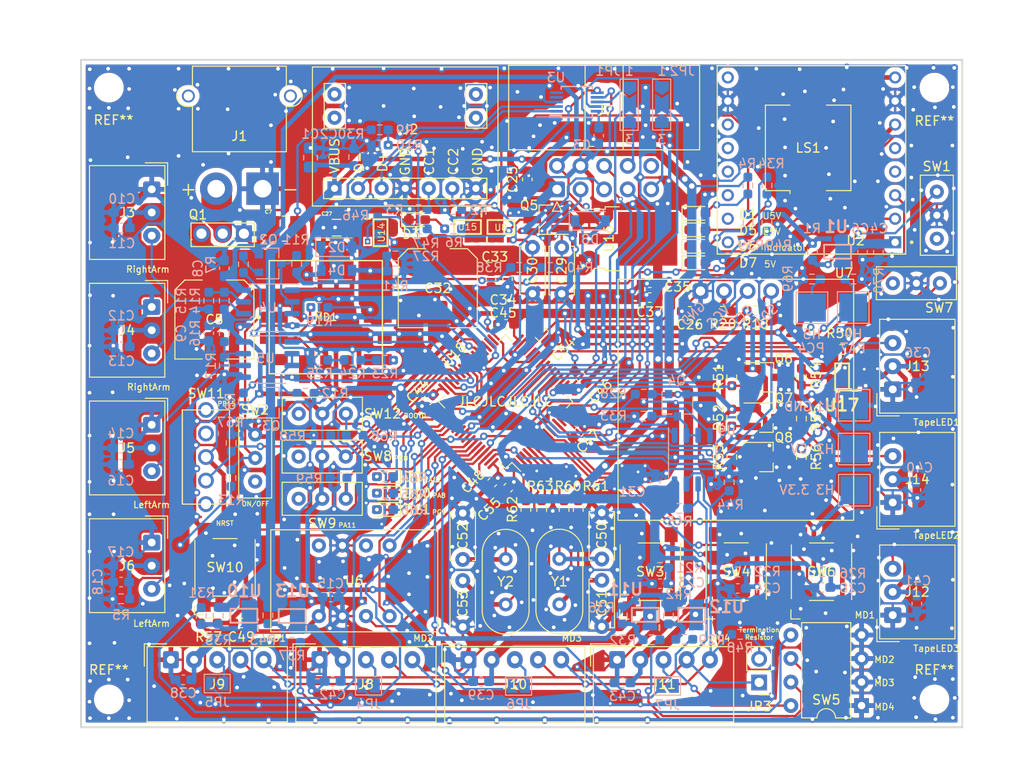
<source format=kicad_pcb>
(kicad_pcb (version 20211014) (generator pcbnew)
  (layers (0 "F.Cu" signal) (31 "B.Cu" signal) (34 "B.Paste" user) (35 "F.Paste" user) (36 "B.SilkS" user "B.Silkscreen") (37 "F.SilkS" user "F.Silkscreen") (38 "B.Mask" user) (39 "F.Mask" user) (44 "Edge.Cuts" user))
  (net 0 "")
  (net 1 "GND")
  (net 2 "VBUS")
  (net 3 "Net-(C3-Pad2)")
  (net 4 "DFPlayerMini_Power")
  (net 5 "VDD")
  (net 6 "+3.3V")
  (net 7 "Tact_Switch1")
  (net 8 "Tact_Switch2")
  (net 9 "PG")
  (net 10 "Tact_Switch3")
  (net 11 "Net-(C29-Pad1)")
  (net 12 "Net-(C30-Pad2)")
  (net 13 "+5V")
  (net 14 "TapeLED_Power")
  (net 15 "MD_Power_1")
  (net 16 "MD_Power_3")
  (net 17 "MD_Power_2")
  (net 18 "MD_Power_4")
  (net 19 "NRST")
  (net 20 "Net-(C50-Pad2)")
  (net 21 "Net-(C51-Pad2)")
  (net 22 "Net-(C52-Pad2)")
  (net 23 "Net-(C53-Pad2)")
  (net 24 "Net-(C54-Pad2)")
  (net 25 "Net-(D1-Pad2)")
  (net 26 "Net-(D3-Pad2)")
  (net 27 "Net-(D5-Pad2)")
  (net 28 "Net-(D6-Pad2)")
  (net 29 "Net-(D7-Pad2)")
  (net 30 "Net-(D9-Pad2)")
  (net 31 "Net-(D10-Pad2)")
  (net 32 "Net-(D11-Pad2)")
  (net 33 "+7.5V")
  (net 34 "Net-(J2-PadA5)")
  (net 35 "Net-(J2-PadA6)")
  (net 36 "Net-(J2-PadA7)")
  (net 37 "Net-(J2-PadB5)")
  (net 38 "RS485_RightArm")
  (net 39 "RS485_LeftArm")
  (net 40 "TCK")
  (net 41 "TMS")
  (net 42 "SWO")
  (net 43 "STLK_UART2_RX")
  (net 44 "STLK_UART2_TX")
  (net 45 "BOOT0")
  (net 46 "Net-(J8-Pad3)")
  (net 47 "RS485_MD_A")
  (net 48 "RS485_MD_B")
  (net 49 "Net-(J9-Pad3)")
  (net 50 "Net-(J10-Pad3)")
  (net 51 "Net-(J11-Pad3)")
  (net 52 "TapeLED_H_3")
  (net 53 "TapeLED_H_1")
  (net 54 "TapeLED_H_2")
  (net 55 "USB-C_UART2_RX")
  (net 56 "Write_UART2_RX")
  (net 57 "USB-C_UART2_TX")
  (net 58 "Write_UART2_TX")
  (net 59 "Net-(JP3-Pad2)")
  (net 60 "MD_GPIO_2")
  (net 61 "MD_GPIO_1")
  (net 62 "MD_GPIO_3")
  (net 63 "MD_GPIO_4")
  (net 64 "Net-(LS1-Pad1)")
  (net 65 "Net-(LS1-Pad2)")
  (net 66 "Net-(MD1-Pad1)")
  (net 67 "Net-(MD1-Pad6)")
  (net 70 "PGOOD")
  (net 73 "Net-(Q2-Pad1)")
  (net 74 "Net-(Q2-Pad3)")
  (net 75 "Net-(Q3-Pad1)")
  (net 76 "Net-(Q3-Pad3)")
  (net 77 "Net-(Q4-Pad1)")
  (net 78 "Net-(Q4-Pad3)")
  (net 79 "Net-(Q5-Pad3)")
  (net 80 "TapeLED_L_1")
  (net 81 "TapeLED_L_2")
  (net 82 "TapeLED_L_3")
  (net 83 "Net-(R1-Pad1)")
  (net 84 "Net-(R6-Pad1)")
  (net 85 "MAX3485_RightArm_TX")
  (net 86 "MAX3485_LeftArm_TX")
  (net 87 "V_measure")
  (net 88 "Net-(R14-Pad2)")
  (net 89 "Net-(R16-Pad2)")
  (net 90 "I2C1_SDA")
  (net 91 "I2C1_SCL")
  (net 92 "Net-(R23-Pad1)")
  (net 93 "Net-(R24-Pad1)")
  (net 94 "MAX3485_MD_TX")
  (net 95 "Net-(R29-Pad1)")
  (net 96 "Net-(R29-Pad2)")
  (net 97 "Net-(R31-Pad1)")
  (net 98 "Net-(R31-Pad2)")
  (net 99 "Net-(R32-Pad1)")
  (net 100 "Net-(R32-Pad2)")
  (net 101 "Net-(R37-Pad1)")
  (net 102 "Net-(R37-Pad2)")
  (net 103 "Net-(R39-Pad1)")
  (net 104 "Net-(R46-Pad1)")
  (net 105 "Net-(R50-Pad1)")
  (net 106 "Slide_Switch_1")
  (net 107 "Slide_Switch_2")
  (net 108 "Net-(R60-Pad1)")
  (net 109 "Net-(R61-Pad1)")
  (net 110 "Net-(R62-Pad1)")
  (net 111 "Net-(R63-Pad1)")
  (net 112 "LED_1")
  (net 113 "LED_2")
  (net 114 "LED_3")
  (net 115 "Toggle_Switch_1")
  (net 127 "DFPlayerMini_RX")
  (net 130 "DFPlayerMini_TX")
  (net 134 "RTS")
  (net 135 "CTS")
  (net 136 "MAX3485_RightArm_RX")
  (net 137 "MAX3485_LeftArm_RX")
  (net 138 "gyro_reset")
  (net 141 "MAX3485_MD_RX")
  (net 144 "Net-(H4-Pad1)")
  (net 152 "Net-(H5-Pad1)")
  (footprint "Capacitor_SMD:C_0805_2012Metric_Pad1.18x1.45mm_HandSolder" (layer "F.Cu") (at 133.3036 88.968 135)
    (fp_text reference "C54")
    (fp_text value "4.7uF")
  )
  (footprint "Capacitor_SMD:C_0603_1608Metric_Pad1.08x0.95mm_HandSolder" (layer "F.Cu") (at 120.9712 96.1016 45)
    (fp_text reference "C44")
    (fp_text value "100nF")
  )
  (footprint "Package_TO_SOT_SMD:TO-252-3_TabPin2" (layer "F.Cu") (at 142.6 78.6556)
    (fp_text reference "U16")
    (fp_text value "AMS1117CD")
  )
  (footprint "Resistor_SMD:R_0603_1608Metric_Pad0.98x0.95mm_HandSolder" (layer "F.Cu") (at 161.2712 93.5516 90)
    (fp_text reference "R54")
    (fp_text value "10k")
  )
  (footprint "Buzzer_Beeper:Buzzer_Murata_PKMCS0909E" (layer "F.Cu") (at 162.0056 68.8512 90)
    (fp_text reference "LS1")
    (fp_text value "Speaker")
  )
  (footprint "Capacitor_SMD:C_0603_1608Metric_Pad1.08x0.95mm_HandSolder" (layer "F.Cu") (at 149.2548 86.4788 180)
    (fp_text reference "C26")
    (fp_text value "100nF")
  )
  (footprint "TSOP6F:SSM6J808R" (layer "F.Cu") (at 165.6632 93.5516 180)
    (fp_text reference "U17")
    (fp_text value "SSM6J808R" hide)
  )
  (footprint "Capacitor_SMD:C_Elec_8x10.2" (layer "F.Cu") (at 122.0768 83.9896 -90)
    (fp_text reference "C32")
    (fp_text value "C_Polarized")
  )
  (footprint "Capacitor_SMD:C_0603_1608Metric_Pad1.08x0.95mm_HandSolder" (layer "F.Cu") (at 144.9212 85.0016 180)
    (fp_text reference "C37")
    (fp_text value "1uF_X5R_0603")
  )
  (footprint "TSOP6F:SSM6J808R" (layer "F.Cu") (at 128.884 77.3856 90)
    (fp_text reference "U8")
    (fp_text value "SSM6J808R" hide)
  )
  (footprint "Slide_Switch:3P_SPDT_SlideSwitch" (layer "F.Cu") (at 109.6308 97.5278 -90)
    (fp_text reference "SW12")
    (fp_text value "SW_SPDT")
  )
  (footprint "Crystal:Crystal_HC18-U_Vertical" (layer "F.Cu") (at 129.392 113.1996 -90)
    (fp_text reference "Y2")
    (fp_text value "Crystal")
  )
  (footprint "Resistor_SMD:R_0603_1608Metric_Pad0.98x0.95mm_HandSolder" (layer "F.Cu") (at 135.6912 107.8148 -90)
    (fp_text reference "R60")
    (fp_text value "0")
  )
  (footprint "Capacitor_SMD:C_0603_1608Metric_Pad1.08x0.95mm_HandSolder" (layer "F.Cu") (at 137.47423 93.538323 135)
    (fp_text reference "C46")
    (fp_text value "100nF")
  )
  (footprint "Ceramic_Capacitor:CAPC3216X180N" (layer "F.Cu") (at 111.1726 77.4618)
    (fp_text reference "C27")
    (fp_text value "C")
  )
  (footprint "Slide_Switch:3P_SPDT_SlideSwitch" (layer "F.Cu") (at 102.3918 102.303)
    (fp_text reference "SW2")
    (fp_text value "SW_SPDT")
  )
  (footprint "Resistor_SMD:R_0603_1608Metric_Pad0.98x0.95mm_HandSolder" (layer "F.Cu") (at 153.7712 93.6016 90)
    (fp_text reference "R51")
    (fp_text value "10k")
  )
  (footprint "LED_SMD:LED_0603_1608Metric_Pad1.05x0.95mm_HandSolder" (layer "F.Cu") (at 119.8416 76.5982)
    (fp_text reference "D3")
    (fp_text value "LED")
  )
  (footprint "Capacitor_THT:C_Disc_D5.0mm_W2.5mm_P5.00mm" (layer "F.Cu") (at 139.7552 120.4932 90)
    (fp_text reference "C51")
    (fp_text value "20pF")
  )
  (footprint "MountingHole:MountingHole_2.2mm_M2" (layer "F.Cu") (at 86.6212 128.3516)
    (fp_text reference "REF**")
    (fp_text value "MountingHole_2.2mm_M2")
  )
  (footprint "Connector_IDC:IDC-Header_2x05_P2.54mm_Horizontal" (layer "F.Cu") (at 134.9292 73.3295 90)
    (fp_text reference "J7")
    (fp_text value "Conn_01x10_Female")
  )
  (footprint "Package_TO_SOT_SMD:SOT-23_Handsoldering" (layer "F.Cu") (at 157.4712 102.2016)
    (fp_text reference "Q8")
    (fp_text value "Q_NMOS_GSD")
  )
  (footprint "Capacitor_SMD:C_0603_1608Metric_Pad1.08x0.95mm_HandSolder" (layer "F.Cu") (at 137.2914 99.509 -135)
    (fp_text reference "C47")
    (fp_text value "100nF")
  )
  (footprint "TSOP6F:SSM6J808R" (layer "F.Cu") (at 115.9 78)
    (fp_text reference "U14")
    (fp_text value "SSM6J808R" hide)
  )
  (footprint "Capacitor_THT:C_Disc_D5.0mm_W2.5mm_P5.00mm" (layer "F.Cu") (at 139.7552 108.1996 -90)
    (fp_text reference "C50")
    (fp_text value "20pF")
  )
  (footprint "DFPlayer Mini:MODULE_DFR0299" (layer "F.Cu") (at 162.3612 70.1466 180)
    (fp_text reference "U2")
    (fp_text value "DFR0299")
  )
  (footprint "DCDC_Regulator:MURATA_OKL-T-6-W12N-C" (layer "F.Cu") (at 110.0069 87.113)
    (fp_text reference "MD1")
    (fp_text value "OKL-T/6-W12N-C")
  )
  (footprint "Package_DIP:DIP-8_W7.62mm" (layer "F.Cu") (at 167.7614 129.0138 180)
    (fp_text reference "SW5")
    (fp_text value "SW_DIP_x04")
  )
  (footprint "Capacitor_SMD:C_0603_1608Metric_Pad1.08x0.95mm_HandSolder" (layer "F.Cu") (at 129.5952 82.999 -90)
    (fp_text reference "C34")
    (fp_text value "100nF")
  )
  (footprint "Connector_Molex:Molex_SPOX_5268-05A_1x05_P2.50mm_Horizontal" (layer "F.Cu") (at 93.3024 124.0624)
    (fp_text reference "J9")
    (fp_text value "Conn_01x05_Female")
  )
  (footprint "Capacitor_THT:C_Disc_D5.0mm_W2.5mm_P5.00mm" (layer "F.Cu") (at 132.2876 84.5738 90)
    (fp_text reference "C30")
    (fp_text value "Adjust_SwitchTime")
  )
  (footprint "Connector_Molex:Molex_SPOX_5268-05A_1x05_P2.50mm_Horizontal" (layer "F.Cu") (at 109.3298 124.0624)
    (fp_text reference "J8")
    (fp_text value "Conn_01x05_Female")
  )
  (footprint "MountingHole:MountingHole_2.2mm_M2" (layer "F.Cu") (at 86.6212 62.3516)
    (fp_text reference "REF**")
    (fp_text value "MountingHole_2.2mm_M2")
  )
  (footprint "Resistor_SMD:R_0603_1608Metric_Pad0.98x0.95mm_HandSolder" (layer "F.Cu") (at 97.3936 120.1016)
    (fp_text reference "R57")
    (fp_text value "10k")
  )
  (footprint "Resistor_SMD:R_0603_1608Metric_Pad0.98x0.95mm_HandSolder" (layer "F.Cu") (at 161.2712 102.2016 90)
    (fp_text reference "R56")
    (fp_text value "10k")
  )
  (footprint "Resistor_SMD:R_0603_1608Metric_Pad0.98x0.95mm_HandSolder" (layer "F.Cu") (at 153.7712 102.2016 90)
    (fp_text reference "R53")
    (fp_text value "10k")
  )
  (footprint "Connector_Molex:Molex_SPOX_5268-03A_1x03_P2.50mm_Horizontal" (layer "F.Cu") (at 91.2412 86.0216 -90)
    (fp_text reference "J4")
    (fp_text value "Conn_01x03_Female")
  )
  (footprint "LED_SMD:LED_0603_1608Metric_Pad1.05x0.95mm_HandSolder" (layer "F.Cu") (at 150.0676 81.2464)
    (fp_text reference "D7")
    (fp_text value "LED")
  )
  (footprint "LED_SMD:LED_0603_1608Metric_Pad1.05x0.95mm_HandSolder" (layer "F.Cu") (at 116.3872 104.3096 180)
    (fp_text reference "D9")
    (fp_text value "LED")
  )
  (footprint "Connector_Molex:Molex_SPOX_5268-05A_1x05_P2.50mm_Horizontal" (layer "F.Cu") (at 125.3826 124.0624)
    (fp_text reference "J10")
    (fp_text value "Conn_01x05_Female")
  )
  (footprint "Capacitor_THT:C_Disc_D5.0mm_W2.5mm_P5.00mm" (layer "F.Cu") (at 124.7692 120.5256 90)
    (fp_text reference "C53")
    (fp_text value "4.3pF")
  )
  (footprint "Slide_Switch:3P_SPDT_SlideSwitch" (layer "F.Cu") (at 109.6112 102.1516 -90)
    (fp_text reference "SW8")
    (fp_text value "SW_SPDT")
  )
  (footprint "Capacitor_THT:C_Disc_D5.0mm_W2.5mm_P5.00mm" (layer "F.Cu") (at 135.4372 79.5846 -90)
    (fp_text reference "C29")
    (fp_text value "Adjust_SwitchTime")
  )
  (footprint "Capacitor_SMD:C_0603_1608Metric_Pad1.08x0.95mm_HandSolder" (layer "F.Cu") (at 100.8988 120.1016)
    (fp_text reference "C49")
    (fp_text value "100nF")
  )
  (footprint "Package_TO_SOT_SMD:SOT-23_Handsoldering" (layer "F.Cu") (at 133.7608 76.5982 180)
    (fp_text reference "Q5")
    (fp_text value "Q_NMOS_GSD")
  )
  (footprint "Capacitor_SMD:C_0603_1608Metric_Pad1.08x0.95mm_HandSolder" (layer "F.Cu") (at 129.6712 105.5016 -135)
    (fp_text reference "C55")
    (fp_text value "1uF_X5R_0603")
  )
  (footprint "Display_akitsuki:128×64_OLED_White" (layer "F.Cu") (at 154.2078 83.0226)
    (fp_text reference "U7")
    (fp_text value "OLED_akitsuki")
  )
  (footprint "Connector_Molex:Molex_SPOX_5268-03A_1x03_P2.50mm_Horizontal" (layer "F.Cu") (at 171.1212 119.2516 90)
    (fp_text reference "J12")
    (fp_text value "Conn_01x03_Female")
  )
  (footprint "Capacitor_THT:C_Disc_D5.0mm_W2.5mm_P5.00mm" (layer "F.Cu") (at 124.7692 108.2466 -90)
    (fp_text reference "C52")
    (fp_text value "4.3pF")
  )
  (footprint "Connector_Molex:Molex_SPOX_5268-03A_1x03_P2.50mm_Horizontal" (layer "F.Cu") (at 91.2412 111.4216 -90)
    (fp_text reference "J6")
    (fp_text value "Conn_01x03_Female")
  )
  (footprint "Capacitor_SMD:C_0603_1608Metric_Pad1.08x0.95mm_HandSolder" (layer "F.Cu") (at 127.9442 104.9446 45)
    (fp_text reference "C48")
    (fp_text value "100nF")
  )
  (footprint "Slide_Switch:3P_SPDT_SlideSwitch" (layer "F.Cu") (at 173.6712 83.4516 90)
    (fp_text reference "SW7")
    (fp_text value "SW_SPDT")
  )
  (footprint "Connector_AMASS:AMASS_XT30PW-M_1x02_P2.50mm_Horizontal" (layer "F.Cu") (at 103.19 73.2562)
    (fp_text reference "J1")
    (fp_text value "Conn_01x02_Female")
  )
  (footprint "Toggle_Switch:3P_SPDT_5Pin_ToggleSwitch" (layer "F.Cu") (at 97.0832 102.2014 180)
    (fp_text reference "SW11")
    (fp_text value "SW_SPDT")
  )
  (footprint "Button_Switch_SMD:SW_SPST_Omron_B3FS-100xP" (layer "F.Cu") (at 154.248 114.558 90)
    (fp_text reference "SW4")
    (fp_text value "SW_SPST")
  )
  (footprint "Package_TO_SOT_SMD:SOT-23_Handsoldering" (layer "F.Cu") (at 157.5212 93.6016)
    (fp_text reference "Q6")
    (fp_text value "Q_NMOS_GSD")
  )
  (footprint "Package_TO_SOT_THT:TO-251-3_Vertical" (layer "F.Cu") (at 101.1766 78.1038 180)
    (fp_text reference "Q1")
    (fp_text value "Q_PMOS_GDS")
  )
  (footprint "Resistor_SMD:R_0603_1608Metric_Pad0.98x0.95mm_HandSolder" (layer "F.Cu") (at 156.316 86.428)
    (fp_text reference "R18")
    (fp_text value "R")
  )
  (footprint "Ceramic_Capacitor:CAPC3225X270N" (layer "F.Cu") (at 105.5922 77.5634)
    (fp_text reference "C7")
    (fp_text value "C")
  )
  (footprint "Connector_Molex:Molex_SPOX_5268-03A_1x03_P2.50mm_Horizontal" (layer "F.Cu") (at 171.1212 94.9016 90)
    (fp_text reference "J13")
    (fp_text value "Conn_01x03_Female")
  )
  (footprint "Connector_PinHeader_2.54mm:PinHeader_1x02_P2.54mm_Vertical" (layer "F.Cu") (at 156.7224 126.5142 180)
    (fp_text reference "JP3")
    (fp_text value "Jumper_2_Open")
  )
  (footprint "Button_Switch_SMD:SW_SPST_Omron_B3FS-100xP" (layer "F.Cu") (at 144.9876 114.5712 90)
    (fp_text reference "SW3")
    (fp_text value "SW_SPST")
  )
  (footprint "Connector_Molex:Molex_SPOX_5268-03A_1x03_P2.50mm_Horizontal" (layer "F.Cu") (at 171.1212 107.1016 90)
    (fp_text reference "J14")
    (fp_text value "Conn_01x03_Female")
  )
  (footprint "LED_SMD:LED_0603_1608Metric_Pad1.05x0.95mm_HandSolder" (layer "F.Cu") (at 116.3872 106.0876 180)
    (fp_text reference "D10")
    (fp_text value "LED")
  )
  (footprint "USB_DIP:USB_C(simple)" (layer "F.Cu") (at 108.565 60.1254)
    (fp_text reference "J2")
    (fp_text value "USB_C_Receptacle_USB2.0")
  )
  (footprint "BNO055:BNO055" (layer "F.Cu") (at 113.0712 115.5516 90)
    (fp_text reference "U6")
    (fp_text value "BNO055")
  )
  (footprint "Resistor_SMD:R_0603_1608Metric_Pad0.98x0.95mm_HandSolder" (layer "F.Cu") (at 161.2712 98.0516 90)
    (fp_text reference "R55")
    (fp_text value "10k")
  )
  (footprint "Capacitor_SMD:C_Elec_8x10.2" (layer "F.Cu") (at 97.9976 87.3678 -90)
    (fp_text reference "C5")
    (fp_text value "C_Polarized")
  )
  (footprint "Slide_Switch:3P_SPDT_SlideSwitch" (layer "F.Cu") (at 109.6212 106.7016 -90)
    (fp_text reference "SW9")
    (fp_text value "SW_SPDT")
  )
  (footprint "Resistor_SMD:R_0603_1608Metric_Pad0.98x0.95mm_HandSolder" (layer "F.Cu") (at 137.2152 107.8148 -90)
    (fp_text reference "R61")
    (fp_text value "0")
  )
  (footprint "Capacitor_SMD:C_0603_1608Metric_Pad1.08x0.95mm_HandSolder" (layer "F.Cu") (at 131.7288 72.2548 -90)
    (fp_text reference "C25")
    (fp_text value "0.1u")
  )
  (footprint "Resistor_SMD:R_0603_1608Metric_Pad0.98x0.95mm_HandSolder" (layer "F.Cu") (at 133.2782 107.8148 -90)
    (fp_text reference "R63")
    (fp_text value "0")
  )
  (footprint "Capacitor_SMD:C_0603_1608Metric_Pad1.08x0.95mm_HandSolder" (layer "F.Cu") (at 129.4428 87.8758)
    (fp_text reference "C45")
    (fp_text value "100nF")
  )
  (footprint "MountingHole:MountingHole_2.2mm_M2" (layer "F.Cu") (at 175.6212 128.3516)
    (fp_text reference "REF**")
    (fp_text value "MountingHole_2.2mm_M2")
  )
  (footprint "Package_QFP:LQFP-64_10x10mm_P0.5mm" (layer "F.Cu") (at 129.392 96.2324 135)
    (fp_text reference "U18")
    (fp_text value "STM32F446RETx")
  )
  (footprint "LED_SMD:LED_0603_1608Metric_Pad1.05x0.95mm_HandSolder" (layer "F.Cu") (at 150.0676 75.9124)
    (fp_text reference "D1")
    (fp_text value "LED")
  )
  (footprint "Capacitor_SMD:C_0603_1608Metric_Pad1.08x0.95mm_HandSolder" (layer "F.Cu") (at 127.8172 82.999 90)
    (fp_text reference "C33")
    (fp_text value "1uF_X5R_0603")
  )
  (footprint "TSOP6F:SSM6J808R" (layer "F.Cu") (at 125.2772 77.3856 -90)
    (fp_text reference "U15")
    (fp_text value "SSM6J808R" hide)
  )
  (footprint "Resistor_SMD:R_0603_1608Metric_Pad0.98x0.95mm_HandSolder" (layer "F.Cu") (at 165.6632 90.5936 180)
    (fp_text reference "R50")
    (fp_text value "10k")
  )
  (footprint "Capacitor_SMD:C_0603_1608Metric_Pad1.08x0.95mm_HandSolder" (layer "F.Cu") (at 144.9337 83.4016)
    (fp_text reference "C35")
    (fp_text value "100nF")
  )
  (footprint "Button_Switch_SMD:SW_SPST_Omron_B3FS-100xP" (layer "F.Cu") (at 163.4428 114.5712 90)
    (fp_text reference "SW6")
    (fp_text value "SW_SPST")
  )
  (footprint "LED_SMD:LED_0603_1608Metric_Pad1.05x0.95mm_HandSolder" (layer "F.Cu") (at 116.3872 107.8656 180)
    (fp_text reference "D11")
    (fp_text value "LED")
  )
  (footprint "LED_SMD:LED_0603_1608Metric_Pad1.05x0.95mm_HandSolder" (layer "F.Cu") (at 150.0676 77.6904)
    (fp_text reference "D5")
    (fp_text value "LED")
  )
  (footprint "Resistor_SMD:R_0603_1608Metric_Pad0.98x0.95mm_HandSolder" (layer "F.Cu") (at 152.8108 86.4788)
    (fp_text reference "R20")
    (fp_text value "R")
  )
  (footprint "Connector_Molex:Molex_SPOX_5268-03A_1x03_P2.50mm_Horizontal" (layer "F.Cu") (at 91.2412 98.7216 -90)
    (fp_text reference "J5")
    (fp_text value "Conn_01x03_Female")
  )
  (footprint "Resistor_SMD:R_0603_1608Metric_Pad0.98x0.95mm_HandSolder" (layer "F.Cu") (at 131.5764 107.8148 -90)
    (fp_text reference "R62")
    (fp_text value "0")
  )
  (footprint "Slide_Switch:3P_SPDT_SlideSwitch" (layer "F.Cu") (at 175.874 76.1156 180)
    (fp_text reference "SW1")
    (fp_text value "SW_SPDT")
  )
  (footprint "LED_SMD:LED_0603_1608Metric_Pad1.05x0.95mm_HandSolder" (layer "F.Cu") (at 150.0536 79.4684)
    (fp_text reference "D6")
    (fp_text value "LED")
  )
  (footprint "Crystal:Crystal_HC18-U_Vertical" (layer "F.Cu") (at 135.1832 113.188 -90)
    (fp_text reference "Y1")
    (fp_text value "Crystal")
  )
  (footprint "Connector_Molex:Molex_SPOX_5268-03A_1x03_P2.50mm_Horizontal" (layer "F.Cu") (at 91.2412 73.3216 -90)
    (fp_text reference "J3")
    (fp_text value "Conn_01x03_Female")
  )
  (footprint "Resistor_SMD:R_0603_1608Metric_Pad0.98x0.95mm_HandSolder" (layer "F.Cu") (at 153.7712 97.9516 90)
    (fp_text reference "R52")
    (fp_text value "10k")
  )
  (footprint "Connector_Molex:Molex_SPOX_5268-05A_1x05_P2.50mm_Horizontal" (layer "F.Cu") (at 141.41 124.0624)
    (fp_text reference "J11")
    (fp_text value "Conn_01x05_Female")
  )
  (footprint "MountingHole:MountingHole_2.2mm_M2" (layer "F.Cu") (at 175.6212 62.3516)
    (fp_text reference "REF**")
    (fp_text value "MountingHole_2.2mm_M2")
  )
  (footprint "Button_Switch_SMD:SW_SPST_Omron_B3FS-100xP" (layer "F.Cu") (at 99.1444 114.0994 90)
    (fp_text reference "SW10")
    (fp_text value "SW_SPST")
  )
  (footprint "Package_TO_SOT_SMD:SOT-23_Handsoldering" (layer "F.Cu") (at 157.4712 97.9516)
    (fp_text reference "Q7")
    (fp_text value "Q_NMOS_GSD")
  )
  (footprint "TSOP6F:SSM6J808R" (layer "B.Cu") (at 101.1726 119.321 90)
    (fp_text reference "U10")
    (fp_text value "SSM6J808R" hide)
  )
  (footprint "Jumper:SolderJumper-3_P2.0mm_Open_TrianglePad1.0x1.5mm_NumberLabels" (layer "B.Cu") (at 142.727 64.203 -90)
    (fp_text reference "JP1")
    (fp_text value "SolderJumper_3_Open")
  )
  (footprint "Resistor_SMD:R_0603_1608Metric_Pad0.98x0.95mm_HandSolder" (layer "B.Cu") (at 123.7278 77.5888 180)
    (fp_text reference "R6")
    (fp_text value "5.1k")
  )
  (footprint "TSOP6F:SSM6J808R" (layer "B.Cu") (at 106.3796 119.3464 90)
    (fp_text reference "U13")
    (fp_text value "SSM6J808R" hide)
  )
  (footprint "Resistor_SMD:R_0603_1608Metric_Pad0.98x0.95mm_HandSolder" (layer "B.Cu") (at 116.3824 91.7516)
    (fp_text reference "R23")
    (fp_text value "1k")
  )
  (footprint "Resistor_SMD:R_0603_1608Metric_Pad0.98x0.95mm_HandSolder" (layer "B.Cu") (at 109.3212 91.7516)
    (fp_text reference "R25")
    (fp_text value "10")
  )
  (footprint "Resistor_SMD:R_0603_1608Metric_Pad0.98x0.95mm_HandSolder" (layer "B.Cu") (at 87.9392 117.4922 180)
    (fp_text reference "R5")
    (fp_text value "10k")
  )
  (footprint "Capacitor_SMD:C_0603_1608Metric_Pad1.08x0.95mm_HandSolder" (layer "B.Cu") (at 110.7484 126.4076)
    (fp_text reference "C42")
    (fp_text value "100nF")
  )
  (footprint "Resistor_SMD:R_0603_1608Metric_Pad0.98x0.95mm_HandSolder" (layer "B.Cu") (at 117.5048 82.1354 180)
    (fp_text reference "R41")
    (fp_text value "10k")
  )
  (footprint "Resistor_SMD:R_0603_1608Metric_Pad0.98x0.95mm_HandSolder" (layer "B.Cu") (at 144.251 97.7818 180)
    (fp_text reference "R33")
    (fp_text value "20k")
  )
  (footprint "Resistor_SMD:R_0603_1608Metric_Pad0.98x0.95mm_HandSolder" (layer "B.Cu") (at 115.8212 66.9016)
    (fp_text reference "R9")
    (fp_text value "R")
  )
  (footprint "Capacitor_SMD:C_0603_1608Metric_Pad1.08x0.95mm_HandSolder" (layer "B.Cu") (at 110.5212 117.3016)
    (fp_text reference "C15")
    (fp_text value "100nF")
  )
  (footprint "Capacitor_SMD:C_0603_1608Metric_Pad1.08x0.95mm_HandSolder" (layer "B.Cu") (at 97.388 88.841 -90)
    (fp_text reference "C9")
    (fp_text value "0.1u")
  )
  (footprint "Capacitor_SMD:C_0603_1608Metric_Pad1.08x0.95mm_HandSolder" (layer "B.Cu") (at 87.9392 113.9362)
    (fp_text reference "C17")
    (fp_text value "100nF")
  )
  (footprint "Resistor_SMD:R_0603_1608Metric_Pad0.98x0.95mm_HandSolder" (layer "B.Cu") (at 157.5606 72.9152 -90)
    (fp_text reference "R34")
    (fp_text value "5.1k")
  )
  (footprint "Resistor_SMD:R_0603_1608Metric_Pad0.98x0.95mm_HandSolder" (layer "B.Cu") (at 116.3872 106.113)
    (fp_text reference "R65")
    (fp_text value "1k")
  )
  (footprint "Jumper:SolderJumper-2_P1.3mm_Open_TrianglePad1.0x1.5mm" (layer "B.Cu") (at 130.789 126.8902 180)
    (fp_text reference "JP6")
    (fp_text value "Jumper_2_Open")
  )
  (footprint "TestPoint:TestPoint_Pad_3.0x3.0mm" (layer "B.Cu") (at 162.412 86.0978 180)
    (fp_text reference "H5")
    (fp_text value "PC4")
  )
  (footprint "Resistor_SMD:R_0603_1608Metric_Pad0.98x0.95mm_HandSolder" (layer "B.Cu") (at 99.801 100.6774 90)
    (fp_text reference "R67")
    (fp_text value "10k")
  )
  (footprint "Resistor_SMD:R_0603_1608Metric_Pad0.98x0.95mm_HandSolder" (layer "B.Cu") (at 113.1212 99.8516)
    (fp_text reference "R68")
    (fp_text value "10k")
  )
  (footprint "Capacitor_SMD:C_0603_1608Metric_Pad1.08x0.95mm_HandSolder" (layer "B.Cu") (at 163.5296 116.273 180)
    (fp_text reference "C28")
    (fp_text value "100nF")
  )
  (footprint "TestPoint:TestPoint_Pad_3.0x3.0mm" (layer "B.Cu") (at 166.984 105.7828 180)
    (fp_text reference "H3")
    (fp_text value "MountingHole_Pad")
  )
  (footprint "Resistor_SMD:R_0603_1608Metric_Pad0.98x0.95mm_HandSolder" (layer "B.Cu") (at 134.1926 81.7516 180)
    (fp_text reference "R40")
    (fp_text value "100")
  )
  (footprint "Capacitor_SMD:C_0603_1608Metric_Pad1.08x0.95mm_HandSolder" (layer "B.Cu") (at 141.9904 126.56)
    (fp_text reference "C43")
    (fp_text value "100nF")
  )
  (footprint "TestPoint:TestPoint_Pad_3.0x3.0mm" (layer "B.Cu") (at 166.9586 96.6134 180)
    (fp_text reference "H1")
    (fp_text value "MountingHole_Pad")
  )
  (footprint "Capacitor_SMD:C_0603_1608Metric_Pad1.08x0.95mm_HandSolder" (layer "B.Cu") (at 87.9646 88.5616)
    (fp_text reference "C12")
    (fp_text value "100nF")
  )
  (footprint "Package_SO:SOP-8_3.9x4.9mm_P1.27mm" (layer "B.Cu") (at 149.5088 102.4808 -90)
    (fp_text reference "U9")
    (fp_text value "MAX3485")
  )
  (footprint "Capacitor_SMD:C_0603_1608Metric_Pad1.08x0.95mm_HandSolder" (layer "B.Cu") (at 126.7504 126.433)
    (fp_text reference "C39")
    (fp_text value "100nF")
  )
  (footprint "Capacitor_SMD:C_0603_1608Metric_Pad1.08x0.95mm_HandSolder" (layer "B.Cu") (at 88.0154 75.8108)
    (fp_text reference "C10")
    (fp_text value "100nF")
  )
  (footprint "Resistor_SMD:R_0603_1608Metric_Pad0.98x0.95mm_HandSolder" (layer "B.Cu") (at 148.6452 121.861 180)
    (fp_text reference "R29")
    (fp_text value "1k")
  )
  (footprint "Resistor_SMD:R_0603_1608Metric_Pad0.98x0.95mm_HandSolder" (layer "B.Cu") (at 103.7634 119.2702 -90)
    (fp_text reference "R43")
    (fp_text value "10k")
  )
  (footprint "Capacitor_SMD:C_0603_1608Metric_Pad1.08x0.95mm_HandSolder" (layer "B.Cu") (at 99.0644 81.8306 90)
    (fp_text reference "C8")
    (fp_text value "0.1u")
  )
  (footprint "Resistor_SMD:R_0603_1608Metric_Pad0.98x0.95mm_HandSolder" (layer "B.Cu") (at 153.4966 104.9192 90)
    (fp_text reference "R44")
    (fp_text value "2.2k")
  )
  (footprint "Resistor_SMD:R_0603_1608Metric_Pad0.98x0.95mm_HandSolder" (layer "B.Cu") (at 163.5296 114.5712 180)
    (fp_text reference "R26")
    (fp_text value "10k")
  )
  (footprint "Package_TO_SOT_SMD:SC-59" (layer "B.Cu") (at 147.9086 96.6134 -90)
    (fp_text reference "Q4")
    (fp_text value "Q_PNP_BEC")
  )
  (footprint "Capacitor_SMD:C_0603_1608Metric_Pad1.08x0.95mm_HandSolder" (layer "B.Cu") (at 87.9149 101.2362)
    (fp_text reference "C14")
    (fp_text value "100nF")
  )
  (footprint "Resistor_SMD:R_0603_1608Metric_Pad0.98x0.95mm_HandSolder" (layer "B.Cu") (at 154.6631 121.3276)
    (fp_text reference "R48")
    (fp_text value "120")
  )
  (footprint "Capacitor_SMD:C_0603_1608Metric_Pad1.08x0.95mm_HandSolder" (layer "B.Cu") (at 110.85 69.8418 -90)
    (fp_text reference "C2")
    (fp_text value "0.1u")
  )
  (footprint "Diode_SMD:D_SOD-123" (layer "B.Cu") (at 111.1802 82.0592)
    (fp_text reference "D4")
    (fp_text value "D")
  )
  (footprint "Jumper:SolderJumper-2_P1.3mm_Open_TrianglePad1.0x1.5mm" (layer "B.Cu") (at 146.8418 126.8902 180)
    (fp_text reference "JP7")
    (fp_text value "Jumper_2_Open")
  )
  (footprint "Capacitor_SMD:C_0603_1608Metric_Pad1.08x0.95mm_HandSolder" (layer "B.Cu") (at 94.6448 126.2298)
    (fp_text reference "C38")
    (fp_text value "100nF")
  )
  (footprint "Resistor_SMD:R_0603_1608Metric_Pad0.98x0.95mm_HandSolder" (layer "B.Cu") (at 117.5048 80.5098 180)
    (fp_text reference "R27")
    (fp_text value "1.2k")
  )
  (footprint "Resistor_SMD:R_0603_1608Metric_Pad0.98x0.95mm_HandSolder" (layer "B.Cu") (at 96.5752 119.3464 90)
    (fp_text reference "R31")
    (fp_text value "1k")
  )
  (footprint "Jumper:SolderJumper-3_P2.0mm_Open_TrianglePad1.0x1.5mm_NumberLabels" (layer "B.Cu") (at 146.2322 64.1776 -90)
    (fp_text reference "JP2")
    (fp_text value "SolderJumper_3_Open")
  )
  (footprint "Capacitor_SMD:C_0603_1608Metric_Pad1.08x0.95mm_HandSolder" (layer "B.Cu") (at 139.425 67.5304 90)
    (fp_text reference "C3")
    (fp_text value "0.1u")
  )
  (footprint "Capacitor_SMD:C_0603_1608Metric_Pad1.08x0.95mm_HandSolder" (layer "B.Cu") (at 169.5712 80.0516 90)
    (fp_text reference "C4")
    (fp_text value "100nF")
  )
  (footprint "Capacitor_SMD:C_0603_1608Metric_Pad1.08x0.95mm_HandSolder" (layer "B.Cu") (at 88.0154 77.4872 180)
    (fp_text reference "C11")
    (fp_text value "1uF_X5R_0603")
  )
  (footprint "Jumper:SolderJumper-2_P1.3mm_Open_TrianglePad1.0x1.5mm" (layer "B.Cu") (at 98.3024 126.6362 180)
    (fp_text reference "JP5")
    (fp_text value "Jumper_2_Open")
  )
  (footprint "Resistor_SMD:R_0603_1608Metric_Pad0.98x0.95mm_HandSolder" (layer "B.Cu") (at 155.5032 72.9152 -90)
    (fp_text reference "R4")
    (fp_text value "5.1k")
  )
  (footprint "Resistor_SMD:R_0603_1608Metric_Pad0.98x0.95mm_HandSolder" (layer "B.Cu") (at 99.0644 88.841 -90)
    (fp_text reference "R16")
    (fp_text value "2.2k")
  )
  (footprint "TSOP6F:SSM6J808R" (layer "B.Cu") (at 144.4542 119.2194 90)
    (fp_text reference "U11")
    (fp_text value "SSM6J808R" hide)
  )
  (footprint "Resistor_SMD:R_0603_1608Metric_Pad0.98x0.95mm_HandSolder" (layer "B.Cu") (at 144.2764 95.4196 180)
    (fp_text reference "R28")
    (fp_text value "7.5k")
  )
  (footprint "Capacitor_SMD:C_0603_1608Metric_Pad1.08x0.95mm_HandSolder" (layer "B.Cu") (at 87.99 90.2888 180)
    (fp_text reference "C13")
    (fp_text value "1uF_X5R_0603")
  )
  (footprint "Resistor_SMD:R_0603_1608Metric_Pad0.98x0.95mm_HandSolder" (layer "B.Cu") (at 101.1218 96.207 90)
    (fp_text reference "R8")
    (fp_text value "7.5k")
  )
  (footprint "Resistor_SMD:R_0603_1608Metric_Pad0.98x0.95mm_HandSolder" (layer "B.Cu") (at 141.965 119.2702 -90)
    (fp_text reference "R36")
    (fp_text value "10k")
  )
  (footprint "Package_SO:MSOP-10_3x3mm_P0.5mm" (layer "B.Cu") (at 137.0628 63.8982)
    (fp_text reference "U3")
    (fp_text value "CH340E")
  )
  (footprint "Capacitor_SMD:C_0603_1608Metric_Pad1.08x0.95mm_HandSolder" (layer "B.Cu") (at 167.8712 80.0516 -90)
    (fp_text reference "C6")
    (fp_text value "1uF_X5R_0603")
  )
  (footprint "Resistor_SMD:R_0603_1608Metric_Pad0.98x0.95mm_HandSolder" (layer "B.Cu") (at 120.0212 77.5888 180)
    (fp_text reference "R47")
    (fp_text value "100")
  )
  (footprint "Capacitor_SMD:C_0603_1608Metric_Pad1.08x0.95mm_HandSolder" (layer "B.Cu") (at 173.5712 93.3516 90)
    (fp_text reference "C36")
    (fp_text value "100nF")
  )
  (footprint "TSOP6F:SSM6J808R" (layer "B.Cu") (at 165.1712 80.0516 90)
    (fp_text reference "U1")
    (fp_text value "SSM6J808R" hide)
  )
  (footprint "Capacitor_SMD:C_0603_1608Metric_Pad1.08x0.95mm_HandSolder" (layer "B.Cu") (at 146.029 115.8666 180)
    (fp_text reference "C23")
    (fp_text value "100nF")
  )
  (footprint "Resistor_SMD:R_0603_1608Metric_Pad0.98x0.95mm_HandSolder" (layer "B.Cu") (at 146.9434 119.2956 -90)
    (fp_text reference "R42")
    (fp_text value "10k")
  )
  (footprint "Capacitor_SMD:C_0603_1608Metric_Pad1.08x0.95mm_HandSolder" (layer "B.Cu") (at 87.9392 115.6888 180)
    (fp_text reference "C18")
    (fp_text value "1uF_X5R_0603")
  )
  (footprint "Resistor_SMD:R_0603_1608Metric_Pad0.98x0.95mm_HandSolder" (layer "B.Cu") (at 148.1118 107.7386)
    (fp_text reference "R45")
    (fp_text value "2.2k")
  )
  (footprint "Resistor_SMD:R_0603_1608Metric_Pad0.98x0.95mm_HandSolder" (layer "B.Cu") (at 162.412 82.999 180)
    (fp_text reference "R69")
    (fp_text value "10k")
  )
  (footprint "Resistor_SMD:R_0603_1608Metric_Pad0.98x0.95mm_HandSolder" (layer "B.Cu") (at 145.1146 121.9118 180)
    (fp_text reference "R32")
    (fp_text value "1k")
  )
  (footprint "Resistor_SMD:R_0603_1608Metric_Pad0.98x0.95mm_HandSolder" (layer "B.Cu") (at 99.0644 92.3462 -90)
    (fp_text reference "R17")
    (fp_text value "2.2k")
  )
  (footprint "Capacitor_SMD:C_0603_1608Metric_Pad1.08x0.95mm_HandSolder" (layer "B.Cu") (at 173.7212 118.0016 90)
    (fp_text reference "C41")
    (fp_text value "100nF")
  )
  (footprint "Resistor_SMD:R_0603_1608Metric_Pad0.98x0.95mm_HandSolder" (layer "B.Cu") (at 155.5286 76.9284 -90)
    (fp_text reference "R39")
    (fp_text value "5.1k")
  )
  (footprint "Resistor_SMD:R_0603_1608Metric_Pad0.98x0.95mm_HandSolder" (layer "B.Cu") (at 109.6212 99.8516 180)
    (fp_text reference "R58")
    (fp_text value "10k")
  )
  (footprint "Capacitor_SMD:C_0603_1608Metric_Pad1.08x0.95mm_HandSolder" (layer "B.Cu") (at 173.6212 105.7516 90)
    (fp_text reference "C40")
    (fp_text value "100nF")
  )
  (footprint "Resistor_SMD:R_0603_1608Metric_Pad0.98x0.95mm_HandSolder" (layer "B.Cu") (at 109.3087 86.0516 180)
    (fp_text reference "R19")
    (fp_text value "100k")
  )
  (footprint "Diode_SMD:D_SOD-123" (layer "B.Cu") (at 111.1802 79.57)
    (fp_text reference "D2")
    (fp_text value "D")
  )
  (footprint "Resistor_SMD:R_0603_1608Metric_Pad0.98x0.95mm_HandSolder" (layer "B.Cu") (at 98.404 119.321 -90)
    (fp_text reference "R35")
    (fp_text value "10k")
  )
  (footprint "Jumper:SolderJumper-2_P1.3mm_Open_TrianglePad1.0x1.5mm" (layer "B.Cu") (at 114.6092 126.8648 180)
    (fp_text reference "JP4")
    (fp_text value "Jumper_2_Open")
  )
  (footprint "Resistor_SMD:R_0603_1608Metric_Pad0.98x0.95mm_HandSolder" (layer "B.Cu") (at 97.388 85.3358 -90)
    (fp_text reference "R15")
    (fp_text value "2.2k")
  )
  (footprint "Resistor_SMD:R_0603_1608Metric_Pad0.98x0.95mm_HandSolder" (layer "B.Cu") (at 112.8772 91.7516)
    (fp_text reference "R24")
    (fp_text value "330")
  )
  (footprint "Resistor_SMD:R_0603_1608Metric_Pad0.98x0.95mm_HandSolder" (layer "B.Cu") (at 116.3872 104.335)
    (fp_text reference "R64")
    (fp_text value "1k")
  )
  (footprint "Resistor_SMD:R_0603_1608Metric_Pad0.98x0.95mm_HandSolder" (layer "B.Cu") (at 111.3712 104.4516 180)
    (fp_text reference "R59")
    (fp_text value "10k")
  )
  (footprint "Resistor_SMD:R_0603_1608Metric_Pad0.98x0.95mm_HandSolder" (layer "B.Cu") (at 101.1218 81.3988 -90)
    (fp_text reference "R7")
    (fp_text value "7.5k")
  )
  (footprint "Package_SO:SOP-8_3.9x4.9mm_P1.27mm" (layer "B.Cu") (at 103.738 86.0978 180)
    (fp_text reference "U4")
    (fp_text value "MAX3485")
  )
  (footprint "Resistor_SMD:R_0603_1608Metric_Pad0.98x0.95mm_HandSolder" (layer "B.Cu") (at 130.8398 81.7516)
    (fp_text reference "R38")
    (fp_text value "100")
  )
  (footprint "Resistor_SMD:R_0603_1608Metric_Pad0.98x0.95mm_HandSolder" (layer "B.Cu") (at 162.4712 80.0516 90)
    (fp_text reference "R1")
    (fp_text value "10k")
  )
  (footprint "Resistor_SMD:R_0603_1608Metric_Pad0.98x0.95mm_HandSolder" (layer "B.Cu") (at 115.8212 68.5516 180)
    (fp_text reference "R10")
    (fp_text value "R")
  )
  (footprint "Capacitor_SMD:C_0805_2012Metric_Pad1.18x1.45mm_HandSolder" (layer "B.Cu") (at 108.3608 69.8926 -90)
    (fp_text reference "C1")
    (fp_text value "10u")
  )
  (footprint "Resistor_SMD:R_0603_1608Metric_Pad0.98x0.95mm_HandSolder" (layer "B.Cu") (at 116.3872 107.891)
    (fp_text reference "R66")
    (fp_text value "1k")
  )
  (footprint "TestPoint:TestPoint_Pad_3.0x3.0mm" (layer "B.Cu") (at 166.857 86.0724 180)
    (fp_text reference "H4")
    (fp_text value "PA7")
  )
  (footprint "Resistor_SMD:R_0603_1608Metric_Pad0.98x0.95mm_HandSolder" (layer "B.Cu") (at 123.7278 75.506)
    (fp_text reference "R2")
    (fp_text value "5.1k")
  )
  (footprint "Resistor_SMD:R_0603_1608Metric_Pad0.98x0.95mm_HandSolder" (layer "B.Cu") (at 106.3542 122.1912)
    (fp_text reference "R37")
    (fp_text value "1k")
  )
  (footprint "Package_TO_SOT_SMD:SC-59" (layer "B.Cu") (at 103.992 81.3226)
    (fp_text reference "Q2")
    (fp_text value "Q_PNP_BEC")
  )
  (footprint "Diode_SMD:D_SOD-123" (layer "B.Cu") (at 138.5106 76.7252)
    (fp_text reference "D8")
    (fp_text value "D")
  )
  (footprint "Package_SO:SOP-8_3.9x4.9mm_P1.27mm" (layer "B.Cu") (at 103.738 91.6858 180)
    (fp_text reference "U5")
    (fp_text value "MAX3485")
  )
  (footprint "Resistor_SMD:R_0603_1608Metric_Pad0.98x0.95mm_HandSolder" (layer "B.Cu") (at 107.8274 95.318)
    (fp_text reference "R12")
    (fp_text value "20k")
  )
  (footprint "Resistor_SMD:R_0603_1608Metric_Pad0.98x0.95mm_HandSolder" (layer "B.Cu") (at 113.009 69.8418 90)
    (fp_text reference "R30")
    (fp_text value "10k")
  )
  (footprint "Package_TO_SOT_SMD:SC-59" (layer "B.Cu") (at 104.0174 96.334)
    (fp_text reference "Q3")
    (fp_text value "Q_PNP_BEC")
  )
  (footprint "Resistor_SMD:R_0603_1608Metric_Pad0.98x0.95mm_HandSolder" (layer "B.Cu") (at 146.029 114.114 180)
    (fp_text reference "R21")
    (fp_text value "10k")
  )
  (footprint "Resistor_SMD:R_0603_1608Metric_Pad0.98x0.95mm_HandSolder" (layer "B.Cu") (at 166.8824 82.999)
    (fp_text reference "R70")
    (fp_text value "10k")
  )
  (footprint "Resistor_SMD:R_0603_1608Metric_Pad0.98x0.95mm_HandSolder" (layer "B.Cu") (at 99.0644 85.3358 90)
    (fp_text reference "R14")
    (fp_text value "2.2k")
  )
  (footprint "Resistor_SMD:R_0603_1608Metric_Pad0.98x0.95mm_HandSolder" (layer "B.Cu") (at 99.7756 104.462 90)
    (fp_text reference "R13")
    (fp_text value "10k")
  )
  (footprint "Capacitor_SMD:C_0603_1608Metric_Pad1.08x0.95mm_HandSolder" (layer "B.Cu") (at 87.9149 102.9888 180)
    (fp_text reference "C16")
    (fp_text value "1uF_X5R_0603")
  )
  (footprint "Capacitor_SMD:C_0603_1608Metric_Pad1.08x0.95mm_HandSolder" (layer "B.Cu") (at 154.4121 116.3746 180)
    (fp_text reference "C24")
    (fp_text value "100nF")
  )
  (footprint "Capacitor_SMD:C_0603_1608Metric_Pad1.08x0.95mm_HandSolder" (layer "B.Cu") (at 145.521 104.9192 90)
    (fp_text reference "C31")
    (fp_text value "0.1u")
  )
  (footprint "Resistor_SMD:R_0603_1608Metric_Pad0.98x0.95mm_HandSolder" (layer "B.Cu") (at 154.411 114.5966 180)
    (fp_text reference "R22")
    (fp_text value "10k")
  )
  (footprint "TestPoint:TestPoint_Pad_3.0x3.0mm" (layer "B.Cu") (at 166.9586 101.3378 180)
    (fp_text reference "H2")
    (fp_text value "MountingHole_Pad")
  )
  (footprint "Resistor_SMD:R_0603_1608Metric_Pad0.98x0.95mm_HandSolder" (layer "B.Cu") (at 115.5998 77.2332 -90)
    (fp_text reference "R46")
    (fp_text value "10k")
  )
  (footprint "TSOP6F:SSM6J808R" (layer "B.Cu") (at 149.458 119.2194 90)
    (fp_text reference "U12")
    (fp_text value "SSM6J808R" hide)
  )
  (footprint "Resistor_SMD:R_0603_1608Metric_Pad0.98x0.95mm_HandSolder" (layer "B.Cu") (at 106.8622 81.3734 -90)
    (fp_text reference "R11")
    (fp_text value "20k")
  )
  (footprint "Resistor_SMD:R_0603_1608Metric_Pad0.98x0.95mm_HandSolder" (layer "B.Cu") (at 120.0212 75.5016)
    (fp_text reference "R3")
    (fp_text value "5.1k")
  )
  (footprint "Resistor_SMD:R_0603_1608Metric_Pad0.98x0.95mm_HandSolder" (layer "B.Cu") (at 157.5606 76.9284 -90)
    (fp_text reference "R49")
    (fp_text value "5.1k")
  )
  (gr_rect (start 83.6212 59.3516) (end 178.6212 131.3516) (layer "Edge.Cuts") (width 0.2) (fill none))
  (gr_text "3.3V" (at 160.5212 105.7516) (layer "B.SilkS") (effects (font (size 1 1)) (justify mirror)))
  (gr_text "PC4" (at 162.3212 90.4516) (layer "B.SilkS") (effects (font (size 1 1)) (justify mirror)))
  (gr_text "5V" (at 161.0212 101.3516) (layer "B.SilkS") (effects (font (size 1 1)) (justify mirror)))
  (gr_text "PA7" (at 166.8212 90.4516) (layer "B.SilkS") (effects (font (size 1 1)) (justify mirror)))
  (gr_text "GND" (at 160.9212 96.7516) (layer "B.SilkS") (effects (font (size 1 1)) (justify mirror)))
  (gr_text "U5V" (at 158.1 76.2) (layer "F.SilkS") (effects (font (size 0.7 0.7) (thickness 0.1))))
  (gr_text "PA12" (at 121.5212 104.6516) (layer "F.SilkS") (effects (font (size 0.5 0.5) (thickness 0.1))))
  (gr_text "BOOT0" (at 119.6212 97.7516) (layer "F.SilkS") (effects (font (size 0.5 0.5) (thickness 0.1))))
  (gr_text "PA11" (at 112.3212 109.5516) (layer "F.SilkS") (effects (font (size 0.5 0.5) (thickness 0.1))))
  (gr_text "TapeLED1" (at 175.8212 98.4516) (layer "F.SilkS") (effects (font (size 0.7 0.7) (thickness 0.12))))
  (gr_text "MD3" (at 136.5212 121.7516) (layer "F.SilkS") (effects (font (size 0.7 0.7) (thickness 0.12))))
  (gr_text "JLCJLCJLCJLC" (at 129.392 96.2324) (layer "F.SilkS") (effects (font (size 1 1))))
  (gr_text "PB15" (at 99.3212 96.4516) (layer "F.SilkS") (effects (font (size 0.5 0.5) (thickness 0.1))))
  (gr_text "RightArm" (at 90.9212 94.6516) (layer "F.SilkS") (effects (font (size 0.7 0.7) (thickness 0.12))))
  (gr_text "LeftArm" (at 91.2212 107.3516) (layer "F.SilkS") (effects (font (size 0.7 0.7) (thickness 0.12))))
  (gr_text "TapeLED2" (at 175.8212 110.6516) (layer "F.SilkS") (effects (font (size 0.7 0.7) (thickness 0.12))))
  (gr_text "MD2" (at 170.2212 124.0516) (layer "F.SilkS") (effects (font (size 0.7 0.7) (thickness 0.12))))
  (gr_text "TapeLED3" (at 175.8212 122.8516) (layer "F.SilkS") (effects (font (size 0.7 0.7) (thickness 0.12))))
  (gr_text "MD3" (at 170.2212 126.5516) (layer "F.SilkS") (effects (font (size 0.7 0.7) (thickness 0.12))))
  (gr_text "LeftArm" (at 91.2212 120.1516) (layer "F.SilkS") (effects (font (size 0.7 0.7) (thickness 0.12))))
  (gr_text "5V" (at 157.9 81.4) (layer "F.SilkS") (effects (font (size 0.7 0.7) (thickness 0.1))))
  (gr_text "Termination\nResistor" (at 156.7212 121.2516) (layer "F.SilkS") (effects (font (size 0.5 0.5) (thickness 0.1))))
  (gr_text "MD1" (at 168.1212 119.2516) (layer "F.SilkS") (effects (font (size 0.7 0.7) (thickness 0.12))))
  (gr_text "PC8" (at 118.1212 102.3516) (layer "F.SilkS") (effects (font (size 0.5 0.5) (thickness 0.1))))
  (gr_text "PC9" (at 122.2212 108.1516) (layer "F.SilkS") (effects (font (size 0.5 0.5) (thickness 0.1))))
  (gr_text "PA8" (at 122.2212 106.3516) (layer "F.SilkS") (effects (font (size 0.5 0.5) (thickness 0.1))))
  (gr_text "MD1" (at 104.6212 121.7516) (layer "F.SilkS") (effects (font (size 0.7 0.7) (thickness 0.12))))
  (gr_text "Indicator" (at 159.5 79.6) (layer "F.SilkS") (effects (font (size 0.7 0.7) (thickness 0.1))))
  (gr_text "MD4" (at 170.2212 129.1516) (layer "F.SilkS") (effects (font (size 0.7 0.7) (thickness 0.12))))
  (gr_text "E5V" (at 158.1 77.9) (layer "F.SilkS") (effects (font (size 0.7 0.7) (thickness 0.1))))
  (gr_text "MD2" (at 120.5212 121.7516) (layer "F.SilkS") (effects (font (size 0.7 0.7) (thickness 0.12))))
  (gr_text "ON/OFF" (at 102.4212 107.2516) (layer "F.SilkS") (effects (font (size 0.5 0.5) (thickness 0.1))))
  (gr_text "RightArm" (at 90.8212 81.9516) (layer "F.SilkS") (effects (font (size 0.7 0.7) (thickness 0.12))))
  (gr_text "MD4" (at 152.5212 121.7516) (layer "F.SilkS") (effects (font (size 0.7 0.7) (thickness 0.12))))
  (gr_text "NRST" (at 99.1212 109.3516) (layer "F.SilkS") (effects (font (size 0.5 0.5) (thickness 0.1))))
  (segment (start 130.856587 75.043413) (end 131.256587 75.443413) (width 0.25) (layer "F.Cu") (net 1))
  (segment (start 135.4 75.7) (end 136.3 74.8) (width 0.5) (layer "F.Cu") (net 1))
  (segment (start 144.632 83.4816) (end 144.632 84.65) (width 0.25) (layer "F.Cu") (net 1))
  (segment (start 139.726 120.4932) (end 139.298 120.9212) (width 0.25) (layer "F.Cu") (net 1))
  (segment (start 133.3 77.8) (end 133.3 77.509) (width 0.25) (layer "F.Cu") (net 1))
  (segment (start 133.9858 76.8232) (end 135.0732 76.8232) (width 0.25) (layer "F.Cu") (net 1))
  (segment (start 134.0148 97.5024) (end 134.1164 97.4008) (width 0.25) (layer "F.Cu") (net 1))
  (segment (start 126.1952 114.3716) (end 126.344 114.5204) (width 0.25) (layer "F.Cu") (net 1))
  (segment (start 112.9836 111.7264) (end 113.0852 111.828) (width 0.25) (layer "F.Cu") (net 1))
  (segment (start 151.6424 60.266) (end 152.2012 60.266) (width 0.25) (layer "F.Cu") (net 1))
  (segment (start 134.4712 95.2516) (end 134.505832 95.2516) (width 0.25) (layer "F.Cu") (net 1))
  (segment (start 90.261 115.2466) (end 89.6664 115.8412) (width 0.25) (layer "F.Cu") (net 1))
  (segment (start 134.642268 99.007794) (end 134.0148 98.380326) (width 0.25) (layer "F.Cu") (net 1))
  (segment (start 95.9148 111.9296) (end 96.0164 112.0312) (width 0.25) (layer "F.Cu") (net 1))
  (segment (start 95.7832 106.3208) (end 96.0672 106.0368) (width 0.5) (layer "F.Cu") (net 1))
  (segment (start 109.5884 124.0624) (end 110.7484 122.9024) (width 0.25) (layer "F.Cu") (net 1))
  (segment (start 143.1276 84.3452) (end 144.0712 83.4016) (width 0.5) (layer "F.Cu") (net 1))
  (segment (start 129.9508 85.5136) (end 129.7476 85.3104) (width 0.25) (layer "F.Cu") (net 1))
  (segment (start 138.6756 76.1) (end 139.2 76.1) (width 0.25) (layer "F.Cu") (net 1))
  (segment (start 116.8952 99.7376) (end 116.5396 100.0932) (width 0.5) (layer "F.Cu") (net 1))
  (segment (start 173.6712 83.4516) (end 172.4912 83.4516) (width 0.25) (layer "F.Cu") (net 1))
  (segment (start 96.5752 98.3152) (end 96.1942 98.6962) (width 0.25) (layer "F.Cu") (net 1))
  (segment (start 95.9656 100.906) (end 95.9082 100.8486) (width 0.25) (layer "F.Cu") (net 1))
  (segment (start 123.081072 94.517666) (end 123.954048 95.390642) (width 0.25) (layer "F.Cu") (net 1))
  (segment (start 133.9858 75.8858) (end 133.7 75.6) (width 0.25) (layer "F.Cu") (net 1))
  (segment (start 141.41 124.0624) (end 141.948 124.0624) (width 0.25) (layer "F.Cu") (net 1))
  (segment (start 136.3 74.8) (end 134.9 74.8) (width 0.5) (layer "F.Cu") (net 1))
  (segment (start 158.094 122.75) (end 161.0404 122.75) (width 0.25) (layer "F.Cu") (net 1))
  (segment (start 124.7692 120.5256) (end 123.6624 120.5256) (width 0.25) (layer "F.Cu") (net 1))
  (segment (start 116.3758 105.1338) (end 116.3758 106.127) (width 0.25) (layer "F.Cu") (net 1))
  (segment (start 141.948 124.0624) (end 145.902 120.1084) (width 0.25) (layer "F.Cu") (net 1))
  (segment (start 175.874 77.3348) (end 175.8232 77.3856) (width 0.25) (layer "F.Cu") (net 1))
  (segment (start 166.6792 125.1376) (end 168.8128 125.1376) (width 0.25) (layer "F.Cu") (net 1))
  (segment (start 96.0672 93.3368) (end 96.118 93.3876) (width 0.5) (layer "F.Cu") (net 1))
  (segment (start 117.708 76.008) (end 118.113 76.413) (width 0.25) (layer "F.Cu") (net 1))
  (segment (start 132.765297 98.751903) (end 133.4306 98.0866) (width 0.25) (layer "F.Cu") (net 1))
  (segment (start 134.0148 98.380326) (end 134.0148 97.5024) (width 0.25) (layer "F.Cu") (net 1))
  (segment (start 165.714 108.78) (end 166.0516 108.78) (width 0.25) (layer "F.Cu") (net 1))
  (segment (start 136.3 74.8) (end 137.526098 76.026098) (width 0.5) (layer "F.Cu") (net 1))
  (segment (start 141.6306 75.4306) (end 140.8 74.6) (width 0.25) (layer "F.Cu") (net 1))
  (segment (start 110.9008 107.8148) (end 110.9008 105.7828) (width 0.5) (layer "F.Cu") (net 1))
  (segment (start 171.2004 117.9748) (end 170.1336 117.9748) (width 0.25) (layer "F.Cu") (net 1))
  (segment (start 110.5096 112.7576) (end 110.5452 112.7932) (width 0.25) (layer "F.Cu") (net 1))
  (segment (start 128.7712 101.9016) (end 129.156723 101.9016) (width 0.25) (layer "F.Cu") (net 1))
  (segment (start 130.68892 106.11148) (end 131.3224 105.478) (width 0.25) (layer "F.Cu") (net 1))
  (segment (start 140.875053 75.075053) (end 140.7 74.9) (width 0.5) (layer "F.Cu") (net 1))
  (segment (start 134.1 76.4) (end 134.4 76.7) (width 0.25) (layer "F.Cu") (net 1))
  (segment (start 172.4196 83.38) (end 172.4196 84.3452) (width 0.25) (layer "F.Cu") (net 1))
  (segment (start 108.564 77.792) (end 108.564 77.1316) (width 0.5) (layer "F.Cu") (net 1))
  (segment (start 91.2412 73.3216) (end 92.0032 74.0836) (width 0.5) (layer "F.Cu") (net 1))
  (segment (start 108.31 97.209749) (end 107.383451 96.2832) (width 0.25) (layer "F.Cu") (net 1))
  (segment (start 131.256587 75.443413) (end 131.413173 75.6) (width 0.25) (layer "F.Cu") (net 1))
  (segment (start 96.0164 98.6708) (end 95.9082 98.5626) (width 0.25) (layer "F.Cu") (net 1))
  (segment (start 133.71 98.41334) (end 133.311334 98.41334) (width 0.25) (layer "F.Cu") (net 1))
  (segment (start 170.1336 117.9748) (end 169.8796 117.7208) (width 0.25) (layer "F.Cu") (net 1))
  (segment (start 138.88 75.2) (end 138.88 74.82) (width 0.25) (layer "F.Cu") (net 1))
  (segment (start 139.8 77.5) (end 138.4 77.5) (width 0.25) (layer "F.Cu") (net 1))
  (segment (start 95.7832 107.6832) (end 95.7832 102.908) (width 0.5) (layer "F.Cu") (net 1))
  (segment (start 109.3298 124.4226) (end 108.6148 125.1376) (width 0.25) (layer "F.Cu") (net 1))
  (segment (start 175.874 76.1156) (end 175.874 77.3348) (width 0.25) (layer "F.Cu") (net 1))
  (segment (start 135.702928 94.517666) (end 135.702928 94.519872) (width 0.25) (layer "F.Cu") (net 1))
  (segment (start 138.79 75.9856) (end 138.79 75.29) (width 0.25) (layer "F.Cu") (net 1))
  (segment (start 96.476099 100.906) (end 96.372 100.906) (width 0.25) (layer "F.Cu") (net 1))
  (segment (start 141.6306 75.4306) (end 141.4 75.2) (width 0.25) (layer "F.Cu") (net 1))
  (segment (start 136.9 79.8) (end 136.6872 79.5872) (width 0.5) (layer "F.Cu") (net 1))
  (segment (start 103.1792 75.5568) (end 104.1952 75.5568) (width 0.25) (layer "F.Cu") (net 1))
  (segment (start 141.0844 124.0624) (end 140.0092 125.1376) (width 0.25) (layer "F.Cu") (net 1))
  (segment (start 95.7644 98.0632) (end 95.7644 97.5552) (width 0.5) (layer "F.Cu") (net 1))
  (segment (start 119.7904 73.2204) (end 119.7908 73.22) (width 0.25) (layer "F.Cu") (net 1))
  (segment (start 104.1952 75.5568) (end 105.6176 75.5568) (width 0.25) (layer "F.Cu") (net 1))
  (segment (start 108.564 77.1316) (end 108.564 75.864) (width 0.5) (layer "F.Cu") (net 1))
  (segment (start 95.9082 98.5626) (end 95.9082 99.0198) (width 0.25) (layer "F.Cu") (net 1))
  (segment (start 135.4 75.7) (end 135.2 75.7) (width 0.5) (layer "F.Cu") (net 1))
  (segment (start 114.8124 72.1024) (end 114.406 71.696) (width 0.25) (layer "F.Cu") (net 1))
  (segment (start 114.5978 105.1338) (end 114.3552 105.3764) (width 0.25) (layer "F.Cu") (net 1))
  (segment (start 113.0344 119.3464) (end 113.0344 120.4132) (width 0.25) (layer "F.Cu") (net 1))
  (segment (start 132.2876 84.5738) (end 132.2876 85.5136) (width 0.25) (layer "F.Cu") (net 1))
  (segment (start 172.4704 60.2152) (end 172.2672 60.012) (width 0.25) (layer "F.Cu") (net 1))
  (segment (start 110.5096 111.7416) (end 110.4894 111.7214) (width 0.25) (layer "F.Cu") (net 1))
  (segment (start 134.642268 99.007794) (end 134.047814 98.41334) (width 0.25) (layer "F.Cu") (net 1))
  (segment (start 104.2512 77.5634) (end 104.2512 75.6128) (width 0.25) (layer "F.Cu") (net 1))
  (segment (start 110.4894 111.7214) (end 110.4894 110.6546) (width 0.25) (layer "F.Cu") (net 1))
  (segment (start 135.4 75.7) (end 135.1 75.7) (width 0.5) (layer "F.Cu") (net 1))
  (segment (start 102.6204 99.9916) (end 102.3918 99.763) (width 0.5) (layer "F.Cu") (net 1))
  (segment (start 109.3768 83.1768) (end 109.3768 84.4468) (width 0.5) (layer "F.Cu") (net 1))
  (segment (start 152.6584 64.4824) (end 152.1504 64.4824) (width 0.25) (layer "F.Cu") (net 1))
  (segment (start 175.874 74.8964) (end 176.7376 74.8964) (width 0.25) (layer "F.Cu") (net 1))
  (segment (start 96.1942 98.6962) (end 96.0164 98.874) (width 0.25) (layer "F.Cu") (net 1))
  (segment (start 110.0069 92.713) (end 111.0898 92.713) (width 0.5) (layer "F.Cu") (net 1))
  (segment (start 109.326 108.9324) (end 108.2932 107.8996) (width 0.5) (layer "F.Cu") (net 1))
  (segment (start 134.642268 99.007794) (end 133.779037 98.144563) (width 0.25) (layer "F.Cu") (net 1))
  (segment (start 117.2622 106.0876) (end 117.240536 106.109264) (width 0.5) (layer "F.Cu") (net 1))
  (segment (start 137.05 76.85) (end 137.35 77.15) (width 0.5) (layer "F.Cu") (net 1))
  (segment (start 111.8012 111.7416) (end 110.5096 111.7416) (width 0.25) (layer "F.Cu") (net 1))
  (segment (start 96.8944 117.3) (end 97.8452 116.3492) (width 0.25) (layer "F.Cu") (net 1))
  (segment (start 109.7426 77.4618) (end 108.8942 77.4618) (width 0.5) (layer "F.Cu") (net 1))
  (segment (start 112.374 72.794149) (end 113.472149 71.696) (width 0.25) (layer "F.Cu") (net 1))
  (segment (start 130.856587 75.043413) (end 130.8 75.1) (width 0.25) (layer "F.Cu") (net 1))
  (segment (start 125.692 124.0624) (end 127.0044 122.75) (width 0.25) (layer "F.Cu") (net 1))
  (segment (start 169.9304 69.5116) (end 169.9304 68.939884) (width 0.25) (layer "F.Cu") (net 1))
  (segment (start 175.874 76.1156) (end 175.874 74.8964) (width 0.25) (layer "F.Cu") (net 1))
  (segment (start 111.1519 82.528) (end 110.0256 82.528) (width 0.5) (layer "F.Cu") (net 1))
  (segment (start 116.8952 99.3312) (end 116.8952 99.7376) (width 0.5) (layer "F.Cu") (net 1))
  (segment (start 124.9216 73.22) (end 124.9216 72.2548) (width 0.25) (layer "F.Cu") (net 1))
  (segment (start 153.3442 62.5774) (end 153.3696 62.552) (width 0.25) (layer "F.Cu") (net 1))
  (segment (start 154.6396 102.176) (end 152.9124 102.176) (width 0.25) (layer "F.Cu") (net 1))
  (segment (start 139.8306 75.4306) (end 139.6 75.2) (width 0.25) (layer "F.Cu") (net 1))
  (segment (start 117.9112 89.8942) (end 117.9112 88.9172) (width 0.5) (layer "F.Cu") (net 1))
  (segment (start 117.240536 106.109264) (end 117.240536 106.961464) (width 0.5) (layer "F.Cu") (net 1))
  (segment (start 161.3452 112.1328) (end 159.7704 110.558) (width 0.25) (layer "F.Cu") (net 1))
  (segment (start 139.7552 120.4932) (end 139.7552 120.6672) (width 0.25) (layer "F.Cu") (net 1))
  (segment (start 152.506 118.5844) (end 152.2742 118.3526) (width 0.25) (layer "F.Cu") (net 1))
  (segment (start 113.0344 119.3464) (end 113.0344 118.4828) (width 0.25) (layer "F.Cu") (net 1))
  (segment (start 138.4 76.3756) (end 137.5244 76.3756) (width 0.5) (layer "F.Cu") (net 1))
  (segment (start 133.4 78.6) (end 134.6 78.6) (width 0.5) (layer "F.Cu") (net 1))
  (segment (start 138.4 76.3756) (end 138.1244 76.3756) (width 0.5) (layer "F.Cu") (net 1))
  (segment (start 161.1928 110.5712) (end 161.1928 109.8468) (width 0.25) (layer "F.Cu") (net 1))
  (segment (start 95.9082 100.8486) (end 95.9082 100.338101) (width 0.25) (layer "F.Cu") (net 1))
  (segment (start 172.572 91.1524) (end 172.6736 91.0508) (width 0.25) (layer "F.Cu") (net 1))
  (segment (start 147.68 120.1084) (end 145.902 120.1084) (width 0.25) (layer "F.Cu") (net 1))
  (segment (start 99.6232 122.9024) (end 99.6232 125.2392) (width 0.25) (layer "F.Cu") (net 1))
  (segment (start 109.3298 124.0624) (end 109.3298 124.4226) (width 0.25) (layer "F.Cu") (net 1))
  (segment (start 124.922 73.2204) (end 124.9216 73.22) (width 0.25) (layer "F.Cu") (net 1))
  (segment (start 161.741695 100.4766) (end 162.7168 101.451705) (width 0.25) (layer "F.Cu") (net 1))
  (segment (start 118.113 77.313) (end 118.6 77.8) (width 0.25) (layer "F.Cu") (net 1))
  (segment (start 159.3132 85.2596) (end 159.3132 83.3292) (width 0.25) (layer "F.Cu") (net 1))
  (segment (start 131.7277 71.3923) (end 131.6018 71.5182) (width 0.25) (layer "F.Cu") (net 1))
  (segment (start 104.2512 77.5634) (end 104.2512 77.228) (width 0.25) (layer "F.Cu") (net 1))
  (segment (start 117.2622 105.1338) (end 117.2622 106.0876) (width 0.5) (layer "F.Cu") (net 1))
  (segment (start 134.7964 76.7) (end 134.7982 76.6982) (width 0.25) (layer "F.Cu") (net 1))
  (segment (start 133.779037 98.144563) (end 133.619474 97.985) (width 0.25) (layer "F.Cu") (net 1))
  (segment (start 149.3564 75.9124) (end 150.8804 74.3884) (width 0.25) (layer "F.Cu") (net 1))
  (segment (start 111.0024 78.3) (end 111.0024 76.5728) (width 0.5) (layer "F.Cu") (net 1))
  (segment (start 131.3224 105.478) (end 131.3224 104.1064) (width 0.25) (layer "F.Cu") (net 1))
  (segment (start 133.311334 98.41334) (end 132.765297 98.959377) (width 0.25) (layer "F.Cu") (net 1))
  (segment (start 110.2 81.5761) (end 111.1519 82.528) (width 0.5) (layer "F.Cu") (net 1))
  (segment (start 132.9 78.2) (end 133 78.2) (width 0.5) (layer "F.Cu") (net 1))
  (segment (start 132.2876 85.5136) (end 129.9508 85.5136) (width 0.25) (layer "F.Cu") (net 1))
  (segment (start 132.9 77.909) (end 133.4045 77.4045) (width 0.25) (layer "F.Cu") (net 1))
  (segment (start 137.526098 76.026098) (end 138 76.026098) (width 0.5) (layer "F.Cu") (net 1))
  (segment (start 102.3918 99.763) (end 102.3918 98.6962) (width 0.5) (layer "F.Cu") (net 1))
  (segment (start 136.85 77.65) (end 136.85 77.15) (width 0.5) (layer "F.Cu") (net 1))
  (segment (start 139.7552 120.4932) (end 139.726 120.4932) (width 0.25) (layer "F.Cu") (net 1))
  (segment (start 155.07 87.9788) (end 155.1476 87.9012) (width 0.25) (layer "F.Cu") (net 1))
  (segment (start 133.3 77.509) (end 133.4045 77.4045) (width 0.25) (layer "F.Cu") (net 1))
  (segment (start 133.9858 76.8232) (end 133.9858 76.8142) (width 0.25) (layer "F.Cu") (net 1))
  (segment (start 110.0069 94.1193) (end 110.7992 94.9116) (width 0.5) (layer "F.Cu") (net 1))
  (segment (start 135.4 75.7) (end 135.3482 75.6482) (width 0.5) (layer "F.Cu") (net 1))
  (segment (start 96.1942 98.6962) (end 96.1942 97.9342) (width 0.25) (layer "F.Cu") (net 1))
  (segment (start 110.0069 91.0713) (end 109.4784 90.5428) (width 0.5) (layer "F.Cu") (net 1))
  (segment (start 95.7832 108.3436) (end 95.7832 107.6832) (width 0.5) (layer "F.Cu") (net 1))
  (segment (start 138.88 75.2) (end 138.79 75.29) (width 0.25) (layer "F.Cu") (net 1))
  (segment (start 171.302 62.5012) (end 170.8448 62.5012) (width 0.25) (layer "F.Cu") (net 1))
  (segment (start 135.2608 75.6482) (end 135.8482 75.6482) (width 0.5) (layer "F.Cu") (net 1))
  (segment (start 136.6 78.6) (end 136.85 78.35) (width 0.5) (layer "F.Cu") (net 1))
  (segment (start 105.516 99.9916) (end 102.6204 99.9916) (width 0.5) (layer "F.Cu") (net 1))
  (segment (start 132.8972 105.2748) (end 132.8972 106.000305) (width 0.25) (layer "F.Cu") (net 1))
  (segment (start 117.2622 107.8656) (end 117.2622 108.2098) (width 0.5) (layer "F.Cu") (net 1))
  (segment (start 144.1512 83.4816) (end 144.0712 83.4016) (width 0.25) (layer "F.Cu") (net 1))
  (segment (start 134.7982 76.6982) (end 134.7982 76.3018) (width 0.5) (layer "F.Cu") (net 1))
  (segment (start 114.8124 88.968) (end 114.8124 90.1364) (width 0.5) (layer "F.Cu") (net 1))
  (segment (start 96.372 100.906) (end 95.9082 101.3698) (width 0.25) (layer "F.Cu") (net 1))
  (segment (start 111.0024 77.8936) (end 111.0024 78.3) (width 0.25) (layer "F.Cu") (net 1))
  (segment (start 165.4092 89.1204) (end 164.940905 89.1204) (width 0.25) (layer "F.Cu") (net 1))
  (segment (start 134.3704 90.0348) (end 134.4212 90.0348) (width 0.25) (layer "F.Cu") (net 1))
  (segment (start 110.4944 119.3464) (end 110.4436 119.3972) (width 0.25) (layer "F.Cu") (net 1))
  (segment (start 137.5708 85.5136) (end 138.282 84.8024) (width 0.25) (layer "F.Cu") (net 1))
  (segment (start 144.3595 84.7008) (end 144.0587 85.0016) (width 0.25) (layer "F.Cu") (net 1))
  (segment (start 127.679472 102.543328) (end 128.2212 102.0016) (width 0.25) (layer "F.Cu") (net 1))
  (segment (start 131.256587 75.443413) (end 131.038174 75.225) (width 0.25) (layer "F.Cu") (net 1))
  (segment (start 161.7286 100.4766) (end 161.741695 100.4766) (width 0.25) (layer "F.Cu") (net 1))
  (segment (start 104.2512 75.6128) (end 104.1952 75.5568) (width 0.25) (layer "F.Cu") (net 1))
  (segment (start 117.2622 104.3096) (end 117.2622 105.1338) (width 0.5) (layer "F.Cu") (net 1))
  (segment (start 128.7316 83.888) (end 128.7316 85.1072) (width 0.25) (layer "F.Cu") (net 1))
  (segment (start 111.1519 82.528) (end 111.9676 81.7123) (width 0.5) (layer "F.Cu") (net 1))
  (segment (start 134.047814 98.41334) (end 133.75734 98.41334) (width 0.25) (layer "F.Cu") (net 1))
  (segment (start 119.8416 73.2708) (end 119.8416 74.236) (width 0.25) (layer "F.Cu") (net 1))
  (segment (start 135.3482 75.6482) (end 135.2608 75.6482) (width 0.5) (layer "F.Cu") (net 1))
  (segment (start 170.6416 70.1212) (end 172.318 70.1212) (width 0.25) (layer "F.Cu") (net 1))
  (segment (start 144.0587 85.1217) (end 143.616 85.5644) (width 0.25) (layer "F.Cu") (net 1))
  (segment (start 124.4644 125.2392) (end 123.9564 125.2392) (width 0.25) (layer "F.Cu") (net 1))
  (segment (start 110.0069 93.0115) (end 110.0069 94.1193) (width 0.5) (layer "F.Cu") (net 1))
  (segment (start 114.8124 90.1364) (end 115.129 90.453) (width 0.5) (layer "F.Cu") (net 1))
  (segment (start 111.1519 81.8531) (end 110.8754 81.5766) (width 0.5) (layer "F.Cu") (net 1))
  (segment (start 113.0192 119.3616) (end 113.0344 119.3464) (width 0.25) (layer "F.Cu") (net 1))
  (segment (start 138.3328 120.9212) (end 138.1804 120.7688) (width 0.25) (layer "F.Cu") (net 1))
  (segment (start 96.0672 90.5428) (end 96.0672 93.3368) (width 0.5) (layer "F.Cu") (net 1))
  (segment (start 138.4 76.3756) (end 138.6756 76.1) (width 0.25) (layer "F.Cu") (net 1))
  (segment (start 97.0832 110.4056) (end 97.1848 110.4056) (width 0.25) (layer "F.Cu") (net 1))
  (segment (start 117.708 75.4044) (end 117.708 76.008) (width 0.25) (layer "F.Cu") (net 1))
  (segment (start 129.8 74.2) (end 130.1 74.2) (width 0.25) (layer "F.Cu") (net 1))
  (segment (start 174.4516 84.1928) (end 174.9596 83.6848) (width 0.25) (layer "F.Cu") (net 1))
  (segment (start 108.6148 125.1376) (end 107.7512 125.1376) (width 0.25) (layer "F.Cu") (net 1))
  (segment (start 160.7864 100.144) (end 161.396 100.144) (width 0.25) (layer "F.Cu") (net 1))
  (segment (start 130.2556 83.8372) (end 130.9922 84.5738) (width 0.25) (layer "F.Cu") (net 1))
  (segment (start 143.9584 72.0516) (end 143.9142 72.0074) (width 0.25) (layer "F.Cu") (net 1))
  (segment (start 149.3582 84.2926) (end 148.6452 85.0056) (width 0.25) (layer "F.Cu") (net 1))
  (segment (start 131.106734 89.921472) (end 131.106734 89.956826) (width 0.25) (layer "F.Cu") (net 1))
  (segment (start 141.1306 75.4306) (end 140.7694 75.4306) (width 0.25) (layer "F.Cu") (net 1))
  (segment (start 133 78.2) (end 133.4 78.6) (width 0.5) (layer "F.Cu") (net 1))
  (segment (start 136.4532 111.9296) (end 136.4532 114.2156) (width 0.25) (layer "F.Cu") (net 1))
  (segment (start 127.36 64.33) (end 124.9216 64.33) (width 0.5) (layer "F.Cu") (net 1))
  (segment (start 164.940905 89.1204) (end 162.451705 91.6096) (width 0.25) (layer "F.Cu") (net 1))
  (segment (start 175.8232 77.3856) (end 175.0104 77.3856) (width 0.25) (layer "F.Cu") (net 1))
  (segment (start 140.06 92.172313) (end 138.08411 94.148203) (width 0.5) (layer "F.Cu") (net 1))
  (segment (start 91.2412 73.3216) (end 90.6316 73.3216) (width 0.5) (layer "F.Cu") (net 1))
  (segment (start 153.3442 63.7966) (end 153.3442 62.5774) (width 0.25) (layer "F.Cu") (net 1))
  (segment (start 138.4 77.5) (end 137.3 77.5) (width 0.25) (layer "F.Cu") (net 1))
  (segment (start 174.4516 84.1928) (end 173.4864 85.158) (width 0.25) (layer "F.Cu") (net 1))
  (segment (start 139.9076 88.2568) (end 141.4824 88.2568) (width 0.5) (layer "F.Cu") (net 1))
  (segment (start 137.90128 98.89912) (end 139.27288 98.89912) (width 0.5) (layer "F.Cu") (net 1))
  (segment (start 125.3826 122.0934) (end 125.3826 124.0624) (width 0.25) (layer "F.Cu") (net 1))
  (segment (start 144.5812 84.7008) (end 144.3595 84.7008) (width 0.25) (layer "F.Cu") (net 1))
  (segment (start 167.3396 110.068) (end 167.3396 110.7612) (width 0.25) (layer "F.Cu") (net 1))
  (segment (start 138.9 74.8) (end 138.79 74.69) (width 0.25) (layer "F.Cu") (net 1))
  (segment (start 136.1992 90.0348) (end 136.758 89.476) (width 0.25) (layer "F.Cu") (net 1))
  (segment (start 166.5776 127.6268) (end 168.8128 127.6268) (width 0.25) (layer "F.Cu") (net 1))
  (segment (start 134.5 74.8) (end 134.4 74.9) (width 0.5) (layer "F.Cu") (net 1))
  (segment (start 95.7644 97.5552) (end 95.7644 93.7412) (width 0.5) (layer "F.Cu") (net 1))
  (segment (start 141.4 75.2) (end 141 75.2) (width 0.25) (layer "F.Cu") (net 1))
  (segment (start 102.8236 79.1636) (end 104.2512 77.736) (width 0.25) (layer "F.Cu") (net 1))
  (segment (start 134.9 74.8) (end 134.1 74.8) (width 0.5) (layer "F.Cu") (net 1))
  (segment (start 135.1 75.7) (end 134.45 76.35) (width 0.5) (layer "F.Cu") (net 1))
  (segment (start 116.3758 106.127) (end 116.3758 106.932328) (width 0.25) (layer "F.Cu") (net 1))
  (segment (start 124.922 73.2204) (end 124.922 74.0832) (width 0.25) (layer "F.Cu") (net 1))
  (segment (start 171.2004 117.9748) (end 172.5212 117.9748) (width 0.25) (layer "F.Cu") (net 1))
  (segment (start 96.6768 110.4056) (end 95.9148 111.1676) (width 0.25) (layer "F.Cu") (net 1))
  (segment (start 130.8 75.1) (end 129.7 75.1) (width 0.25) (layer "F.Cu") (net 1))
  (segment (start 110.5096 111.7416) (end 110.5096 112.7576) (width 0.25) (layer "F.Cu") (net 1))
  (segment (start 141.41 124.0624) (end 141.0844 124.0624) (width 0.25) (layer "F.Cu") (net 1))
  (segment (start 113.5932 90.1872) (end 113.5932 93.032) (width 0.5) (layer "F.Cu") (net 1))
  (segment (start 103.19 75.546) (end 103.1792 75.5568) (width 0.25) (layer "F.Cu") (net 1))
  (segment (start 110.0069 92.713) (end 110.0069 91.0713) (width 0.5) (layer "F.Cu") (net 1))
  (segment (start 108.2932 105.5456) (end 108.31 105.5288) (width 0.5) (layer "F.Cu") (net 1))
  (segment (start 133.7732 78.2732) (end 133.3 77.8) (width 0.25) (layer "F.Cu") (net 1))
  (segment (start 117.2372 107.8906) (end 116.3622 107.8906) (width 0.25) (layer "F.Cu") (net 1))
  (segment (start 95.7832 102.908) (end 95.7644 102.8892) (width 0.5) (layer "F.Cu") (net 1))
  (segment (start 134.1 76.7) (end 134.1 76.4) (width 0.25) (layer "F.Cu") (net 1))
  (segment (start 137.5244 76.3756) (end 137.05 76.85) (width 0.5) (layer "F.Cu") (net 1))
  (segment (start 128.7316 85.1072) (end 128.9348 85.3104) (width 0.25) (layer "F.Cu") (net 1))
  (segment (start 108.564 75.864) (end 108.3 75.6) (width 0.5) (layer "F.Cu") (net 1))
  (segment (start 141.4824 88.2568) (end 143.108 88.2568) (width 0.5) (layer "F.Cu") (net 1))
  (segment (start 111.0024 77.4364) (end 111.0024 76.5728) (width 0.25) (layer "F.Cu") (net 1))
  (segment (start 95.9656 98.3152) (end 95.9082 98.3726) (width 0.25) (layer "F.Cu") (net 1))
  (segment (start 162.451705 91.6096) (end 160.4816 91.6096) (width 0.25) (layer "F.Cu") (net 1))
  (segment (start 117.240536 107.843936) (end 117.2622 107.8656) (width 0.5) (layer "F.Cu") (net 1))
  (segment (start 95.9082 97.6482) (end 95.9082 97.699) (width 0.25) (layer "F.Cu") (net 1))
  (segment (start 108.31 98.366) (end 108.31 97.209749) (width 0.25) (layer "F.Cu") (net 1))
  (segment (start 134.9 74.8) (end 134.5 74.8) (width 0.5) (layer "F.Cu") (net 1))
  (segment (start 153.3696 62.552) (end 152.8108 62.552) (width 0.25) (layer "F.Cu") (net 1))
  (segment (start 127.8172 83.8615) (end 128.6565 83.8615) (width 0.25) (layer "F.Cu") (net 1))
  (segment (start 94.594 124.1216) (end 94.594 125.4932) (width 0.25) (layer "F.Cu") (net 1))
  (segment (start 158.1956 124.9852) (end 158.0316 125.1492) (width 0.25) (layer "F.Cu") (net 1))
  (segment (start 116.3622 109.1098) (end 116.311 109.161) (width 0.25) (layer "F.Cu") (net 1))
  (segment (start 107.4006 110.6546) (end 106.9384 111.1168) (width 0.25) (layer "F.Cu") (net 1))
  (segment (start 171.3782 63.7966) (end 171.3782 62.5774) (width 0.25) (layer "F.Cu") (net 1))
  (segment (start 114.548136 106.961464) (end 114.3552 107.1544) (width 0.25) (layer "F.Cu") (net 1))
  (segment (start 133.4306 98.0866) (end 133.5322 97.985) (width 0.25) (layer "F.Cu") (net 1))
  (segment (start 142.929347 75.075053) (end 140.875053 75.075053) (width 0.5) (layer "F.Cu") (net 1))
  (segment (start 144.632 84.65) (end 144.5812 84.7008) (width 0.25) (layer "F.Cu") (net 1))
  (segment (start 134.8 78.4) (end 133.8 78.4) (width 0.25) (layer "F.Cu") (net 1))
  (segment (start 138.79 75.29) (end 138.79 74.69) (width 0.25) (layer "F.Cu") (net 1))
  (segment (start 133.75734 98.41334) (end 133.5322 98.1882) (width 0.25) (layer "F.Cu") (net 1))
  (segment (start 172.4912 83.4516) (end 172.4196 83.38) (width 0.25) (layer "F.Cu") (net 1))
  (segment (start 158.0316 125.1492) (end 155.5148 125.1492) (width 0.25) (layer "F.Cu") (net 1))
  (segment (start 143.099751 74.904649) (end 142.929347 75.075053) (width 0.5) (layer "F.Cu") (net 1))
  (segment (start 148.1056 75.3056) (end 148.7124 75.9124) (width 0.5) (layer "F.Cu") (net 1))
  (segment (start 112.374 74.3376) (end 112.374 72.794149) (width 0.25) (layer "F.Cu") (net 1))
  (segment (start 93.1716 116.0444) (end 92.3738 115.2466) (width 0.25) (layer "F.Cu") (net 1))
  (segment (start 129.156723 101.9016) (end 129.4212 102.166077) (width 0.25) (layer "F.Cu") (net 1))
  (segment (start 128.6808 83.8372) (end 128.7316 83.888) (width 0.25) (layer "F.Cu") (net 1))
  (segment (start 96.9816 122.8516) (end 97.0324 122.8008) (width 0.25) (layer "F.Cu") (net 1))
  (segment (start 129.7 75.1) (end 129.7 74.3) (width 0.25) (layer "F.Cu") (net 1))
  (segment (start 96.0164 100.906) (end 95.9656 100.906) (width 0.25) (layer "F.Cu") (net 1))
  (segment (start 119.8162 77.0554) (end 119.1304 77.7412) (width 0.25) (layer "F.Cu") (net 1))
  (segment (start 113.472149 71.696) (end 114.406 71.696) (width 0.25) (layer "F.Cu") (net 1))
  (segment (start 169.8288 91.1524) (end 172.572 91.1524) (width 0.25) (layer "F.Cu") (net 1))
  (segment (start 133.779037 97.738163) (end 133.779037 98.144563) (width 0.25) (layer "F.Cu") (net 1))
  (segment (start 117.240536 106.961464) (end 117.240536 107.843936) (width 0.5) (layer "F.Cu") (net 1))
  (segment (start 144.0587 85.0016) (end 144.0587 85.1217) (width 0.25) (layer "F.Cu") (net 1))
  (segment (start 97.9976 90.9678) (end 97.9976 88.6124) (width 0.5) (layer "F.Cu") (net 1))
  (segment (start 143.616 85.5644) (end 142.4984 85.5644) (width 0.25) (layer "F.Cu") (net 1))
  (segment (start 153.229353 112.703753) (end 153.268 112.7424) (width 0.25) (layer "F.Cu") (net 1))
  (segment (start 138.79 74.69) (end 138.79 72.1103) (width 0.25) (layer "F.Cu") (net 1))
  (segment (start 95.7832 99.9708) (end 95.7832 98.65) (width 0.5) (layer "F.Cu") (net 1))
  (segment (start 132.2876 84.5738) (end 132.2876 84.4468) (width 0.25) (layer "F.Cu") (net 1))
  (segment (start 173.6712 83.4516) (end 173.7104 83.4516) (width 0.25) (layer "F.Cu") (net 1))
  (segment (start 127.2076 92.5748) (end 127.614 92.9812) (width 0.25) (layer "F.Cu") (net 1))
  (segment (start 124.7692 120.5256) (end 124.7692 121.48) (width 0.25) (layer "F.Cu") (net 1))
  (segment (start 136.0756 76.3756) (end 135.95 76.25) (width 0.5) (layer "F.Cu") (net 1))
  (segment (start 104.2512 77.736) (end 104.2512 77.5634) (width 0.25) (layer "F.Cu") (net 1))
  (segment (start 118.9666 76.5982) (end 118.2982 76.5982) (width 0.25) (layer "F.Cu") (net 1))
  (segment (start 111.0024 77.538) (end 111.0024 77.8936) (width 0.25) (layer "F.Cu") (net 1))
  (segment (start 171.3782 65.0666) (end 171.4036 65.092) (width 0.25) (layer "F.Cu") (net 1))
  (segment (start 139.4758 98.6962) (end 139.9584 98.2136) (width 0.5) (layer "F.Cu") (net 1))
  (segment (start 95.7832 98.65) (end 96.118 98.3152) (width 0.5) (layer "F.Cu") (net 1))
  (segment (start 133.4045 77.4045) (end 133.9858 76.8232) (width 0.25) (layer "F.Cu") (net 1))
  (segment (start 161.5484 112.1328) (end 161.3452 112.1328) (width 0.25) (layer "F.Cu") (net 1))
  (segment (start 110.4894 110.6546) (end 107.4006 110.6546) (width 0.25) (layer "F.Cu") (net 1))
  (segment (start 165.7632 92.37) (end 165.7632 89.4744) (width 0.25) (layer "F.Cu") (net 1))
  (segment (start 132.9 78.2) (end 132.9 77.909) (width 0.25) (layer "F.Cu") (net 1))
  (segment (start 117.2622 104.3096) (end 117.2 104.3096) (width 0.25) (layer "F.Cu") (net 1))
  (segment (start 148.2388 83.1768) (end 147.0196 83.1768) (width 0.25) (layer "F.Cu") (net 1))
  (segment (start 95.9082 98.3726) (end 95.9082 98.5626) (width 0.25) (layer "F.Cu") (net 1))
  (segment (start 149.461897 118.2276) (end 148.697349 118.992149) (width 0.5) (layer "F.Cu") (net 1))
  (segment (start 104.2512 77.228) (end 105.8716 75.6076) (width 0.25) (layer "F.Cu") (net 1))
  (segment (start 109.3298 124.0624) (end 109.5884 124.0624) (width 0.25) (layer "F.Cu") (net 1))
  (segment (start 153.3442 63.7966) (end 152.6584 64.4824) (width 0.25) (layer "F.Cu") (net 1))
  (segment (start 132.8972 106.000305) (end 132.4782 106.419305) (width 0.25) (layer "F.Cu") (net 1))
  (segment (start 132.2876 85.5136) (end 137.5708 85.5136) (width 0.25) (layer "F.Cu") (net 1))
  (segment (start 143.7684 74.236) (end 143.7684 72.1532) (width 0.25) (layer "F.Cu") (net 1))
  (segment (start 141.41 124.0624) (end 140.8136 124.0624) (width 0.25) (layer "F.Cu") (net 1))
  (segment (start 129.7 74.3) (end 129.8 74.2) (width 0.25) (layer "F.Cu") (net 1))
  (segment (start 110.0256 82.528) (end 109.3768 83.1768) (width 0.5) (layer "F.Cu") (net 1))
  (segment (start 92.0032 74.0836) (end 93.0192 74.0836) (width 0.5) (layer "F.Cu") (net 1))
  (segment (start 132.2876 84.4468) (end 132.5416 84.1928) (width 0.25) (layer "F.Cu") (net 1))
  (segment (start 127.677266 102.543328) (end 127.679472 102.543328) (width 0.25) (layer "F.Cu") (net 1))
  (segment (start 143.099751 74.904649) (end 143.7684 74.236) (width 0.25) (layer "F.Cu") (net 1))
  (segment (start 117.2228 106.127) (end 116.3758 106.127) (width 0.25) (layer "F.Cu") (net 1))
  (segment (start 96.0672 98.0612) (end 96.0672 98.4036) (width 0.25) (layer "F.Cu") (net 1))
  (segment (start 139.7552 120.6672) (end 139.9076 120.8196) (width 0.25) (layer "F.Cu") (net 1))
  (segment (start 171.3782 62.5774) (end 171.302 62.5012) (width 0.25) (layer "F.Cu") (net 1))
  (segment (start 112.2144 79.2144) (end 111.9676 79.2144) (width 0.25) (layer "F.Cu") (net 1))
  (segment (start 95.7644 102.8892) (end 95.7644 101.8224) (width 0.5) (layer "F.Cu") (net 1))
  (segment (start 108.564 77.792) (end 108.564 79.2652) (width 0.5) (layer "F.Cu") (net 1))
  (segment (start 96.476099 100.906) (end 96.0164 100.906) (width 0.25) (layer "F.Cu") (net 1))
  (segment (start 171.4036 65.092) (end 171.81 65.092) (width 0.25) (layer "F.Cu") (net 1))
  (segment (start 175.8232 77.3856) (end 176.7376 77.3856) (width 0.25) (layer "F.Cu") (net 1))
  (segment (start 111.8012 119.3616) (end 110.5096 119.3616) (width 0.25) (layer "F.Cu") (net 1))
  (segment (start 139.8 77.5) (end 140.2866 77.0134) (width 0.25) (layer "F.Cu") (net 1))
  (segment (start 171.302 62.5012) (end 172.0132 62.5012) (width 0.25) (layer "F.Cu") (net 1))
  (segment (start 138.536 114.368) (end 140.822 114.368) (width 0.25) (layer "F.Cu") (net 1))
  (segment (start 124.7712 95.390642) (end 125.591684 95.390642) (width 0.25) (layer "F.Cu") (net 1))
  (segment (start 117.2622 108.2098) (end 116.311 109.161) (width 0.5) (layer "F.Cu") (net 1))
  (segment (start 123.6552 114.3716) (end 126.1952 114.3716) (width 0.25) (layer "F.Cu") (net 1))
  (segment (start 152.2742 118.3526) (end 149.4358 118.3526) (width 0.25) (layer "F.Cu") (net 1))
  (segment (start 95.7644 99.9896) (end 95.7832 99.9708) (width 0.5) (layer "F.Cu") (net 1))
  (segment (start 108.7087 99.8516) (end 108.7087 98.7647) (width 0.25) (layer "F.Cu") (net 1))
  (segment (start 96.8944 110.0994) (end 95.7832 108.9882) (width 0.5) (layer "F.Cu") (net 1))
  (segment (start 148.3923 86.2981) (end 150.3978 84.2926) (width 0.25) (layer "F.Cu") (net 1))
  (segment (start 148.3923 86.4788) (end 148.3923 86.2981) (width 0.25) (layer "F.Cu") (net 1))
  (segment (start 126.2424 83.9896) (end 126.2615 84.0087) (width 0.5) (layer "F.Cu") (net 1))
  (segment (start 161.396 100.144) (end 161.7286 100.4766) (width 0.25) (layer "F.Cu") (net 1))
  (segment (start 94.5348 124.0624) (end 94.594 124.1216) (width 0.25) (layer "F.Cu") (net 1))
  (segment (start 101.1766 78.4818) (end 101.8584 79.1636) (width 0.25) (layer "F.Cu") (net 1))
  (segment (start 95.9082 97.6482) (end 96.1688 97.9088) (width 0.25) (layer "F.Cu") (net 1))
  (segment (start 130.9922 84.5738) (end 132.2876 84.5738) (width 0.25) (layer "F.Cu") (net 1))
  (segment (start 95.9082 97.699) (end 95.9082 97.9022) (width 0.25) (layer "F.Cu") (net 1))
  (segment (start 116.311 109.161) (end 116.0316 109.4404) (width 0.5) (layer "F.Cu") (net 1))
  (segment (start 136.85 77.15) (end 135.95 76.25) (width 0.5) (layer "F.Cu") (net 1))
  (segment (start 125.3826 124.0624) (end 125.692 124.0624) (width 0.25) (layer "F.Cu") (net 1))
  (segment (start 95.9082 101.3698) (end 95.9082 100.8486) (width 0.25) (layer "F.Cu") (net 1))
  (segment (start 119.8162 76.5982) (end 119.8416 76.5728) (width 0.25) (layer "F.Cu") (net 1))
  (segment (start 160.4816 91.6096) (end 159.8212 92.27) (width 0.25) (layer "F.Cu") (net 1))
  (segment (start 140.8136 124.0624) (end 139.9584 123.2072) (width 0.25) (layer "F.Cu") (net 1))
  (segment (start 130.1 74.2) (end 130.25 74.35) (width 0.25) (layer "F.Cu") (net 1))
  (segment (start 95.7644 101.8224) (end 95.7644 99.9896) (width 0.5) (layer "F.Cu") (net 1))
  (segment (start 116.346664 106.961464) (end 114.548136 106.961464) (width 0.25) (layer "F.Cu") (net 1))
  (segment (start 133.9858 76.8232) (end 133.9858 75.8858) (width 0.25) (layer "F.Cu") (net 1))
  (segment (start 97.0832 110.4056) (end 96.6768 110.4056) (width 0.25) (layer "F.Cu") (net 1))
  (segment (start 171.289084 67.5812) (end 171.9116 67.5812) (width 0.25) (layer "F.Cu") (net 1))
  (segment (start 95.7644 101.158) (end 96.0164 100.906) (width 0.5) (layer "F.Cu") (net 1))
  (segment (start 171.1212 118.054) (end 171.2004 117.9748) (width 0.25) (layer "F.Cu") (net 1))
  (segment (start 95.9082 93.5974) (end 95.9082 97.6482) (width 0.25) (layer "F.Cu") (net 1))
  (segment (start 131.7288 71.3923) (end 131.7277 71.3923) (width 0.25) (layer "F.Cu") (net 1))
  (segment (start 117.2622 106.0876) (end 117.2228 106.127) (width 0.25) (layer "F.Cu") (net 1))
  (segment (start 111.0532 79.062) (end 111.038 79.062) (width 0.5) (layer "F.Cu") (net 1))
  (segment (start 95.7832 100.6728) (end 95.7832 99.9708) (width 0.5) (layer "F.Cu") (net 1))
  (segment (start 96.118 98.3152) (end 96.0164 98.3152) (width 0.5) (layer "F.Cu") (net 1))
  (segment (start 95.9082 97.699) (end 95.9082 98.3726) (width 0.25) (layer "F.Cu") (net 1))
  (segment (start 119.8416 76.5728) (end 119.8416 75.6584) (width 0.25) (layer "F.Cu") (net 1))
  (segment (start 118.9666 76.5982) (end 119.8162 76.5982) (width 0.25) (layer "F.Cu") (net 1))
  (segment (start 119.7908 73.22) (end 119.8416 73.2708) (width 0.25) (layer "F.Cu") (net 1))
  (segment (start 131.5 75.6) (end 133.7 75.6) (width 0.25) (layer "F.Cu") (net 1))
  (segment (start 152.4044 60.0628) (end 154.2332 60.0628) (width 0.25) (layer "F.Cu") (net 1))
  (segment (start 95.7832 107.6832) (end 95.7832 106.3208) (width 0.5) (layer "F.Cu") (net 1))
  (segment (start 112.8312 83.2276) (end 112.8312 85.1072) (width 0.5) (layer "F.Cu") (net 1))
  (segment (start 148.7124 75.9124) (end 149.1926 75.9124) (width 0.5) (layer "F.Cu") (net 1))
  (segment (start 113.0852 111.828) (end 113.0852 111.0152) (width 0.25) (layer "F.Cu") (net 1))
  (segment (start 134.0656 112.0312) (end 134.0656 114.1648) (width 0.25) (layer "F.Cu") (net 1))
  (segment (start 95.9082 97.9022) (end 96.0672 98.0612) (width 0.25) (layer "F.Cu") (net 1))
  (segment (start 95.7644 101.8224) (end 95.7644 101.158) (width 0.5) (layer "F.Cu") (net 1))
  (segment (start 111.1519 82.528) (end 111.1519 81.8531) (width 0.5) (layer "F.Cu") (net 1))
  (segment (start 149.1926 75.9124) (end 149.3564 75.9124) (width 0.25) (layer "F.Cu") (net 1))
  (segment (start 118.565 73.2204) (end 117.3528 73.2204) (width 0.25) (layer "F.Cu") (net 1))
  (segment (start 111.0898 92.713) (end 111.104 92.7272) (width 0.5) (layer "F.Cu") (net 1))
  (segment (start 110.2 79.9) (end 110.2 81.5761) (width 0.5) (layer "F.Cu") (net 1))
  (segment (start 138.4 76.3756) (end 138.79 75.9856) (width 0.25) (layer "F.Cu") (net 1))
  (segment (start 138.4 76.3756) (end 136.0756 76.3756) (width 0.5) (layer "F.Cu") (net 1))
  (segment (start 119.8416 73.2708) (end 119.8416 72.1532) (width 0.25) (layer "F.Cu") (net 1))
  (segment (start 133.5322 97.985) (end 134.1164 97.4008) (width 0.25) (layer "F.Cu") (net 1))
  (segment (start 96.5752 98.3152) (end 96.118 98.3152) (width 0.25) (layer "F.Cu") (net 1))
  (segment (start 129.825 75.225) (end 129.7 75.1) (width 0.25) (layer "F.Cu") (net 1))
  (segment (start 128.2212 102.0016) (end 128.3212 101.9016) (width 0.25) (layer "F.Cu") (net 1))
  (segment (start 138.6756 76.3756) (end 139.8 77.5) (width 0.25) (layer "F.Cu") (net 1))
  (segment (start 116.4888 112.9456) (end 116.4888 114.8252) (width 0.25) (layer "F.Cu") (net 1))
  (segment (start 110.0069 92.713) (end 110.0069 93.0115) (width 0.5) (layer "F.Cu") (net 1))
  (segment (start 146.2068 72.0516) (end 143.9584 72.0516) (width 0.25) (layer "F.Cu") (net 1))
  (segment (start 171.1212 119.2516) (end 171.1212 118.054) (width 0.25) (layer "F.Cu") (net 1))
  (segment (start 138.0642 84.5846) (end 138.282 84.8024) (width 0.25) (layer "F.Cu") (net 1))
  (segment (start 122.0768 87.5896) (end 122.0768 89.3744) (width 0.5) (layer "F.Cu") (net 1))
  (segment (start 95.7832 99.9708) (end 95.7832 97.574) (width 0.5) (layer "F.Cu") (net 1))
  (segment (start 94.594 124.1216) (end 94.594 122.6484) (width 0.25) (layer "F.Cu") (net 1))
  (segment (start 135.0454 84.1928) (end 135.4372 84.5846) (width 0.25) (layer "F.Cu") (net 1))
  (segment (start 126.185 73.2204) (end 124.922 73.2204) (width 0.25) (layer "F.Cu") (net 1))
  (segment (start 134.505832 95.2516) (end 134.514788 95.260556) (width 0.25) (layer "F.Cu") (net 1))
  (segment (start 128.3212 101.9016) (end 128.7712 101.9016) (width 0.25) (layer "F.Cu") (net 1))
  (segment (start 124.922 74.0832) (end 124.8708 74.1344) (width 0.25) (layer "F.Cu") (net 1))
  (segment (start 134.047814 98.41334) (end 133.71 98.41334) (width 0.25) (layer "F.Cu") (net 1))
  (segment (start 117.3524 73.22) (end 117.3016 73.2708) (width 0.25) (layer "F.Cu") (net 1))
  (segment (start 162.7168 101.451705) (end 162.7168 102.5316) (width 0.25) (layer "F.Cu") (net 1))
  (segment (start 127.67 84.0087) (end 127.8172 83.8615) (width 0.5) (layer "F.Cu") (net 1))
  (segment (start 171.3782 63.7966) (end 171.3782 65.0666) (width 0.25) (layer "F.Cu") (net 1))
  (segment (start 116.3622 107.8906) (end 116.3622 109.1098) (width 0.25) (layer "F.Cu") (net 1))
  (segment (start 111.8012 119.3616) (end 113.0192 119.3616) (width 0.25) (layer "F.Cu") (net 1))
  (segment (start 109.7832 64.33) (end 112.1708 64.33) (width 0.5) (layer "F.Cu") (net 1))
  (segment (start 136.85 78.35) (end 136.85 77.65) (width 0.5) (layer "F.Cu") (net 1))
  (segment (start 96.0164 98.3152) (end 95.7644 98.0632) (width 0.5) (layer "F.Cu") (net 1))
  (segment (start 139.8694 75.4306) (end 141.1306 75.4306) (width 0.25) (layer "F.Cu") (net 1))
  (segment (start 166.5776 122.5976) (end 168.7112 122.5976) (width 0.25) (layer "F.Cu") (net 1))
  (segment (start 117.3524 73.22) (end 117.3524 72.204) (width 0.25) (layer "F.Cu") (net 1))
  (segment (start 129.8 74.2) (end 130.013173 74.2) (width 0.25) (layer "F.Cu") (net 1))
  (segment (start 171.1212 107.1016) (end 170.9952 107.1016) (width 0.25) (layer "F.Cu") (net 1))
  (segment (start 166.0516 108.78) (end 167.3396 110.068) (width 0.25) (layer "F.Cu") (net 1))
  (segment (start 96.5752 98.3152) (end 97.9976 98.3152) (width 0.25) (layer "F.Cu") (net 1))
  (segment (start 96.0164 98.874) (end 96.0164 98.6708) (width 0.25) (layer "F.Cu") (net 1))
  (segment (start 117.2622 105.1338) (end 116.3758 105.1338) (width 0.25) (layer "F.Cu") (net 1))
  (segment (start 110.8754 81.5766) (end 108.564 79.2652) (width 0.5) (layer "F.Cu") (net 1))
  (segment (start 95.9082 100.338101) (end 96.476099 100.906) (width 0.25) (layer "F.Cu") (net 1))
  (segment (start 159.8212 101.1092) (end 160.7864 100.144) (width 0.25) (layer "F.Cu") (net 1))
  (segment (start 128.9348 85.3104) (end 129.7476 85.3104) (width 0.25) (layer "F.Cu") (net 1))
  (segment (start 171.4036 65.092) (end 170.8448 65.092) (width 0.25) (layer "F.Cu") (net 1))
  (segment (start 95.9082 99.0198) (end 95.9082 100.338101) (width 0.25) (layer "F.Cu") (net 1))
  (segment (start 96.1688 97.9088) (end 96.5752 98.3152) (width 0.25) (layer "F.Cu") (net 1))
  (segment (start 124.1088 87.5964) (end 122.534 89.1712) (width 0.5) (layer "F.Cu") (net 1))
  (segment (start 152.2012 60.266) (end 152.4044 60.0628) (width 0.25) (layer "F.Cu") (net 1))
  (segment (start 96.8944 118.0994) (end 96.8944 117.3) (width 0.25) (layer "F.Cu") (net 1))
  (segment (start 97.9976 88.6124) (end 98.7596 87.8504) (width 0.5) (layer "F.Cu") (net 1))
  (segment (start 95.7832 97.574) (end 95.7644 97.5552) (width 0.5) (layer "F.Cu") (net 1))
  (segment (start 124.7692 121.48) (end 125.3826 122.0934) (width 0.25) (layer "F.Cu") (net 1))
  (segment (start 116.3622 106.977) (end 116.3622 107.8906) (width 0.25) (layer "F.Cu") (net 1))
  (segment (start 96.118 93.3876) (end 95.9082 93.5974) (width 0.25) (layer "F.Cu") (net 1))
  (segment (start 172.2672 60.012) (end 170.54 60.012) (width 0.25) (layer "F.Cu") (net 1))
  (segment (start 135.2 75.7) (end 134.4 74.9) (width 0.5) (layer "F.Cu") (net 1))
  (segment (start 92.3738 115.2466) (end 90.261 115.2466) (width 0.25) (layer "F.Cu") (net 1))
  (segment (start 118.113 76.413) (end 118.113 77.313) (width 0.25) (layer "F.Cu") (net 1))
  (segment (start 151.998 118.558) (end 151.998 118.6352) (width 0.25) (layer "F.Cu") (net 1))
  (segment (start 108.7087 98.7647) (end 108.31 98.366) (width 0.25) (layer "F.Cu") (net 1))
  (segment (start 118.2982 76.5982) (end 118.113 76.413) (width 0.25) (layer "F.Cu") (net 1))
  (segment (start 111.8012 111.7416) (end 112.9684 111.7416) (width 0.25) (layer "F.Cu") (net 1))
  (segment (start 136.6872 79.5872) (end 136.6872 78.6872) (width 0.5) (layer "F.Cu") (net 1))
  (segment (start 111.104 94.6068) (end 110.7992 94.9116) (width 0.5) (layer "F.Cu") (net 1))
  (segment (start 96.1942 97.9342) (end 96.1688 97.9088) (width 0.25) (layer "F.Cu") (net 1))
  (segment (start 130.417307 90.646253) (end 130.417307 91.175174) (width 0.25) (layer "F.Cu") (net 1))
  (segment (start 116.3758 105.1338) (end 114.5978 105.1338) (width 0.25) (layer "F.Cu") (net 1))
  (segment (start 117.3524 90.453) (end 117.9112 89.8942) (width 0.5) (layer "F.Cu") (net 1))
  (segment (start 131.038174 75.225) (end 129.825 75.225) (width 0.25) (layer "F.Cu") (net 1))
  (segment (start 96.0672 98.4036) (end 95.9082 98.5626) (width 0.25) (layer "F.Cu") (net 1))
  (segment (start 138.282 88.2568) (end 139.9076 88.2568) (width 0.5) (layer "F.Cu") (net 1))
  (segment (start 105.8716 75.6076) (end 105.8716 75.3028) (width 0.25) (layer "F.Cu") (net 1))
  (segment (start 114.8124 88.968) (end 113.5932 90.1872) (width 0.5) (layer "F.Cu") (net 1))
  (segment (start 153.616801 82.581) (end 148.8346 82.581) (width 0.25) (layer "F.Cu") (net 1))
  (segment (start 95.9148 111.1676) (end 95.9148 111.9296) (width 0.25) (layer "F.Cu") (net 1))
  (segment (start 126.2615 84.0087) (end 127.67 84.0087) (width 0.5) (layer "F.Cu") (net 1))
  (segment (start 129.06132 106.11148) (end 130.68892 106.11148) (width 0.25) (layer "F.Cu") (net 1))
  (segment (start 134.037223 89.701623) (end 134.3704 90.0348) (width 0.25) (layer "F.Cu") (net 1))
  (segment (start 111.104 92.7272) (end 111.104 94.6068) (width 0.5) (layer "F.Cu") (net 1))
  (segment (start 144.632 88.2568) (end 143.108 88.2568) (width 0.5) (layer "F.Cu") (net 1))
  (segment (start 97.9976 88.6124) (end 96.0672 90.5428) (width 0.5) (layer "F.Cu") (net 1))
  (segment (start 115.129 90.453) (end 117.3524 90.453) (width 0.5) (layer "F.Cu") (net 1))
  (segment (start 134.9712 95.2516) (end 134.4712 95.2516) (width 0.25) (layer "F.Cu") (net 1))
  (segment (start 134.4 76.7) (end 134.7964 76.7) (width 0.25) (layer "F.Cu") (net 1))
  (segment (start 118.565 73.2204) (end 119.7904 73.2204) (width 0.25) (layer "F.Cu") (net 1))
  (segment (start 175.874 74.8964) (end 175.2644 74.8964) (width 0.25) (layer "F.Cu") (net 1))
  (segment (start 125.3826 124.321) (end 124.4644 125.2392) (width 0.25) (layer "F.Cu") (net 1))
  (segment (start 136.3982 76.6982) (end 136.85 77.15) (width 0.5) (layer "F.Cu") (net 1))
  (segment (start 95.7644 103.1432) (end 95.7644 102.8892) (width 0.5) (layer "F.Cu") (net 1))
  (segment (start 170.1844 77.3348) (end 170.1336 77.284) (width 0.25) (layer "F.Cu") (net 1))
  (segment (start 134.8 78.4) (end 134.6 78.6) (width 0.25) (layer "F.Cu") (net 1))
  (segment (start 133.619474 97.985) (end 133.5322 97.985) (width 0.25) (layer "F.Cu") (net 1))
  (segment (start 114.8124 74.1344) (end 114.8124 72.1024) (width 0.25) (layer "F.Cu") (net 1))
  (segment (start 123.6624 120.5256) (end 123.2452 120.1084) (width 0.25) (layer "F.Cu") (net 1))
  (segment (start 134.1164 97.4008) (end 133.779037 97.738163) (width 0.25) (layer "F.Cu") (net 1))
  (segment (start 131.413173 75.6) (end 131.5 75.6) (width 0.25) (layer "F.Cu") (net 1))
  (segment (start 133.7 75.6) (end 134.45 76.35) (width 0.5) (layer "F.Cu") (net 1))
  (segment (start 161.0404 122.75) (end 161.1928 122.5976) (width 0.25) (layer "F.Cu") (net 1))
  (segment (start 96.0672 103.446) (end 95.7644 103.1432) (width 0.5) (layer "F.Cu") (net 1))
  (segment (start 117.2622 107.8656) (end 117.2372 107.8906) (width 0.25) (layer "F.Cu") (net 1))
  (segment (start 161.142 120.1084) (end 160.4308 120.1084) (width 0.25) (layer "F.Cu") (net 1))
  (segment (start 172.4196 83.38) (end 172.4196 82.7196) (width 0.25) (layer "F.Cu") (net 1))
  (segment (start 112.1316 82.528) (end 112.8312 83.2276) (width 0.5) (layer "F.Cu") (net 1))
  (segment (start 111.038 79.062) (end 110.2 79.9) (width 0.5) (layer "F.Cu") (net 1))
  (segment (start 137.3 77.5) (end 136.85 77.95) (width 0.25) (layer "F.Cu") (net 1))
  (segment (start 139.9076 120.8196) (end 141.2284 120.8196) (width 0.25) (layer "F.Cu") (net 1))
  (segment (start 101.7636 120.1016) (end 102.976 118.8892) (width 0.25) (layer "F.Cu") (net 1))
  (segment (start 169.9304 68.939884) (end 171.289084 67.5812) (width 0.25) (layer "F.Cu") (net 1))
  (segment (start 142.5738 75.4306) (end 142.2306 75.4306) (width 0.25) (layer "F.Cu") (net 1))
  (segment (start 149.4358 118.3526) (end 147.68 120.1084) (width 0.25) (layer "F.Cu") (net 1))
  (segment (start 135.1982 76.6982) (end 136.3982 76.6982) (width 0.5) (layer "F.Cu") (net 1))
  (segment (start 120.3712 96.7016) (end 120.3376 96.7016) (width 0.5) (layer "F.Cu") (net 1))
  (segment (start 110.5096 119.3616) (end 110.4944 119.3464) (width 0.25) (layer "F.Cu") (net 1))
  (segment (start 127.0552 92.5748) (end 127.2076 92.5748) (width 0.25) (layer "F.Cu") (net 1))
  (segment (start 113.0852 111.828) (end 113.0852 112.59) (width 0.25) (layer "F.Cu") (net 1))
  (segment (start 95.9082 98.9822) (end 95.9082 99.0198) (width 0.25) (layer "F.Cu") (net 1))
  (segment (start 129.5952 83.8372) (end 130.2556 83.8372) (width 0.25) (layer "F.Cu") (net 1))
  (segment (start 173.7104 83.4516) (end 174.4516 84.1928) (width 0.25) (layer "F.Cu") (net 1))
  (segment (start 148.8346 82.581) (end 148.2388 83.1768) (width 0.25) (layer "F.Cu") (net 1))
  (segment (start 108.564 77.1316) (end 108.8942 77.4618) (width 0.5) (layer "F.Cu") (net 1))
  (segment (start 138.4 76.3756) (end 138.4 77.5) (width 0.25) (layer "F.Cu") (net 1))
  (segment (start 117.3528 73.2204) (end 117.3524 73.22) (width 0.25) (layer "F.Cu") (net 1))
  (segment (start 140.2866 77.0134) (end 140.2866 75.9134) (width 0.25) (layer "F.Cu") (net 1))
  (segment (start 135.702928 94.519872) (end 134.9712 95.2516) (width 0.25) (layer "F.Cu") (net 1))
  (segment (start 137.35 77.15) (end 136.85 77.65) (width 0.5) (layer "F.Cu") (net 1))
  (segment (start 138.4 76.3756) (end 138.6756 76.3756) (width 0.25) (layer "F.Cu") (net 1))
  (segment (start 165.968 92.5748) (end 165.7632 92.37) (width 0.25) (layer "F.Cu") (net 1))
  (segment (start 133.6 74.3) (end 131.5 74.3) (width 0.5) (layer "F.Cu") (net 1))
  (segment (start 111.0024 77.8936) (end 111.0024 77.4364) (width 0.25) (layer "F.Cu") (net 1))
  (segment (start 96.0672 108.6276) (end 96.0672 109.2722) (width 0.5) (layer "F.Cu") (net 1))
  (segment (start 107.383451 96.2832) (end 106.1764 96.2832) (width 0.25) (layer "F.Cu") (net 1))
  (segment (start 132.4782 106.419305) (end 132.4782 109.4786) (width 0.25) (layer "F.Cu") (net 1))
  (segment (start 96.0672 103.446) (end 95.7832 103.73) (width 0.5) (layer "F.Cu") (net 1))
  (segment (start 96.0164 100.906) (end 95.7832 100.6728) (width 0.5) (layer "F.Cu") (net 1))
  (segment (start 95.7832 108.9882) (end 95.7832 108.3436) (width 0.5) (layer "F.Cu") (net 1))
  (segment (start 132.8972 103.8524) (end 132.7448 103.7) (width 0.25) (layer "F.Cu") (net 1))
  (segment (start 132.765297 98.959377) (end 132.765297 98.751903) (width 0.25) (layer "F.Cu") (net 1))
  (segment (start 150.3978 84.2926) (end 149.3582 84.2926) (width 0.25) (layer "F.Cu") (net 1))
  (segment (start 122.3816 74.2868) (end 122.3816 72.204) (width 0.25) (layer "F.Cu") (net 1))
  (segment (start 108.8942 77.4618) (end 108.564 77.792) (width 0.5) (layer "F.Cu") (net 1))
  (segment (start 101.7613 120.1016) (end 101.7636 120.1016) (width 0.25) (layer "F.Cu") (net 1))
  (segment (start 133.5322 98.1882) (end 133.4306 98.0866) (width 0.25) (layer "F.Cu") (net 1))
  (segment (start 131.6018 71.5182) (end 130.5096 72.6104) (width 0.25) (layer "F.Cu") (net 1))
  (segment (start 143.7684 72.1532) (end 143.9142 72.0074) (width 0.25) (layer "F.Cu") (net 1))
  (segment (start 101.2488 103.5984) (end 103.23 103.5984) (width 0.5) (layer "F.Cu") (net 1))
  (segment (start 151.974 87.9788) (end 155.07 87.9788) (width 0.25) (layer "F.Cu") (net 1))
  (segment (start 117.240536 106.961464) (end 116.346664 106.961464) (width 0.25) (layer "F.Cu") (net 1))
  (segment (start 96.0164 98.874) (end 95.9082 98.9822) (width 0.25) (layer "F.Cu") (net 1))
  (segment (start 116.3758 106.932328) (end 116.346664 106.961464) (width 0.25) (layer "F.Cu") (net 1))
  (segment (start 116.4888 114.8252) (end 116.7428 115.0792) (width 0.25) (layer "F.Cu") (net 1))
  (segment (start 122.0768 89.3744) (end 120.7052 90.746) (width 0.5) (layer "F.Cu") (net 1))
  (segment (start 145.902 120.1084) (end 145.902 118.432) (width 0.25) (layer "F.Cu") (net 1))
  (segment (start 95.7832 103.73) (end 95.7832 106.3208) (width 0.5) (layer "F.Cu") (net 1))
  (segment (start 110.9262 77.4618) (end 111.0024 77.538) (width 0.25) (layer "F.Cu") (net 1))
  (segment (start 133.5322 98.192474) (end 133.5322 98.1882) (width 0.25) (layer "F.Cu") (net 1))
  (segment (start 130.013173 74.2) (end 130.856587 75.043413) (width 0.25) (layer "F.Cu") (net 1))
  (segment (start 138.79 72.1103) (end 137.4692 70.7895) (width 0.25) (layer "F.Cu") (net 1))
  (segment (start 95.7644 93.7412) (end 96.118 93.3876) (width 0.5) (layer "F.Cu") (net 1))
  (segment (start 151.8964 87.9012) (end 151.974 87.9788) (width 0.25) (layer "F.Cu") (net 1))
  (segment (start 117.2622 107.8656) (end 117.2622 107.363046) (width 0.5) (layer "F.Cu") (net 1))
  (segment (start 153.804701 82.3931) (end 153.616801 82.581) (width 0.25) (layer "F.Cu") (net 1))
  (segment (start 128.6565 83.8615) (end 128.6808 83.8372) (width 0.25) (layer "F.Cu") (net 1))
  (segment (start 138.1244 76.3756) (end 137.35 77.15) (width 0.5) (layer "F.Cu") (net 1))
  (segment (start 142.5738 75.3056) (end 148.1056 75.3056) (width 0.5) (layer "F.Cu") (net 1))
  (segment (start 90.6316 73.3216) (end 89.4124 74.5408) (width 0.5) (layer "F.Cu") (net 1))
  (segment (start 170.6416 72.712) (end 172.064 72.712) (width 0.25) (layer "F.Cu") (net 1))
  (segment (start 140.7694 75.4306) (end 140.2866 75.9134) (width 0.25) (layer "F.Cu") (net 1))
  (segment (start 135.0732 76.8232) (end 135.1982 76.6982) (width 0.25) (layer "F.Cu") (net 1))
  (segment (start 131.106734 89.956826) (end 130.74378 90.31978) (width 0.25) (layer "F.Cu") (net 1))
  (segment (start 96.118 98.3152) (end 95.9656 98.3152) (width 0.25) (layer "F.Cu") (net 1))
  (segment (start 120.3376 96.7016) (end 118.4192 98.62) (width 0.5) (layer "F.Cu") (net 1))
  (segment (start 125.591684 95.390642) (end 125.602642 95.4016) (width 0.25) (layer "F.Cu") (net 1))
  (segment (start 103.19 73.2562) (end 103.19 75.546) (width 0.25) (layer "F.Cu") (net 1))
  (segment (start 101.8584 79.1636) (end 102.8236 79.1636) (width 0.25) (layer "F.Cu") (net 1))
  (segment (start 150.8804 74.3884) (end 150.8804 73.8804) (width 0.25) (layer "F.Cu") (net 1))
  (segment (start 96.476099 100.906) (end 98.15 100.906) (width 0.25) (layer "F.Cu") (net 1))
  (segment (start 111.9676 81.7123) (end 111.9676 79.2144) (width 0.5) (layer "F.Cu") (net 1))
  (segment (start 109.7426 77.4618) (end 110.9262 77.4618) (width 0.5) (layer "F.Cu") (net 1))
  (segment (start 135.8482 75.6482) (end 137.05 76.85) (width 0.5) (layer "F.Cu") (net 1))
  (segment (start 112.9684 111.7416) (end 112.9836 111.7264) (width 0.25) (layer "F.Cu") (net 1))
  (segment (start 97.1848 110.4056) (end 98.0484 111.2692) (width 0.25) (layer "F.Cu") (net 1))
  (segment (start 111.1519 82.528) (end 112.1316 82.528) (width 0.5) (layer "F.Cu") (net 1))
  (segment (start 110.4436 119.3972) (end 110.4436 120.6672) (width 0.25) (layer "F.Cu") (net 1))
  (segment (start 132.5416 84.1928) (end 135.0454 84.1928) (width 0.25) (layer "F.Cu") (net 1))
  (segment (start 135.4372 84.5846) (end 138.0642 84.5846) (width 0.25) (layer "F.Cu") (net 1))
  (segment (start 124.1088 87.5456) (end 124.1088 87.5964) (width 0.5) (layer "F.Cu") (net 1))
  (segment (start 112.7804 79.7804) (end 112.2144 79.2144) (width 0.25) (layer "F.Cu") (net 1))
  (segment (start 165.7632 89.4744) (end 165.4092 89.1204) (width 0.25) (layer "F.Cu") (net 1))
  (segment (start 170.9952 107.1016) (end 169.5748 105.6812) (width 0.25) (layer "F.Cu") (net 1))
  (segment (start 93.3024 124.0624) (end 94.5348 124.0624) (width 0.25) (layer "F.Cu") (net 1))
  (segment (start 135.95 76.25) (end 135.4 75.7) (width 0.5) (layer "F.Cu") (net 1))
  (segment (start 150.374607 112.703753) (end 153.229353 112.703753) (width 0.25) (layer "F.Cu") (net 1))
  (segment (start 161.1928 120.0576) (end 161.142 120.1084) (width 0.25) (layer "F.Cu") (net 1))
  (segment (start 96.0672 109.2722) (end 96.8944 110.0994) (width 0.5) (layer "F.Cu") (net 1))
  (segment (start 151.998 118.558) (end 151.6676 118.2276) (width 0.5) (layer "F.Cu") (net 1))
  (segment (start 149.1926 75.9124) (end 148.8992 75.9124) (width 0.25) (layer "F.Cu") (net 1))
  (segment (start 134.6732 78.2732) (end 133.7732 78.2732) (width 0.25) (layer "F.Cu") (net 1))
  (segment (start 96.9816 125.29) (end 96.9816 122.8516) (width 0.25) (layer "F.Cu") (net 1))
  (segment (start 134.2688 111.828) (end 134.0656 112.0312) (width 0.25) (layer "F.Cu") (net 1))
  (segment (start 134.4212 90.0348) (end 136.1992 90.0348) (width 0.25) (layer "F.Cu") (net 1))
  (segment (start 125.3826 124.0624) (end 125.3826 124.321) (width 0.25) (layer "F.Cu") (net 1))
  (segment (start 160.4308 120.1084) (end 160.2276 119.9052) (width 0.25) (layer "F.Cu") (net 1))
  (segment (start 108.2932 107.8996) (end 108.2932 105.5456) (width 0.5) (layer "F.Cu") (net 1))
  (segment (start 134.7982 76.6982) (end 135.1982 76.6982) (width 0.5) (layer "F.Cu") (net 1))
  (segment (start 111.104 92.7272) (end 111.104 90.5936) (width 0.5) (layer "F.Cu") (net 1))
  (segment (start 139.8694 75.4306) (end 139.8306 75.4306) (width 0.25) (layer "F.Cu") (net 1))
  (segment (start 134.7982 76.3018) (end 135.4 75.7) (width 0.5) (layer "F.Cu") (net 1))
  (segment (start 134.1 74.8) (end 133.6 74.3) (width 0.5) (layer "F.Cu") (net 1))
  (segment (start 119.8162 76.5982) (end 119.8162 77.0554) (width 0.25) (layer "F.Cu") (net 1))
  (segment (start 123.6516 114.368) (end 123.6552 114.3716) (width 0.25) (layer "F.Cu") (net 1))
  (segment (start 133.9858 76.8142) (end 134.1 76.7) (width 0.25) (layer "F.Cu") (net 1))
  (segment (start 102.3918 98.6962) (end 102.7728 98.3152) (width 0.5) (layer "F.Cu") (net 1))
  (segment (start 174.9596 83.6848) (end 174.9596 82.6688) (width 0.25) (layer "F.Cu") (net 1))
  (segment (start 117.3016 73.2708) (end 117.3016 74.2868) (width 0.25) (layer "F.Cu") (net 1))
  (segment (start 142.2306 75.4306) (end 141.6306 75.4306) (width 0.25) (layer "F.Cu") (net 1))
  (segment (start 158.856 85.7168) (end 159.3132 85.2596) (width 0.25) (layer "F.Cu") (net 1))
  (segment (start 142.2306 75.4306) (end 141.1306 75.4306) (width 0.25) (layer "F.Cu") (net 1))
  (segment (start 161.1928 118.5712) (end 161.1928 120.0576) (width 0.25) (layer "F.Cu") (net 1))
  (segment (start 96.0672 108.6276) (end 95.7832 108.3436) (width 0.5) (layer "F.Cu") (net 1))
  (segment (start 117.2 104.3096) (end 116.3758 105.1338) (width 0.25) (layer "F.Cu") (net 1))
  (segment (start 139.6 75.2) (end 138.88 75.2) (width 0.25) (layer "F.Cu") (net 1))
  (segment (start 139.27288 98.89912) (end 139.4758 98.6962) (width 0.5) (layer "F.Cu") (net 1))
  (segment (start 134.8 78.4) (end 134.6732 78.2732) (width 0.25) (layer "F.Cu") (net 1))
  (segment (start 151.6676 118.2276) (end 149.461897 118.2276) (width 0.5) (layer "F.Cu") (net 1))
  (segment (start 140.06 91.654805) (end 140.06 92.172313) (width 0.5) (layer "F.Cu") (net 1))
  (segment (start 172.6228 60.2152) (end 172.4704 60.2152) (width 0.25) (layer "F.Cu") (net 1))
  (segment (start 130.25 74.35) (end 131.5 75.6) (width 0.25) (layer "F.Cu") (net 1))
  (segment (start 143.099751 74.904649) (end 142.5738 75.4306) (width 0.25) (layer "F.Cu") (net 1))
  (segment (start 101.1766 78.1038) (end 101.1766 78.4818) (width 0.25) (layer "F.Cu") (net 1))
  (segment (start 138.88 74.82) (end 138.9 74.8) (width 0.25) (layer "F.Cu") (net 1))
  (segment (start 143.0572 84.3452) (end 143.1276 84.3452) (width 0.5) (layer "F.Cu") (net 1))
  (segment (start 132.8972 105.2748) (end 132.8972 103.8524) (width 0.25) (layer "F.Cu") (net 1))
  (segment (start 130.74378 90.31978) (end 130.417307 90.646253) (width 0.25) (layer "F.Cu") (net 1))
  (segment (start 105.6176 75.5568) (end 105.8716 75.3028) (width 0.25) (layer "F.Cu") (net 1))
  (segment (start 170.1336 77.284) (end 166.2728 77.284) (width 0.25) (layer "F.Cu") (net 1))
  (segment (start 123.954048 95.390642) (end 124.7712 95.390642) (width 0.25) (layer "F.Cu") (net 1))
  (segment (start 139.298 120.9212) (end 138.3328 120.9212) (width 0.25) (layer "F.Cu") (net 1))
  (segment (start 116.346664 106.961464) (end 116.3622 106.977) (width 0.25) (layer "F.Cu") (net 1))
  (segment (start 113.5932 93.032) (end 113.5932 93.1844) (width 0.5) (layer "F.Cu") (net 1))
  (segment (start 144.632 83.4816) (end 144.1512 83.4816) (width 0.25) (layer "F.Cu") (net 1))
  (segment (start 161.1928 109.8468) (end 160.38 109.034) (width 0.25) (layer "F.Cu") (net 1))
  (segment (start 132.765297 98.959377) (end 133.5322 98.192474) (width 0.25) (layer "F.Cu") (net 1))
  (segment (start 133.9858 76.8142) (end 134.45 76.35) (width 0.25) (layer "F.Cu") (net 1))
  (segment (start 139.2 76.1) (end 139.8694 75.4306) (width 0.25) (layer "F.Cu") (net 1))
  (segment (start 153.3696 62.552) (end 153.8268 62.552) (width 0.25) (layer "F.Cu") (net 1))
  (segment (start 112.7804 80.7384) (end 112.7804 79.7804) (width 0.25) (layer "F.Cu") (net 1))
  (segment (start 110.4436 119.3972) (end 110.4436 118.2796) (width 0.25) (layer "F.Cu") (net 1))
  (segment (start 136.6872 78.6872) (end 136.6 78.6) (width 0.5) (layer "F.Cu") (net 1))
  (segment (start 170.54 60.012) (end 170.4892 60.0628) (width 0.25) (layer "F.Cu") (net 1))
  (segment (start 134.45 76.35) (end 134.7982 76.6982) (width 0.5) (layer "F.Cu") (net 1))
  (via (at 120.756 118.8892) (size 0.8) (drill 0.4) (layers "F.Cu" "B.Cu") (net 1))
  (via (at 165.6632 88.5108) (size 0.8) (drill 0.4) (layers "F.Cu" "B.Cu") (net 1))
  (via (at 158.094 122.75) (size 0.8) (drill 0.4) (layers "F.Cu" "B.Cu") (net 1))
  (via (at 130.408 114.5204) (size 0.8) (drill 0.4) (layers "F.Cu" "B.Cu") (net 1))
  (via (at 177.5504 105.1732) (size 0.8) (drill 0.4) (layers "F.Cu" "B.Cu") (net 1))
  (via (at 132.4 67.6) (size 0.8) (drill 0.4) (layers "F.Cu" "B.Cu") (net 1))
  (via (at 97.0832 110.4056) (size 0.8) (drill 0.4) (layers "F.Cu" "B.Cu") (net 1))
  (via (at 166.0696 130.3192) (size 0.8) (drill 0.4) (layers "F.Cu" "B.Cu") (net 1))
  (via (at 172.6736 91.0508) (size 0.8) (drill 0.4) (layers "F.Cu" "B.Cu") (net 1))
  (via (at 122.8388 122.9532) (size 0.8) (drill 0.4) (layers "F.Cu" "B.Cu") (net 1))
  (via (at 150.22 93.5908) (size 0.8) (drill 0.4) (layers "F.Cu" "B.Cu") (net 1))
  (via (at 138.536 114.368) (size 0.8) (drill 0.4) (layers "F.Cu" "B.Cu") (net 1))
  (via (at 159.5164 68.8004) (size 0.8) (drill 0.4) (layers "F.Cu" "B.Cu") (net 1))
  (via (at 152.4552 121.1244) (size 0.8) (drill 0.4) (layers "F.Cu" "B.Cu") (net 1))
  (via (at 99.5216 60.3168) (size 0.8) (drill 0.4) (layers "F.Cu" "B.Cu") (net 1))
  (via (at 131.6272 92.8288) (size 0.8) (drill 0.4) (layers "F.Cu" "B.Cu") (net 1))
  (via (at 177.6012 78.046) (size 0.8) (drill 0.4) (layers "F.Cu" "B.Cu") (net 1))
  (via (at 141.4824 90.0348) (size 0.8) (drill 0.4) (layers "F.Cu" "B.Cu") (net 1))
  (via (at 120.7052 90.746) (size 0.8) (drill 0.4) (layers "F.Cu" "B.Cu") (net 1))
  (via (at 173.7727 106.6141) (size 0.8) (drill 0.4) (layers "F.Cu" "B.Cu") (net 1))
  (via (at 108.564 79.2652) (size 0.6) (drill 0.3) (layers "F.Cu" "B.Cu") (net 1))
  (via (at 136.0976 115.384) (size 0.8) (drill 0.4) (layers "F.Cu" "B.Cu") (net 1))
  (via (at 132.8972 105.2748) (size 0.6) (drill 0.3) (layers "F.Cu" "B.Cu") (net 1))
  (via (at 138.79 127.8808) (size 0.8) (drill 0.4) (layers "F.Cu" "B.Cu") (net 1))
  (via (at 96.0164 100.906) (size 0.8) (drill 0.4) (layers "F.Cu" "B.Cu") (net 1))
  (via (at 166.3744 89.476) (size 0.8) (drill 0.4) (layers "F.Cu" "B.Cu") (net 1))
  (via (at 164.4948 104.8176) (size 0.8) (drill 0.4) (layers "F.Cu" "B.Cu") (net 1))
  (via (at 124.7184 117.3144) (size 0.8) (drill 0.4) (layers "F.Cu" "B.Cu") (net 1))
  (via (at 124.9216 64.33) (size 0.8) (drill 0.4) (layers "F.Cu" "B.Cu") (net 1))
  (via (at 161.8024 120.6164) (size 0.8) (drill 0.4) (layers "F.Cu" "B.Cu") (net 1))
  (via (at 164.3932 74.3376) (size 0.8) (drill 0.4) (layers "F.Cu" "B.Cu") (net 1))
  (via (at 114.8124 88.968) (size 0.8) (drill 0.4) (layers "F.Cu" "B.Cu") (net 1))
  (via (at 135.9452 67.7336) (size 0.8) (drill 0.4) (layers "F.Cu" "B.Cu") (net 1))
  (via (at 96.0672 106.0368) (size 0.8) (drill 0.4) (layers "F.Cu" "B.Cu") (net 1))
  (via (at 138.282 84.8024) (size 0.8) (drill 0.4) (layers "F.Cu" "B.Cu") (net 1))
  (via (at 102.5696 113.3012) (size 0.8) (drill 0.4) (layers "F.Cu" "B.Cu") (net 1))
  (via (at 169.9304 69.5116) (size 0.8) (drill 0.4) (layers "F.Cu" "B.Cu") (net 1))
  (via (at 160.0752 78.4016) (size 0.8) (drill 0.4) (layers "F.Cu" "B.Cu") (net 1))
  (via (at 159.5164 74.5408) (size 0.8) (drill 0.4) (layers "F.Cu" "B.Cu") (net 1))
  (via (at 105.4652 102.0744) (size 0.8) (drill 0.4) (layers "F.Cu" "B.Cu") (net 1))
  (via (at 84.5356 104.8684) (size 0.8) (drill 0.4) (layers "F.Cu" "B.Cu") (net 1))
  (via (at 133.7608 118.6352) (size 0.8) (drill 0.4) (layers "F.Cu" "B.Cu") (net 1))
  (via (at 137.266 94.9624) (size 0.8) (drill 0.4) (layers "F.Cu" "B.Cu") (net 1))
  (via (at 127.0552 92.5748) (size 0.6) (drill 0.3) (layers "F.Cu" "B.Cu") (net 1))
  (via (at 153.804701 82.3931) (size 0.8) (drill 0.4) (layers "F.Cu" "B.Cu") (net 1))
  (via (at 165.968 125.4424) (size 0.8) (drill 0.4) (layers "F.Cu" "B.Cu") (net 1))
  (via (at 140.06 91.654805) (size 0.6) (drill 0.3) (layers "F.Cu" "B.Cu") (net 1))
  (via (at 106.8876 115.2824) (size 0.8) (drill 0.4) (layers "F.Cu" "B.Cu") (net 1))
  (via (at 113.7964 115.0284) (size 0.8) (drill 0.4) (layers "F.Cu" "B.Cu") (net 1))
  (via (at 173.2832 74.4392) (size 0.8) (drill 0.4) (layers "F.Cu" "B.Cu") (net 1))
  (via (at 160.0752 99.128) (size 0.8) (drill 0.4) (layers "F.Cu" "B.Cu") (net 1))
  (via (at 176.9916 80.0272) (size 0.8) (drill 0.4) (layers "F.Cu" "B.Cu") (net 1))
  (via (at 145.1665 115.8666) (size 0.8) (drill 0.4) (layers "F.Cu" "B.Cu") (net 1))
  (via (at 156.7224 82.9736) (size 0.8) (drill 0.4) (layers "F.Cu" "B.Cu") (net 1))
  (via (at 134.2688 104.5636) (size 0.6) (drill 0.3) (layers "F.Cu" "B.Cu") (net 1))
  (via (at 143.87 113.0472) (size 0.8) (drill 0.4) (layers "F.Cu" "B.Cu") (net 1))
  (via (at 151.2868 98.112) (size 0.8) (drill 0.4) (layers "F.Cu" "B.Cu") (net 1))
  (via (at 104.8556 60.3168) (size 0.8) (drill 0.4) (layers "F.Cu" "B.Cu") (net 1))
  (via (at 129.7984 120.5656) (size 0.8) (drill 0.4) (layers "F.Cu" "B.Cu") (net 1))
  (via (at 112.4756 75.506) (size 0.8) (drill 0.4) (layers "F.Cu" "B.Cu") (net 1))
  (via (at 99.0644 116.8572) (size 0.8) (drill 0.4) (layers "F.Cu" "B.Cu") (net 1))
  (via (at 119.5368 65.4476) (size 0.8) (drill 0.4) (layers "F.Cu" "B.Cu") (net 1))
  (via (at 105.7192 64.8888) (size 0.8) (drill 0.4) (layers "F.Cu" "B.Cu") (net 1))
  (via (at 86.6184 64.5332) (size 0.8) (drill 0.4) (layers "F.Cu" "B.Cu") (net 1))
  (via (at 122.4832 60.3168) (size 0.8) (drill 0.4) (layers "F.Cu" "B.Cu") (net 1))
  (via (at 144.632 88.2568) (size 0.6) (drill 0.3) (layers "F.Cu" "B.Cu") (net 1))
  (via (at 155.9096 82.4148) (size 0.8) (drill 0.4) (layers "F.Cu" "B.Cu") (net 1))
  (via (at 114.2536 103.0396) (size 0.8) (drill 0.4) (layers "F.Cu" "B.Cu") (net 1))
  (via (at 157.7384 117.0096) (size 0.8) (drill 0.4) (layers "F.Cu" "B.Cu") (net 1))
  (via (at 116.946 71.7468) (size 0.8) (drill 0.4) (layers "F.Cu" "B.Cu") (net 1))
  (via (at 125.602642 95.4016) (size 0.8) (drill 0.4) (layers "F.Cu" "B.Cu") (net 1))
  (via (at 102.0616 122.8008) (size 0.8) (drill 0.4) (layers "F.Cu" "B.Cu") (net 1))
  (via (at 95.5084 74.236) (size 0.8) (drill 0.4) (layers "F.Cu" "B.Cu") (net 1))
  (via (at 159.3132 63.06) (size 0.8) (drill 0.4) (layers "F.Cu" "B.Cu") (net 1))
  (via (at 127.7156 62.3488) (size 0.8) (drill 0.4) (layers "F.Cu" "B.Cu") (net 1))
  (via (at 139.9076 88.2568) (size 0.6) (drill 0.3) (layers "F.Cu" "B.Cu") (net 1))
  (via (at 115.1172 97.5024) (size 0.8) (drill 0.4) (layers "F.Cu" "B.Cu") (net 1))
  (via (at 134.5736 120.5656) (size 0.8) (drill 0.4) (layers "F.Cu" "B.Cu") (net 1))
  (via (at 128.1728 119.2956) (size 0.8) (drill 0.4) (layers "F.Cu" "B.Cu") (net 1))
  (via (at 112.8312 85.1072) (size 0.8) (drill 0.4) (layers "F.Cu" "B.Cu") (net 1))
  (via (at 143.0572 90.0348) (size 0.8) (drill 0.4) (layers "F.Cu" "B.Cu") (net 1))
  (via (at 166.8824 115.2316) (size 0.8) (drill 0.4) (layers "F.Cu" "B.Cu") (net 1))
  (via (at 158.9068 92.27) (size 0.8) (drill 0.4) (layers "F.Cu" "B.Cu") (net 1))
  (via (at 154.792 104.8176) (size 0.8) (drill 0.4) (layers "F.Cu" "B.Cu") (net 1))
  (via (at 120.8576 68.1908) (size 0.8) (drill 0.4) (layers "F.Cu" "B.Cu") (net 1))
  (via (at 166.2728 77.284) (size 0.6) (drill 0.3) (layers "F.Cu" "B.Cu") (net 1))
  (via (at 113.5932 130.5732) (size 0.8) (drill 0.4) (layers "F.Cu" "B.Cu") (net 1))
  (via (at 147.0704 67.5304) (size 0.8) (drill 0.4) (layers "F.Cu" "B.Cu") (net 1))
  (via (at 169.5748 89.1204) (size 0.6) (drill 0.3) (layers "F.Cu" "B.Cu") (net 1))
  (via (at 165.8156 62.552) (size 0.8) (drill 0.4) (layers "F.Cu" "B.Cu") (net 1))
  (via (at 84.5356 62.4504) (size 0.8) (drill 0.4) (layers "F.Cu" "B.Cu") (net 1))
  (via (at 163.4788 91.3556) (size 0.8) (drill 0.4) (layers "F.Cu" "B.Cu") (net 1))
  (via (at 175.6708 64.4824) (size 0.8) (drill 0.4) (layers "F.Cu" "B.Cu") (net 1))
  (via (at 100.0804 98.3152) (size 0.8) (drill 0.4) (layers "F.Cu" "B.Cu") (net 1))
  (via (at 136.3 74.8) (size 0.5) (drill 0.3) (layers "F.Cu" "B.Cu") (net 1))
  (via (at 99.6232 122.9024) (size 0.8) (drill 0.4) (layers "F.Cu" "B.Cu") (net 1))
  (via (at 164.444 103.1412) (size 0.8) (drill 0.4) (layers "F.Cu" "B.Cu") (net 1))
  (via (at 128.2744 114.4696) (size 0.8) (drill 0.4) (layers "F.Cu" "B.Cu") (net 1))
  (via (at 119.0288 112.3868) (size 0.8) (drill 0.4) (layers "F.Cu" "B.Cu") (net 1))
  (via (at 99.5216 69.4608) (size 0.8) (drill 0.4) (layers "F.Cu" "B.Cu") (net 1))
  (via (at 175.5184 60.2152) (size 0.8) (drill 0.4) (layers "F.Cu" "B.Cu") (net 1))
  (via (at 135.742 119.7528) (size 0.8) (drill 0.4) (layers "F.Cu" "B.Cu") (net 1))
  (via (at 144.4796 62.3488) (size 0.8) (drill 0.4) (layers "F.Cu" "B.Cu") (net 1))
  (via (at 166.8824 112.2852) (size 0.8) (drill 0.4) (layers "F.Cu" "B.Cu") (net 1))
  (via (at 143.0572 84.3452) (size 0.8) (drill 0.4) (layers "F.Cu" "B.Cu") (net 1))
  (via (at 96.0672 90.5428) (size 0.8) (drill 0.4) (layers "F.Cu" "B.Cu") (net 1))
  (via (at 177.652 88.2568) (size 0.8) (drill 0.4) (layers "F.Cu" "B.Cu") (net 1))
  (via (at 177.6012 99.1788) (size 0.8) (drill 0.4) (layers "F.Cu" "B.Cu") (net 1))
  (via (at 88.6504 126.2044) (size 0.8) (drill 0.4) (layers "F.Cu" "B.Cu") (net 1))
  (via (at 161.904 124.1216) (size 0.8) (drill 0.4) (layers "F.Cu" "B.Cu") (net 1))
  (via (at 131.3224 104.1064) (size 0.6) (drill 0.3) (layers "F.Cu" "B.Cu") (net 1))
  (via (at 161.5484 112.1328) (size 0.8) (drill 0.4) (layers "F.Cu" "B.Cu") (net 1))
  (via (at 137.7232 90.0348) (size 0.8) (drill 0.4) (layers "F.Cu" "B.Cu") (net 1))
  (via (at 146.5624 111.9804) (size 0.6) (drill 0.3) (layers "F.Cu" "B.Cu") (net 1))
  (via (at 98.0992 128.846) (size 0.8) (drill 0.4) (layers "F.Cu" "B.Cu") (net 1))
  (via (at 103.9412 122.1912) (size 0.8) (drill 0.4) (layers "F.Cu" "B.Cu") (net 1))
  (via (at 144.5812 84.7008) (size 0.8) (drill 0.4) (layers "F.Cu" "B.Cu") (net 1))
  (via (at 120.0448 86.936) (size 0.8) (drill 0.4) (layers "F.Cu" "B.Cu") (net 1))
  (via (at 112.0184 122.1404) (size 0.8) (drill 0.4) (layers "F.Cu" "B.Cu") (net 1))
  (via (at 144.1748 67.6828) (size 0.8) (drill 0.4) (layers "F.Cu" "B.Cu") (net 1))
  (via (at 102.7728 98.3152) (size 0.8) (drill 0.4) (layers "F.Cu" "B.Cu") (net 1))
  (via (at 114.3552 107.1544) (size 0.6) (drill 0.3) (layers "F.Cu" "B.Cu") (net 1))
  (via (at 162.4628 130.4716) (size 0.8) (drill 0.4) (layers "F.Cu" "B.Cu") (net 1))
  (via (at 105.5668 114.1648) (size 0.8) (drill 0.4) (layers "F.Cu" "B.Cu") (net 1))
  (via (at 135.8436 105.3764) (size 0.6) (drill 0.3) (layers "F.Cu" "B.Cu") (net 1))
  (via (at 124.3628 65.5492) (size 0.8) (drill 0.4) (layers "F.Cu" "B.Cu") (net 1))
  (via (at 84.5864 79.062) (size 0.8) (drill 0.4) (layers "F.Cu" "B.Cu") (net 1))
  (via (at 139.298 95.6228) (size 0.8) (drill 0.4) (layers "F.Cu" "B.Cu") (net 1))
  (via (at 116.4888 92.9812) (size 0.8) (drill 0.4) (layers "F.Cu" "B.Cu") (net 1))
  (via (at 159.8212 101.1092) (size 0.8) (drill 0.4) (layers "F.Cu" "B.Cu") (net 1))
  (via (at 136.4532 111.9296) (size 0.8) (drill 0.4) (layers "F.Cu" "B.Cu") (net 1))
  (via (at 132.2876 110.1008) (size 0.8) (drill 0.4) (layers "F.Cu" "B.Cu") (net 1))
  (via (at 132.9 78.2) (size 0.5) (drill 0.3) (layers "F.Cu" "B.Cu") (net 1))
  (via (at 167.7968 108.1704) (size 0.8) (drill 0.4) (layers "F.Cu" "B.Cu") (net 1))
  (via (at 109.326 108.9324) (size 0.8) (drill 0.4) (layers "F.Cu" "B.Cu") (net 1))
  (via (at 131.932 68.8512) (size 0.8) (drill 0.4) (layers "F.Cu" "B.Cu") (net 1))
  (via (at 154.6396 120.0576) (size 0.8) (drill 0.4) (layers "F.Cu" "B.Cu") (net 1))
  (via (at 88.8028 60.3168) (size 0.8) (drill 0.4) (layers "F.Cu" "B.Cu") (net 1))
  (via (at 120.9592 115.13) (size 0.8) (drill 0.4) (layers "F.Cu" "B.Cu") (net 1))
  (via (at 128.0204 98.9756) (size 0.8) (drill 0.4) (layers "F.Cu" "B.Cu") (net 1))
  (via (at 152.0488 91.762) (size 0.8) (drill 0.4) (layers "F.Cu" "B.Cu") (net 1))
  (via (at 123.3468 130.624) (size 0.8) (drill 0.4) (layers "F.Cu" "B.Cu") (net 1))
  (via (at 88.8028 62.5012) (size 0.8) (drill 0.4) (layers "F.Cu" "B.Cu") (net 1))
  (via (at 136.9612 104.2588) (size 0.6) (drill 0.3) (layers "F.Cu" "B.Cu") (net 1))
  (via (at 127.868 71.3404) (size 0.8) (drill 0.4) (layers "F.Cu" "B.Cu") (net 1))
  (via (at 131.1192 117.8732) (size 0.8) (drill 0.4) (layers "F.Cu" "B.Cu") (net 1))
  (via (at 152.252 115.8412) (size 0.8) (drill 0.4) (layers "F.Cu" "B.Cu") (net 1))
  (via (at 87.1029 90.1872) (size 0.8) (drill 0.4) (layers "F.Cu" "B.Cu") (net 1))
  (via (at 161.0912 60.3676) (size 0.8) (drill 0.4) (layers "F.Cu" "B.Cu") (net 1))
  (via (at 141.4824 84.904) (size 0.8) (drill 0.4) (layers "F.Cu" "B.Cu") (net 1))
  (via (at 146.9688 72.4072) (size 0.8) (drill 0.4) (layers "F.Cu" "B.Cu") (net 1))
  (via (at 113.898 117.7716) (size 0.8) (drill 0.4) (layers "F.Cu" "B.Cu") (net 1))
  (via (at 111.104 83.2276) (size 0.8) (drill 0.4) (layers "F.Cu" "B.Cu") (net 1))
  (via (at 126.09 111.9296) (size 0.8) (drill 0.4) (layers "F.Cu" "B.Cu") (net 1))
  (via (at 147.0196 83.1768) (size 0.8) (drill 0.4) (layers "F.Cu" "B.Cu") (net 1))
  (via (at 161.1928 104.5636) (size 0.8) (drill 0.4) (layers "F.Cu" "B.Cu") (net 1))
  (via (at 170.0828 62.5012) (size 0.8) (drill 0.4) (layers "F.Cu" "B.Cu") (net 1))
  (via (at 147.0704 68.5972) (size 0.8) (drill 0.4) (layers "F.Cu" "B.Cu") (net 1))
  (via (at 166.1712 60.1644) (size 0.8) (drill 0.4) (layers "F.Cu" "B.Cu") (net 1))
  (via (at 118.2668 90.746) (size 0.8) (drill 0.4) (layers "F.Cu" "B.Cu") (net 1))
  (via (at 136.9 79.8) (size 0.8) (drill 0.4) (layers "F.Cu" "B.Cu") (net 1))
  (via (at 169.524 72.458) (size 0.8) (drill 0.4) (layers "F.Cu" "B.Cu") (net 1))
  (via (at 143.6668 103.8016) (size 0.6) (drill 0.3) (layers "F.Cu" "B.Cu") (net 1))
  (via (at 145.3432 67.6828) (size 0.8) (drill 0.4) (layers "F.Cu" "B.Cu") (net 1))
  (via (at 126.6488 120.4132) (size 0.8) (drill 0.4) (layers "F.Cu" "B.Cu") (net 1))
  (via (at 110.6468 98.6708) (size 0.6) (drill 0.3) (layers "F.Cu" "B.Cu") (net 1))
  (via (at 166.1712 120.464) (size 0.8) (drill 0.4) (layers "F.Cu" "B.Cu") (net 1))
  (via (at 111.0532 79.062) (size 0.8) (drill 0.4) (layers "F.Cu" "B.Cu") (net 1))
  (via (at 107.2432 128.9476) (size 0.8) (drill 0.4) (layers "F.Cu" "B.Cu") (net 1))
  (via (at 87.0248 95.2164) (size 0.8) (drill 0.4) (layers "F.Cu" "B.Cu") (net 1))
  (via (at 100.8932 106.4432) (size 0.8) (drill 0.4) (layers "F.Cu" "B.Cu") (net 1))
  (via (at 158.094 80.332) (size 0.8) (drill 0.4) (layers "F.Cu" "B.Cu") (net 1))
  (via (at 150.8804 73.8804) (size 0.8) (drill 0.4) (layers "F.Cu" "B.Cu") (net 1))
  (via (at 105.516 108.9324) (size 0.8) (drill 0.4) (layers "F.Cu" "B.Cu") (net 1))
  (via (at 144.4288 103.1412) (size 0.6) (drill 0.3) (layers "F.Cu" "B.Cu") (net 1))
  (via (at 96.0672 103.446) (size 0.8) (drill 0.4) (layers "F.Cu" "B.Cu") (net 1))
  (via (at 155.046 117.67) (size 0.8) (drill 0.4) (layers "F.Cu" "B.Cu") (net 1))
  (via (at 173.6896 120.6164) (size 0.8) (drill 0.4) (layers "F.Cu" "B.Cu") (net 1))
  (via (at 150.4232 96.6388) (size 0.8) (drill 0.4) (layers "F.Cu" "B.Cu") (net 1))
  (via (at 84.5356 90.1872) (size 0.8) (drill 0.4) (layers "F.Cu" "B.Cu") (net 1))
  (via (at 144.632 83.4816) (size 0.8) (drill 0.4) (layers "F.Cu" "B.Cu") (net 1))
  (via (at 167.0348 72.458) (size 0.8) (drill 0.4) (layers "F.Cu" "B.Cu") (net 1))
  (via (at 169.524 100.906) (size 0.8) (drill 0.4) (layers "F.Cu" "B.Cu") (net 1))
  (via (at 123.6516 111.8788) (size 0.8) (drill 0.4) (layers "F.Cu" "B.Cu") (net 1))
  (via (at 84.5864 84.7516) (size 0.8) (drill 0.4) (layers "F.Cu" "B.Cu") (net 1))
  (via (at 151.6424 60.266) (size 0.8) (drill 0.4) (layers "F.Cu" "B.Cu") (net 1))
  (via (at 129.7476 85.3104) (size 0.8) (drill 0.4) (layers "F.Cu" "B.Cu") (net 1))
  (via (at 84.5356 128.592) (size 0.8) (drill 0.4) (layers "F.Cu" "B.Cu") (net 1))
  (via (at 110.4944 128.9476) (size 0.8) (drill 0.4) (layers "F.Cu" "B.Cu") (net 1))
  (via (at 172.6228 60.2152) (size 0.8) (drill 0.4) (layers "F.Cu" "B.Cu") (net 1))
  (via (at 99.0136 130.5224) (size 0.8) (drill 0.4) (layers "F.Cu" "B.Cu") (net 1))
  (via (at 146.7148 103.954) (size 0.8) (drill 0.4) (layers "F.Cu" "B.Cu") (net 1))
  (via (at 170.4384 75.2012) (size 0.8) (drill 0.4) (layers "F.Cu" "B.Cu") (net 1))
  (via (at 177.6012 93.54) (size 0.8) (drill 0.4) (layers "F.Cu" "B.Cu") (net 1))
  (via (at 130.2048 108.1196) (size 0.8) (drill 0.4) (layers "F.Cu" "B.Cu") (net 1))
  (via (at 150.374607 112.703753) (size 0.6) (drill 0.3) (layers "F.Cu" "B.Cu") (net 1))
  (via (at 141.1776 112.082) (size 0.8) (drill 0.4) (layers "F.Cu" "B.Cu") (net 1))
  (via (at 138.4344 109.7452) (size 0.8) (drill 0.4) (layers "F.Cu" "B.Cu") (net 1))
  (via (at 108.8688 130.5732) (size 0.8) (drill 0.4) (layers "F.Cu" "B.Cu") (net 1))
  (via (at 99.0644 93.286) (size 0.8) (drill 0.4) (layers "F.Cu" "B.Cu") (net 1))
  (via (at 143.108 88.2568) (size 0.6) (drill 0.3) (layers "F.Cu" "B.Cu") (net 1))
  (via (at 100.7712 88.2016) (size 0.8) (drill 0.4) (layers "F.Cu" "B.Cu") (net 1))
  (via (at 158.5004 99.0772) (size 0.8) (drill 0.4) (layers "F.Cu" "B.Cu") (net 1))
  (via (at 137.1136 124.8328) (size 0.6) (drill 0.3) (layers "F.Cu" "B.Cu") (net 1))
  (via (at 159.0592 96.588) (size 0.8) (drill 0.4) (layers "F.Cu" "B.Cu") (net 1))
  (via (at 118.7748 120.9212) (size 0.8) (drill 0.4) (layers "F.Cu" "B.Cu") (net 1))
  (via (at 136.4532 109.796) (size 0.8) (drill 0.4) (layers "F.Cu" "B.Cu") (net 1))
  (via (at 99.42 64.6856) (size 0.8) (drill 0.4) (layers "F.Cu" "B.Cu") (net 1))
  (via (at 134.2688 111.828) (size 0.8) (drill 0.4) (layers "F.Cu" "B.Cu") (net 1))
  (via (at 96.1688 62.044) (size 0.8) (drill 0.4) (layers "F.Cu" "B.Cu") (net 1))
  (via (at 173.1308 72.0516) (size 0.8) (drill 0.4) (layers "F.Cu" "B.Cu") (net 1))
  (via (at 84.5356 99.89) (size 0.8) (drill 0.4) (layers "F.Cu" "B.Cu") (net 1))
  (via (at 105.0588 124.782) (size 0.8) (drill 0.4) (layers "F.Cu" "B.Cu") (net 1))
  (via (at 153.4712 104.3096) (size 0.8) (drill 0.4) (layers "F.Cu" "B.Cu") (net 1))
  (via (at 157.332 107.9672) (size 0.8) (drill 0.4) (layers "F.Cu" "B.Cu") (net 1))
  (via (at 134.1164 97.4008) (size 0.6) (drill 0.3) (layers "F.Cu" "B.Cu") (net 1))
  (via (at 97.7944 112.844) (size 0.8) (drill 0.4) (layers "F.Cu" "B.Cu") (net 1))
  (via (at 165.968 92.5748) (size 0.8) (drill 0.4) (layers "F.Cu" "B.Cu") (net 1))
  (via (at 116.8952 99.3312) (size 0.6) (drill 0.3) (layers "F.Cu" "B.Cu") (net 1))
  (via (at 119.0288 122.1404) (size 0.8) (drill 0.4) (layers "F.Cu" "B.Cu") (net 1))
  (via (at 138.282 88.2568) (size 0.6) (drill 0.3) (layers "F.Cu" "B.Cu") (net 1))
  (via (at 127.7664 73.3724) (size 0.8) (drill 0.4) (layers "F.Cu" "B.Cu") (net 1))
  (via (at 162.4 95.4) (size 0.8) (drill 0.4) (layers "F.Cu" "B.Cu") (net 1))
  (via (at 177.6012 62.298) (size 0.8) (drill 0.4) (layers "F.Cu" "B.Cu") (net 1))
  (via (at 118.8256 130.5732) (size 0.8) (drill 0.4) (layers "F.Cu" "B.Cu") (net 1))
  (via (at 139.298 105.6304) (size 0.6) (drill 0.3) (layers "F.Cu" "B.Cu") (net 1))
  (via (at 146.8672 74.8456) (size 0.8) (drill 0.4) (layers "F.Cu" "B.Cu") (net 1))
  (via (at 172.572 88.6632) (size 0.8) (drill 0.4) (layers "F.Cu" "B.Cu") (net 1))
  (via (at 106.9384 111.1168) (size 0.8) (drill 0.4) (layers "F.Cu" "B.Cu") (net 1))
  (via (at 144.4542 104.589) (size 0.8) (drill 0.4) (layers "F.Cu" "B.Cu") (net 1))
  (via (at 84.561 60.3676) (size 0.8) (drill 0.4) (layers "F.Cu" "B.Cu") (net 1))
  (via (at 147.68 102.2268) (size 0.8) (drill 0.4) (layers "F.Cu" "B.Cu") (net 1))
  (via (at 151.998 97.0452) (size 0.8) (drill 0.4) (layers "F.Cu" "B.Cu") (net 1))
  (via (at 116.2348 64.33) (size 0.8) (drill 0.4) (layers "F.Cu" "B.Cu") (net 1))
  (via (at 164.5456 112.2852) (size 0.8) (drill 0.4) (layers "F.Cu" "B.Cu") (net 1))
  (via (at 133.7 75.6) (size 0.5) (drill 0.3) (layers "F.Cu" "B.Cu") (net 1))
  (via (at 157.1288 87.7488) (size 0.8) (drill 0.4) (layers "F.Cu" "B.Cu") (net 1))
  (via (at 96.0672 108.6276) (size 0.8) (drill 0.4) (layers "F.Cu" "B.Cu") (net 1))
  (via (at 94.1368 69.7148) (size 0.8) (drill 0.4) (layers "F.Cu" "B.Cu") (net 1))
  (via (at 129.5444 65.9556) (size 0.8) (drill 0.4) (layers "F.Cu" "B.Cu") (net 1))
  (via (at 152.8108 80.9924) (size 0.8) (drill 0.4) (layers "F.Cu" "B.Cu") (net 1))
  (via (at 142.7016 92.016) (size 0.8) (drill 0.4) (layers "F.Cu" "B.Cu") (net 1))
  (via (at 151.8964 87.9012) (size 0.8) (drill 0.4) (layers "F.Cu" "B.Cu") (net 1))
  (via (at 126.852 68.1908) (size 0.8) (drill 0.4) (layers "F.Cu" "B.Cu") (net 1))
  (via (at 161.65 62.7552) (size 0.8) (drill 0.4) (layers "F.Cu" "B.Cu") (net 1))
  (via (at 148.2388 91.6604) (size 0.6) (drill 0.3) (layers "F.Cu" "B.Cu") (net 1))
  (via (at 139.9076 84.8532) (size 0.8) (drill 0.4) (layers "F.Cu" "B.Cu") (net 1))
  (via (at 163.6312 113.1996) (size 0.8) (drill 0.4) (layers "F.Cu" "B.Cu") (net 1))
  (via (at 88.8028 130.37) (size 0.8) (drill 0.4) (layers "F.Cu" "B.Cu") (net 1))
  (via (at 167.746 90.8984) (size 0.6) (drill 0.3) (layers "F.Cu" "B.Cu") (net 1))
  (via (at 173.6388 130.2684) (size 0.8) (drill 0.4) (layers "F.Cu" "B.Cu") (net 1))
  (via (at 154.03 99.9408) (size 0.6) (drill 0.3) (layers "F.Cu" "B.Cu") (net 1))
  (via (at 126.2424 106.6972) (size 0.8) (drill 0.4) (layers "F.Cu" "B.Cu") (net 1))
  (via (at 156.4176 60.3168) (size 0.8) (drill 0.4) (layers "F.Cu" "B.Cu") (net 1))
  (via (at 129.2396 60.266) (size 0.8) (drill 0.4) (layers "F.Cu" "B.Cu") (net 1))
  (via (at 157.84 100.9568) (size 0.8) (drill 0.4) (layers "F.Cu" "B.Cu") (net 1))
  (via (at 141.1268 60.3168) (size 0.8) (drill 0.4) (layers "F.Cu" "B.Cu") (net 1))
  (via (at 140.4156 118.3812) (size 0.8) (drill 0.4) (layers "F.Cu" "B.Cu") (net 1))
  (via (at 177.7028 64.4316) (size 0.8) (drill 0.4) (layers "F.Cu" "B.Cu") (net 1))
  (via (at 88.7012 64.584) (size 0.8) (drill 0.4) (layers "F.Cu" "B.Cu") (net 1))
  (via (at 165.968 75.3028) (size 0.8) (drill 0.4) (layers "F.Cu" "B.Cu") (net 1))
  (via (at 109.3768 115.2316) (size 0.8) (drill 0.4) (layers "F.Cu" "B.Cu") (net 1))
  (via (at 128.63 110.4564) (size 0.8) (drill 0.4) (layers "F.Cu" "B.Cu") (net 1))
  (via (at 154.6396 102.176) (size 0.8) (drill 0.4) (layers "F.Cu" "B.Cu") (net 1))
  (via (at 130.4588 111.6756) (size 0.8) (drill 0.4) (layers "F.Cu" "B.Cu") (net 1))
  (via (at 152.3536 92.4224) (size 0.8) (drill 0.4) (layers "F.Cu" "B.Cu") (net 1))
  (via (at 158.856 85.7168) (size 0.8) (drill 0.4) (layers "F.Cu" "B.Cu") (net 1))
  (via (at 151.49 127.4236) (size 0.8) (drill 0.4) (layers "F.Cu" "B.Cu") (net 1))
  (via (at 169.27 96.7404) (size 0.8) (drill 0.4) (layers "F.Cu" "B.Cu") (net 1))
  (via (at 161.4995 82.999) (size 0.8) (drill 0.4) (layers "F.Cu" "B.Cu") (net 1))
  (via (at 109.7426 77.4618) (size 0.8) (drill 0.4) (layers "F.Cu" "B.Cu") (net 1))
  (via (at 152.2012 103.954) (size 0.8) (drill 0.4) (layers "F.Cu" "B.Cu") (net 1))
  (via (at 140.8728 109.8976) (size 0.8) (drill 0.4) (layers "F.Cu" "B.Cu") (net 1))
  (via (at 84.5356 108.3736) (size 0.8) (drill 0.4) (layers "F.Cu" "B.Cu") (net 1))
  (via (at 134.514788 95.260556) (size 0.8) (drill 0.4) (layers "F.Cu" "B.Cu") (net 1))
  (via (at 105.516 99.9916) (size 0.8) (drill 0.4) (layers "F.Cu" "B.Cu") (net 1))
  (via (at 116.0316 109.4404) (size 0.6) (drill 0.3) (layers "F.Cu" "B.Cu") (net 1))
  (via (at 144.6828 92.1176) (size 0.6) (drill 0.3) (layers "F.Cu" "B.Cu") (net 1))
  (via (at 104.0936 70.3752) (size 0.8) (drill 0.4) (layers "F.Cu" "B.Cu") (net 1))
  (via (at 129.4428 116.2984) (size 0.8) (drill 0.4) (layers "F.Cu" "B.Cu") (net 1))
  (via (at 173.7404 115.2824) (size 0.8) (drill 0.4) (layers "F.Cu" "B.Cu") (net 1))
  (via (at 114.3552 105.3764) (size 0.6) (drill 0.3) (layers "F.Cu" "B.Cu") (net 1))
  (via (at 171.048 80.5352) (size 0.8) (drill 0.4) (layers "F.Cu" "B.Cu") (net 1))
  (via (at 144.1748 64.3808) (size 0.8) (drill 0.4) (layers "F.Cu" "B.Cu") (net 1))
  (via (at 130.916 98.9756) (size 0.8) (drill 0.4) (layers "F.Cu" "B.Cu") (net 1))
  (via (at 143.099751 74.904649) (size 0.8) (drill 0.4) (layers "F.Cu" "B.Cu") (net 1))
  (via (at 112.882 90.5936) (size 0.8) (drill 0.4) (layers "F.Cu" "B.Cu") (net 1))
  (via (at 138.5868 100.7536) (size 0.8) (drill 0.4) (layers "F.Cu" "B.Cu") (net 1))
  (via (at 169.4732 92.6764) (size 0.6) (drill 0.3) (layers "F.Cu" "B.Cu") (net 1))
  (via (at 147.8832 64.076) (size 0.8) (drill 0.4) (layers "F.Cu" "B.Cu") (net 1))
  (via (at 158.7036 77.0808) (size 0.8) (drill 0.4) (layers "F.Cu" "B.Cu") (net 1))
  (via (at 159.9228 94.9624) (size 0.8) (drill 0.4) (layers "F.Cu" "B.Cu") (net 1))
  (via (at 113.5932 93.032) (size 0.8) (drill 0.4) (layers "F.Cu" "B.Cu") (net 1))
  (via (at 87.1264 104.7668) (size 0.8) (drill 0.4) (layers "F.Cu" "B.Cu") (net 1))
  (via (at 155.3 80.8908) (size 0.8) (drill 0.4) (layers "F.Cu" "B.Cu") (net 1))
  (via (at 105.516 97.5024) (size 0.8) (drill 0.4) (layers "F.Cu" "B.Cu") (net 1))
  (via (at 133.4 78.6) (size 0.5) (drill 0.3) (layers "F.Cu" "B.Cu") (net 1))
  (via (at 129.9 71.1372) (size 0.8) (drill 0.4) (layers "F.Cu" "B.Cu") (net 1))
  (via (at 158.1956 124.9852) (size 0.8) (drill 0.4) (layers "F.Cu" "B.Cu") (net 1))
  (via (at 177.7028 73.22) (size 0.8) (drill 0.4) (layers "F.Cu" "B.Cu") (net 1))
  (via (at 93.7304 62.6028) (size 0.8) (drill 0.4) (layers "F.Cu" "B.Cu") (net 1))
  (via (at 161.0404 114.8252) (size 0.8) (drill 0.4) (layers "F.Cu" "B.Cu") (net 1))
  (via (at 128.4268 130.5732) (size 0.8) (drill 0.4) (layers "F.Cu" "B.Cu") (net 1))
  (via (at 87.1772 112.3868) (size 0.8) (drill 0.4) (layers "F.Cu" "B.Cu") (net 1))
  (via (at 109.2752 113.5044) (size 0.8) (drill 0.4) (layers "F.Cu" "B.Cu") (net 1))
  (via (at 84.5356 112.3868) (size 0.8) (drill 0.4) (layers "F.Cu" "B.Cu") (net 1))
  (via (at 159.9228 96.6388) (size 0.8) (drill 0.4) (layers "F.Cu" "B.Cu") (net 1))
  (via (at 164.7996 63.7204) (size 0.8) (drill 0.4) (layers "F.Cu" "B.Cu") (net 1))
  (via (at 169.7272 66.1588) (size 0.8) (drill 0.4) (layers "F.Cu" "B.Cu") (net 1))
  (via (at 164.698 66.0064) (size 0.8) (drill 0.4) (layers "F.Cu" "B.Cu") (net 1))
  (via (at 142.06715 127.49925) (size 0.6) (drill 0.3) (layers "F.Cu" "B.Cu") (net 1))
  (via (at 139.4758 98.6962) (size 0.8) (drill 0.4) (layers "F.Cu" "B.Cu") (net 1))
  (via (at 139.9076 90.0348) (size 0.8) (drill 0.4) (layers "F.Cu" "B.Cu") (net 1))
  (via (at 87.0248 117.5176) (size 0.8) (drill 0.4) (layers "F.Cu" "B.Cu") (net 1))
  (via (at 108.4624 127.4236) (size 0.8) (drill 0.4) (layers "F.Cu" "B.Cu") (net 1))
  (via (at 127.8172 94.2512) (size 0.8) (drill 0.4) (layers "F.Cu" "B.Cu") (net 1))
  (via (at 177.6012 126.1536) (size 0.8) (drill 0.4) (layers "F.Cu" "B.Cu") (net 1))
  (via (at 134.8 78.4) (size 0.5) (drill 0.3) (layers "F.Cu" "B.Cu") (net 1))
  (via (at 116.438 74.8456) (size 0.8) (drill 0.4) (layers "F.Cu" "B.Cu") (net 1))
  (via (at 123.4992 127.7284) (size 0.8) (drill 0.4) (layers "F.Cu" "B.Cu") (net 1))
  (via (at 113.898 128.6936) (size 0.8) (drill 0.4) (layers "F.Cu" "B.Cu") (net 1))
  (via (at 135.0308 116.4) (size 0.8) (drill 0.4) (layers "F.Cu" "B.Cu") (net 1))
  (via (at 154.538 91.6604) (size 0.8) (drill 0.4) (layers "F.Cu" "B.Cu") (net 1))
  (via (at 155.2492 112.59) (size 0.8) (drill 0.4) (layers "F.Cu" "B.Cu") (net 1))
  (via (at 88.8028 128.4396) (size 0.8) (drill 0.4) (layers "F.Cu" "B.Cu") (net 1))
  (via (at 161.1928 110.5712) (size 0.8) (drill 0.4) (layers "F.Cu" "B.Cu") (net 1))
  (via (at 112.5264 62.3488) (size 0.8) (drill 0.4) (layers "F.Cu" "B.Cu") (net 1))
  (via (at 84.5356 64.5332) (size 0.8) (drill 0.4) (layers "F.Cu" "B.Cu") (net 1))
  (via (at 110.4436 120.6672) (size 0.8) (drill 0.4) (layers "F.Cu" "B.Cu") (net 1))
  (via (at 117.1492 128.5412) (size 0.8) (drill 0.4) (layers "F.Cu" "B.Cu") (net 1))
  (via (at 132.765297 98.959377) (size 0.8) (drill 0.4) (layers "F.Cu" "B.Cu") (net 1))
  (via (at 94.0352 119.2956) (size 0.8) (drill 0.4) (layers "F.Cu" "B.Cu") (net 1))
  (via (at 102.7728 128.9476) (size 0.8) (drill 0.4) (layers "F.Cu" "B.Cu") (net 1))
  (via (at 173.7912 103.2936) (size 0.8) (drill 0.4) (layers "F.Cu" "B.Cu") (net 1))
  (via (at 150.0168 87.9012) (size 0.8) (drill 0.4) (layers "F.Cu" "B.Cu") (net 1))
  (via (at 169.6764 126.0012) (size 0.8) (drill 0.4) (layers "F.Cu" "B.Cu") (net 1))
  (via (at 124.8708 74.1344) (size 0.8) (drill 0.4) (layers "F.Cu" "B.Cu") (net 1))
  (via (at 173.5372 125.9504) (size 0.8) (drill 0.4) (layers "F.Cu" "B.Cu") (net 1))
  (via (at 169.524 130.3192) (size 0.8) (drill 0.4) (layers "F.Cu" "B.Cu") (net 1))
  (via (at 157.1288 121.226) (size 0.8) (drill 0.4) (layers "F.Cu" "B.Cu") (net 1))
  (via (at 117.8604 127.7284) (size 0.8) (drill 0.4) (layers "F.Cu" "B.Cu") (net 1))
  (via (at 94.1368 64.6348) (size 0.8) (drill 0.4) (layers "F.Cu" "B.Cu") (net 1))
  (via (at 139.1964 130.5732) (size 0.8) (drill 0.4) (layers "F.Cu" "B.Cu") (net 1))
  (via (at 135.0816 60.266) (size 0.8) (drill 0.4) (layers "F.Cu" "B.Cu") (net 1))
  (via (at 158.9068 104.716) (size 0.8) (drill 0.4) (layers "F.Cu" "B.Cu") (net 1))
  (via (at 94.1368 60.3168) (size 0.8) (drill 0.4) (layers "F.Cu" "B.Cu") (net 1))
  (via (at 160.634 75.4044) (size 0.8) (drill 0.4) (layers "F.Cu" "B.Cu") (net 1))
  (via (at 135.0816 88.7648) (size 0.6) (drill 0.3) (layers "F.Cu" "B.Cu") (net 1))
  (via (at 169.6256 113.0472) (size 0.8) (drill 0.4) (layers "F.Cu" "B.Cu") (net 1))
  (via (at 127.9188 116.8064) (size 0.8) (drill 0.4) (layers "F.Cu" "B.Cu") (net 1))
  (via (at 141.9396 103.1412) (size 0.6) (drill 0.3) (layers "F.Cu" "B.Cu") (net 1))
  (via (at 134.1164 62.1456) (size 0.8) (drill 0.4) (layers "F.Cu" "B.Cu") (net 1))
  (via (at 146.3084 99.9408) (size 0.8) (drill 0.4) (layers "F.Cu" "B.Cu") (net 1))
  (via (at 110.0069 93.0115) (size 0.8) (drill 0.4) (layers "F.Cu" "B.Cu") (net 1))
  (via (at 177.4996 120.6672) (size 0.8) (drill 0.4) (layers "F.Cu" "B.Cu") (net 1))
  (via (at 96.1688 127.5252) (size 0.8) (drill 0.4) (layers "F.Cu" "B.Cu") (net 1))
  (via (at 143.9208 128.8968) (size 0.6) (drill 0.3) (layers "F.Cu" "B.Cu") (net 1))
  (via (at 109.2752 85.158) (size 0.8) (drill 0.4) (layers "F.Cu" "B.Cu") (net 1))
  (via (at 111.866 113.4536) (size 0.8) (drill 0.4) (layers "F.Cu" "B.Cu") (net 1))
  (via (at 110.7992 94.9116) (size 0.8) (drill 0.4) (layers "F.Cu" "B.Cu") (net 1))
  (via (at 173.1308 68.5972) (size 0.8) (drill 0.4) (layers "F.Cu" "B.Cu") (net 1))
  (via (at 108.31 103.0396) (size 0.8) (drill 0.4) (layers "F.Cu" "B.Cu") (net 1))
  (via (at 173.8928 99.5344) (size 0.8) (drill 0.4) (layers "F.Cu" "B.Cu") (net 1))
  (via (at 120.1464 88.9172) (size 0.8) (drill 0.4) (layers "F.Cu" "B.Cu") (net 1))
  (via (at 107.7512 62.7044) (size 0.8) (drill 0.4) (layers "F.Cu" "B.Cu") (net 1))
  (via (at 144.2764 96.2324) (size 0.8) (drill 0.4) (layers "F.Cu" "B.Cu") (net 1))
  (via (at 121.2132 127.83) (size 0.8) (drill 0.4) (layers "F.Cu" "B.Cu") (net 1))
  (via (at 152.4552 110.558) (size 0.8) (drill 0.4) (layers "F.Cu" "B.Cu") (net 1))
  (via (at 87.0248 79.0112) (size 0.8) (drill 0.4) (layers "F.Cu" "B.Cu") (net 1))
  (via (at 99.6232 95.7244) (size 0.8) (drill 0.4) (layers "F.Cu" "B.Cu") (net 1))
  (via (at 169.6256 103.2936) (size 0.8) (drill 0.4) (layers "F.Cu" "B.Cu") (net 1))
  (via (at 108.7087 99.8516) (size 0.6) (drill 0.3) (layers "F.Cu" "B.Cu") (net 1))
  (via (at 107.675 87.0122) (size 0.6) (drill 0.3) (layers "F.Cu" "B.Cu") (net 1))
  (via (at 102.6712 111.6756) (size 0.8) (drill 0.4) (layers "F.Cu" "B.Cu") (net 1))
  (via (at 151.8964 71.8484) (size 0.8) (drill 0.4) (layers "F.Cu" "B.Cu") (net 1))
  (via (at 108.4624 117.7716) (size 0.8) (drill 0.4) (layers "F.Cu" "B.Cu") (net 1))
  (via (at 84.5356 122.2928) (size 0.8) (drill 0.4) (layers "F.Cu" "B.Cu") (net 1))
  (via (at 156.3668 104.462) (size 0.8) (drill 0.4) (layers "F.Cu" "B.Cu") (net 1))
  (via (at 121.6196 125.0868) (size 0.8) (drill 0.4) (layers "F.Cu" "B.Cu") (net 1))
  (via (at 113.898 97.5532) (size 0.8) (drill 0.4) (layers "F.Cu" "B.Cu") (net 1))
  (via (at 123.4484 84.0912) (size 0.8) (drill 0.4) (layers "F.Cu" "B.Cu") (net 1))
  (via (at 173.4864 77.6904) (size 0.8) (drill 0.4) (layers "F.Cu" "B.Cu") (net 1))
  (via (at 133.6084 130.5732) (size 0.8) (drill 0.4) (layers "F.Cu" "B.Cu") (net 1))
  (via (at 114.4568 71.0356) (size 0.8) (drill 0.4) (layers "F.Cu" "B.Cu") (net 1))
  (via (at 160.888 79.2652) (size 0.8) (drill 0.4) (layers "F.Cu" "B.Cu") (net 1))
  (via (at 116.2348 60.266) (size 0.8) (drill 0.4) (layers "F.Cu" "B.Cu") (net 1))
  (via (at 131.5 74.3) (size 0.8) (drill 0.4) (layers "F.Cu" "B.Cu") (net 1))
  (via (at 110.8754 81.5766) (size 0.8) (drill 0.4) (layers "F.Cu" "B.Cu") (net 1))
  (via (at 116.7428 115.0792) (size 0.8) (drill 0.4) (layers "F.Cu" "B.Cu") (net 1))
  (via (at 130.417307 91.175174) (size 0.8) (drill 0.4) (layers "F.Cu" "B.Cu") (net 1))
  (via (at 162.7168 102.5316) (size 0.8) (drill 0.4) (layers "F.Cu" "B.Cu") (net 1))
  (via (at 86.6184 130.37) (size 0.8) (drill 0.4) (layers "F.Cu" "B.Cu") (net 1))
  (via (at 118.0128 67.3272) (size 0.8) (drill 0.4) (layers "F.Cu" "B.Cu") (net 1))
  (via (at 153.268 112.7424) (size 0.8) (drill 0.4) (layers "F.Cu" "B.Cu") (net 1))
  (via (at 137.90128 98.89912) (size 0.6) (drill 0.3) (layers "F.Cu" "B.Cu") (net 1))
  (via (at 141.584 108.1704) (size 0.8) (drill 0.4) (layers "F.Cu" "B.Cu") (net 1))
  (via (at 141.584 99.9408) (size 0.8) (drill 0.4) (layers "F.Cu" "B.Cu") (net 1))
  (via (at 171.302 111.6248) (size 0.8) (drill 0.4) (layers "F.Cu" "B.Cu") (net 1))
  (via (at 109.4784 90.5428) (size 0.8) (drill 0.4) (layers "F.Cu" "B.Cu") (net 1))
  (via (at 123.6008 106.6464) (size 0.8) (drill 0.4) (layers "F.Cu" "B.Cu") (net 1))
  (via (at 134.4 74.9) (size 0.5) (drill 0.3) (layers "F.Cu" "B.Cu") (net 1))
  (via (at 129.1888 92.8796) (size 0.8) (drill 0.4) (layers "F.Cu" "B.Cu") (net 1))
  (via (at 169.5748 115.5364) (size 0.8) (drill 0.4) (layers "F.Cu" "B.Cu") (net 1))
  (via (at 114.8124 74.1344) (size 0.8) (drill 0.4) (layers "F.Cu" "B.Cu") (net 1))
  (via (at 149.0008 66.362) (size 0.8) (drill 0.4) (layers "F.Cu" "B.Cu") (net 1))
  (via (at 90.9364 122.3944) (size 0.8) (drill 0.4) (layers "F.Cu" "B.Cu") (net 1))
  (via (at 119.486 62.4504) (size 0.8) (drill 0.4) (layers "F.Cu" "B.Cu") (net 1))
  (via (at 131.2 77.8) (size 0.5) (drill 0.3) (layers "F.Cu" "B.Cu") (net 1))
  (via (at 153.6236 107.3068) (size 0.8) (drill 0.4) (layers "F.Cu" "B.Cu") (net 1))
  (via (at 134.218 114.7236) (size 0.8) (drill 0.4) (layers "F.Cu" "B.Cu") (net 1))
  (via (at 123.8548 104.4112) (size 0.8) (drill 0.4) (layers "F.Cu" "B.Cu") (net 1))
  (via (at 111.2056 87.0884) (size 0.8) (drill 0.4) (layers "F.Cu" "B.Cu") (net 1))
  (via (at 114.406 68.0892) (size 0.8) (drill 0.4) (layers "F.Cu" "B.Cu") (net 1))
  (via (at 100.182 111.7264) (size 0.8) (drill 0.4) (layers "F.Cu" "B.Cu") (net 1))
  (via (at 169.8288 91.1524) (size 0.6) (drill 0.3) (layers "F.Cu" "B.Cu") (net 1))
  (via (at 102.5188 106.494) (size 0.8) (drill 0.4) (layers "F.Cu" "B.Cu") (net 1))
  (via (at 138.3328 111.8788) (size 0.8) (drill 0.4) (layers "F.Cu" "B.Cu") (net 1))
  (via (at 96.118 98.3152) (size 0.8) (drill 0.4) (layers "F.Cu" "B.Cu") (net 1))
  (via (at 118.4192 98.62) (size 0.8) (drill 0.4) (layers "F.Cu" "B.Cu") (net 1))
  (via (at 120.9592 111.7772) (size 0.8) (drill 0.4) (layers "F.Cu" "B.Cu") (net 1))
  (via (at 84.5356 95.2672) (size 0.8) (drill 0.4) (layers "F.Cu" "B.Cu") (net 1))
  (via (at 132.3384 128.6428) (size 0.8) (drill 0.4) (layers "F.Cu" "B.Cu") (net 1))
  (via (at 170.1844 77.3348) (size 0.6) (drill 0.3) (layers "F.Cu" "B.Cu") (net 1))
  (via (at 134.6752 66.1588) (size 0.8) (drill 0.4) (layers "F.Cu" "B.Cu") (net 1))
  (via (at 84.5356 117.416) (size 0.8) (drill 0.4) (layers "F.Cu" "B.Cu") (net 1))
  (via (at 132.7448 103.7) (size 0.6) (drill 0.3) (layers "F.Cu" "B.Cu") (net 1))
  (via (at 132.3892 117.6192) (size 0.8) (drill 0.4) (layers "F.Cu" "B.Cu") (net 1))
  (via (at 112.7804 80.7384) (size 0.8) (drill 0.4) (layers "F.Cu" "B.Cu") (net 1))
  (via (at 97.8452 116.3492) (size 0.8) (drill 0.4) (layers "F.Cu" "B.Cu") (net 1))
  (via (at 124.1088 87.5456) (size 0.8) (drill 0.4) (layers "F.Cu" "B.Cu") (net 1))
  (via (at 163.8852 119.0416) (size 0.8) (drill 0.4) (layers "F.Cu" "B.Cu") (net 1))
  (via (at 91.4952 126.9156) (size 0.8) (drill 0.4) (layers "F.Cu" "B.Cu") (net 1))
  (via (at 104.5508 63.1108) (size 0.8) (drill 0.4) (layers "F.Cu" "B.Cu") (net 1))
  (via (at 138.8662 67.9114) (size 0.8) (drill 0.4) (layers "F.Cu" "B.Cu") (net 1))
  (via (at 108.31 105.5288) (size 0.8) (drill 0.4) (layers "F.Cu" "B.Cu") (net 1))
  (via (at 113.6948 65.9556) (size 0.8) (drill 0.4) (layers "F.Cu" "B.Cu") (net 1))
  (via (at 156.57 70.8832) (size 0.8) (drill 0.4) (layers "F.Cu" "B.Cu") (net 1))
  (via (at 116.8952 95.7244) (size 0.8) (drill 0.4) (layers "F.Cu" "B.Cu") (net 1))
  (via (at 174.604 91.254) (size 0.8) (drill 0.4) (layers "F.Cu" "B.Cu") (net 1))
  (via (at 129.5952 83.8372) (size 0.8) (drill 0.4) (layers "F.Cu" "B.Cu") (net 1))
  (via (at 158.0432 111.4724) (size 0.8) (drill 0.4) (layers "F.Cu" "B.Cu") (net 1))
  (via (at 118.0636 85.3104) (size 0.8) (drill 0.4) (layers "F.Cu" "B.Cu") (net 1))
  (via (at 117.708 75.4044) (size 0.6) (drill 0.3) (layers "F.Cu" "B.Cu") (net 1))
  (via (at 143.697539 127.512) (size 0.6) (drill 0.3) (layers "F.Cu" "B.Cu") (net 1))
  (via (at 143.2604 97.8072) (size 0.8) (drill 0.4) (layers "F.Cu" "B.Cu") (net 1))
  (via (at 141.1268 105.6304) (size 0.6) (drill 0.3) (layers "F.Cu" "B.Cu") (net 1))
  (via (at 174.1976 73.4232) (size 0.8) (drill 0.4) (layers "F.Cu" "B.Cu") (net 1))
  (via (at 101.1472 125.8996) (size 0.8) (drill 0.4) (layers "F.Cu" "B.Cu") (net 1))
  (via (at 121.6704 68.902) (size 0.8) (drill 0.4) (layers "F.Cu" "B.Cu") (net 1))
  (via (at 150.4232 102.2268) (size 0.8) (drill 0.4) (layers "F.Cu" "B.Cu") (net 1))
  (via (at 152.506 118.5844) (size 0.8) (drill 0.4) (layers "F.Cu" "B.Cu") (net 1))
  (via (at 163.936 68.8512) (size 0.8) (drill 0.4) (layers "F.Cu" "B.Cu") (net 1))
  (via (at 149.0008 70.3752) (size 0.8) (drill 0.4) (layers "F.Cu" "B.Cu") (net 1))
  (via (at 177.5504 68.5972) (size 0.8) (drill 0.4) (layers "F.Cu" "B.Cu") (net 1))
  (via (at 113.136 87.1392) (size 0.8) (drill 0.4) (layers "F.Cu" "B.Cu") (net 1))
  (via (at 84.5864 130.37) (size 0.8) (drill 0.4) (layers "F.Cu" "B.Cu") (net 1))
  (via (at 173.7912 110.1516) (size 0.8) (drill 0.4) (layers "F.Cu" "B.Cu") (net 1))
  (via (at 124.8708 105.3256) (size 0.8) (drill 0.4) (layers "F.Cu" "B.Cu") (net 1))
  (via (at 136.6 78.6) (size 0.8) (drill 0.4) (layers "F.Cu" "B.Cu") (net 1))
  (via (at 100.182 115.6888) (size 0.8) (drill 0.4) (layers "F.Cu" "B.Cu") (net 1))
  (via (at 158.094 127.9824) (size 0.8) (drill 0.4) (layers "F.Cu" "B.Cu") (net 1))
  (via (at 142.2444 116.8064) (size 0.8) (drill 0.4) (layers "F.Cu" "B.Cu") (net 1))
  (via (at 127.36 64.33) (size 0.8) (drill 0.4) (layers "F.Cu" "B.Cu") (net 1))
  (via (at 154.792 110.4564) (size 0.8) (drill 0.4) (layers "F.Cu" "B.Cu") (net 1))
  (via (at 129.4428 97.5024) (size 0.8) (drill 0.4) (layers "F.Cu" "B.Cu") (net 1))
  (via (at 158.7036 120.1084) (size 0.8) (drill 0.4) (layers "F.Cu" "B.Cu") (net 1))
  (via (at 87.0756 84.8024) (size 0.8) (drill 0.4) (layers "F.Cu" "B.Cu") (net 1))
  (via (at 148.3923 86.4788) (size 0.8) (drill 0.4) (layers "F.Cu" "B.Cu") (net 1))
  (via (at 96.4736 128.6936) (size 0.8) (drill 0.4) (layers "F.Cu" "B.Cu") (net 1))
  (via (at 175.6708 126.1536) (size 0.8) (drill 0.4) (layers "F.Cu" "B.Cu") (net 1))
  (via (at 134.472 108.018) (size 0.8) (drill 0.4) (layers "F.Cu" "B.Cu") (net 1))
  (via (at 134.4212 90.0348) (size 0.8) (drill 0.4) (layers "F.Cu" "B.Cu") (net 1))
  (via (at 169.5748 105.6812) (size 0.8) (drill 0.4) (layers "F.Cu" "B.Cu") (net 1))
  (via (at 118.978 114.7236) (size 0.8) (drill 0.4) (layers "F.Cu" "B.Cu") (net 1))
  (via (at 118.3684 92.8796) (size 0.8) (drill 0.4) (layers "F.Cu" "B.Cu") (net 1))
  (via (at 177.8044 83.3292) (size 0.8) (drill 0.4) (layers "F.Cu" "B.Cu") (net 1))
  (via (at 159.0592 94.9116) (size 0.8) (drill 0.4) (layers "F.Cu" "B.Cu") (net 1))
  (via (at 104.4492 127.0172) (size 0.8) (drill 0.4) (layers "F.Cu" "B.Cu") (net 1))
  (via (at 88.6504 69.8672) (size 0.8) (drill 0.4) (layers "F.Cu" "B.Cu") (net 1))
  (via (at 106.2272 124.9344) (size 0.8) (drill 0.4) (layers "F.Cu" "B.Cu") (net 1))
  (via (at 152.4044 70.172) (size 0.8) (drill 0.4) (layers "F.Cu" "B.Cu") (net 1))
  (via (at 163.936 106.8496) (size 0.8) (drill 0.4) (layers "F.Cu" "B.Cu") (net 1))
  (via (at 173.334 64.7364) (size 0.8) (drill 0.4) (layers "F.Cu" "B.Cu") (net 1))
  (via (at 168.2032 94.5052) (size 0.8) (drill 0.4) (layers "F.Cu" "B.Cu") (net 1))
  (via (at 159.4656 65.7524) (size 0.8) (drill 0.4) (layers "F.Cu" "B.Cu") (net 1))
  (via (at 105.0588 85.8692) (size 0.6) (drill 0.3) (layers "F.Cu" "B.Cu") (net 1))
  (via (at 87.0248 99.9408) (size 0.8) (drill 0.4) (layers "F.Cu" "B.Cu") (net 1))
  (via (at 116.5396 102.4808) (size 0.8) (drill 0.4) (layers "F.Cu" "B.Cu") (net 1))
  (via (at 87.228 122.242) (size 0.8) (drill 0.4) (layers "F.Cu" "B.Cu") (net 1))
  (via (at 144.632 90.0348) (size 0.8) (drill 0.4) (layers "F.Cu" "B.Cu") (net 1))
  (via (at 143.9142 72.0074) (size 0.8) (drill 0.4) (layers "F.Cu" "B.Cu") (net 1))
  (via (at 115.245015 101.084615) (size 0.8) (drill 0.4) (layers "F.Cu" "B.Cu") (net 1))
  (via (at 173.4356 62.298) (size 0.8) (drill 0.4) (layers "F.Cu" "B.Cu") (net 1))
  (via (at 128.2744 111.9804) (size 0.8) (drill 0.4) (layers "F.Cu" "B.Cu") (net 1))
  (via (at 144.0732 110.4564) (size 0.8) (drill 0.4) (layers "F.Cu" "B.Cu") (net 1))
  (via (at 130.662 62.806) (size 0.8) (drill 0.4) (layers "F.Cu" "B.Cu") (net 1))
  (via (at 127.36 107.9164) (size 0.8) (drill 0.4) (layers "F.Cu" "B.Cu") (net 1))
  (via (at 125.5312 86.174) (size 0.8) (drill 0.4) (layers "F.Cu" "B.Cu") (net 1))
  (via (at 144.6828 130.5732) (size 0.8) (drill 0.4) (layers "F.Cu" "B.Cu") (net 1))
  (via (at 126.2424 83.9896) (size 0.8) (drill 0.4) (layers "F.Cu" "B.Cu") (net 1))
  (via (at 122.8388 75.5568) (size 0.8) (drill 0.4) (layers "F.Cu" "B.Cu") (net 1))
  (via (at 84.6372 70.172) (size 0.8) (drill 0.4) (layers "F.Cu" "B.Cu") (net 1))
  (via (at 115.5744 69.0036) (size 0.8) (drill 0.4) (layers "F.Cu" "B.Cu") (net 1))
  (via (at 106.2272 61.6884) (size 0.8) (drill 0.4) (layers "F.Cu" "B.Cu") (net 1))
  (via (at 162.8692 125.3408) (size 0.8) (drill 0.4) (layers "F.Cu" "B.Cu") (net 1))
  (via (at 177.7536 60.2152) (size 0.8) (drill 0.4) (layers "F.Cu" "B.Cu") (net 1))
  (via (at 151.6932 66.4128) (size 0.8) (drill 0.4) (layers "F.Cu" "B.Cu") (net 1))
  (via (at 157.6876 114.8252) (size 0.8) (drill 0.4) (layers "F.Cu" "B.Cu") (net 1))
  (via (at 116.4888 112.9456) (size 0.6) (drill 0.3) (layers "F.Cu" "B.Cu") (net 1))
  (via (at 165.6 95.7) (size 0.8) (drill 0.4) (layers "F.Cu" "B.Cu") (net 1))
  (via (at 147.7308 96.334) (size 0.6) (drill 0.3) (layers "F.Cu" "B.Cu") (net 1))
  (via (at 138.3328 66.1588) (size 0.8) (drill 0.4) (layers "F.Cu" "B.Cu") (net 1))
  (via (at 111.1548 74.9472) (size 0.8) (drill 0.4) (layers "F.Cu" "B.Cu") (net 1))
  (via (at 167.3396 110.7612) (size 0.8) (drill 0.4) (layers "F.Cu" "B.Cu") (net 1))
  (via (at 168.0508 92.7272) (size 0.6) (drill 0.3) (layers "F.Cu" "B.Cu") (net 1))
  (via (at 113.60405 99.42195) (size 0.6) (drill 0.3) (layers "F.Cu" "B.Cu") (net 1))
  (via (at 143.4636 108.4752) (size 0.8) (drill 0.4) (layers "F.Cu" "B.Cu") (net 1))
  (via (at 86.5422 60.3168) (size 0.8) (drill 0.4) (layers "F.Cu" "B.Cu") (net 1))
  (via (at 94.7464 115.8412) (size 0.8) (drill 0.4) (layers "F.Cu" "B.Cu") (net 1))
  (via (at 134.2688 109.796) (size 0.8) (drill 0.4) (layers "F.Cu" "B.Cu") (net 1))
  (via (at 157.2304 91.6604) (size 0.8) (drill 0.4) (layers "F.Cu" "B.Cu") (net 1))
  (via (at 140.6696 128.7952) (size 0.6) (drill 0.3) (layers "F.Cu" "B.Cu") (net 1))
  (via (at 96.7784 70.68) (size 0.8) (drill 0.4) (layers "F.Cu" "B.Cu") (net 1))
  (via (at 150.4232 71.7976) (size 0.8) (drill 0.4) (layers "F.Cu" "B.Cu") (net 1))
  (via (at 152.3536 67.632) (size 0.8) (drill 0.4) (layers "F.Cu" "B.Cu") (net 1))
  (via (at 126.5726 97.8834) (size 0.8) (drill 0.4) (layers "F.Cu" "B.Cu") (net 1))
  (via (at 158.602 103.2936) (size 0.8) (drill 0.4) (layers "F.Cu" "B.Cu") (net 1))
  (via (at 111.358 85.158) (size 0.8) (drill 0.4) (layers "F.Cu" "B.Cu") (net 1))
  (via (at 167.7949 82.999) (size 0.8) (drill 0.4) (layers "F.Cu" "B.Cu") (net 1))
  (via (at 121.0608 71.5944) (size 0.8) (drill 0.4) (layers "F.Cu" "B.Cu") (net 1))
  (via (at 177.8044 128.1856) (size 0.8) (drill 0.4) (layers "F.Cu" "B.Cu") (net 1))
  (via (at 175.9756 71.7976) (size 0.8) (drill 0.4) (layers "F.Cu" "B.Cu") (net 1))
  (via (at 128.5712 87.9016) (size 0.8) (drill 0.4) (layers "F.Cu" "B.Cu") (net 1))
  (via (at 120.8576 122.5468) (size 0.8) (drill 0.4) (layers "F.Cu" "B.Cu") (net 1))
  (via (at 108.3608 68.8551) (size 0.8) (drill 0.4) (layers "F.Cu" "B.Cu") (net 1))
  (via (at 96.2196 64.6348) (size 0.8) (drill 0.4) (layers "F.Cu" "B.Cu") (net 1))
  (via (at 155.1476 87.9012) (size 0.8) (drill 0.4) (layers "F.Cu" "B.Cu") (net 1))
  (via (at 129.4212 102.166077) (size 0.8) (drill 0.4) (layers "F.Cu" "B.Cu") (net 1))
  (via (at 127.9 68.8) (size 0.8) (drill 0.4) (layers "F.Cu" "B.Cu") (net 1))
  (via (at 116.5904 117.924) (size 0.6) (drill 0.3) (layers "F.Cu" "B.Cu") (net 1))
  (via (at 108.3608 88.968) (size 0.8) (drill 0.4) (layers "F.Cu" "B.Cu") (net 1))
  (via (at 145.1908 99.9408) (size 0.8) (drill 0.4) (layers "F.Cu" "B.Cu") (net 1))
  (via (at 110.9008 107.8148) (size 0.8) (drill 0.4) (layers "F.Cu" "B.Cu") (net 1))
  (via (at 112.6788 95.7752) (size 0.8) (drill 0.4) (layers "F.Cu" "B.Cu") (net 1))
  (via (at 117.9112 88.9172) (size 0.8) (drill 0.4) (layers "F.Cu" "B.Cu") (net 1))
  (via (at 100.7408 75.5568) (size 0.8) (drill 0.4) (layers "F.Cu" "B.Cu") (net 1))
  (via (at 177.6012 115.4348) (size 0.8) (drill 0.4) (layers "F.Cu" "B.Cu") (net 1))
  (via (at 174.7056 79.9256) (size 0.8) (drill 0.4) (layers "F.Cu" "B.Cu") (net 1))
  (via (at 141.4824 88.2568) (size 0.6) (drill 0.3) (layers "F.Cu" "B.Cu") (net 1))
  (via (at 121.772 85.2088) (size 0.8) (drill 0.4) (layers "F.Cu" "B.Cu") (net 1))
  (via (at 112.0692 115.1808) (size 0.8) (drill 0.4) (layers "F.Cu" "B.Cu") (net 1))
  (via (at 169.8796 84.5992) (size 0.8) (drill 0.4) (layers "F.Cu" "B.Cu") (net 1))
  (via (at 130.5 73.4) (size 0.8) (drill 0.4) (layers "F.Cu" "B.Cu") (net 1))
  (via (at 129.8 74.2) (size 0.8) (drill 0.4) (layers "F.Cu" "B.Cu") (net 1))
  (via (at 159.0084 86.936) (size 0.8) (drill 0.4) (layers "F.Cu" "B.Cu") (net 1))
  (via (at 175.7216 130.4716) (size 0.8) (drill 0.4) (layers "F.Cu" "B.Cu") (net 1))
  (via (at 103.8396 130.5732) (size 0.8) (drill 0.4) (layers "F.Cu" "B.Cu") (net 1))
  (via (at 110.7992 103.2428) (size 0.8) (drill 0.4) (layers "F.Cu" "B.Cu") (net 1))
  (via (at 124.7692 68.9528) (size 0.8) (drill 0.4) (layers "F.Cu" "B.Cu") (net 1))
  (via (at 136.9104 118.178) (size 0.8) (drill 0.4) (layers "F.Cu" "B.Cu") (net 1))
  (via (at 100.2328 108.3736) (size 0.8) (drill 0.4) (layers "F.Cu" "B.Cu") (net 1))
  (via (at 141.4316 114.368) (size 0.8) (drill 0.4) (layers "F.Cu" "B.Cu") (net 1))
  (via (at 112.628 128.1856) (size 0.8) (drill 0.4) (layers "F.Cu" "B.Cu") (net 1))
  (via (at 93.1716 116.0444) (size 0.8) (drill 0.4) (layers "F.Cu" "B.Cu") (net 1))
  (via (at 102.6204 108.3228) (size 0.8) (drill 0.4) (layers "F.Cu" "B.Cu") (net 1))
  (via (at 171.2004 100.1948) (size 0.8) (drill 0.4) (layers "F.Cu" "B.Cu") (net 1))
  (via (at 162.158 77.3856) (size 0.6) (drill 0.3) (layers "F.Cu" "B.Cu") (net 1))
  (via (at 140.5172 117.0096) (size 0.8) (drill 0.4) (layers "F.Cu" "B.Cu") (net 1))
  (via (at 131.8812 71.8484) (size 0.6) (drill 0.3) (layers "F.Cu" "B.Cu") (net 1))
  (via (at 164.3 100.4) (size 0.8) (drill 0.4) (layers "F.Cu" "B.Cu") (net 1))
  (via (at 120.3712 96.7016) (size 0.8) (drill 0.4) (layers "F.Cu" "B.Cu") (net 1))
  (via (at 151.5408 105.1224) (size 0.8) (drill 0.4) (layers "F.Cu" "B.Cu") (net 1))
  (via (at 136.758 89.476) (size 0.6) (drill 0.3) (layers "F.Cu" "B.Cu") (net 1))
  (via (at 116.438 101.0584) (size 0.8) (drill 0.4) (layers "F.Cu" "B.Cu") (net 1))
  (via (at 123.5536 114.3716) (size 0.8) (drill 0.4) (layers "F.Cu" "B.Cu") (net 1))
  (via (at 173.6896 95.7244) (size 0.8) (drill 0.4) (layers "F.Cu" "B.Cu") (net 1))
  (via (at 146.664 98.5184) (size 0.6) (drill 0.3) (layers "F.Cu" "B.Cu") (net 1))
  (via (at 170.6416 87.3424) (size 0.8) (drill 0.4) (layers "F.Cu" "B.Cu") (net 1))
  (via (at 154.9444 127.9316) (size 0.8) (drill 0.4) (layers "F.Cu" "B.Cu") (net 1))
  (via (at 110.7484 60.3168) (size 0.8) (drill 0.4) (layers "F.Cu" "B.Cu") (net 1))
  (via (at 106.2272 123.4612) (size 0.8) (drill 0.4) (layers "F.Cu" "B.Cu") (net 1))
  (via (at 133.3 77.8) (size 0.5) (drill 0.3) (layers "F.Cu" "B.Cu") (net 1))
  (via (at 124.1088 71.2388) (size 0.8) (drill 0.4) (layers "F.Cu" "B.Cu") (net 1))
  (via (at 148.442 89.984) (size 0.8) (drill 0.4) (layers "F.Cu" "B.Cu") (net 1))
  (via (at 84.5864 126.3568) (size 0.8) (drill 0.4) (layers "F.Cu" "B.Cu") (net 1))
  (via (at 100.436 127.068) (size 0.8) (drill 0.4) (layers "F.Cu" "B.Cu") (net 1))
  (via (at 126.344 114.5204) (size 0.8) (drill 0.4) (layers "F.Cu" "B.Cu") (net 1))
  (via (at 167.8712 80.9141) (size 0.8) (drill 0.4) (layers "F.Cu" "B.Cu") (net 1))
  (via (at 87.1264 108.3736) (size 0.8) (drill 0.4) (layers "F.Cu" "B.Cu") (net 1))
  (via (at 165.714 108.78) (size 0.8) (drill 0.4) (layers "F.Cu" "B.Cu") (net 1))
  (via (at 162.4628 108.3228) (size 0.8) (drill 0.4) (layers "F.Cu" "B.Cu") (net 1))
  (via (at 137.2152 62.1456) (size 0.8) (drill 0.4) (layers "F.Cu" "B.Cu") (net 1))
  (via (at 124.6676 128.4396) (size 0.8) (drill 0.4) (layers "F.Cu" "B.Cu") (net 1))
  (via (at 96.118 93.3876) (size 0.8) (drill 0.4) (layers "F.Cu" "B.Cu") (net 1))
  (via (at 124.5152 62.3996) (size 0.8) (drill 0.4) (layers "F.Cu" "B.Cu") (net 1))
  (via (at 176.0772 85.2088) (size 0.8) (drill 0.4) (layers "F.Cu" "B.Cu") (net 1))
  (via (at 145.7496 74.8964) (size 0.8) (drill 0.4) (layers "F.Cu" "B.Cu") (net 1))
  (via (at 114.66 113.2504) (size 0.8) (drill 0.4) (layers "F.Cu" "B.Cu") (net 1))
  (via (at 159.8212 92.27) (size 0.8) (drill 0.4) (layers "F.Cu" "B.Cu") (net 1))
  (via (at 173.4356 128.1856) (size 0.8) (drill 0.4) (layers "F.Cu" "B.Cu") (net 1))
  (via (at 163.6312 110.9644) (size 0.8) (drill 0.4) (layers "F.Cu" "B.Cu") (net 1))
  (via (at 177.5504 110.304) (size 0.8) (drill 0.4) (layers "F.Cu" "B.Cu") (net 1))
  (via (at 169.4224 120.5656) (size 0.8) (drill 0.4) (layers "F.Cu" "B.Cu") (net 1))
  (via (at 138.282 116.7556) (size 0.8) (drill 0.4) (layers "F.Cu" "B.Cu") (net 1))
  (via (at 142.092 95.7752) (size 0.8) (drill 0.4) (layers "F.Cu" "B.Cu") (net 1))
  (via (at 146.8164 60.3168) (size 0.8) (drill 0.4) (layers "F.Cu" "B.Cu") (net 1))
  (via (at 104.0936 66.4128) (size 0.8) (drill 0.4) (layers "F.Cu" "B.Cu") (net 1))
  (via (at 135.9452 103.2428) (size 0.6) (drill 0.3) (layers "F.Cu" "B.Cu") (net 1))
  (via (at 159.9736 103.2936) (size 0.8) (drill 0.4) (layers "F.Cu" "B.Cu") (net 1))
  (via (at 86.6184 126.2044) (size 0.8) (drill 0.4) (layers "F.Cu" "B.Cu") (net 1))
  (via (at 133.1 66.4) (size 0.8) (drill 0.4) (layers "F.Cu" "B.Cu") (net 1))
  (via (at 101.2488 103.5984) (size 0.8) (drill 0.4) (layers "F.Cu" "B.Cu") (net 1))
  (via (at 144.4796 66.4128) (size 0.8) (drill 0.4) (layers "F.Cu" "B.Cu") (net 1))
  (via (at 166.9332 116.9588) (size 0.8) (drill 0.4) (layers "F.Cu" "B.Cu") (net 1))
  (via (at 122.3816 64.4316) (size 0.8) (drill 0.4) (layers "F.Cu" "B.Cu") (net 1))
  (via (at 112.5 65.9) (size 0.8) (drill 0.4) (layers "F.Cu" "B.Cu") (net 1))
  (via (at 118.978 117.0096) (size 0.8) (drill 0.4) (layers "F.Cu" "B.Cu") (net 1))
  (via (at 159.5164 71.8484) (size 0.8) (drill 0.4) (layers "F.Cu" "B.Cu") (net 1))
  (via (at 135.4 75.7) (size 0.5) (drill 0.3) (layers "F.Cu" "B.Cu") (net 1))
  (via (at 112.1708 64.33) (size 0.8) (drill 0.4) (layers "F.Cu" "B.Cu") (net 1))
  (via (at 111.0024 77.4364) (size 0.8) (drill 0.4) (layers "F.Cu" "B.Cu") (net 1))
  (via (at 122.534 89.1712) (size 0.8) (drill 0.4) (layers "F.Cu" "B.Cu") (net 1))
  (via (at 93.9336 130.4208) (size 0.8) (drill 0.4) (layers "F.Cu" "B.Cu") (net 1))
  (via (at 164.2408 71.696) (size 0.8) (drill 0.4) (layers "F.Cu" "B.Cu") (net 1))
  (via (at 156.6716 66.7176) (size 0.8) (drill 0.4) (layers "F.Cu" "B.Cu") (net 1))
  (via (at 132.186 113.7076) (size 0.8) (drill 0.4) (layers "F.Cu" "B.Cu") (net 1))
  (via (at 161.1928 118.5712) (size 0.8) (drill 0.4) (layers "F.Cu" "B.Cu") (net 1))
  (via (at 129.5952 103.3444) (size 0.6) (drill 0.3) (layers "F.Cu" "B.Cu") (net 1))
  (via (at 151.6932 73.8296) (size 0.8) (drill 0.4) (layers "F.Cu" "B.Cu") (net 1))
  (via (at 154.9444 78.9096) (size 0.8) (drill 0.4) (layers "F.Cu" "B.Cu") (net 1))
  (via (at 156.0112 100.0932) (size 0.6) (drill 0.3) (layers "F.Cu" "B.Cu") (net 1))
  (via (at 133.202 63.3648) (size 0.8) (drill 0.4) (layers "F.Cu" "B.Cu") (net 1))
  (via (at 119.04555 75.43845) (size 0.8) (drill 0.4) (layers "F.Cu" "B.Cu") (net 1))
  (via (at 136.4532 114.2156) (size 0.8) (drill 0.4) (layers "F.Cu" "B.Cu") (net 1))
  (via (at 130.3 69.1) (size 0.8) (drill 0.4) (layers "F.Cu" "B.Cu") (net 1))
  (via (at 160.5832 88.6124) (size 0.8) (drill 0.4) (layers "F.Cu" "B.Cu") (net 1))
  (via (at 152.6076 108.0688) (size 0.8) (drill 0.4) (layers "F.Cu" "B.Cu") (net 1))
  (via (at 161.3452 81.8052) (size 0.8) (drill 0.4) (layers "F.Cu" "B.Cu") (net 1))
  (via (at 90.276 118.0256) (size 0.8) (drill 0.4) (layers "F.Cu" "B.Cu") (net 1))
  (via (at 177.6012 130.3192) (size 0.8) (drill 0.4) (layers "F.Cu" "B.Cu") (net 1))
  (segment (start 172.6736 119.6004) (end 173.6896 120.6164) (width 0.25) (layer "B.Cu") (net 1))
  (segment (start 145.521 104.0567) (end 145.521 104.6906) (width 0.25) (layer "B.Cu") (net 1))
  (segment (start 133.4 77.7) (end 133.5 77.6) (width 0.5) (layer "B.Cu") (net 1))
  (segment (start 124.9414 61.9734) (end 127.3402 61.9734) (width 0.25) (layer "B.Cu") (net 1))
  (segment (start 124.6422 125.8742) (end 125.201 126.433) (width 0.25) (layer "B.Cu") (net 1))
  (segment (start 149.710998 112.235403) (end 150.179348 112.703753) (width 0.25) (layer "B.Cu") (net 1))
  (segment (start 110.4587 104.4516) (end 111.2968 104.4516) (width 0.25) (layer "B.Cu") (net 1))
  (segment (start 137.2152 62.1456) (end 137.6542 62.5846) (width 0.25) (layer "B.Cu") (net 1))
  (segment (start 87.0524 102.1484) (end 86.032 102.1484) (width 0.25) (layer "B.Cu") (net 1))
  (segment (start 152.3028 105.6304) (end 152.9632 104.97) (width 0.25) (layer "B.Cu") (net 1))
  (segment (start 112.4248 112.3868) (end 112.4248 112.8948) (width 0.25) (layer "B.Cu") (net 1))
  (segment (start 91.2412 73.3216) (end 91.2412 73.3724) (width 0.5) (layer "B.Cu") (net 1))
  (segment (start 111.1548 87.1392) (end 111.2056 87.0884) (width 0.25) (layer "B.Cu") (net 1))
  (segment (start 154.792 104.8176) (end 153.9792 104.8176) (width 0.25) (layer "B.Cu") (net 1))
  (segment (start 108.3608 98.5184) (end 108.7087 98.8663) (width 0.25) (layer "B.Cu") (net 1))
  (segment (start 87.0767 113.9362) (end 87.0767 113.9097) (width 0.25) (layer "B.Cu") (net 1))
  (segment (start 165.2 98.3) (end 164.6 97.7) (width 0.25) (layer "B.Cu") (net 1))
  (segment (start 139.3488 120.9212) (end 138.282 120.9212) (width 0.25) (layer "B.Cu") (net 1))
  (segment (start 132.2622 84.5738) (end 131.7288 85.1072) (width 0.25) (layer "B.Cu") (net 1))
  (segment (start 110.5452 120.1084) (end 110.5212 120.0844) (width 0.25) (layer "B.Cu") (net 1))
  (segment (start 125.9484 120.5256) (end 126.2932 120.8704) (width 0.25) (layer "B.Cu") (net 1))
  (segment (start 134.8784 86.585601) (end 134.8784 86.7328) (width 0.25) (layer "B.Cu") (net 1))
  (segment (start 109.3249 124.0673) (end 109.3249 125.5959) (width 0.25) (layer "B.Cu") (net 1))
  (segment (start 118.4173 81.3499) (end 118.4173 82.1354) (width 0.5) (layer "B.Cu") (net 1))
  (segment (start 153.3696 62.552) (end 152.8108 62.552) (width 0.25) (layer "B.Cu") (net 1))
  (segment (start 87.228 75.8108) (end 88.244 74.7948) (width 0.5) (layer "B.Cu") (net 1))
  (segment (start 135.812148 85.651853) (end 134.8784 86.585601) (width 0.25) (layer "B.Cu") (net 1))
  (segment (start 110.9008 106.0876) (end 111.4088 105.5796) (width 0.25) (layer "B.Cu") (net 1))
  (segment (start 98.8104 93.286) (end 95.4576 96.6388) (width 0.25) (layer "B.Cu") (net 1))
  (segment (start 112.030549 96.1308) (end 110.85 97.311349) (width 0.25) (layer "B.Cu") (net 1))
  (segment (start 169.5748 115.5364) (end 172.3688 115.5364) (width 0.25) (layer "B.Cu") (net 1))
  (segment (start 167.746 127.6776) (end 168.8636 127.6776) (width 0.25) (layer "B.Cu") (net 1))
  (segment (start 113.2141 68.9293) (end 113.9996 69.7148) (width 0.25) (layer "B.Cu") (net 1))
  (segment (start 162.5898 116.273) (end 161.5484 115.2316) (width 0.25) (layer "B.Cu") (net 1))
  (segment (start 136.504453 86.224347) (end 136.504453 87.494347) (width 0.25) (layer "B.Cu") (net 1))
  (segment (start 110.7992 94.9116) (end 109.3495 96.3613) (width 0.25) (layer "B.Cu") (net 1))
  (segment (start 138.8662 67.9114) (end 138.3328 67.378) (width 0.25) (layer "B.Cu") (net 1))
  (segment (start 135.812148 85.651853) (end 135.931959 85.651853) (width 0.25) (layer "B.Cu") (net 1))
  (segment (start 108.31 101.16) (end 108.31 103.0396) (width 0.25) (layer "B.Cu") (net 1))
  (segment (start 106.8622 82.2859) (end 106.8622 82.655582) (width 0.5) (layer "B.Cu") (net 1))
  (segment (start 106.652 127.002795) (end 106.231195 127.4236) (width 0.25) (layer "B.Cu") (net 1))
  (segment (start 144.994399 74.8964) (end 143.9142 73.816201) (width 0.25) (layer "B.Cu") (net 1))
  (segment (start 87.1021 88.5616) (end 87.1264 88.5616) (width 0.5) (layer "B.Cu") (net 1))
  (segment (start 150.3978 84.2926) (end 150.5774 84.2926) (width 0.25) (layer "B.Cu") (net 1))
  (segment (start 139.7552 119.6004) (end 140.2632 119.0924) (width 0.25) (layer "B.Cu") (net 1))
  (segment (start 106.652 125.3592) (end 106.652 127.002795) (width 0.25) (layer "B.Cu") (net 1))
  (segment (start 137.1136 124.8328) (end 137.178305 124.8328) (width 0.25) (layer "B.Cu") (net 1))
  (segment (start 99.0644 93.286) (end 100.8082 93.286) (width 0.5) (layer "B.Cu") (net 1))
  (segment (start 154.8428 99.128) (end 154.8428 98.4168) (width 0.25) (layer "B.Cu") (net 1))
  (segment (start 122.4324 74.0836) (end 121.8736 74.6424) (width 0.25) (layer "B.Cu") (net 1))
  (segment (start 170.5908 70.172) (end 171.9624 70.172) (width 0.25) (layer "B.Cu") (net 1))
  (segment (start 153.9792 104.8176) (end 153.1156 104.8176) (width 0.25) (layer "B.Cu") (net 1))
  (segment (start 122.8388 75.5568) (end 123.6516 76.3696) (width 0.25) (layer "B.Cu") (net 1))
  (segment (start 110.4587 105.6455) (end 110.9008 106.0876) (width 0.25) (layer "B.Cu") (net 1))
  (segment (start 108.4087 91.7516) (end 108.5744 91.7516) (width 0.25) (layer "B.Cu") (net 1))
  (segment (start 90.8174 76.9966) (end 92.2398 76.9966) (width 0.25) (layer "B.Cu") (net 1))
  (segment (start 114.3552 107.1544) (end 114.5966 106.913) (width 0.25) (layer "B.Cu") (net 1))
  (segment (start 162.6671 116.273) (end 162.5898 116.273) (width 0.25) (layer "B.Cu") (net 1))
  (segment (start 173.5712 94.2141) (end 171.8087 94.2141) (width 0.25) (layer "B.Cu") (net 1))
  (segment (start 108.7399 96.3613) (end 108.3608 96.7404) (width 0.25) (layer "B.Cu") (net 1))
  (segment (start 108.7399 95.2945) (end 109.2752 94.7592) (width 0.25) (layer "B.Cu") (net 1))
  (segment (start 114.8684 68.5516) (end 114.406 68.0892) (width 0.25) (layer "B.Cu") (net 1))
  (segment (start 106.8622 82.2859) (end 106.9149 82.2859) (width 0.5) (layer "B.Cu") (net 1))
  (segment (start 87.0767 114.8241) (end 86.0585 114.8241) (width 0.25) (layer "B.Cu") (net 1))
  (segment (start 139.044 126.698495) (end 139.044 127.2204) (width 0.25) (layer "B.Cu") (net 1))
  (segment (start 125.5312 86.174) (end 125.5312 86.728775) (width 0.25) (layer "B.Cu") (net 1))
  (segment (start 154.9444 78.9096) (end 153.4204 80.4336) (width 0.25) (layer "B.Cu") (net 1))
  (segment (start 169.6023 80.9141) (end 170.1844 80.332) (width 0.25) (layer "B.Cu") (net 1))
  (segment (start 110.5212 116.7824) (end 110.2912 116.5524) (width 0.25) (layer "B.Cu") (net 1))
  (segment (start 134.8784 86.7328) (end 134.8784 85.1434) (width 0.25) (layer "B.Cu") (net 1))
  (segment (start 87.1264 88.5616) (end 88.1424 87.5456) (width 0.5) (layer "B.Cu") (net 1))
  (segment (start 111.0024 98.6708) (end 111.358 99.0264) (width 0.25) (layer "B.Cu") (net 1))
  (segment (start 111.358 99.0264) (end 111.358 100.2964) (width 0.25) (layer "B.Cu") (net 1))
  (segment (start 173.6712 83.4516) (end 174.888 83.4516) (width 0.25) (layer "B.Cu") (net 1))
  (segment (start 109.2752 85.647605) (end 108.879195 85.2516) (width 0.25) (layer "B.Cu") (net 1))
  (segment (start 105.0588 89.973351) (end 105.511249 90.4258) (width 0.25) (layer "B.Cu") (net 1))
  (segment (start 113.60405 99.42195) (end 114.0337 99.8516) (width 0.25) (layer "B.Cu") (net 1))
  (segment (start 100.8354 78.1038) (end 99.166 79.7732) (width 0.25) (layer "B.Cu") (net 1))
  (segment (start 124.7692 120.5256) (end 123.7132 120.5256) (width 0.25) (layer "B.Cu") (net 1))
  (segment (start 139.7552 108.1996) (end 138.6668 108.1996) (width 0.25) (layer "B.Cu") (net 1))
  (segment (start 170.4384 75.2012) (end 172.5212 75.2012) (width 0.25) (layer "B.Cu") (net 1))
  (segment (start 167.7949 82.999) (end 167.7949 82.9247) (width 0.25) (layer "B.Cu") (net 1))
  (segment (start 109.3298 124.0624) (end 109.3298 124.1178) (width 0.25) (layer "B.Cu") (net 1))
  (segment (start 87.0524 102.1484) (end 87.0524 101.2362) (width 0.25) (layer "B.Cu") (net 1))
  (segment (start 173.1816 62.552) (end 173.4356 62.298) (width 0.25) (layer "B.Cu") (net 1))
  (segment (start 101.113 93.5908) (end 100.7408 93.5908) (width 0.5) (layer "B.Cu") (net 1))
  (segment (start 173.334 95.7244) (end 173.6896 95.7244) (width 0.25) (layer "B.Cu") (net 1))
  (segment (start 118.565 73.2204) (end 118.5712 73.2204) (width 0.25) (layer "B.Cu") (net 1))
  (segment (start 134.8784 87.444) (end 134.8784 86.7328) (width 0.25) (layer "B.Cu") (net 1))
  (segment (start 106.9149 82.2859) (end 107.9544 81.2464) (width 0.5) (layer "B.Cu") (net 1))
  (segment (start 88.1424 78.554) (end 89.26 78.554) (width 0.25) (layer "B.Cu") (net 1))
  (segment (start 171.9624 72.6612) (end 170.7432 72.6612) (width 0.25) (layer "B.Cu") (net 1))
  (segment (start 140.0692 91.645605) (end 140.06 91.654805) (width 0.5) (layer "B.Cu") (net 1))
  (segment (start 116.8952 99.3312) (end 117.6064 98.62) (width 0.5) (layer "B.Cu") (net 1))
  (segment (start 137.4692 70.7895) (end 136.2587 72) (width 0.25) (layer "B.Cu") (net 1))
  (segment (start 125.8879 125.1387) (end 125.8879 124.5677) (width 0.25) (layer "B.Cu") (net 1))
  (segment (start 99.6232 96.243101) (end 97.449501 98.4168) (width 0.25) (layer "B.Cu") (net 1))
  (segment (start 87.0524 102.9888) (end 87.0524 103.118) (width 0.25) (layer "B.Cu") (net 1))
  (segment (start 110.5212 119.3224) (end 110.5212 120.0844) (width 0.25) (layer "B.Cu") (net 1))
  (segment (start 133.5 77.6) (end 133.3 77.8) (width 0.5) (layer "B.Cu") (net 1))
  (segment (start 139.7552 120.4932) (end 139.7552 120.5148) (width 0.25) (layer "B.Cu") (net 1))
  (segment (start 119.6365 81.3499) (end 119.6384 81.348) (width 0.5) (layer "B.Cu") (net 1))
  (segment (start 124.7692 120.5256) (end 125.9484 120.5256) (width 0.25) (layer "B.Cu") (net 1))
  (segment (start 127.0552 74.0836) (end 127.7664 73.3724) (width 0.25) (layer "B.Cu") (net 1))
  (segment (start 171.1212 94.3244) (end 171.1212 94.9016) (width 0.25) (layer "B.Cu") (net 1))
  (segment (start 172.9784 65.092) (end 173.334 64.7364) (width 0.25) (layer "B.Cu") (net 1))
  (segment (start 138.3328 67.378) (end 138.3328 66.1588) (width 0.25) (layer "B.Cu") (net 1))
  (segment (start 172.7019 106.6141) (end 172.2144 107.1016) (width 0.25) (layer "B.Cu") (net 1))
  (segment (start 133.202 63.3648) (end 133.7354 63.8982) (width 0.25) (layer "B.Cu") (net 1))
  (segment (start 167.7614 125.173) (end 167.6952 125.2392) (width 0.25) (layer "B.Cu") (net 1))
  (segment (start 144.6828 92.1176) (end 144.6828 90.0856) (width 0.25) (layer "B.Cu") (net 1))
  (segment (start 150.179348 112.703753) (end 150.374607 112.703753) (width 0.25) (layer "B.Cu") (net 1))
  (segment (start 116.438 74.8456) (end 117.3528 73.9308) (width 0.25) (layer "B.Cu") (net 1))
  (segment (start 114.9087 68.5516) (end 114.8684 68.5516) (width 0.25) (layer "B.Cu") (net 1))
  (segment (start 111.8012 111.7416) (end 111.8012 111.7632) (width 0.25) (layer "B.Cu") (net 1))
  (segment (start 173.5712 94.2141) (end 173.5743 94.2141) (width 0.25) (layer "B.Cu") (net 1))
  (segment (start 111.4088 103.4968) (end 112.7296 103.4968) (width 0.25) (layer "B.Cu") (net 1))
  (segment (start 97.4123 89.7035) (end 97.9468 90.238) (width 0.25) (layer "B.Cu") (net 1))
  (segment (start 121.0608 71.5944) (end 121.4164 71.5944) (width 0.25) (layer "B.Cu") (net 1))
  (segment (start 106.8622 82.655582) (end 107.637418 83.4308) (width 0.5) (layer "B.Cu") (net 1))
  (segment (start 131.5 77.8) (end 133.7 75.6) (width 0.5) (layer "B.Cu") (net 1))
  (segment (start 107.5837 86.9209) (end 107.675 87.0122) (width 0.25) (layer "B.Cu") (net 1))
  (segment (start 156.7224 82.9736) (end 156.7224 85.412) (width 0.25) (layer "B.Cu") (net 1))
  (segment (start 169.5748 105.6812) (end 169.6702 105.7766) (width 0.25) (layer "B.Cu") (net 1))
  (segment (start 87.0767 113.9097) (end 88.0916 112.8948) (width 0.25) (layer "B.Cu") (net 1))
  (segment (start 115.1224 68.5516) (end 115.5744 69.0036) (width 0.25) (layer "B.Cu") (net 1))
  (segment (start 139.7552 108.1996) (end 140.7928 108.1996) (width 0.25) (layer "B.Cu") (net 1))
  (segment (start 118.4173 82.1354) (end 118.2922 82.1354) (width 0.25) (layer "B.Cu") (net 1))
  (segment (start 91.2412 86.1232) (end 89.8696 87.4948) (width 0.5) (layer "B.Cu") (net 1))
  (segment (start 136.1 78.1) (end 136.6 78.6) (width 0.25) (layer "B.Cu") (net 1))
  (segment (start 172.4196 84.4976) (end 172.4704 84.5484) (width 0.25) (layer "B.Cu") (net 1))
  (segment (start 153.9792 104.8176) (end 153.4712 104.3096) (width 0.25) (layer "B.Cu") (net 1))
  (segment (start 112.4756 75.506) (end 112.398 75.4284) (width 0.25) (layer "B.Cu") (net 1))
  (segment (start 99.0644 93.286) (end 98.8104 93.286) (width 0.25) (layer "B.Cu") (net 1))
  (segment (start 107.5834 90.4258) (end 107.802 90.6444) (width 0.25) (layer "B.Cu") (net 1))
  (segment (start 108.4087 92.1205) (end 107.7004 92.8288) (width 0.25) (layer "B.Cu") (net 1))
  (segment (start 113.009 68.9293) (end 113.5659 68.9293) (width 0.25) (layer "B.Cu") (net 1))
  (segment (start 109.58 87.1392) (end 111.1548 87.1392) (width 0.25) (layer "B.Cu") (net 1))
  (segment (start 108.4087 91.7516) (end 108.4087 92.1205) (width 0.25) (layer "B.Cu") (net 1))
  (segment (start 113.136 98.9539) (end 113.60405 99.42195) (width 0.25) (layer "B.Cu") (net 1))
  (segment (start 175.8232 77.3856) (end 173.7912 77.3856) (width 0.25) (layer "B.Cu") (net 1))
  (segment (start 111.8012 111.7416) (end 110.6316 111.7416) (width 0.25) (layer "B.Cu") (net 1))
  (segment (start 125.074 76.3696) (end 125.7344 75.7092) (width 0.25) (layer "B.Cu") (net 1))
  (segment (start 150.4232 102.2268) (end 150.6517 102.4553) (width 0.25) (layer "B.Cu") (net 1))
  (segment (start 108.7399 95.318) (end 108.7399 95.2945) (width 0.25) (layer "B.Cu") (net 1))
  (segment (start 110.4587 104.4516) (end 110.4587 105.6455) (width 0.25) (layer "B.Cu") (net 1))
  (segment (start 133.3 77.8) (end 133.3 78.5) (width 0.5) (layer "B.Cu") (net 1))
  (segment (start 137.4692 70.7895) (end 137.4692 69.5624) (width 0.25) (layer "B.Cu") (net 1))
  (segment (start 152.2012 103.9032) (end 153.3696 102.7348) (width 0.25) (layer "B.Cu") (net 1))
  (segment (start 118.4173 80.5098) (end 117.671966 79.764466) (width 0.25) (layer "B.Cu") (net 1))
  (segment (start 145.1665 115.8666) (end 145.1654 115.8666) (width 0.25) (layer "B.Cu") (net 1))
  (segment (start 144.6055 103.1412) (end 145.521 104.0567) (width 0.25) (layer "B.Cu") (net 1))
  (segment (start 108.31 107.010051) (end 108.31 105.732) (width 0.25) (layer "B.Cu") (net 1))
  (segment (start 108.3608 68.8551) (end 108.3608 69.0608) (width 0.25) (layer "B.Cu") (net 1))
  (segment (start 151.744 103.4968) (end 152.2012 103.954) (width 0.25) (layer "B.Cu") (net 1))
  (segment (start 91.2412 111.4216) (end 89.9204 112.7424) (width 0.25) (layer "B.Cu") (net 1))
  (segment (start 105.654672 88.968) (end 108.3608 88.968) (width 0.5) (layer "B.Cu") (net 1))
  (segment (start 172.5112 94.9016) (end 173.334 95.7244) (width 0.25) (layer "B.Cu") (net 1))
  (segment (start 112.1708 115.2824) (end 112.1708 116.7048) (width 0.25) (layer "B.Cu") (net 1))
  (segment (start 145.4956 104.716) (end 145.9528 104.716) (width 0.25) (layer "B.Cu") (net 1))
  (segment (start 115.5744 69.0036) (end 115.7776 68.8004) (width 0.25) (layer "B.Cu") (net 1))
  (segment (start 143.099751 74.999751) (end 144 75.9) (width 0.25) (layer "B.Cu") (net 1))
  (segment (start 171.3782 65.0666) (end 171.3528 65.092) (width 0.25) (layer "B.Cu") (net 1))
  (segment (start 134.4212 90.0348) (end 131.6272 92.8288) (width 0.5) (layer "B.Cu") (net 1))
  (segment (start 107.637418 83.4308) (end 108.5132 83.4308) (width 0.5) (layer "B.Cu") (net 1))
  (segment (start 112.1708 116.7048) (end 111.574 117.3016) (width 0.25) (layer "B.Cu") (net 1))
  (segment (start 137.6542 62.5846) (end 137.6542 64.6674) (width 0.25) (layer "B.Cu") (net 1))
  (segment (start 132.2876 84.5738) (end 132.2622 84.5738) (width 0.25) (layer "B.Cu") (net 1))
  (segment (start 154.03 100.0932) (end 154.03 99.9408) (width 0.25) (layer "B.Cu") (net 1))
  (segment (start 171.1212 118.048) (end 171.048 117.9748) (width 0.25) (layer "B.Cu") (net 1))
  (segment (start 104.0936 72.6104) (end 104.0936 70.3752) (width 0.5) (layer "B.Cu") (net 1))
  (segment (start 145.9528 104.716) (end 146.7148 103.954) (width 0.25) (layer "B.Cu") (net 1))
  (segment (start 149.3582 84.2926) (end 148.4928 85.158) (width 0.25) (layer "B.Cu") (net 1))
  (segment (start 149.6592 94.1516) (end 138.0768 94.1516) (width 0.25) (layer "B.Cu") (net 1))
  (segment (start 154.03 99.9408) (end 154.8428 99.128) (width 0.25) (layer "B.Cu") (net 1))
  (segment (start 139.9076 90.0348) (end 139.9076 88.2568) (width 0.5) (layer "B.Cu") (net 1))
  (segment (start 171.1212 107.1016) (end 172.2144 107.1016) (width 0.25) (layer "B.Cu") (net 1))
  (segment (start 151.8964 71.8484) (end 152.4436 72.3956) (width 0.25) (layer "B.Cu") (net 1))
  (segment (start 153.3442 63.7966) (end 153.3442 62.5774) (width 0.25) (layer "B.Cu") (net 1))
  (segment (start 174.9088 83.4308) (end 174.9088 84.3452) (width 0.25) (layer "B.Cu") (net 1))
  (segment (start 106.2272 124.9344) (end 106.652 125.3592) (width 0.25) (layer "B.Cu") (net 1))
  (segment (start 172.5212 75.2012) (end 173.2832 74.4392) (width 0.25) (layer "B.Cu") (net 1))
  (segment (start 112.8302 79.57) (end 113.63 79.57) (width 0.25) (layer "B.Cu") (net 1))
  (segment (start 87.0767 114.8241) (end 87.0767 116.7037) (width 0.25) (layer "B.Cu") (net 1))
  (segment (start 109.3298 124.0624) (end 109.3249 124.0673) (width 0.25) (layer "B.Cu") (net 1))
  (segment (start 175.8232 77.3856) (end 176.9408 77.3856) (width 0.25) (layer "B.Cu") (net 1))
  (segment (start 117.671966 79.764466) (end 117.099695 79.764466) (width 0.25) (layer "B.Cu") (net 1))
  (segment (start 173.7212 118.8641) (end 173.7212 118.8576) (width 0.25) (layer "B.Cu") (net 1))
  (segment (start 163.1 98.4) (end 162.3 98.4) (width 0.25) (layer "B.Cu") (net 1))
  (segment (start 169.9304 69.5116) (end 170.5908 70.172) (width 0.25) (layer "B.Cu") (net 1))
  (segment (start 151.6679 102.4553) (end 154.03 100.0932) (width 0.25) (layer "B.Cu") (net 1))
  (segment (start 110.9 68.9293) (end 110.85 68.9793) (width 0.25) (layer "B.Cu") (net 1))
  (segment (start 134.8784 85.1434) (end 135.4372 84.5846) (width 0.25) (layer "B.Cu") (net 1))
  (segment (start 108.452 91.7516) (end 109.326 92.6256) (width 0.25) (layer "B.Cu") (net 1))
  (segment (start 137.0587 71.2) (end 136.8 71.2) (width 0.25) (layer "B.Cu") (net 1))
  (segment (start 126.486018 99.138382) (end 126.061323 99.563077) (width 0.25) (layer "B.Cu") (net 1))
  (segment (start 128.1728 88.6124) (end 128.5712 88.214) (width 0.25) (layer "B.Cu") (net 1))
  (segment (start 145.7496 74.8964) (end 144.994399 74.8964) (width 0.25) (layer "B.Cu") (net 1))
  (segment (start 110.9008 106.0876) (end 110.9008 107.8148) (width 0.25) (layer "B.Cu") (net 1))
  (segment (start 173.6212 106.6141) (end 173.7727 106.6141) (width 0.25) (layer "B.Cu") (net 1))
  (segment (start 172.4196 83.4308) (end 172.4196 82.618) (width 0.25) (layer "B.Cu") (net 1))
  (segment (start 108.3608 68.4392) (end 109.1 67.7) (width 0.25) (layer "B.Cu") (net 1))
  (segment (start 163.4296 115.5105) (end 162.6671 116.273) (width 0.25) (layer "B.Cu") (net 1))
  (segment (start 111.358 100.2964) (end 111.8152 100.7536) (width 0.25) (layer "B.Cu") (net 1))
  (segment (start 103.19 73.2562) (end 103.317 73.2562) (width 0.5) (layer "B.Cu") (net 1))
  (segment (start 118.7748 120.464) (end 118.208026 119.897226) (width 0.25) (layer "B.Cu") (net 1))
  (segment (start 105.578949 97.5024) (end 105.516 97.5024) (width 0.25) (layer "B.Cu") (net 1))
  (segment (start 166.8866 96.6134) (end 165.2 98.3) (width 0.25) (layer "B.Cu") (net 1))
  (segment (start 117.6064 98.62) (end 118.4192 98.62) (width 0.5) (layer "B.Cu") (net 1))
  (segment (start 137.4692 70.7895) (end 137.0105 70.7895) (width 0.25) (layer "B.Cu") (net 1))
  (segment (start 107.802 91.1449) (end 108.4087 91.7516) (width 0.25) (layer "B.Cu") (net 1))
  (segment (start 87.1029 90.1872) (end 87.1029 89.3979) (width 0.25) (layer "B.Cu") (net 1))
  (segment (start 108.9624 85.2516) (end 107.81 85.2516) (width 0.25) (layer "B.Cu") (net 1))
  (segment (start 171.3528 65.092) (end 172.9784 65.092) (width 0.25) (layer "B.Cu") (net 1))
  (segment (start 110.6468 94.7592) (end 110.7992 94.9116) (width 0.25) (layer "B.Cu") (net 1))
  (segment (start 107.802 90.6444) (end 107.802 91.1449) (width 0.25) (layer "B.Cu") (net 1))
  (segment (start 116.3364 109.1356) (end 116.0316 109.4404) (width 0.25) (layer "B.Cu") (net 1))
  (segment (start 136.2 72) (end 135.9 72) (width 0.25) (layer "B.Cu") (net 1))
  (segment (start 112.290451 100.7536) (end 114.2536 102.716749) (width 0.25) (layer "B.Cu") (net 1))
  (segment (start 113.898 97.5532) (end 113.136 98.3152) (width 0.25) (layer "B.Cu") (net 1))
  (segment (start 87.0248 117.5176) (end 87.99 118.4828) (width 0.25) (layer "B.Cu") (net 1))
  (segment (start 124.2612 98.9756) (end 124.2612 98.4168) (width 0.25) (layer "B.Cu") (net 1))
  (segment (start 136.4024 80.7892) (end 136.6056 80.586) (width 0.5) (layer "B.Cu") (net 1))
  (segment (start 99.0644 93.2587) (end 98.9901 93.2587) (width 0.5) (layer "B.Cu") (net 1))
  (segment (start 115.7776 67.6827) (end 115.7776 66.0064) (width 0.25) (layer "B.Cu") (net 1))
  (segment (start 137.4692 69.5624) (end 137.8756 69.156) (width 0.25) (layer "B.Cu") (net 1))
  (segment (start 140.0692 90.1964) (end 140.0692 91.645605) (width 0.5) (layer "B.Cu") (net 1))
  (segment (start 99.6232 122.9024) (end 99.7248 122.8008) (width 0.25) (layer "B.Cu") (net 1))
  (segment (start 171.3782 63.7966) (end 171.3782 65.0666) (width 0.25) (layer "B.Cu") (net 1))
  (segment (start 162.6671 116.3503) (end 163.682 117.3652) (width 0.25) (layer "B.Cu") (net 1))
  (segment (start 173.3337 119.2516) (end 173.7212 118.8641) (width 0.5) (layer "B.Cu") (net 1))
  (segment (start 108.7087 98.8663) (end 108.7087 99.8516) (width 0.25) (layer "B.Cu") (net 1))
  (segment (start 92.7144 74.7948) (end 92.816 74.7948) (width 0.5) (layer "B.Cu") (net 1))
  (segment (start 124.848677 99.563077) (end 124.2612 98.9756) (width 0.25) (layer "B.Cu") (net 1))
  (segment (start 147.6292 96.2324) (end 147.7308 96.334) (width 0.25) (layer "B.Cu") (net 1))
  (segment (start 116.3364 107.469705) (end 116.3364 109.1356) (width 0.25) (layer "B.Cu") (net 1))
  (segment (start 153.5496 116.4276) (end 154.538 117.416) (width 0.25) (layer "B.Cu") (net 1))
  (segment (start 153.804701 82.3931) (end 154.1128 82.701199) (width 0.25) (layer "B.Cu") (net 1))
  (segment (start 109.8859 126.4076) (end 109.8859 125.5959) (width 0.5) (layer "B.Cu") (net 1))
  (segment (start 142.7016 92.016) (end 143.0572 91.6604) (width 0.25) (layer "B.Cu") (net 1))
  (segment (start 112.882 90.5936) (end 112.882 92.3208) (width 0.25) (layer "B.Cu") (net 1))
  (segment (start 116.635229 79.3) (end 116.2 79.3) (width 0.25) (layer "B.Cu") (net 1))
  (segment (start 116.3364 92.8288) (end 116.3364 90.7968) (width 0.25) (layer "B.Cu") (net 1))
  (segment (start 87.0767 116.7037) (end 86.1601 116.7037) (width 0.25) (layer "B.Cu") (net 1))
  (segment (start 109.2752 86.428) (end 109.2752 86.174) (width 0.25) (layer "B.Cu") (net 1))
  (segment (start 128.0204 98.9756) (end 127.857618 99.138382) (width 0.25) (layer "B.Cu") (net 1))
  (segment (start 120.8576 68.1908) (end 119.954595 68.1908) (width 0.25) (layer "B.Cu") (net 1))
  (segment (start 153.3188 65.092) (end 152.76 65.092) (width 0.25) (layer "B.Cu") (net 1))
  (segment (start 143.099751 74.904649) (end 143.099751 74.999751) (width 0.25) (layer "B.Cu") (net 1))
  (segment (start 98.9901 93.2587) (end 97.9468 94.302) (width 0.5) (layer "B.Cu") (net 1))
  (segment (start 133 78.2) (end 133.4 78.6) (width 0.5) (layer "B.Cu") (net 1))
  (segment (start 118.565 73.2204) (end 118.565 74.9579) (width 0.5) (layer "B.Cu") (net 1))
  (segment (start 147.028479 102.2268) (end 147.68 102.2268) (width 0.5) (layer "B.Cu") (net 1))
  (segment (start 163.6312 113.1996) (end 163.4296 113.4012) (width 0.25) (layer "B.Cu") (net 1))
  (segment (start 108.7087 99.8516) (end 108.7087 100.7613) (width 0.25) (layer "B.Cu") (net 1))
  (segment (start 171.8087 94.2141) (end 171.1212 94.9016) (width 0.25) (layer "B.Cu") (net 1))
  (segment (start 113.421349 71.7468) (end 113.7456 71.7468) (width 0.25) (layer "B.Cu") (net 1))
  (segment (start 172.4404 83.4516) (end 172.4196 83.4308) (width 0.25) (layer "B.Cu") (net 1))
  (segment (start 118.4527 74.8456) (end 119.1087 75.5016) (width 0.5) (layer "B.Cu") (net 1))
  (segment (start 103.4478 73.2562) (end 104.0936 72.6104) (width 0.5) (layer "B.Cu") (net 1))
  (segment (start 113.5659 68.9293) (end 114.406 68.0892) (width 0.25) (layer "B.Cu") (net 1))
  (segment (start 109.326 85.158) (end 109.326 85.6152) (width 0.25) (layer "B.Cu") (net 1))
  (segment (start 112.3232 96.1308) (end 112.030549 96.1308) (width 0.25) (layer "B.Cu") (net 1))
  (segment (start 135.4372 84.5846) (end 136.4024 83.6194) (width 0.5) (layer "B.Cu") (net 1))
  (segment (start 167.746 127.6776) (end 166.73 127.6776) (width 0.25) (layer "B.Cu") (net 1))
  (segment (start 125.3788 124.0662) (end 125.3788 125.1376) (width 0.25) (layer "B.Cu") (net 1))
  (segment (start 136.225053 85.944947) (end 136.504453 86.224347) (width 0.25) (layer "B.Cu") (net 1))
  (segment (start 97.9468 90.238) (end 97.9468 90.8984) (width 0.25) (layer "B.Cu") (net 1))
  (segment (start 171.1212 119.2516) (end 173.3337 119.2516) (width 0.5) (layer "B.Cu") (net 1))
  (segment (start 151.744 84.3452) (end 151.744 85.2596) (width 0.25) (layer "B.Cu") (net 1))
  (segment (start 146.528279 101.7266) (end 147.028479 102.2268) (width 0.5) (layer "B.Cu") (net 1))
  (segment (start 142.7016 98.366) (end 142.092 98.366) (width 0.25) (layer "B.Cu") (net 1))
  (segment (start 152.3536 67.632) (end 153.8776 67.632) (width 0.25) (layer "B.Cu") (net 1))
  (segment (start 141.1279 126.56) (end 141.1279 126.5103) (width 0.5) (layer "B.Cu") (net 1))
  (segment (start 113.009 68.9293) (end 113.2141 68.9293) (width 0.25) (layer "B.Cu") (net 1))
  (segment (start 172.4196 83.4308) (end 172.4196 84.4976) (width 0.25) (layer "B.Cu") (net 1))
  (segment (start 112.398 75.4284) (end 112.398 72.770149) (width 0.25) (layer "B.Cu") (net 1))
  (segment (start 167.7949 82.9247) (end 168.7112 82.0084) (width 0.25) (layer "B.Cu") (net 1))
  (segment (start 107.7512 62.7044) (end 107.7512 63.144569) (width 0.25) (layer "B.Cu") (net 1))
  (segment (start 153.3188 65.092) (end 153.9792 65.092) (width 0.25) (layer "B.Cu") (net 1))
  (segment (start 167.6952 125.2392) (end 168.762 125.2392) (width 0.25) (layer "B.Cu") (net 1))
  (segment (start 107.81 85.2516) (end 107.5837 85.4779) (width 0.25) (layer "B.Cu") (net 1))
  (segment (start 138.6668 108.1996) (end 138.3328 107.8656) (width 0.25) (layer "B.Cu") (net 1))
  (segment (start 151.4138 104.7414) (end 152.2012 103.954) (width 0.25) (layer "B.Cu") (net 1))
  (segment (start 114.1012 68.0892) (end 113.7964 67.7844) (width 0.25) (layer "B.Cu") (net 1))
  (segment (start 165.2 98.3) (end 165.9 99) (width 0.25) (layer "B.Cu") (net 1))
  (segment (start 111.8012 119.3616) (end 111.8304 119.3616) (width 0.25) (layer "B.Cu") (net 1))
  (segment (start 146.5624 111.9804) (end 146.817403 112.235403) (width 0.25) (layer "B.Cu") (net 1))
  (segment (start 87.1275 90.2899) (end 88.1424 91.3048) (width 0.5) (layer "B.Cu") (net 1))
  (segment (start 152.3028 60.266) (end 152.5568 60.012) (width 0.25) (layer "B.Cu") (net 1))
  (segment (start 105.516 108.9324) (end 106.387651 108.9324) (width 0.25) (layer "B.Cu") (net 1))
  (segment (start 111.8012 119.3616) (end 111.8012 117.7191) (width 0.5) (layer "B.Cu") (net 1))
  (segment (start 119.954595 68.1908) (end 118.9272 69.218195) (width 0.25) (layer "B.Cu") (net 1))
  (segment (start 171.048 117.9748) (end 169.6256 117.9748) (width 0.25) (layer "B.Cu") (net 1))
  (segment (start 107.7512 63.144569) (end 106.006969 64.8888) (width 0.25) (layer "B.Cu") (net 1))
  (segment (start 111.3837 117.3016) (end 111.0404 117.3016) (width 0.25) (layer "B.Cu") (net 1))
  (segment (start 150.22 93.5908) (end 149.6592 94.1516) (width 0.25) (layer "B.Cu") (net 1))
  (segment (start 125.8879 124.5677) (end 125.3826 124.0624) (width 0.25) (layer "B.Cu") (net 1))
  (segment (start 125.5312 86.728775) (end 127.414825 88.6124) (width 0.25) (layer "B.Cu") (net 1))
  (segment (start 166.9586 96.6134) (end 166.8866 96.6134) (width 0.25) (layer "B.Cu") (net 1))
  (segment (start 106.006969 64.8888) (end 105.7192 64.8888) (width 0.25) (layer "B.Cu") (net 1))
  (segment (start 112.7296 103.4968) (end 112.9328 103.2936) (width 0.25) (layer "B.Cu") (net 1))
  (segment (start 148.1372 90.2888) (end 148.1372 91.5588) (width 0.25) (layer "B.Cu") (net 1))
  (segment (start 115.779695 106.913) (end 116.3364 107.469705) (width 0.25) (layer "B.Cu") (net 1))
  (segment (start 99.6232 125.0868) (end 100.436 125.8996) (width 0.25) (layer "B.Cu") (net 1))
  (segment (start 87.1029 89.3979) (end 87.1029 88.5624) (width 0.25) (layer "B.Cu") (net 1))
  (segment (start 116.4888 112.9456) (end 114.9648 112.9456) (width 0.25) (layer "B.Cu") (net 1))
  (segment (start 123.7132 120.5256) (end 123.3468 120.1592) (width 0.25) (layer "B.Cu") (net 1))
  (segment (start 173.2832 73.982) (end 171.9624 72.6612) (width 0.25) (layer "B.Cu") (net 1))
  (segment (start 167.8712 80.9141) (end 167.8712 81.1684) (width 0.25) (layer "B.Cu") (net 1))
  (segment (start 167.7949 83.1749) (end 169.2192 84.5992) (width 0.25) (layer "B.Cu") (net 1))
  (segment (start 112.2216 119.7528) (end 112.2216 120.9212) (width 0.25) (layer "B.Cu") (net 1))
  (segment (start 114.5966 106.913) (end 115.779695 106.913) (width 0.25) (layer "B.Cu") (net 1))
  (segment (start 87.1529 77.4872) (end 87.1529 77.5645) (width 0.25) (layer "B.Cu") (net 1))
  (segment (start 109.5292 85.158) (end 109.326 85.158) (width 0.25) (layer "B.Cu") (net 1))
  (segment (start 111.3012 117.3016) (end 110.5212 118.0816) (width 0.25) (layer "B.Cu") (net 1))
  (segment (start 153.5496 116.3746) (end 153.5474 116.3746) (width 0.25) (layer "B.Cu") (net 1))
  (segment (start 171.1212 119.2516) (end 171.1212 118.048) (width 0.25) (layer "B.Cu") (net 1))
  (segment (start 175.62 74.8456) (end 176.5344 74.8456) (width 0.25) (layer "B.Cu") (net 1))
  (segment (start 101.1766 78.1038) (end 101.0018 78.1038) (width 0.25) (layer "B.Cu") (net 1))
  (segment (start 146.7148 103.954) (end 147.172 103.4968) (width 0.25) (layer "B.Cu") (net 1))
  (segment (start 109.2752 85.666) (end 109.2752 86.428) (width 0.25) (layer "B.Cu") (net 1))
  (segment (start 110.2912 116.5524) (end 109.3768 115.638) (width 0.25) (layer "B.Cu") (net 1))
  (segment (start 152.2012 103.954) (end 152.2012 103.9032) (width 0.25) (layer "B.Cu") (net 1))
  (segment (start 125.7344 75.7092) (end 125.7344 75.4044) (width 0.25) (layer "B.Cu") (net 1))
  (segment (start 163.4296 113.4012) (end 163.4296 115.5105) (width 0.25) (layer "B.Cu") (net 1))
  (segment (start 106.848949 96.2324) (end 105.578949 97.5024) (width 0.25) (layer "B.Cu") (net 1))
  (segment (start 151.744 84.3452) (end 151.744 83.126) (width 0.25) (layer "B.Cu") (net 1))
  (segment (start 175.112 75.3536) (end 174.4008 76.0648) (width 0.25) (layer "B.Cu") (net 1))
  (segment (start 116.980851 117.924) (end 116.5904 117.924) (width 0.25) (layer "B.Cu") (net 1))
  (segment (start 144.5812 104.716) (end 144.9368 104.716) (width 0.25) (layer "B.Cu") (net 1))
  (segment (start 107.5837 85.4779) (end 107.5837 86.9209) (width 0.25) (layer "B.Cu") (net 1))
  (segment (start 108.7087 100.7613) (end 108.31 101.16) (width 0.25) (layer "B.Cu") (net 1))
  (segment (start 111.4088 104.5636) (end 111.4088 103.4968) (width 0.25) (layer "B.Cu") (net 1))
  (segment (start 113.009 68.9293) (end 111.8895 68.9293) (width 0.25) (layer "B.Cu") (net 1))
  (segment (start 109.2752 85.158) (end 107.9036 85.158) (width 0.25) (layer "B.Cu") (net 1))
  (segment (start 150.1184 96.334) (end 147.7308 96.334) (width 0.25) (layer "B.Cu") (net 1))
  (segment (start 171.048 80.5352) (end 170.8448 80.332) (width 0.25) (layer "B.Cu") (net 1))
  (segment (start 171.3528 65.092) (end 170.6924 65.092) (width 0.25) (layer "B.Cu") (net 1))
  (segment (start 139.7552 120.4932) (end 139.7552 119.6004) (width 0.25) (layer "B.Cu") (net 1))
  (segment (start 170.5908 67.632) (end 170.54 67.6828) (width 0.25) (layer "B.Cu") (net 1))
  (segment (start 136.4024 83.6194) (end 136.4024 80.7892) (width 0.5) (layer "B.Cu") (net 1))
  (segment (start 134.5228 96.9944) (end 134.6244 96.9944) (width 0.25) (layer "B.Cu") (net 1))
  (segment (start 138.5362 114.3682) (end 140.8218 114.3682) (width 0.25) (layer "B.Cu") (net 1))
  (segment (start 171.1212 105.8496) (end 171.1942 105.7766) (width 0.25) (layer "B.Cu") (net 1))
  (segment (start 111.358 85.158) (end 109.7832 85.158) (width 0.25) (layer "B.Cu") (net 1))
  (segment (start 137.4692 70.7895) (end 137.0587 71.2) (width 0.25) (layer "B.Cu") (net 1))
  (segment (start 138.5868 100.7536) (end 139.5598 101.7266) (width 0.5) (layer "B.Cu") (net 1))
  (segment (start 176.9408 77.3856) (end 177.6012 78.046) (width 0.25) (layer "B.Cu") (net 1))
  (segment (start 114.9087 68.5516) (end 114.9087 68.8057) (width 0.25) (layer "B.Cu") (net 1))
  (segment (start 144.4288 103.1412) (end 144.6055 103.1412) (width 0.25) (layer "B.Cu") (net 1))
  (segment (start 114.0337 99.8733) (end 115.245015 101.084615) (width 0.5) (layer "B.Cu") (net 1))
  (segment (start 121.6196 125.0868) (end 123.4992 126.9664) (width 0.25) (layer "B.Cu") (net 1))
  (segment (start 146.817403 112.235403) (end 149.710998 112.235403) (width 0.25) (layer "B.Cu") (net 1))
  (segment (start 169.5712 80.9141) (end 169.5712 81.1484) (width 0.25) (layer "B.Cu") (net 1))
  (segment (start 150.5774 84.2926) (end 151.744 83.126) (width 0.25) (layer "B.Cu") (net 1))
  (segment (start 145.4956 104.716) (end 144.9368 104.716) (width 0.25) (layer "B.Cu") (net 1))
  (segment (start 87.1529 75.8108) (end 87.228 75.8108) (width 0.5) (layer "B.Cu") (net 1))
  (segment (start 126.061323 99.563077) (end 124.848677 99.563077) (width 0.25) (layer "B.Cu") (net 1))
  (segment (start 145.1654 115.8666) (end 144.124 114.8252) (width 0.25) (layer "B.Cu") (net 1))
  (segment (start 108.7399 95.3453) (end 107.8528 96.2324) (width 0.25) (layer "B.Cu") (net 1))
  (segment (start 97.4896 86.2483) (end 97.4896 86.3537) (width 0.25) (layer "B.Cu") (net 1))
  (segment (start 114.9087 68.8057) (end 113.9996 69.7148) (width 0.25) (layer "B.Cu") (net 1))
  (segment (start 144.4542 104.589) (end 144.5812 104.716) (width 0.25) (layer "B.Cu") (net 1))
  (segment (start 171.1212 107.1016) (end 171.1212 105.8496) (width 0.25) (layer "B.Cu") (net 1))
  (segment (start 136.2587 72) (end 136.2 72) (width 0.25) (layer "B.Cu") (net 1))
  (segment (start 148.1372 91.5588) (end 148.2388 91.6604) (width 0.25) (layer "B.Cu") (net 1))
  (segment (start 133.3 77.8) (end 132.9 78.2) (width 0.5) (layer "B.Cu") (net 1))
  (segment (start 143.9142 72.0074) (end 143.9142 69.569) (width 0.25) (layer "B.Cu") (net 1))
  (segment (start 101.0018 78.1038) (end 99.674 76.776) (width 0.25) (layer "B.Cu") (net 1))
  (segment (start 119.364466 79.764466) (end 119.8 80.2) (width 0.25) (layer "B.Cu") (net 1))
  (segment (start 139.5598 101.7266) (end 146.528279 101.7266) (width 0.5) (layer "B.Cu") (net 1))
  (segment (start 111.574 117.3016) (end 111.3837 117.3016) (width 0.25) (layer "B.Cu") (net 1))
  (segment (start 113.136 98.3152) (end 113.136 98.9539) (width 0.25) (layer "B.Cu") (net 1))
  (segment (start 97.388 89.7035) (end 97.4123 89.7035) (width 0.25) (layer "B.Cu") (net 1))
  (segment (start 151.6424 60.266) (end 152.3028 60.266) (width 0.25) (layer "B.Cu") (net 1))
  (segment (start 126.185 73.2204) (end 124.922 73.2204) (width 0.25) (layer "B.Cu") (net 1))
  (segment (start 117.3528 73.9308) (end 117.3528 73.2204) (width 0.25) (layer "B.Cu") (net 1))
  (segment (start 140.8218 114.3682) (end 140.8728 114.3172) (width 0.25) (layer "B.Cu") (net 1))
  (segment (start 148.442 89.984) (end 148.1372 90.2888) (width 0.25) (layer "B.Cu") (net 1))
  (segment (start 122.4324 72.6104) (end 122.4324 74.0836) (width 0.25) (layer "B.Cu") (net 1))
  (segment (start 127.414825 88.6124) (end 128.1728 88.6124) (width 0.25) (layer "B.Cu") (net 1))
  (segment (start 99.6232 122.9024) (end 99.6232 125.0868) (width 0.25) (layer "B.Cu") (net 1))
  (segment (start 115.8792 69.3084) (end 115.8792 69.6132) (width 0.25) (layer "B.Cu") (net 1))
  (segment (start 128.5712 88.214) (end 128.5712 87.9016) (width 0.25) (layer "B.Cu") (net 1))
  (segment (start 132.0328 72) (end 131.8812 71.8484) (width 0.25) (layer "B.Cu") (net 1))
  (segment (start 87.99 118.4828) (end 87.99 118.5844) (width 0.25) (layer "B.Cu") (net 1))
  (segment (start 107.9036 85.158) (end 107.5837 85.4779) (width 0.25) (layer "B.Cu") (net 1))
  (segment (start 146.664 98.5184) (end 146.4808 98.7016) (width 0.25) (layer "B.Cu") (net 1))
  (segment (start 136.3516 87.6472) (end 136.3516 89.0696) (width 0.25) (layer "B.Cu") (net 1))
  (segment (start 108.3608 68.8551) (end 108.3608 68.4392) (width 0.25) (layer "B.Cu") (net 1))
  (segment (start 104.8556 127.4236) (end 104.4492 127.0172) (width 0.25) (layer "B.Cu") (net 1))
  (segment (start 91.2412 98.7216) (end 93.1208 96.842) (width 0.5) (layer "B.Cu") (net 1))
  (segment (start 135.4372 85.276905) (end 135.812148 85.651853) (width 0.25) (layer "B.Cu") (net 1))
  (segment (start 104.3476 74.2868) (end 104.3476 75.9632) (width 0.5) (layer "B.Cu") (net 1))
  (segment (start 167.8712 81.1684) (end 168.7112 82.0084) (width 0.25) (layer "B.Cu") (net 1))
  (segment (start 109.2752 86.428) (end 109.2752 86.8344) (width 0.25) (layer "B.Cu") (net 1))
  (segment (start 87.0524 102.9888) (end 87.0524 102.1484) (width 0.25) (layer "B.Cu") (net 1))
  (segment (start 110.5452 111.828) (end 110.5452 111.066) (width 0.25) (layer "B.Cu") (net 1))
  (segment (start 139.7552 120.5148) (end 139.3488 120.9212) (width 0.25) (layer "B.Cu") (net 1))
  (segment (start 126.5726 97.8834) (end 126.467923 97.988077) (width 0.5) (layer "B.Cu") (net 1))
  (segment (start 133.3 78.5) (end 133.4 78.6) (width 0.5) (layer "B.Cu") (net 1))
  (segment (start 111.8895 68.4213) (end 111.9676 68.3432) (width 0.25) (layer "B.Cu") (net 1))
  (segment (start 106.387651 108.9324) (end 108.31 107.010051) (width 0.25) (layer "B.Cu") (net 1))
  (segment (start 134.1164 97.4008) (end 134.5228 96.9944) (width 0.25) (layer "B.Cu") (net 1))
  (segment (start 169.2192 84.5992) (end 169.8796 84.5992) (width 0.25) (layer "B.Cu") (net 1))
  (segment (start 87.1529 77.5645) (end 88.1424 78.554) (width 0.25) (layer "B.Cu") (net 1))
  (segment (start 151.4138 105.1058) (end 151.4138 104.7414) (width 0.25) (layer "B.Cu") (net 1))
  (segment (start 152.5568 60.012) (end 154.284 60.012) (width 0.25) (layer "B.Cu") (net 1))
  (segment (start 135.4372 84.5846) (end 136.504453 85.651853) (width 0.25) (layer "B.Cu") (net 1))
  (segment (start 169.8288 91.1524) (end 172.572 91.1524) (width 0.25) (layer "B.Cu") (net 1))
  (segment (start 114.9087 68.5516) (end 115.1224 68.5516) (width 0.25) (layer "B.Cu") (net 1))
  (segment (start 153.3442 62.5774) (end 153.3696 62.552) (width 0.25) (layer "B.Cu") (net 1))
  (segment (start 167.7614 121.3938) (end 167.7614 122.633) (width 0.25) (layer "B.Cu") (net 1))
  (segment (start 102.0616 122.8008) (end 102.0616 124.9852) (width 0.25) (layer "B.Cu") (net 1))
  (segment (start 167.746 122.6484) (end 166.984 122.6484) (width 0.25) (layer "B.Cu") (net 1))
  (segment (start 150.6517 102.4553) (end 151.6679 102.4553) (width 0.25) (layer "B.Cu") (net 1))
  (segment (start 111.8152 100.7536) (end 112.290451 100.7536) (width 0.25) (layer "B.Cu") (net 1))
  (segment (start 125.836 114.3172) (end 125.7816 114.3716) (width 0.25) (layer "B.Cu") (net 1))
  (segment (start 121.4164 71.5944) (end 122.4324 72.6104) (width 0.25) (layer "B.Cu") (net 1))
  (segment (start 151.6914 84.2926) (end 151.744 84.3452) (width 0.25) (layer "B.Cu") (net 1))
  (segment (start 136.504453 85.651853) (end 136.504453 86.224347) (width 0.25) (layer "B.Cu") (net 1))
  (segment (start 123.6516 76.3696) (end 125.074 76.3696) (width 0.25) (layer "B.Cu") (net 1))
  (segment (start 131.6272 92.8288) (end 126.5726 97.8834) (width 0.5) (layer "B.Cu") (net 1))
  (segment (start 112.0692 115.1808) (end 112.1708 115.2824) (width 0.25) (layer "B.Cu") (net 1))
  (segment (start 93.3024 124.0624) (end 93.3024 125.7499) (width 0.5) (layer "B.Cu") (net 1))
  (segment (start 100.7408 93.5908) (end 99.6232 94.7084) (width 0.5) (layer "B.Cu") (net 1))
  (segment (start 124.9216 73.22) (end 124.9216 74.0836) (width 0.25) (layer "B.Cu") (net 1))
  (segment (start 164.3 99.6) (end 163.1 98.4) (width 0.25) (layer "B.Cu") (net 1))
  (segment (start 154.8428 98.4168) (end 154.3348 97.9088) (width 0.25) (layer "B.Cu") (net 1))
  (segment (start 136.504453 87.494347) (end 136.3516 87.6472) (width 0.25) (layer "B.Cu") (net 1))
  (segment (start 169.5712 81.1484) (end 168.7112 82.0084) (width 0.25) (layer "B.Cu") (net 1))
  (segment (start 139.425 69.1306) (end 138.8916 69.664) (width 0.25) (layer "B.Cu") (net 1))
  (segment (start 118.4173 80.5098) (end 118.4173 81.3499) (width 0.5) (layer "B.Cu") (net 1))
  (segment (start 118.4173 80.5098) (end 118.2922 80.5098) (width 0.25) (layer "B.Cu") (net 1))
  (segment (start 143.9142 72.4646) (end 143.9142 72.0074) (width 0.25) (layer "B.Cu") (net 1))
  (segment (start 142.0799 127.512) (end 143.697539 127.512) (width 0.25) (layer "B.Cu") (net 1))
  (segment (start 109.5292 85.412) (end 109.5292 85.158) (width 0.25) (layer "B.Cu") (net 1))
  (segment (start 154.1128 84.9736) (end 151.8964 87.19) (width 0.25) (layer "B.Cu") (net 1))
  (segment (start 170.8448 80.332) (end 170.1844 80.332) (width 0.25) (layer "B.Cu") (net 1))
  (segment (start 122.7372 75.506) (end 121.8736 74.6424) (width 0.25) (layer "B.Cu") (net 1))
  (segment (start 105.0588 88.372128) (end 105.654672 88.968) (width 0.5) (layer "B.Cu") (net 1))
  (segment (start 136.3516 89.0696) (end 136.758 89.476) (width 0.25) (layer "B.Cu") (net 1))
  (segment (start 113.63 79.57) (end 113.7 79.5) (width 0.25) (layer "B.Cu") (net 1))
  (segment (start 118.2922 82.1354) (end 117.454 82.9736) (width 0.25) (layer "B.Cu") (net 1))
  (segment (start 135.4 75.7) (end 136.3 74.8) (width 0.5) (layer "B.Cu") (net 1))
  (segment (start 108.5744 91.7516) (end 109.326 91) (width 0.25) (layer "B.Cu") (net 1))
  (segment (start 138.0768 94.1516) (end 137.266 94.9624) (width 0.25) (layer "B.Cu") (net 1))
  (segment (start 109.3249 125.5959) (end 108.7175 125.5959) (width 0.25) (layer "B.Cu") (net 1))
  (segment (start 139.425 68.3929) (end 139.425 69.1306) (width 0.25) (layer "B.Cu") (net 1))
  (segment (start 113.7964 117.67) (end 113.898 117.7716) (width 0.25) (layer "B.Cu") (net 1))
  (segment (start 150.4232 96.6388) (end 150.1184 96.334) (width 0.25) (layer "B.Cu") (net 1))
  (segment (start 110.5452 111.828) (end 110.5452 112.5392) (width 0.25) (layer "B.Cu") (net 1))
  (segment (start 87.0767 116.7037) (end 87.0767 117.4657) (width 0.25) (layer "B.Cu") (net 1))
  (segment (start 167.7614 123.9338) (end 167.7614 125.173) (width 0.25) (layer "B.Cu") (net 1))
  (segment (start 135.9 71.9) (end 135.9 72) (width 0.25) (layer "B.Cu") (net 1))
  (segment (start 113.7 79.5) (end 113.7 78.3) (width 0.25) (layer "B.Cu") (net 1))
  (segment (start 153.5474 116.3746) (end 152.6076 115.4348) (width 0.25) (layer "B.Cu") (net 1))
  (segment (start 167.7614 122.633) (end 167.746 122.6484) (width 0.25) (layer "B.Cu") (net 1))
  (segment (start 99.6232 95.7244) (end 99.6232 96.243101) (width 0.25) (layer "B.Cu") (net 1))
  (segment (start 136.504453 85.651853) (end 136.314947 85.651853) (width 0.25) (layer "B.Cu") (net 1))
  (segment (start 161.4995 82.999) (end 161.4995 83.1749) (width 0.25) (layer "B.Cu") (net 1))
  (segment (start 138.536 114.368) (end 138.5362 114.3682) (width 0.25) (layer "B.Cu") (net 1))
  (segment (start 171.302 62.552) (end 173.1816 62.552) (width 0.25) (layer "B.Cu") (net 1))
  (segment (start 125.7816 114.3716) (end 123.5536 114.3716) (width 0.25) (layer "B.Cu") (net 1))
  (segment (start 153.3442 63.7966) (end 153.3442 65.0666) (width 0.25) (layer "B.Cu") (net 1))
  (segment (start 154.5888 71.5944) (end 154.5888 70.8832) (width 0.25) (layer "B.Cu") (net 1))
  (segment (start 111.0404 117.3016) (end 110.2912 116.5524) (width 0.25) (layer "B.Cu") (net 1))
  (segment (start 109.326 85.6152) (end 108.9624 85.2516) (width 0.25) (layer "B.Cu") (net 1))
  (segment (start 172.6736 117.9748) (end 172.8319 117.9748) (width 0.25) (layer "B.Cu") (net 1))
  (segment (start 117.8052 75.5016) (end 117.708 75.4044) (width 0.25) (layer "B.Cu") (net 1))
  (segment (start 108.7399 95.318) (end 108.7399 96.3613) (width 0.25) (layer "B.Cu") (net 1))
  (segment (start 135.931959 85.651853) (end 136.225053 85.944947) (width 0.25) (layer "B.Cu") (net 1))
  (segment (start 111.4088 105.5796) (end 111.4088 104.5636) (width 0.25) (layer "B.Cu") (net 1))
  (segment (start 98.9363 80.9681) (end 98.0484 81.856) (width 0.25) (layer "B.Cu") (net 1))
  (segment (start 110.5212 118.0816) (end 110.5212 116.7824) (width 0.25) (layer "B.Cu") (net 1))
  (segment (start 108.3608 96.7404) (end 108.3608 98.5184) (width 0.25) (layer "B.Cu") (net 1))
  (segment (start 135.9 72) (end 132.0328 72) (width 0.25) (layer "B.Cu") (net 1))
  (segment (start 150.4232 102.2268) (end 147.68 102.2268) (width 0.5) (layer "B.Cu") (net 1))
  (segment (start 172.6736 117.9748) (end 172.6736 119.6004) (width 0.25) (layer "B.Cu") (net 1))
  (segment (start 118.208026 119.897226) (end 118.208026 119.151174) (width 0.25) (layer "B.Cu") (net 1))
  (segment (start 172.4196 60.012) (end 170.3876 60.012) (width 0.25) (layer "B.Cu") (net 1))
  (segment (start 133.7 75.6) (end 134.4 74.9) (width 0.5) (layer "B.Cu") (net 1))
  (segment (start 91.2412 73.3724) (end 89.8188 74.7948) (width 0.5) (layer "B.Cu") (net 1))
  (segment (start 172.7019 105.8584) (end 172.7837 105.7766) (width 0.25) (layer "B.Cu") (net 1))
  (segment (start 153.3696 62.552) (end 153.8776 62.552) (width 0.25) (layer "B.Cu") (net 1))
  (segment (start 152.4436 72.3956) (end 153.7876 72.3956) (width 0.25) (layer "B.Cu") (net 1))
  (segment (start 127.857618 99.138382) (end 126.486018 99.138382) (width 0.25) (layer "B.Cu") (net 1))
  (segment (start 124.8133 98.4168) (end 124.2612 98.4168) (width 0.5) (layer "B.Cu") (net 1))
  (segment (start 110.85 97.311349) (end 110.85 98.4676) (width 0.25) (layer "B.Cu") (net 1))
  (segment (start 93.3024 125.7499) (end 93.7823 126.2298) (width 0.5) (layer "B.Cu") (net 1))
  (segment (start 152.8616 97.9088) (end 151.998 97.0452) (width 0.25) (layer "B.Cu") (net 1))
  (segment (start 125.7344 75.4044) (end 127.0552 74.0836) (width 0.25) (layer "B.Cu") (net 1))
  (segment (start 87.0767 113.9362) (end 87.0767 114.8241) (width 0.25) (layer "B.Cu") (net 1))
  (segment (start 143.9142 73.816201) (end 143.9142 72.4646) (width 0.25) (layer "B.Cu") (net 1))
  (segment (start 165.9 99) (end 166 99) (width 0.25) (layer "B.Cu") (net 1))
  (segment (start 173.1987 94.2141) (end 172.5112 94.9016) (width 0.25) (layer "B.Cu") (net 1))
  (segment (start 108.4087 91.7516) (end 108.452 91.7516) (width 0.25) (layer "B.Cu") (net 1))
  (segment (start 116.438 74.8456) (end 118.4527 74.8456) (width 0.5) (layer "B.Cu") (net 1))
  (segment (start 113.136 87.1392) (end 115.7776 87.1392) (width 0.25) (layer "B.Cu") (net 1))
  (segment (start 109.8859 125.5959) (end 109.3249 125.5959) (width 0.25) (layer "B.Cu") (net 1))
  (segment (start 143.2604 97.8072) (end 142.7016 98.366) (width 0.25) (layer "B.Cu") (net 1))
  (segment (start 173.7212 118.8576) (end 174.604 117.9748) (width 0.25) (layer "B.Cu") (net 1))
  (segment (start 171.048 117.9748) (end 172.6736 117.9748) (width 0.25) (layer "B.Cu") (net 1))
  (segment (start 173.1308 68.5972) (end 172.1656 67.632) (width 0.25) (layer "B.Cu") (net 1))
  (segment (start 140.7928 108.1996) (end 141.1776 107.8148) (width 0.25) (layer "B.Cu") (net 1))
  (segment (start 124.9216 73.22) (end 124.9216 72.2548) (width 0.25) (layer "B.Cu") (net 1))
  (segment (start 164.3 100.4) (end 164.3 99.6) (width 0.25) (layer "B.Cu") (net 1))
  (segment (start 111.3837 117.3016) (end 111.3012 117.3016) (width 0.25) (layer "B.Cu") (net 1))
  (segment (start 132.9 78.2) (end 133 78.2) (width 0.5) (layer "B.Cu") (net 1))
  (segment (start 169.6256 103.2936) (end 173.7912 103.2936) (width 0.25) (layer "B.Cu") (net 1))
  (segment (start 175.874 76.1156) (end 175.112 75.3536) (width 0.25) (layer "B.Cu") (net 1))
  (segment (start 99.0644 80.9681) (end 98.9363 80.9681) (width 0.25) (layer "B.Cu") (net 1))
  (segment (start 137.6542 64.6674) (end 138.3328 65.346) (width 0.25) (layer "B.Cu") (net 1))
  (segment (start 118.5712 73.2204) (end 119.1812 72.6104) (width 0.25) (layer "B.Cu") (net 1))
  (segment (start 167.746 122.6484) (end 168.7112 122.6484) (width 0.25) (layer "B.Cu") (net 1))
  (segment (start 127.3402 61.9734) (end 127.7156 62.3488) (width 0.25) (layer "B.Cu") (net 1))
  (segment (start 118.565 73.2204) (end 117.3528 73.2204) (width 0.25) (layer "B.Cu") (net 1))
  (segment (start 114.9648 112.9456) (end 114.66 113.2504) (width 0.25) (layer "B.Cu") (net 1))
  (segment (start 138.3328 66.1588) (end 138.3328 65.5492) (width 0.25) (layer "B.Cu") (net 1))
  (segment (start 172.2144 107.1016) (end 172.7244 107.6116) (width 0.25) (layer "B.Cu") (net 1))
  (segment (start 143.6668 103.8016) (end 144.4542 104.589) (width 0.25) (layer "B.Cu") (net 1))
  (segment (start 124.922 73.2204) (end 124.9216 73.22) (width 0.25) (layer "B.Cu") (net 1))
  (segment (start 142.06715 127.49925) (end 142.0799 127.512) (width 0.25) (layer "B.Cu") (net 1))
  (segment (start 109.2752 94.7592) (end 110.6468 94.7592) (width 0.25) (layer "B.Cu") (net 1))
  (segment (start 131.7288 85.1072) (end 131.7288 86.6312) (width 0.25) (layer "B.Cu") (net 1))
  (segment (start 110.5212 119.3224) (end 110.5212 118.0816) (width 0.25) (layer "B.Cu") (net 1))
  (segment (start 119.04555 75.43845) (end 118.565 74.9579) (width 0.5) (layer "B.Cu") (net 1))
  (segment (start 109.218 69.918) (end 109.9113 69.918) (width 0.25) (layer "B.Cu") (net 1))
  (segment (start 124.9216 64.33) (end 127.36 64.33) (width 0.25) (layer "B.Cu") (net 1))
  (segment (start 151.5408 105.1224) (end 152.0488 105.6304) (width 0.25) (layer "B.Cu") (net 1))
  (segment (start 111.8012 111.7632) (end 112.4248 112.3868) (width 0.25) (layer "B.Cu") (net 1))
  (segment (start 125.242023 97.988077) (end 124.8133 98.4168) (width 0.5) (layer "B.Cu") (net 1))
  (segment (start 101.1766 78.1038) (end 100.8354 78.1038) (width 0.25) (layer "B.Cu") (net 1))
  (segment (start 111.8012 117.7191) (end 111.3837 117.3016) (width 0.5) (layer "B.Cu") (net 1))
  (segment (start 99.6232 94.7084) (end 99.6232 95.7244) (width 0.25) (layer "B.Cu") (net 1))
  (segment (start 111.8895 68.9293) (end 110.9 68.9293) (width 0.25) (layer "B.Cu") (net 1))
  (segment (start 109.8859 126.4076) (end 109.8859 126.5589) (width 0.25) (layer "B.Cu") (net 1))
  (segment (start 173.5712 94.2141) (end 173.1987 94.2141) (width 0.25) (layer "B.Cu") (net 1))
  (segment (start 172.7837 105.7766) (end 173.6212 106.6141) (width 0.25) (layer "B.Cu") (net 1))
  (segment (start 139.3477 68.3929) (end 138.8662 67.9114) (width 0.25) (layer "B.Cu") (net 1))
  (segment (start 110.6468 98.6708) (end 111.0024 98.6708) (width 0.25) (layer "B.Cu") (net 1))
  (segment (start 133.4 78.6) (end 133.4 77.7) (width 0.5) (layer "B.Cu") (net 1))
  (segment (start 162.6671 116.273) (end 162.6671 116.3503) (width 0.25) (layer "B.Cu") (net 1))
  (segment (start 111.358 85.158) (end 109.5292 85.158) (width 0.25) (layer "B.Cu") (net 1))
  (segment (start 136.314947 85.651853) (end 136.314947 85.855053) (width 0.25) (layer "B.Cu") (net 1))
  (segment (start 143.0572 91.6604) (end 143.0572 90.0348) (width 0.25) (layer "B.Cu") (net 1))
  (segment (start 175.874 77.3348) (end 175.8232 77.3856) (width 0.25) (layer "B.Cu") (net 1))
  (segment (start 103.19 73.2562) (end 103.4478 73.2562) (width 0.5) (layer "B.Cu") (net 1))
  (segment (start 138.3328 65.346) (end 138.3328 66.1588) (width 0.25) (layer "B.Cu") (net 1))
  (segment (start 118.9272 69.218195) (end 118.9272 70.0704) (width 0.25) (layer "B.Cu") (net 1))
  (segment (start 173.2832 74.4392) (end 173.2832 73.982) (width 0.25) (layer "B.Cu") (net 1))
  (segment (start 153.3442 65.0666) (end 153.3188 65.092) (width 0.25) (layer "B.Cu") (net 1))
  (segment (start 114.0337 99.8516) (end 114.0337 99.8733) (width 0.5) (layer "B.Cu") (net 1))
  (segment (start 125.8879 126.433) (end 125.8879 125.1387) (width 0.25) (layer "B.Cu") (net 1))
  (segment (start 171.1212 94.9016) (end 172.5112 94.9016) (width 0.25) (layer "B.Cu") (net 1))
  (segment (start 143.8192 98.366) (end 143.2604 97.8072) (width 0.25) (layer "B.Cu") (net 1))
  (segment (start 173.6212 106.6141) (end 172.7019 106.6141) (width 0.25) (layer "B.Cu") (net 1))
  (segment (start 115.5744 69.0036) (end 115.8792 69.3084) (width 0.25) (layer "B.Cu") (net 1))
  (segment (start 111.8304 119.3616) (end 112.2216 119.7528) (width 0.25) (layer "B.Cu") (net 1))
  (segment (start 136.2 71.8) (end 136.2 72) (width 0.25) (layer "B.Cu") (net 1))
  (segment (start 150.3978 84.2926) (end 149.3582 84.2926) (width 0.25) (layer "B.Cu") (net 1))
  (segment (start 100.8082 93.286) (end 101.113 93.5908) (width 0.5) (layer "B.Cu") (net 1))
  (segment (start 144.1548 98.7016) (end 143.8192 98.366) (width 0.25) (layer "B.Cu") (net 1))
  (segment (start 99.7248 122.8008) (end 102.0616 122.8008) (width 0.25) (layer "B.Cu") (net 1))
  (segment (start 135.4 75.7) (end 133.5 77.6) (width 0.5) (layer "B.Cu") (net 1))
  (segment (start 125.201 126.433) (end 125.8879 126.433) (width 0.25) (layer "B.Cu") (net 1))
  (segment (start 139.425 68.3929) (end 139.3477 68.3929) (width 0.25) (layer "B.Cu") (net 1))
  (segment (start 153.1156 104.8176) (end 152.9632 104.97) (width 0.25) (layer "B.Cu") (net 1))
  (segment (start 151.8964 87.19) (end 151.8964 87.9012) (width 0.25) (layer "B.Cu") (net 1))
  (segment (start 115.7776 68.8004) (end 115.7776 67.6827) (width 0.25) (layer "B.Cu") (net 1))
  (segment (start 124.5152 62.3996) (end 124.9414 61.9734) (width 0.25) (layer "B.Cu") (net 1))
  (segment (start 154.1128 82.701199) (end 154.1128 84.9736) (width 0.25) (layer "B.Cu") (net 1))
  (segment (start 173.6712 83.4516) (end 172.4404 83.4516) (width 0.25) (layer "B.Cu") (net 1))
  (segment (start 109.8859 125.5959) (end 109.8859 124.6185) (width 0.5) (layer "B.Cu") (net 1))
  (segment (start 136.314947 85.855053) (end 136.225053 85.944947) (width 0.25) (layer "B.Cu") (net 1))
  (segment (start 118.4173 81.3499) (end 119.6365 81.3499) (width 0.5) (layer "B.Cu") (net 1))
  (segment (start 161.4995 83.1749) (end 160.634 84.0404) (width 0.25) (layer "B.Cu") (net 1))
  (segment (start 126.185 73.2204) (end 127.0482 74.0836) (width 0.25) (layer "B.Cu") (net 1))
  (segment (start 108.7399 95.318) (end 108.7399 95.3453) (width 0.25) (layer "B.Cu") (net 1))
  (segment (start 109.9113 69.918) (end 110.85 68.9793) (width 0.25) (layer "B.Cu") (net 1))
  (segment (start 173.5743 94.2141) (end 174.5532 93.2352) (width 0.25) (layer "B.Cu") (net 1))
  (segment (start 125.3788 125.1376) (end 124.6422 125.8742) (width 0.25) (layer "B.Cu") (net 1))
  (segment (start 133.7354 63.8982) (end 134.8628 63.8982) (width 0.25) (layer "B.Cu") (net 1))
  (segment (start 109.8859 124.6185) (end 109.3298 124.0624) (width 0.5) (layer "B.Cu") (net 1))
  (segment (start 87.1275 90.2888) (end 87.1275 90.2899) (width 0.5) (layer "B.Cu") (net 1))
  (segment (start 112.6788 95.7752) (end 112.3232 96.1308) (width 0.25) (layer "B.Cu") (net 1))
  (segment (start 135.4372 84.5846) (end 135.4372 85.276905) (width 0.25) (layer "B.Cu") (net 1))
  (segment (start 171.3782 63.7966) (end 171.3782 62.6282) (width 0.25) (layer "B.Cu") (net 1))
  (segment (start 87.1772 90.1129) (end 87.1029 90.1872) (width 0.5) (layer "B.Cu") (net 1))
  (segment (start 112.4248 112.8948) (end 111.866 113.4536) (width 0.25) (layer "B.Cu") (net 1))
  (segment (start 137.0105 70.7895) (end 135.9 71.9) (width 0.25) (layer "B.Cu") (net 1))
  (segment (start 87.0524 103.118) (end 87.9392 104.0048) (width 0.25) (layer "B.Cu") (net 1))
  (segment (start 110.85 98.4676) (end 110.6468 98.6708) (width 0.25) (layer "B.Cu") (net 1))
  (segment (start 93.7823 126.3071) (end 96.1688 128.6936) (width 0.5) (layer "B.Cu") (net 1))
  (segment (start 91.2412 86.0216) (end 91.2412 86.1232) (width 0.5) (layer "B.Cu") (net 1))
  (segment (start 139.298 95.6228) (end 138.9424 95.6228) (width 0.25) (layer "B.Cu") (net 1))
  (segment (start 110.6316 111.7416) (end 110.5452 111.828) (width 0.25) (layer "B.Cu") (net 1))
  (segment (start 167.7949 82.999) (end 167.7949 83.1749) (width 0.25) (layer "B.Cu") (net 1))
  (segment (start 167.7614 126.4738) (end 167.7614 127.6622) (width 0.25) (layer "B.Cu") (net 1))
  (segment (start 109.326 85.6152) (end 109.2752 85.666) (width 0.25) (layer "B.Cu") (net 1))
  (segment (start 135.0816 87.6472) (end 134.8784 87.444) (width 0.25) (layer "B.Cu") (net 1))
  (segment (start 118.7748 120.9212) (end 118.7748 120.464) (width 0.25) (layer "B.Cu") (net 1))
  (segment (start 172.7019 106.6141) (end 172.7019 105.8584) (width 0.25) (layer "B.Cu") (net 1))
  (segment (start 110.5604 119.3616) (end 110.5212 119.3224) (width 0.25) (layer "B.Cu") (net 1))
  (segment (start 153.5496 116.3746) (end 153.5496 116.4276) (width 0.25) (layer "B.Cu") (net 1))
  (segment (start 169.6702 105.7766) (end 171.1942 105.7766) (width 0.25) (layer "B.Cu") (net 1))
  (segment (start 172.572 91.1524) (end 172.6736 91.0508) (width 0.25) (layer "B.Cu") (net 1))
  (segment (start 167.7614 127.6622) (end 167.746 127.6776) (width 0.25) (layer "B.Cu") (net 1))
  (segment (start 117.3528 73.2204) (end 117.3524 73.22) (width 0.25) (layer "B.Cu") (net 1))
  (segment (start 173.7727 106.6141) (end 174.7056 105.6812) (width 0.25) (layer "B.Cu") (net 1))
  (segment (start 91.2412 73.3216) (end 92.7144 74.7948) (width 0.5) (layer "B.Cu") (net 1))
  (segment (start 141.41 124.0624) (end 141.41 126.2779) (width 0.5) (layer "B.Cu") (net 1))
  (segment (start 89.9204 100.0424) (end 89.9204 100.2964) (width 0.5) (layer "B.Cu") (net 1))
  (segment (start 154.3348 97.9088) (end 152.8616 97.9088) (width 0.25) (layer "B.Cu") (net 1))
  (segment (start 107.8528 96.2324) (end 106.848949 96.2324) (width 0.25) (layer "B.Cu") (net 1))
  (segment (start 174.888 83.4516) (end 174.9088 83.4308) (width 0.25) (layer "B.Cu") (net 1))
  (segment (start 107.675 87.0122) (end 107.8528 87.19) (width 0.25) (layer "B.Cu") (net 1))
  (segment (start 114.406 68.0892) (end 114.1012 68.0892) (width 0.25) (layer "B.Cu") (net 1))
  (segment (start 150.3978 84.2926) (end 151.6914 84.2926) (width 0.25) (layer "B.Cu") (net 1))
  (segment (start 109.2752 86.174) (end 109.2752 85.647605) (width 0.25) (layer "B.Cu") (net 1))
  (segment (start 175.874 76.1156) (end 175.874 77.3348) (width 0.25) (layer "B.Cu") (net 1))
  (segment (start 93.7823 126.2298) (end 93.7823 126.3071) (width 0.5) (layer "B.Cu") (net 1))
  (segment (start 109.8859 126.5589) (end 109.072 127.3728) (width 0.25) (layer "B.Cu") (net 1))
  (segment (start 109.2752 85.666) (end 109.5292 85.412) (width 0.25) (layer "B.Cu") (net 1))
  (segment (start 100.436 125.8996) (end 101.1472 125.8996) (width 0.25) (layer "B.Cu") (net 1))
  (segment (start 91.2412 98.7216) (end 89.9204 100.0424) (width 0.5) (layer "B.Cu") (net 1))
  (segment (start 144.2764 96.2324) (end 147.6292 96.2324) (width 0.25) (layer "B.Cu") (net 1))
  (segment (start 117.3524 73.22) (end 117.3524 72.3564) (width 0.25) (layer "B.Cu") (net 1))
  (segment (start 114.2536 102.716749) (end 114.2536 103.0396) (width 0.25) (layer "B.Cu") (net 1))
  (segment (start 141.1279 126.56) (end 142.06715 127.49925) (width 0.25) (layer "B.Cu") (net 1))
  (segment (start 127.0482 74.0836) (end 127.0552 74.0836) (width 0.25) (layer "B.Cu") (net 1))
  (segment (start 171.3782 62.6282) (end 171.302 62.552) (width 0.25) (layer "B.Cu") (net 1))
  (segment (start 167.6952 125.2392) (end 166.8824 125.2392) (width 0.25) (layer "B.Cu") (net 1))
  (segment (start 109.326 85.158) (end 109.2752 85.158) (width 0.25) (layer "B.Cu") (net 1))
  (segment (start 111.8012 119.3616) (end 110.5604 119.3616) (width 0.25) (layer "B.Cu") (net 1))
  (segment (start 169.5712 80.9141) (end 169.6023 80.9141) (width 0.25) (layer "B.Cu") (net 1))
  (segment (start 136.314947 85.651853) (end 135.812148 85.651853) (width 0.25) (layer "B.Cu") (net 1))
  (segment (start 109.3298 124.1178) (end 108.056 125.3916) (width 0.25) (layer "B.Cu") (net 1))
  (segment (start 172.1656 67.632) (end 170.5908 67.632) (width 0.25) (layer "B.Cu") (net 1))
  (segment (start 106.231195 127.4236) (end 104.8556 127.4236) (width 0.25) (layer "B.Cu") (net 1))
  (segment (start 172.8319 117.9748) (end 173.7212 118.8641) (width 0.25) (layer "B.Cu") (net 1))
  (segment (start 111.8895 68.9293) (end 111.8895 68.4213) (width 0.25) (layer "B.Cu") (net 1))
  (segment (start 114.9087 68.5516) (end 115.7776 67.6827) (width 0.25) (layer "B.Cu") (net 1))
  (segment (start 97.449501 98.4168) (end 96.0672 98.4168) (width 0.25) (layer "B.Cu") (net 1))
  (segment (start 123.4992 126.9664) (end 123.4992 127.7284) (width 0.25) (layer "B.Cu") (net 1))
  (segment (start 135.0816 88.7648) (end 135.0816 87.6472) (width 0.25) (layer "B.Cu") (net 1))
  (segment (start 138.1296 65.346) (end 138.3328 65.5492) (width 0.25) (layer "B.Cu") (net 1))
  (segment (start 105.0588 85.8692) (end 105.0588 88.372128) (width 0.5) (layer "B.Cu") (net 1))
  (segment (start 144.6828 90.0856) (end 144.632 90.0348) (width 0.25) (layer "B.Cu") (net 1))
  (segment (start 117.099695 79.764466) (end 116.635229 79.3) (width 0.25) (layer "B.Cu") (net 1))
  (segment (start 134.8 78.4) (end 135.1 78.1) (width 0.25) (layer "B.Cu") (net 1))
  (segment (start 119.1087 75.5016) (end 117.8052 75.5016) (width 0.25) (layer "B.Cu") (net 1))
  (segment (start 119.1087 75.5016) (end 119.04555 75.43845) (width 0.5) (layer "B.Cu") (net 1))
  (segment (start 141.41 126.2779) (end 141.1279 126.56) (width 0.5) (layer "B.Cu") (net 1))
  (segment (start 138.9424 95.6228) (end 137.6724 96.8928) (width 0.25) (layer "B.Cu") (net 1))
  (segment (start 108.3608 96.7404) (end 107.8528 96.2324) (width 0.25) (layer "B.Cu") (net 1))
  (segment (start 102.0616 124.9852) (end 101.1472 125.8996) (width 0.25) (layer "B.Cu") (net 1))
  (segment (start 112.398 72.770149) (end 113.421349 71.7468) (width 0.25) (layer "B.Cu") (net 1))
  (segment (start 145.521 104.6906) (end 145.4956 104.716) (width 0.25) (layer "B.Cu") (net 1))
  (segment (start 125.3826 124.0624) (end 125.3788 124.0662) (width 0.25) (layer "B.Cu") (net 1))
  (segment (start 172.6228 60.2152) (end 172.4196 60.012) (width 0.25) (layer "B.Cu") (net 1))
  (segment (start 112.882 92.3208) (end 113.5932 93.032) (width 0.25) (layer "B.Cu") (net 1))
  (segment (start 109.3768 115.638) (end 109.3768 115.2316) (width 0.25) (layer "B.Cu") (net 1))
  (segment (start 126.467923 97.988077) (end 125.242023 97.988077) (width 0.5) (layer "B.Cu") (net 1))
  (segment (start 137.178305 124.8328) (end 139.044 126.698495) (width 0.25) (layer "B.Cu") (net 1))
  (segment (start 146.4808 98.7016) (end 144.1548 98.7016) (width 0.25) (layer "B.Cu") (net 1))
  (segment (start 108.3608 69.0608) (end 109.218 69.918) (width 0.25) (layer "B.Cu") (net 1))
  (segment (start 103.317 73.2562) (end 104.3476 74.2868) (width 0.5) (layer "B.Cu") (net 1))
  (segment (start 152.9632 104.97) (end 153.4712 104.462) (width 0.25) (layer "B.Cu") (net 1))
  (segment (start 96.1688 128.6936) (end 96.4736 128.6936) (width 0.5) (layer "B.Cu") (net 1))
  (segment (start 117.671966 79.764466) (end 119.364466 79.764466) (width 0.25) (layer "B.Cu") (net 1))
  (segment (start 153.7876 72.3956) (end 154.5888 71.5944) (width 0.25) (layer "B.Cu") (net 1))
  (segment (start 118.208026 119.151174) (end 116.980851 117.924) (width 0.25) (layer "B.Cu") (net 1))
  (segment (start 109.2752 86.8344) (end 109.58 87.1392) (width 0.25) (layer "B.Cu") (net 1))
  (segment (start 109.3495 96.3613) (end 108.7399 96.3613) (width 0.25) (layer "B.Cu") (net 1))
  (segment (start 135.1 78.1) (end 136.1 78.1) (width 0.25) (layer "B.Cu") (net 1))
  (segment (start 175.112 75.3536) (end 175.62 74.8456) (width 0.25) (layer "B.Cu") (net 1))
  (segment (start 173.7912 77.3856) (end 173.4864 77.6904) (width 0.25) (layer "B.Cu") (net 1))
  (segment (start 174.9088 83.4308) (end 174.9088 82.5672) (width 0.25) (layer "B.Cu") (net 1))
  (segment (start 169.4732 92.6764) (end 171.1212 94.3244) (width 0.25) (layer "B.Cu") (net 1))
  (segment (start 89.26 78.554) (end 90.8174 76.9966) (width 0.25) (layer "B.Cu") (net 1))
  (segment (start 142.7016 98.366) (end 143.8192 98.366) (width 0.25) (layer "B.Cu") (net 1))
  (segment (start 122.8153 75.506) (end 122.7372 75.506) (width 0.25) (layer "B.Cu") (net 1))
  (segment (start 87.0767 117.4657) (end 87.0248 117.5176) (width 0.25) (layer "B.Cu") (net 1))
  (segment (start 92.2398 76.9966) (end 92.2572 76.9792) (width 0.25) (layer "B.Cu") (net 1))
  (segment (start 152.0488 105.6304) (end 152.3028 105.6304) (width 0.25) (layer "B.Cu") (net 1))
  (segment (start 119.1812 72.6104) (end 119.1812 71.8484) (width 0.25) (layer "B.Cu") (net 1))
  (segment (start 131.2 77.8) (end 131.5 77.8) (width 0.5) (layer "B.Cu") (net 1))
  (segment (start 87.1029 89.3979) (end 85.9815 89.3979) (width 0.25) (layer "B.Cu") (net 1))
  (segment (start 109.2752 86.174) (end 109.2752 85.158) (width 0.25) (layer "B.Cu") (net 1))
  (segment (start 116.4888 92.9812) (end 116.3364 92.8288) (width 0.25) (layer "B.Cu") (net 1))
  (segment (start 111.2968 104.4516) (end 111.4088 104.5636) (width 0.25) (layer "B.Cu") (net 1))
  (segment (start 105.0588 88.372128) (end 105.0588 89.973351) (width 0.25) (layer "B.Cu") (net 1))
  (segment (start 171.1942 105.7766) (end 172.7837 105.7766) (width 0.25) (layer "B.Cu") (net 1))
  (segment (start 105.511249 90.4258) (end 107.5834 90.4258) (width 0.25) (layer "B.Cu") (net 1))
  (segment (start 139.9076 88.2568) (end 139.9076 84.8532) (width 0.5) (layer "B.Cu") (net 1))
  (segment (start 170.3876 60.012) (end 170.1844 60.2152) (width 0.25) (layer "B.Cu") (net 1))
  (segment (start 152.4044 70.172) (end 154.4364 70.172) (width 0.25) (layer "B.Cu") (net 1))
  (segment (start 113.7964 115.0284) (end 113.7964 117.67) (width 0.25) (layer "B.Cu") (net 1))
  (segment (start 109.7832 85.158) (end 109.326 85.6152) (width 0.25) (layer "B.Cu") (net 1))
  (segment (start 147.172 103.4968) (end 151.744 103.4968) (width 0.25) (layer "B.Cu") (net 1))
  (segment (start 153.4712 104.462) (end 153.4712 104.3096) (width 0.25) (layer "B.Cu") (net 1))
  (segment (start 87.1029 88.5624) (end 87.1021 88.5616) (width 0.25) (layer "B.Cu") (net 1))
  (segment (start 136.8 71.2) (end 136.2 71.8) (width 0.25) (layer "B.Cu") (net 1))
  (segment (start 171.302 62.552) (end 170.7432 62.552) (width 0.25) (layer "B.Cu") (net 1))
  (segment (start 132.48915 72.66955) (end 134.26925 72.66955) (width 0.5) (layer "F.Cu") (net 2))
  (segment (start 114.1138 70.0516) (end 127.7212 70.0516) (width 0.5) (layer "F.Cu") (net 2))
  (segment (start 133.3792 71.7795) (end 133.3792 70.6936) (width 1) (layer "F.Cu") (net 2))
  (segment (start 134.9292 73.3295) (end 134.1046 72.5049) (width 0.5) (layer "F.Cu") (net 2))
  (segment (start 132.6538 70.807528) (end 132.6538 71.869) (width 0.5) (layer "F.Cu") (net 2))
  (segment (start 132.0414 73.1173) (end 133.3792 71.7795) (width 1) (layer "F.Cu") (net 2))
  (segment (start 147.0212 92.952463) (end 149.1024 95.033663) (width 1) (layer "F.Cu") (net 2))
  (segment (start 131.7288 73.1173) (end 134.717 73.1173) (width 1) (layer "F.Cu") (net 2))
  (segment (start 133.0632 70.6936) (end 132.437051 70.067451) (width 0.5) (layer "F.Cu") (net 2))
  (segment (start 133.3792 70.147468) (end 134.287168 69.2395) (width 1) (layer "F.Cu") (net 2))
  (segment (start 110.945 73.2204) (end 114.1138 70.0516) (width 0.5) (layer "F.Cu") (net 2))
  (segment (start 131.7288 73.1173) (end 132.6538 72.1923) (width 0.5) (layer "F.Cu") (net 2))
  (segment (start 129.9 75.9316) (end 129.834 75.9976) (width 0.5) (layer "F.Cu") (net 2))
  (segment (start 132.6538 72.5049) (end 132.56415 72.59455) (width 0.5) (layer "F.Cu") (net 2))
  (segment (start 149.1024 115.2062) (end 149.1024 116.2476) (width 1) (layer "F.Cu") (net 2))
  (segment (start 132.0414 73.1173) (end 132.48915 72.66955) (width 0.5) (layer "F.Cu") (net 2))
  (segment (start 132.6538 71.869) (end 132.6538 72.5049) (width 0.5) (layer "F.Cu") (net 2))
  (segment (start 131.913723 70.067451) (end 132.6538 70.807528) (width 0.5) (layer "F.Cu") (net 2))
  (segment (start 134.26925 72.66955) (end 134.9292 73.3295) (width 0.5) (layer "F.Cu") (net 2))
  (segment (start 105.586 116.5208) (end 115.0505 116.5208) (width 0.5) (layer "F.Cu") (net 2))
  (segment (start 131.137051 70.067451) (end 131.913723 70.067451) (width 0.5) (layer "F.Cu") (net 2))
  (segment (start 132.6538 72.1923) (end 132.6538 71.869) (width 0.5) (layer "F.Cu") (net 2))
  (segment (start 129.9 75.9) (end 129.9 75.9316) (width 0.5) (layer "F.Cu") (net 2))
  (segment (start 149.1024 115.13) (end 149.1024 115.2062) (width 1) (layer "F.Cu") (net 2))
  (segment (start 134.1046 72.5049) (end 132.6538 72.5049) (width 0.5) (layer "F.Cu") (net 2))
  (segment (start 131.137051 70.067451) (end 132.437051 70.067451) (width 0.5) (layer "F.Cu") (net 2))
  (segment (start 133.459217 70.067451) (end 134.287168 69.2395) (width 0.5) (layer "F.Cu") (net 2))
  (segment (start 140.776173 64.501127) (end 140.6442 64.6331) (width 0.25) (layer "F.Cu") (net 2))
  (segment (start 133.3792 70.6936) (end 133.0632 70.6936) (width 0.5) (layer "F.Cu") (net 2))
  (segment (start 134.287168 69.2395) (end 140.3467 69.2395) (width 1) (layer "F.Cu") (net 2))
  (segment (start 134.9292 73.3295) (end 134.48625 72.88655) (width 0.5) (layer "F.Cu") (net 2))
  (segment (start 140.3467 69.2395) (end 145.731232 69.2395) (width 1) (layer "F.Cu") (net 2))
  (segment (start 131.913723 70.067451) (end 134.9292 73.082928) (width 0.5) (layer "F.Cu") (net 2))
  (segment (start 133.3792 70.6936) (end 133.3792 70.147468) (width 1) (layer "F.Cu") (net 2))
  (segment (start 149.1024 95.033663) (end 149.1024 115.13) (width 1) (layer "F.Cu") (net 2))
  (segment (start 147.0212 91.6213) (end 147.0212 92.952463) (width 1) (layer "F.Cu") (net 2))
  (segment (start 131.7288 73.1173) (end 132.0414 73.1173) (width 1) (layer "F.Cu") (net 2))
  (segment (start 145.731232 69.2395) (end 148.708566 72.216834) (width 1) (layer "F.Cu") (net 2))
  (segment (start 130.8 75.8) (end 130 75.8) (width 0.5) (layer "F.Cu") (net 2))
  (segment (start 134.9292 73.082928) (end 134.9292 73.3295) (width 0.5) (layer "F.Cu") (net 2))
  (segment (start 132.437051 70.067451) (end 133.459217 70.067451) (width 0.5) (layer "F.Cu") (net 2))
  (segment (start 149.458 72.966268) (end 148.708566 72.216834) (width 1) (layer "F.Cu") (net 2))
  (segment (start 130 75.8) (end 129.9 75.9) (width 0.5) (layer "F.Cu") (net 2))
  (segment (start 140.776173 62.719608) (end 140.776173 64.501127) (width 0.25) (layer "F.Cu") (net 2))
  (segment (start 133.3792 71.7795) (end 132.48915 72.66955) (width 1) (layer "F.Cu") (net 2))
  (segment (start 134.48625 72.88655) (end 133.3792 71.7795) (width 1) (layer "F.Cu") (net 2))
  (segment (start 115.0505 116.5208) (end 115.0697 116.5016) (width 0.5) (layer "F.Cu") (net 2))
  (segment (start 134.717 73.1173) (end 134.9292 73.3295) (width 1) (layer "F.Cu") (net 2))
  (via (at 149.458 72.966268) (size 1) (drill 0.6) (layers "F.Cu" "B.Cu") (net 2))
  (via (at 105.586 116.5208) (size 0.8) (drill 0.4) (layers "F.Cu" "B.Cu") (net 2))
  (via (at 148.708566 72.216834) (size 1) (drill 0.6) (layers "F.Cu" "B.Cu") (net 2))
  (via (at 129.9 75.9) (size 0.5) (drill 0.3) (layers "F.Cu" "B.Cu") (net 2))
  (via (at 140.776173 62.719608) (size 0.8) (drill 0.4) (layers "F.Cu" "B.Cu") (net 2))
  (via (at 130.8 75.8) (size 0.5) (drill 0.3) (layers "F.Cu" "B.Cu") (net 2))
  (via (at 147.0212 91.6213) (size 1) (drill 0.6) (layers "F.Cu" "B.Cu") (net 2))
  (via (at 140.3467 69.2395) (size 0.8) (drill 0.4) (layers "F.Cu" "B.Cu") (net 2))
  (via (at 131.137051 70.067451) (size 0.8) (drill 0.4) (layers "F.Cu" "B.Cu") (net 2))
  (via (at 140.6442 64.6331) (size 0.8) (drill 0.4) (layers "F.Cu" "B.Cu") (net 2))
  (via (at 149.1024 115.2062) (size 1) (drill 0.6) (layers "F.Cu" "B.Cu") (net 2))
  (via (at 127.7212 70.0516) (size 0.8) (drill 0.4) (layers "F.Cu" "B.Cu") (net 2))
  (via (at 115.0697 116.5016) (size 0.8) (drill 0.4) (layers "F.Cu" "B.Cu") (net 2))
  (via (at 149.1024 116.2476) (size 1) (drill 0.6) (layers "F.Cu" "B.Cu") (net 2))
  (segment (start 147.0212 85.1596) (end 147.0196 85.158) (width 1) (layer "B.Cu") (net 2))
  (segment (start 146.4212 117.57) (end 146.4212 118.1516) (width 0.5) (layer "B.Cu") (net 2))
  (segment (start 110.945 70.7993) (end 110.85 70.7043) (width 0.5) (layer "B.Cu") (net 2))
  (segment (start 103.103 115.1808) (end 103.0776 115.1808) (width 1) (layer "B.Cu") (net 2))
  (segment (start 103.992 116.0698) (end 103.103 115.1808) (width 1) (layer "B.Cu") (net 2))
  (segment (start 147.137 117.0858) (end 146.3554 117.0858) (width 0.5) (layer "B.Cu") (net 2))
  (segment (start 146.9434 117.6738) (end 146.3554 117.0858) (width 0.5) (layer "B.Cu") (net 2))
  (segment (start 103.0776 115.1808) (end 101.7376 116.5208) (width 1) (layer "B.Cu") (net 2))
  (segment (start 121.648027 121.7756) (end 116.672614 116.800186) (width 0.5) (layer "B.Cu") (net 2))
  (segment (start 104.8333 117.3621) (end 105.3701 117.8989) (width 1) (layer "B.Cu") (net 2))
  (segment (start 108.5866 70.7043) (end 108.3608 70.9301) (width 0.5) (layer "B.Cu") (net 2))
  (segment (start 103.7634 118.3577) (end 103.8377 118.3577) (width 1) (layer "B.Cu") (net 2))
  (segment (start 127.7212 70.0516) (end 130.0712 70.0516) (width 0.5) (layer "B.Cu") (net 2))
  (segment (start 103.992 113.6161) (end 102.51115 115.09695) (width 0.5) (layer "B.Cu") (net 2))
  (segment (start 104.443 116.5208) (end 103.992 116.0698) (width 0.5) (layer "B.Cu") (net 2))
  (segment (start 149.1024 116.2476) (end 149.0789 116.2476) (width 1) (layer "B.Cu") (net 2))
  (segment (start 100.2226 117.933) (end 100.2398 117.933) (width 0.5) (layer "B.Cu") (net 2))
  (segment (start 100.4126 117.1955) (end 101.5212 117.1955) (width 0.5) (layer "B.Cu") (net 2))
  (segment (start 149.1024 115.2062) (end 149.1024 116.2476) (width 1) (layer "B.Cu") (net 2))
  (segment (start 134.4705 73.3295) (end 134.9292 73.3295) (width 1) (layer "B.Cu") (net 2))
  (segment (start 103.992 114.9268) (end 105.586 116.5208) (width 1) (layer "B.Cu") (net 2))
  (segment (start 131.1212 70.0516) (end 131.137051 70.067451) (width 0.5) (layer "B.Cu") (net 2))
  (segment (start 99.7471 118.4085) (end 100.2226 117.933) (width 0.5) (layer "B.Cu") (net 2))
  (segment (start 101.738 116.9684) (end 102.501503 116.9684) (width 0.5) (layer "B.Cu") (net 2))
  (segment (start 141.0052 121.0174) (end 140.247 121.7756) (width 0.5) (layer "B.Cu") (net 2))
  (segment (start 141.0052 119.6058) (end 141.0052 121.0174) (width 0.5) (layer "B.Cu") (net 2))
  (segment (start 139.2628 63.3982) (end 140.097581 63.3982) (width 0.25) (layer "B.Cu") (net 2))
  (segment (start 99.1996 118.4085) (end 100.6397 116.9684) (width 0.5) (layer "B.Cu") (net 2))
  (segment (start 110.945 73.2204) (end 104.042 80.1234) (width 1) (layer "B.Cu") (net 2))
  (segment (start 110.945 73.2204) (end 110.945 70.7993) (width 0.5) (layer "B.Cu") (net 2))
  (segment (start 147.0196 84.732435) (end 149.458 82.294035) (width 1) (layer "B.Cu") (net 2))
  (segment (start 100.4126 117.7016) (end 100.4126 117.5016) (width 0.5) (layer "B.Cu") (net 2))
  (segment (start 146.3554 117.0858) (end 145.937 117.0858) (width 0.5) (layer "B.Cu") (net 2))
  (segment (start 140.247 121.7756) (end 121.648027 121.7756) (width 0.5) (layer "B.Cu") (net 2))
  (segment (start 100.2226 117.3855) (end 100.6397 116.9684) (width 0.5) (layer "B.Cu") (net 2))
  (segment (start 103.2046 114.9268) (end 103.1792 114.9268) (width 0.5) (layer "B.Cu") (net 2))
  (segment (start 103.992 114.9268) (end 104.5062 115.441) (width 0.5) (layer "B.Cu") (net 2))
  (segment (start 105.1288 116.5208) (end 104.5062 115.8982) (width 0.5) (layer "B.Cu") (net 2))
  (segment (start 146.4212 118.1516) (end 146.6527 118.3831) (width 0.5) (layer "B.Cu") (net 2))
  (segment (start 145.937 117.0858) (end 143.7023 117.0858) (width 0.5) (layer "B.Cu") (net 2))
  (segment (start 110.9 70.7543) (end 110.85 70.7043) (width 0.5) (layer "B.Cu") (net 2))
  (segment (start 149.458 72.966268) (end 154.539632 72.966268) (width 0.25) (layer "B.Cu") (net 2))
  (segment (start 130.8 75.8) (end 132 75.8) (width 1) (layer "B.Cu") (net 2))
  (segment (start 148.5414 117.8314) (end 148.698 117.6748) (width 0.5) (layer "B.Cu") (net 2))
  (segment (start 101.738 116.9787) (end 101.738 116.9684) (width 0.5) (layer "B.Cu") (net 2))
  (segment (start 103.992 115.1147) (end 103.992 114.9268) (width 0.5) (layer "B.Cu") (net 2))
  (segment (start 116.374028 116.5016) (end 116.672614 116.800186) (width 0.5) (layer "B.Cu") (net 2))
  (segment (start 100.2226 117.933) (end 100.2226 117.3855) (width 0.5) (layer "B.Cu") (net 2))
  (segment (start 105.0303 118.3577) (end 105.3696 118.0184) (width 1) (layer "B.Cu") (net 2))
  (segment (start 143.5042 117.2839) (end 143.5042 117.8314) (width 0.5) (layer "B.Cu") (net 2))
  (segment (start 140.3467 69.2395) (end 140.6188 68.9674) (width 0.25) (layer "B.Cu") (net 2))
  (segment (start 148.698 117.6748) (end 148.698 116.6285) (width 0.5) (layer "B.Cu") (net 2))
  (segment (start 103.7634 117.6446) (end 104.4396 116.9684) (width 1) (layer "B.Cu") (net 2))
  (segment (start 99.7471 118.4085) (end 99.7471 117.861) (width 0.5) (layer "B.Cu") (net 2))
  (segment (start 147.137 118.1895) (end 147.137 117.0858) (width 0.5) (layer "B.Cu") (net 2))
  (segment (start 101.1918 116.5208) (end 101.13955 116.46855) (width 0.5) (layer "B.Cu") (net 2))
  (segment (start 103.4687 114.1394) (end 103.992 114.1394) (width 0.5) (layer "B.Cu") (net 2))
  (segment (start 100.4126 117.5016) (end 100.4126 117.1955) (width 0.5) (layer "B.Cu") (net 2))
  (segment (start 104.8872 116.5208) (end 104.4396 116.9684) (width 0.5) (layer "B.Cu") (net 2))
  (segment (start 99.7471 117.861) (end 100.4126 117.1955) (width 0.5) (layer "B.Cu") (net 2))
  (segment (start 103.7634 118.3577) (end 103.7634 117.5684) (width 1) (layer "B.Cu") (net 2))
  (segment (start 103.992 116.5208) (end 104.4396 116.9684) (width 1) (layer "B.Cu") (net 2))
  (segment (start 130.8 75.8) (end 130.090726 75.8) (width 1) (layer "B.Cu") (net 2))
  (segment (start 145.937 117.0858) (end 146.4212 117.57) (width 0.5) (layer "B.Cu") (net 2))
  (segment (start 103.992 116.5208) (end 103.992 116.0698) (width 1) (layer "B.Cu") (net 2))
  (segment (start 141.965 118.3577) (end 142.4304 118.3577) (width 0.5) (layer "B.Cu") (net 2))
  (segment (start 147.0619 118.5016) (end 146.9434 118.3831) (width 0.5) (layer "B.Cu") (net 2))
  (segment (start 130.0712 70.0516) (end 131.1212 70.0516) (width 0.5) (layer "B.Cu") (net 2))
  (segment (start 141.965 118.3577) (end 141.965 118.646) (width 0.5) (layer "B.Cu") (net 2))
  (segment (start 148.508 117.8314) (end 148.508 116.842) (width 0.5) (layer "B.Cu") (net 2))
  (segment (start 100.6397 116.9684) (end 104.4396 116.9684) (width 0.5) (layer "B.Cu") (net 2))
  (segment (start 130.090726 75.8) (end 130.045363 75.754637) (width 1) (layer "B.Cu") (net 2))
  (segment (start 103.992 114.1394) (end 103.992 114.9268) (width 1) (layer "B.Cu") (net 2))
  (segment (start 103.6302 116.5208) (end 103.10805 115.99865) (width 0.5) (layer "B.Cu") (net 2))
  (segment (start 148.508 117.8314) (end 148.508 117.8648) (width 0.5) (layer "B.Cu") (net 2))
  (segment (start 104.5062 115.441) (end 104.5062 115.8982) (width 0.5) (layer "B.Cu") (net 2))
  (segment (start 102.6813 114.9268) (end 102.51115 115.09695) (width 0.5) (layer "B.Cu") (net 2))
  (segment (start 110.85 70.7043) (end 108.5866 70.7043) (width 0.5) (layer "B.Cu") (net 2))
  (segment (start 146.6527 118.3831) (end 146.9434 118.3831) (width 0.5) (layer "B.Cu") (net 2))
  (segment (start 100.6397 116.9684) (end 103.4687 114.1394) (width 0.5) (layer "B.Cu") (net 2))
  (segment (start 115.0697 116.5016) (end 116.374028 116.5016) (width 0.5) (layer "B.Cu") (net 2))
  (segment (start 154.539632 72.966268) (end 155.5032 72.0027) (width 0.25) (layer "B.Cu") (net 2))
  (segment (start 105.3696 116.9394) (end 105.3696 117.9584) (width 1) (layer "B.Cu") (net 2))
  (segment (start 103.8377 118.3577) (end 104.8333 117.3621) (width 1) (layer "B.Cu") (net 2))
  (segment (start 101.5212 117.1955) (end 101.738 116.9787) (width 0.5) (layer "B.Cu") (net 2))
  (segment (start 101.13955 116.46855) (end 100.2226 117.3855) (width 0.5) (layer "B.Cu") (net 2))
  (segment (start 103.1792 114.9268) (end 102.6813 114.9268) (width 0.5) (layer "B.Cu") (net 2))
  (segment (start 103.992 114.9268) (end 103.992 116.5208) (width 1) (layer "B.Cu") (net 2))
  (segment (start 142.4304 118.3577) (end 143.5042 117.2839) (width 0.5) (layer "B.Cu") (net 2))
  (segment (start 148.508 116.842) (end 149.1024 116.2476) (width 0.5) (layer "B.Cu") (net 2))
  (segment (start 140.097581 63.3982) (end 140.776173 62.719608) (width 0.25) (layer "B.Cu") (net 2))
  (segment (start 149.458 82.294035) (end 149.458 72.966268) (width 1) (layer "B.Cu") (net 2))
  (segment (start 100.2398 117.933) (end 100.4126 117.7602) (width 0.5) (layer "B.Cu") (net 2))
  (segment (start 148.87305 116.45345) (end 146.9434 118.3831) (width 1) (layer "B.Cu") (net 2))
  (segment (start 149.458 72.966268) (end 148.708566 72.216834) (width 1) (layer "B.Cu") (net 2))
  (segment (start 143.7023 117.0858) (end 143.5042 117.2839) (width 0.5) (layer "B.Cu") (net 2))
  (segment (start 98.404 118.4085) (end 99.7471 118.4085) (width 1) (layer "B.Cu") (net 2))
  (segment (start 103.7634 117.5684) (end 102.7158 116.5208) (width 1) (layer "B.Cu") (net 2))
  (segment (start 140.6188 64.6585) (end 140.6442 64.6331) (width 0.25) (layer "B.Cu") (net 2))
  (segment (start 147.8712 118.5016) (end 147.0619 118.5016) (width 0.5) (layer "B.Cu") (net 2))
  (segment (start 100.1626 117.993) (end 100.1626 117.933) (width 1) (layer "B.Cu") (net 2))
  (segment (start 104.042 80.1234) (end 104.042 114.8768) (width 1) (layer "B.Cu") (net 2))
  (segment (start 98.404 118.4085) (end 99.1996 118.4085) (width 0.5) (layer "B.Cu") (net 2))
  (segment (start 148.2642 117.0858) (end 147.137 117.0858) (width 0.5) (layer "B.Cu") (net 2))
  (segment (start 103.7634 118.3577) (end 105.0303 118.3577) (width 1) (layer "B.Cu") (net 2))
  (segment (start 147.0196 85.158) (end 147.0196 84.732435) (width 1) (layer "B.Cu") (net 2))
  (segment (start 141.965 118.646) (end 141.0052 119.6058) (width 0.5) (layer "B.Cu") (net 2))
  (segment (start 149.0789 116.2476) (end 148.87305 116.45345) (width 1) (layer "B.Cu") (net 2))
  (segment (start 103.992 114.1394) (end 103.2046 114.9268) (width 0.5) (layer "B.Cu") (net 2))
  (segment (start 102.51115 115.09695) (end 101.13955 116.46855) (width 0.5) (layer "B.Cu") (net 2))
  (segment (start 146.9434 118.3831) (end 147.137 118.1895) (width 0.5) (layer "B.Cu") (net 2))
  (segment (start 99.7471 118.4085) (end 100.1626 117.993) (width 1) (layer "B.Cu") (net 2))
  (segment (start 148.508 117.8314) (end 148.5414 117.8314) (width 0.5) (layer "B.Cu") (net 2))
  (segment (start 105.586 116.5208) (end 104.8872 116.5208) (width 0.5) (layer "B.Cu") (net 2))
  (segment (start 146.9434 118.3831) (end 146.9434 117.6738) (width 0.5) (layer "B.Cu") (net 2))
  (segment (start 140.6188 68.9674) (end 140.6188 64.6585) (width 0.25) (layer "B.Cu") (net 2))
  (segment (start 148.698 116.6285) (end 148.87305 116.45345) (width 0.5) (layer "B.Cu") (net 2))
  (segment (start 149.1024 116.2476) (end 148.2642 117.0858) (width 0.5) (layer "B.Cu") (net 2))
  (segment (start 113.009 70.7543) (end 110.9 70.7543) (width 0.5) (layer "B.Cu") (net 2))
  (segment (start 100.4126 117.7602) (end 100.4126 117.7016) (width 0.5) (layer "B.Cu") (net 2))
  (segment (start 148.508 117.8648) (end 147.8712 118.5016) (width 0.5) (layer "B.Cu") (net 2))
  (segment (start 132 75.8) (end 134.4705 73.3295) (width 1) (layer "B.Cu") (net 2))
  (segment (start 103.992 116.5208) (end 102.7158 116.5208) (width 1) (layer "B.Cu") (net 2))
  (segment (start 147.0212 91.6213) (end 147.0212 85.1596) (width 1) (layer "B.Cu") (net 2))
  (segment (start 139.425 65.0604) (end 139.2628 64.8982) (width 0.25) (layer "B.Cu") (net 3))
  (segment (start 139.425 66.6679) (end 139.425 65.0604) (width 0.25) (layer "B.Cu") (net 3))
  (segment (start 165.4212 81.1016) (end 165.7092 81.3896) (width 0.5) (layer "B.Cu") (net 4))
  (segment (start 167.8712 79.1891) (end 166.6467 79.1891) (width 1) (layer "B.Cu") (net 4))
  (segment (start 165.7092 79.3396) (end 165.7092 78.7396) (width 0.5) (layer "B.Cu") (net 4))
  (segment (start 165.6332 78.6636) (end 166.1212 78.6636) (width 0.5) (layer "B.Cu") (net 4))
  (segment (start 165.1712 78.8016) (end 165.4212 79.0516) (width 0.5) (layer "B.Cu") (net 4))
  (segment (start 165.4212 79.0516) (end 165.4212 81.1016) (width 0.5) (layer "B.Cu") (net 4))
  (segment (start 165.4212 79.0516) (end 165.7092 79.3396) (width 0.5) (layer "B.Cu") (net 4))
  (segment (start 165.7092 81.3896) (end 165.7092 79.3396) (width 0.5) (layer "B.Cu") (net 4))
  (segment (start 166.1212 80.3016) (end 166.1212 81.4396) (width 1) (layer "B.Cu") (net 4))
  (segment (start 166.1212 81.4396) (end 165.2312 81.4396) (width 1) (layer "B.Cu") (net 4))
  (segment (start 165.1712 78.6636) (end 165.1712 78.8016) (width 0.5) (layer "B.Cu") (net 4))
  (segment (start 167.8712 79.1891) (end 171.2257 79.1891) (width 1) (layer "B.Cu") (net 4))
  (segment (start 167.8712 79.1891) (end 167.2337 79.1891) (width 1) (layer "B.Cu") (net 4))
  (segment (start 171.2257 79.1891) (end 171.3782 79.0366) (width 1) (layer "B.Cu") (net 4))
  (segment (start 165.1712 78.6636) (end 165.6332 78.6636) (width 0.5) (layer "B.Cu") (net 4))
  (segment (start 165.1712 81.4396) (end 165.7092 81.4396) (width 0.5) (layer "B.Cu") (net 4))
  (segment (start 165.7092 81.4396) (end 165.7092 81.3896) (width 0.5) (layer "B.Cu") (net 4))
  (segment (start 166.6467 79.1891) (end 166.1212 78.6636) (width 1) (layer "B.Cu") (net 4))
  (segment (start 166.1212 78.6636) (end 166.1212 80.3016) (width 1) (layer "B.Cu") (net 4))
  (segment (start 166.1212 78.6636) (end 165.2312 78.6636) (width 1) (layer "B.Cu") (net 4))
  (segment (start 167.2337 79.1891) (end 166.1212 80.3016) (width 1) (layer "B.Cu") (net 4))
  (segment (start 165.7092 78.7396) (end 165.6332 78.6636) (width 0.5) (layer "B.Cu") (net 4))
  (segment (start 165.7092 81.4396) (end 166.1212 81.4396) (width 0.5) (layer "B.Cu") (net 4))
  (segment (start 165.1712 78.6636) (end 165.1712 81.4396) (width 0.5) (layer "B.Cu") (net 4))
  (segment (start 95.356 82.9228) (end 95.356 78.046) (width 2) (layer "F.Cu") (net 5))
  (segment (start 90.317062 88.9716) (end 92.165338 88.9716) (width 2) (layer "F.Cu") (net 5))
  (segment (start 89.1162 94.8776) (end 93.222 94.8776) (width 2) (layer "F.Cu") (net 5))
  (segment (start 89.96559 83.9716) (end 92.51681 83.9716) (width 2) (layer "F.Cu") (net 5))
  (segment (start 89.1162 82.9142) (end 89.1162 107.7554) (width 2) (layer "F.Cu") (net 5))
  (segment (start 91.2412 75.8216) (end 94.3144 75.8216) (width 2) (layer "F.Cu") (net 5))
  (segment (start 93.3662 112.62221) (end 93.3662 110.22099) (width 2) (layer "F.Cu") (net 5))
  (segment (start 92.5026 96.6474) (end 93.3662 97.511) (width 2) (layer "F.Cu") (net 5))
  (segment (start 92.06681 88.5216) (end 90.767062 88.5216) (width 2) (layer "F.Cu") (net 5))
  (segment (start 98.8014 83.7678) (end 100.0412 82.528) (width 2) (layer "F.Cu") (net 5))
  (segment (start 90.767062 75.8216) (end 89.1162 77.472462) (width 2) (layer "F.Cu") (net 5))
  (segment (start 89.1162 107.7554) (end 89.1162 111.4638) (width 2) (layer "F.Cu") (net 5))
  (segment (start 89.1162 111.4638) (end 89.1162 112.62221) (width 2) (layer "F.Cu") (net 5))
  (segment (start 90.317062 101.6716) (end 92.165338 101.6716) (width 2) (layer "F.Cu") (net 5))
  (segment (start 93.3662 95.0218) (end 93.3662 94.3614) (width 2) (layer "F.Cu") (net 5))
  (segment (start 89.9048 109.3716) (end 89.1162 110.1602) (width 2) (layer "F.Cu") (net 5))
  (segment (start 89.1162 103.7086) (end 89.1162 102.872462) (width 2) (layer "F.Cu") (net 5))
  (segment (start 89.1162 102.872462) (end 89.1162 111.4638) (width 2) (layer "F.Cu") (net 5))
  (segment (start 93.3662 110.22099) (end 92.51681 109.3716) (width 2) (layer "F.Cu") (net 5))
  (segment (start 93.3662 91.870738) (end 92.111938 93.125) (width 2) (layer "F.Cu") (net 5))
  (segment (start 89.1162 102.872462) (end 90.317062 101.6716) (width 2) (layer "F.Cu") (net 5))
  (segment (start 92.06681 101.2216) (end 93.3662 99.92221) (width 2) (layer "F.Cu") (net 5))
  (segment (start 93.3662 85.2342) (end 93.3662 87.22221) (width 2) (layer "F.Cu") (net 5))
  (segment (start 96.5966 79.439) (end 97.9976 80.84) (width 2) (layer "F.Cu") (net 5))
  (segment (start 93.8742 107.7554) (end 94.3144 108.1956) (width 2) (layer "F.Cu") (net 5))
  (segment (start 96.5966 83.99181) (end 96.42501 83.99181) (width 2) (layer "F.Cu") (net 5))
  (segment (start 93.5164 81.6166) (end 93.5164 77.1716) (width 2) (layer "F.Cu") (net 5))
  (segment (start 89.1162 94.8776) (end 89.1162 99.92221) (width 2) (layer "F.Cu") (net 5))
  (segment (start 89.1162 107.7554) (end 93.8742 107.7554) (width 2) (layer "F.Cu") (net 5))
  (segment (start 89.1162 82.9142) (end 93.5142 82.9142) (width 2) (layer "F.Cu") (net 5))
  (segment (start 98.003609 86.117191) (end 101.5928 82.528) (width 2) (layer "F.Cu") (net 5))
  (segment (start 92.165338 76.2716) (end 93.5164 77.622662) (width 2) (layer "F.Cu") (net 5))
  (segment (start 93.3662 77.472462) (end 91.715338 75.8216) (width 2) (layer "F.Cu") (net 5))
  (segment (start 93.3662 104.570738) (end 92.165338 105.7716) (width 2) (layer "F.Cu") (net 5))
  (segment (start 91.715338 75.8216) (end 91.2412 75.8216) (width 2) (layer "F.Cu") (net 5))
  (segment (start 92.165338 88.9716) (end 93.3662 90.172462) (width 2) (layer "F.Cu") (net 5))
  (segment (start 92.06681 101.2216) (end 94.3144 98.97401) (width 2) (layer "F.Cu") (net 5))
  (segment (start 97.9976 86.117191) (end 93.3662 90.748591) (width 2) (layer "F.Cu") (net 5))
  (segment (start 94.3144 108.1956) (end 94.3144 98.97401) (width 2) (layer "F.Cu") (net 5))
  (segment (start 91.2412 113.9216) (end 92.06681 113.9216) (width 2) (layer "F.Cu") (net 5))
  (segment (start 91.2412 101.2216) (end 92.06681 101.2216) (width 2) (layer "F.Cu") (net 5))
  (segment (start 89.1162 87.22221) (end 89.96559 88.0716) (width 2) (layer "F.Cu") (net 5))
  (segment (start 89.1162 110.1602) (end 89.1162 111.4638) (width 2) (layer "F.Cu") (net 5))
  (segment (start 89.96559 88.0716) (end 92.51681 88.0716) (width 2) (layer "F.Cu") (net 5))
  (segment (start 97.9976 83.7678) (end 98.8014 83.7678) (width 2) (layer "F.Cu") (net 5))
  (segment (start 93.3662 98.1714) (end 93.3662 95.0218) (width 2) (layer "F.Cu") (net 5))
  (segment (start 91.2412 75.8216) (end 90.767062 75.8216) (width 2) (layer "F.Cu") (net 5))
  (segment (start 100.0412 82.528) (end 96.7578 82.528) (width 2) (layer "F.Cu") (net 5))
  (segment (start 92.165338 80.3716) (end 93.3662 79.170738) (width 2) (layer "F.Cu") (net 5))
  (segment (start 91.2412 88.5216) (end 90.767062 88.5216) (width 2) (layer "F.Cu") (net 5))
  (segment (start 91.715338 88.5216) (end 93.3662 90.172462) (width 2) (layer "F.Cu") (net 5))
  (segment (start 89.1162 77.472462) (end 89.1162 81.8646) (width 2) (layer "F.Cu") (net 5))
  (segment (start 89.1162 112.62221) (end 90.41559 113.9216) (width 2) (layer "F.Cu") (net 5))
  (segment (start 93.3662 89.82099) (end 92.06681 88.5216) (width 2) (layer "F.Cu") (net 5))
  (segment (start 90.767062 101.2216) (end 89.1162 102.872462) (width 2) (layer "F.Cu") (net 5))
  (segment (start 94.3144 87.451) (end 94.3144 90.4156) (width 2) (layer "F.Cu") (net 5))
  (segment (start 97.9976 83.7678) (end 94.3144 87.451) (width 2) (layer "F.Cu") (net 5))
  (segment (start 96.5966 78.1038) (end 96.5966 82.3668) (width 2) (layer "F.Cu") (net 5))
  (segment (start 93.3662 87.22221) (end 92.06681 88.5216) (width 2) (layer "F.Cu") (net 5))
  (segment (start 89.98979 96.6474) (end 92.5026 96.6474) (width 2) (layer "F.Cu") (net 5))
  (segment (start 90.317062 76.2716) (end 92.165338 76.2716) (width 2) (layer "F.Cu") (net 5))
  (segment (start 92.51681 100.7716) (end 93.3662 99.92221) (width 2) (layer "F.Cu") (net 5))
  (segment (start 106.5719 82.528) (end 101.5928 82.528) (width 2) (layer "F.Cu") (net 5))
  (segment (start 91.2412 88.5216) (end 92.06681 88.5216) (width 2) (layer "F.Cu") (net 5))
  (segment (start 106.9332 82.1667) (end 106.5719 82.528) (width 2) (layer "F.Cu") (net 5))
  (segment (start 89.1162 87.22221) (end 90.41559 88.5216) (width 2) (layer "F.Cu") (net 5))
  (segment (start 106.9332 77.5634) (end 106.9332 82.1667) (width 2) (layer "F.Cu") (net 5))
  (segment (start 92.165338 105.7716) (end 90.317062 105.7716) (width 2) (layer "F.Cu") (net 5))
  (segment (start 93.3662 88.3992) (end 94.3144 87.451) (width 2) (layer "F.Cu") (net 5))
  (segment (start 93.5164 77.1716) (end 92.1664 75.8216) (width 2) (layer "F.Cu") (net 5))
  (segment (start 93.3662 94.3614) (end 93.3662 89.82099) (width 2) (layer "F.Cu") (net 5))
  (segment (start 92.06681 113.9216) (end 94.3144 111.67401) (width 2) (layer "F.Cu") (net 5))
  (segment (start 89.1162 81.8646) (end 89.1162 82.9142) (width 2) (layer "F.Cu") (net 5))
  (segment (start 90.317062 80.3716) (end 89.1162 79.170738) (width 2) (layer "F.Cu") (net 5))
  (segment (start 92.51681 83.9716) (end 93.3662 84.82099) (width 2) (layer "F.Cu") (net 5))
  (segment (start 92.06681 113.9216) (end 93.3662 112.62221) (width 2) (layer "F.Cu") (net 5))
  (segment (start 93.5164 79.020538) (end 92.165338 80.3716) (width 2) (layer "F.Cu") (net 5))
  (segment (start 101.5928 82.528) (end 100.0412 82.528) (width 2) (layer "F.Cu") (net 5))
  (segment (start 93.3662 79.170738) (end 93.3662 77.472462) (width 2) (layer "F.Cu") (net 5))
  (segment (start 89.1162 104.570738) (end 89.1162 103.7086) (width 2) (layer "F.Cu") (net 5))
  (segment (start 89.1162 99.92221) (end 89.96559 100.7716) (width 2) (layer "F.Cu") (net 5))
  (segment (start 89.1162 81.8646) (end 93.2684 81.8646) (width 2) (layer "F.Cu") (net 5))
  (segment (start 93.3662 89.82099) (end 93.3662 88.3992) (width 2) (layer "F.Cu") (net 5))
  (segment (start 91.715338 101.2216) (end 91.2412 101.2216) (width 2) (layer "F.Cu") (net 5))
  (segment (start 93.3662 102.872462) (end 93.3662 104.570738) (width 2) (layer "F.Cu") (net 5))
  (segment (start 89.1162 90.172462) (end 89.1162 94.8776) (width 2) (layer "F.Cu") (net 5))
  (segment (start 91.2412 101.2216) (end 90.41559 101.2216) (width 2) (layer "F.Cu") (net 5))
  (segment (start 91.2412 88.5216) (end 91.715338 88.5216) (width 2) (layer "F.Cu") (net 5))
  (segment (start 96.5966 78.1038) (end 96.5966 79.439) (width 2) (layer "F.Cu") (net 5))
  (segment (start 93.3662 90.748591) (end 93.3662 94.3614) (width 2) (layer "F.Cu") (net 5))
  (segment (start 92.06681 88.5216) (end 96.5966 83.99181) (width 2) (layer "F.Cu") (net 5))
  (segment (start 90.41559 88.5216) (end 91.2412 88.5216) (width 2) (layer "F.Cu") (net 5))
  (segment (start 93.3662 102.872462) (end 91.715338 101.2216) (width 2) (layer "F.Cu") (net 5))
  (segment (start 92.165338 80.3716) (end 90.317062 80.3716) (width 2) (layer "F.Cu") (net 5))
  (segment (start 93.5164 87.07201) (end 93.5164 82.912) (width 2) (layer "F.Cu") (net 5))
  (segment (start 89.1162 99.92221) (end 89.1162 97.52099) (width 2) (layer "F.Cu") (net 5))
  (segment (start 89.96559 113.4716) (end 92.51681 113.4716) (width 2) (layer "F.Cu") (net 5))
  (segment (start 94.3144 90.4156) (end 94.3144 75.8216) (width 2) (layer "F.Cu") (net 5))
  (segment (start 93.5164 82.912) (end 93.5164 81.6166) (width 2) (layer "F.Cu") (net 5))
  (segment (start 104.8839 80.84) (end 97.9976 80.84) (width 2) (layer "F.Cu") (net 5))
  (segment (start 97.9976 83.7678) (end 97.9976 80.84) (width 2) (layer "F.Cu") (net 5))
  (segment (start 90.370462 93.125) (end 89.1162 91.870738) (width 2) (layer "F.Cu") (net 5))
  (segment (start 90.767062 88.5216) (end 89.1162 90.172462) (width 2) (layer "F.Cu") (net 5))
  (segment (start 94.3144 98.97401) (end 94.3144 90.4156) (width 2) (layer "F.Cu") (net 5))
  (segment (start 97.9976 83.7678) (end 97.9976 86.117191) (width 2) (layer "F.Cu") (net 5))
  (segment (start 96.7578 82.528) (end 96.5966 82.3668) (width 2) (layer "F.Cu") (net 5))
  (segment (start 92.51681 109.3716) (end 89.9048 109.3716) (width 2) (layer "F.Cu") (net 5))
  (segment (start 104.8839 80.84) (end 106.9332 78.7907) (width 2) (layer "F.Cu") (net 5))
  (segment (start 93.222 94.8776) (end 93.3662 95.0218) (width 2) (layer "F.Cu") (net 5))
  (segment (start 92.06681 88.5216) (end 93.5164 87.07201) (width 2) (layer "F.Cu") (net 5))
  (segment (start 93.3662 112.62221) (end 93.3662 102.872462) (width 2) (layer "F.Cu") (net 5))
  (segment (start 89.1162 87.22221) (end 89.1162 84.82099) (width 2) (layer "F.Cu") (net 5))
  (segment (start 92.111938 93.125) (end 90.370462 93.125) (width 2) (layer "F.Cu") (net 5))
  (segment (start 89.96559 100.7716) (end 92.51681 100.7716) (width 2) (layer "F.Cu") (net 5))
  (segment (start 90.317062 105.7716) (end 89.1162 104.570738) (width 2) (layer "F.Cu") (net 5))
  (segment (start 94.3144 75.8216) (end 96.5966 78.1038) (width 2) (layer "F.Cu") (net 5))
  (segment (start 93.2684 81.8646) (end 93.5164 81.6166) (width 2) (layer "F.Cu") (net 5))
  (segment (start 94.3144 111.67401) (end 94.3144 108.1956) (width 2) (layer "F.Cu") (net 5))
  (segment (start 93.5164 77.622662) (end 93.5164 79.020538) (width 2) (layer "F.Cu") (net 5))
  (segment (start 97.9976 86.117191) (end 98.003609 86.117191) (width 2) (layer "F.Cu") (net 5))
  (segment (start 89.1162 77.472462) (end 90.317062 76.2716) (width 2) (layer "F.Cu") (net 5))
  (segment (start 106.9332 77.5634) (end 106.9332 75.67727) (width 0.25) (layer "F.Cu") (net 5))
  (segment (start 93.3662 90.172462) (end 93.3662 91.870738) (width 2) (layer "F.Cu") (net 5))
  (segment (start 93.3662 84.82099) (end 93.3662 85.2342) (width 2) (layer "F.Cu") (net 5))
  (segment (start 89.1162 91.870738) (end 89.1162 90.172462) (width 2) (layer "F.Cu") (net 5))
  (segment (start 89.1162 97.52099) (end 89.98979 96.6474) (width 2) (layer "F.Cu") (net 5))
  (segment (start 93.3662 97.511) (end 93.3662 98.1714) (width 2) (layer "F.Cu") (net 5))
  (segment (start 96.5966 82.3668) (end 97.9976 83.7678) (width 2) (layer "F.Cu") (net 5))
  (segment (start 106.5719 82.528) (end 104.8839 80.84) (width 2) (layer "F.Cu") (net 5))
  (segment (start 89.1162 90.172462) (end 90.317062 88.9716) (width 2) (layer "F.Cu") (net 5))
  (segment (start 89.1162 112.62221) (end 89.96559 113.4716) (width 2) (layer "F.Cu") (net 5))
  (segment (start 93.3662 99.92221) (end 93.3662 98.1714) (width 2) (layer "F.Cu") (net 5))
  (segment (start 93.5142 82.9142) (end 93.5164 82.912) (width 2) (layer "F.Cu") (net 5))
  (segment (start 92.51681 88.0716) (end 93.3662 87.22221) (width 2) (layer "F.Cu") (net 5))
  (segment (start 90.41559 101.2216) (end 89.1162 99.92221) (width 2) (layer "F.Cu") (net 5))
  (segment (start 106.9332 78.7907) (end 106.9332 77.5634) (width 2) (layer "F.Cu") (net 5))
  (segment (start 89.1162 79.170738) (end 89.1162 77.5466) (width 2) (layer "F.Cu") (net 5))
  (segment (start 90.41559 113.9216) (end 91.2412 113.9216) (width 2) (layer "F.Cu") (net 5))
  (segment (start 89.1162 77.472462) (end 89.1162 87.22221) (width 2) (layer "F.Cu") (net 5))
  (segment (start 91.2412 101.2216) (end 90.767062 101.2216) (width 2) (layer "F.Cu") (net 5))
  (segment (start 92.165338 101.6716) (end 93.3662 102.872462) (width 2) (layer "F.Cu") (net 5))
  (segment (start 92.51681 113.4716) (end 93.3662 112.62221) (width 2) (layer "F.Cu") (net 5))
  (segment (start 89.1162 84.82099) (end 89.96559 83.9716) (width 2) (layer "F.Cu") (net 5))
  (segment (start 92.1664 75.8216) (end 91.2412 75.8216) (width 2) (layer "F.Cu") (net 5))
  (segment (start 96.42501 83.99181) (end 95.356 82.9228) (width 2) (layer "F.Cu") (net 5))
  (via (at 94.3144 111.67401) (size 0.8) (drill 0.4) (layers "F.Cu" "B.Cu") (net 5))
  (via (at 106.955235 75.655235) (size 0.8) (drill 0.4) (layers "F.Cu" "B.Cu") (net 5))
  (via (at 107.9367 82.528) (size 0.8) (drill 0.4) (layers "F.Cu" "B.Cu") (net 5))
  (segment (start 91.2412 101.2216) (end 88.792 101.2216) (width 0.5) (layer "B.Cu") (net 5))
  (segment (start 99.7756 105.3745) (end 99.7756 106.250701) (width 0.25) (layer "B.Cu") (net 5))
  (segment (start 88.8271 90.2634) (end 88.8525 90.2888) (width 0.5) (layer "B.Cu") (net 5))
  (segment (start 106.955235 68.634992) (end 108.688627 66.9016) (width 0.25) (layer "B.Cu") (net 5))
  (segment (start 109.5302 79.57) (end 109.5302 82.0592) (width 0.5) (layer "B.Cu") (net 5))
  (segment (start 88.8271 88.5616) (end 88.8271 90.2634) (width 0.5) (layer "B.Cu") (net 5))
  (segment (start 106.955235 75.655235) (end 106.955235 68.634992) (width 0.25) (layer "B.Cu") (net 5))
  (segment (start 109.0614 82.528) (end 109.5302 82.0592) (width 0.5) (layer "B.Cu") (net 5))
  (segment (start 88.8517 117.4922) (end 88.8517 115.7388) (width 0.5) (layer "B.Cu") (net 5))
  (segment (start 91.2412 88.5216) (end 88.8671 88.5216) (width 0.5) (layer "B.Cu") (net 5))
  (segment (start 88.8017 113.9362) (end 88.8017 115.6888) (width 0.5) (layer "B.Cu") (net 5))
  (segment (start 88.7774 101.2362) (end 88.7774 102.9888) (width 0.5) (layer "B.Cu") (net 5))
  (segment (start 108.688627 66.9016) (end 114.9087 66.9016) (width 0.25) (layer "B.Cu") (net 5))
  (segment (start 88.8887 75.8216) (end 88.8779 75.8108) (width 0.5) (layer "B.Cu") (net 5))
  (segment (start 88.8779 75.8108) (end 88.8779 77.4872) (width 0.5) (layer "B.Cu") (net 5))
  (segment (start 88.8163 113.9216) (end 88.8017 113.9362) (width 0.5) (layer "B.Cu") (net 5))
  (segment (start 88.8671 88.5216) (end 88.8271 88.5616) (width 0.5) (layer "B.Cu") (net 5))
  (segment (start 107.9367 82.528) (end 109.0614 82.528) (width 0.5) (layer "B.Cu") (net 5))
  (segment (start 94.352291 111.67401) (end 94.3144 111.67401) (width 0.25) (layer "B.Cu") (net 5))
  (segment (start 88.792 101.2216) (end 88.7774 101.2362) (width 0.5) (layer "B.Cu") (net 5))
  (segment (start 99.7756 106.250701) (end 94.352291 111.67401) (width 0.25) (layer "B.Cu") (net 5))
  (segment (start 91.2412 75.8216) (end 88.8887 75.8216) (width 0.5) (layer "B.Cu") (net 5))
  (segment (start 88.8517 115.7388) (end 88.8017 115.6888) (width 0.5) (layer "B.Cu") (net 5))
  (segment (start 91.2412 113.9216) (end 88.8163 113.9216) (width 0.5) (layer "B.Cu") (net 5))
  (segment (start 145.775 97.5024) (end 145.775 95.92215) (width 1) (layer "F.Cu") (net 6))
  (segment (start 157.5712 102.3016) (end 157.5712 104.8016) (width 0.5) (layer "F.Cu") (net 6))
  (segment (start 144.233372 86.709853) (end 144.988988 86.709853) (width 1) (layer "F.Cu") (net 6))
  (segment (start 152.8462 100.3641) (end 153.7712 101.2891) (width 0.5) (layer "F.Cu") (net 6))
  (segment (start 152.8462 96.1141) (end 153.7712 97.0391) (width 0.5) (layer "F.Cu") (net 6))
  (segment (start 118.26133 94.77331) (end 118.09291 94.77331) (width 0.5) (layer "F.Cu") (net 6))
  (segment (start 130.3053 87.8758) (end 130.363506 87.8758) (width 0.5) (layer "F.Cu") (net 6))
  (segment (start 130.753181 102.896881) (end 130.28108 103.368982) (width 0.25) (layer "F.Cu") (net 6))
  (segment (start 131.162947 86.709853) (end 129.112947 86.709853) (width 0.5) (layer "F.Cu") (net 6))
  (segment (start 155.9712 101.2516) (end 156.5212 101.2516) (width 0.5) (layer "F.Cu") (net 6))
  (segment (start 156.0212 92.6516) (end 156.3712 92.6516) (width 0.5) (layer "F.Cu") (net 6))
  (segment (start 130.3053 86.9625) (end 130.567 86.7008) (width 0.25) (layer "F.Cu") (net 6))
  (segment (start 126.746496 86.709853) (end 123.166749 90.2896) (width 0.5) (layer "F.Cu") (net 6))
  (segment (start 144.233372 86.709853) (end 145.7485 85.194725) (width 1) (layer "F.Cu") (net 6))
  (segment (start 138.0655 75.176098) (end 137.654097 75.176098) (width 0.25) (layer "F.Cu") (net 6))
  (segment (start 102.8174 95.384) (end 107.487 95.384) (width 0.5) (layer "F.Cu") (net 6))
  (segment (start 136.47888 100.11888) (end 136.68152 100.11888) (width 0.25) (layer "F.Cu") (net 6))
  (segment (start 140.1245 103.1529) (end 141.6475 101.6299) (width 1) (layer "F.Cu") (net 6))
  (segment (start 147.958102 95.445) (end 146.25215 95.445) (width 0.5) (layer "F.Cu") (net 6))
  (segment (start 107.487 95.384) (end 109.6308 97.5278) (width 0.5) (layer "F.Cu") (net 6))
  (segment (start 130.3053 87.8758) (end 130.3053 89.120038) (width 0.25) (layer "F.Cu") (net 6))
  (segment (start 145.812947 86.709853) (end 142.829453 86.709853) (width 1) (layer "F.Cu") (net 6))
  (segment (start 140.0854 103.1529) (end 140.1245 103.1529) (width 1) (layer "F.Cu") (net 6))
  (segment (start 122.201581 94.871219) (end 121.58108 95.49172) (width 0.25) (layer "F.Cu") (net 6))
  (segment (start 157.3712 99.8516) (end 155.9712 101.2516) (width 0.5) (layer "F.Cu") (net 6))
  (segment (start 157.3712 98.0516) (end 157.3712 99.8516) (width 0.5) (layer "F.Cu") (net 6))
  (segment (start 129.112947 86.709853) (end 126.746496 86.709853) (width 0.5) (layer "F.Cu") (net 6))
  (segment (start 123.166749 90.2896) (end 122.74504 90.2896) (width 0.5) (layer "F.Cu") (net 6))
  (segment (start 96.4811 120.1016) (end 97.4061 121.0266) (width 0.5) (layer "F.Cu") (net 6))
  (segment (start 137.034947 86.709853) (end 135.779453 86.709853) (width 1) (layer "F.Cu") (net 6))
  (segment (start 153.7712 101.2891) (end 155.9337 101.2891) (width 0.5) (layer "F.Cu") (net 6))
  (segment (start 157.5712 104.8016) (end 162.6171 109.8475) (width 0.5) (layer "F.Cu") (net 6))
  (segment (start 145.7837 85.0016) (end 145.7837 86.6641) (width 1) (layer "F.Cu") (net 6))
  (segment (start 156.3212 97.0016) (end 157.3712 98.0516) (width 0.5) (layer "F.Cu") (net 6))
  (segment (start 109.2612 119.3616) (end 107.5962 121.0266) (width 0.5) (layer "F.Cu") (net 6))
  (segment (start 155.4035 86.428) (end 154.4277 87.4038) (width 0.5) (layer "F.Cu") (net 6))
  (segment (start 95.2712 118.8516) (end 95.2712 117.1516) (width 0.5) (layer "F.Cu") (net 6))
  (segment (start 144.233372 86.709853) (end 142.829453 86.709853) (width 1) (layer "F.Cu") (net 6))
  (segment (start 150.1173 86.4788) (end 148.32 88.2761) (width 0.5) (layer "F.Cu") (net 6))
  (segment (start 130.3053 87.8758) (end 130.3053 87.4857) (width 0.5) (layer "F.Cu") (net 6))
  (segment (start 99.0212 113.4016) (end 99.0212 104.1394) (width 0.5) (layer "F.Cu") (net 6))
  (segment (start 152.9378 85.4393) (end 151.8983 86.4788) (width 0.5) (layer "F.Cu") (net 6))
  (segment (start 156.3712 92.6516) (end 157.4212 93.7016) (width 0.5) (layer "F.Cu") (net 6))
  (segment (start 129.7712 86.9516) (end 130.2712 86.9516) (width 0.5) (layer "F.Cu") (net 6))
  (segment (start 145.7485 85.194725) (end 145.7485 85.0564) (width 1) (layer "F.Cu") (net 6))
  (segment (start 157.4212 95.5516) (end 155.9712 97.0016) (width 0.5) (layer "F.Cu") (net 6))
  (segment (start 136.1738 72.0341) (end 134.9292 70.7895) (width 0.25) (layer "F.Cu") (net 6))
  (segment (start 145.8212 91.6213) (end 145.8212 95.87595) (width 1) (layer "F.Cu") (net 6))
  (segment (start 136.86435 91.52655) (end 136.8596 91.5218) (width 0.25) (layer "F.Cu") (net 6))
  (segment (start 151.8983 86.4788) (end 150.1173 86.4788) (width 0.5) (layer "F.Cu") (net 6))
  (segment (start 128.55408 104.33472) (end 128.55408 103.420142) (width 0.25) (layer "F.Cu") (net 6))
  (segment (start 136.86435 92.928443) (end 136.86435 91.52655) (width 0.25) (layer "F.Cu") (net 6))
  (segment (start 128.55408 103.420142) (end 128.030819 102.896881) (width 0.25) (layer "F.Cu") (net 6))
  (segment (start 138.19254 101.6299) (end 141.6475 101.6299) (width 0.25) (layer "F.Cu") (net 6))
  (segment (start 130.278894 87.8758) (end 129.112947 86.709853) (width 0.5) (layer "F.Cu") (net 6))
  (segment (start 135.349375 94.164113) (end 136.585045 92.928443) (width 0.25) (layer "F.Cu") (net 6))
  (segment (start 96.4811 120.0615) (end 95.2712 118.8516) (width 0.5) (layer "F.Cu") (net 6))
  (segment (start 107.5962 121.0266) (end 104.0462 121.0266) (width 0.5) (layer "F.Cu") (net 6))
  (segment (start 153.7712 92.6891) (end 152.8462 93.6141) (width 0.5) (layer "F.Cu") (net 6))
  (segment (start 155.9837 92.6891) (end 156.0212 92.6516) (width 0.5) (layer "F.Cu") (net 6))
  (segment (start 130.3053 87.8758) (end 130.278894 87.8758) (width 0.5) (layer "F.Cu") (net 6))
  (segment (start 134.995821 98.654241) (end 135.014241 98.654241) (width 0.25) (layer "F.Cu") (net 6))
  (segment (start 141.6475 101.6299) (end 145.775 97.5024) (width 1) (layer "F.Cu") (net 6))
  (segment (start 152.9378 84.2926) (end 152.9378 85.4393) (width 0.5) (layer "F.Cu") (net 6))
  (segment (start 155.9712 97.0016) (end 156.3212 97.0016) (width 0.5) (layer "F.Cu") (net 6))
  (segment (start 99.0212 104.1394) (end 97.0832 102.2014) (width 0.5) (layer "F.Cu") (net 6))
  (segment (start 130.2712 86.9516) (end 130.5962 87.2766) (width 0.5) (layer "F.Cu") (net 6))
  (segment (start 130.5962 87.2766) (end 131.162947 86.709853) (width 0.5) (layer "F.Cu") (net 6))
  (segment (start 157.4212 93.7016) (end 157.4212 95.5516) (width 0.5) (layer "F.Cu") (net 6))
  (segment (start 130.3053 89.120038) (end 130.753181 89.567919) (width 0.25) (layer "F.Cu") (net 6))
  (segment (start 156.5212 101.2516) (end 157.5712 102.3016) (width 0.5) (layer "F.Cu") (net 6))
  (segment (start 154.4277 87.4038) (end 152.8233 87.4038) (width 0.5) (layer "F.Cu") (net 6))
  (segment (start 146.25215 95.445) (end 145.775 95.92215) (width 0.5) (layer "F.Cu") (net 6))
  (segment (start 122.727519 94.871219) (end 122.201581 94.871219) (width 0.25) (layer "F.Cu") (net 6))
  (segment (start 148.32 88.2761) (end 145.8212 88.2761) (width 0.5) (layer "F.Cu") (net 6))
  (segment (start 136.1738 73.695801) (end 136.1738 72.0341) (width 0.25) (layer "F.Cu") (net 6))
  (segment (start 138.4 78.6556) (end 144.7 78.6556) (width 1) (layer "F.Cu") (net 6))
  (segment (start 145.7837 86.6641) (end 145.8212 86.7016) (width 1) (layer "F.Cu") (net 6))
  (segment (start 97.4061 121.0266) (end 104.0462 121.0266) (width 0.5) (layer "F.Cu") (net 6))
  (segment (start 128.55408 104.33472) (end 128.55408 104.46228) (width 0.25) (layer "F.Cu") (net 6))
  (segment (start 142.829453 86.709853) (end 137.034947 86.709853) (width 1) (layer "F.Cu") (net 6))
  (segment (start 130.28108 103.368982) (end 130.28108 104.89172) (width 0.25) (layer "F.Cu") (net 6))
  (segment (start 131.529453 86.709853) (end 131.162947 86.709853) (width 0.5) (layer "F.Cu") (net 6))
  (segment (start 135.779453 86.709853) (end 129.012947 86.709853) (width 1) (layer "F.Cu") (net 6))
  (segment (start 95.2712 117.1516) (end 99.0212 113.4016) (width 0.5) (layer "F.Cu") (net 6))
  (segment (start 136.585045 92.928443) (end 136.86435 92.928443) (width 0.25) (layer "F.Cu") (net 6))
  (segment (start 145.8212 95.87595) (end 145.775 95.92215) (width 1) (layer "F.Cu") (net 6))
  (segment (start 155.9337 97.0391) (end 155.9712 97.0016) (width 0.5) (layer "F.Cu") (net 6))
  (segment (start 96.4811 120.1016) (end 96.4811 120.0615) (width 0.5) (layer "F.Cu") (net 6))
  (segment (start 130.3053 87.8758) (end 130.3053 86.9625) (width 0.25) (layer "F.Cu") (net 6))
  (segment (start 130.3053 87.4857) (end 129.7712 86.9516) (width 0.5) (layer "F.Cu") (net 6))
  (segment (start 136.68152 100.11888) (end 138.19254 101.6299) (width 0.25) (layer "F.Cu") (net 6))
  (segment (start 153.7712 92.6891) (end 155.9837 92.6891) (width 0.5) (layer "F.Cu") (net 6))
  (segment (start 155.9337 101.2891) (end 155.9712 101.2516) (width 0.5) (layer "F.Cu") (net 6))
  (segment (start 153.7712 97.0391) (end 152.8462 97.9641) (width 0.5) (layer "F.Cu") (net 6))
  (segment (start 150.3185 113.7076) (end 151.2075 114.5966) (width 0.5) (layer "F.Cu") (net 6))
  (segment (start 137.654097 75.176098) (end 136.1738 73.695801) (width 0.25) (layer "F.Cu") (net 6))
  (segment (start 145.8212 86.7016) (end 145.812947 86.709853) (width 1) (layer "F.Cu") (net 6))
  (segment (start 145.7837 85.0016) (end 145.7837 79.7393) (width 1) (layer "F.Cu") (net 6))
  (segment (start 122.74504 90.2896) (end 118.26133 94.77331) (width 0.5) (layer "F.Cu") (net 6))
  (segment (start 151.2075 114.5966) (end 153.4985 114.5966) (width 0.5) (layer "F.Cu") (net 6))
  (segment (start 152.8462 97.9641) (end 152.8462 100.3641) (width 0.5) (layer "F.Cu") (net 6))
  (segment (start 130.363506 87.8758) (end 131.529453 86.709853) (width 0.5) (layer "F.Cu") (net 6))
  (segment (start 152.8233 87.4038) (end 151.8983 86.4788) (width 0.5) (layer "F.Cu") (net 6))
  (segment (start 162.6171 109.8475) (end 162.6171 114.5712) (width 0.5) (layer "F.Cu") (net 6))
  (segment (start 153.7712 97.0391) (end 155.9337 97.0391) (width 0.5) (layer "F.Cu") (net 6))
  (segment (start 135.014241 98.654241) (end 136.47888 100.11888) (width 0.25) (layer "F.Cu") (net 6))
  (segment (start 152.8462 93.6141) (end 152.8462 96.1141) (width 0.5) (layer "F.Cu") (net 6))
  (via (at 138.4 78.6556) (size 0.8) (drill 0.4) (layers "F.Cu" "B.Cu") (net 6))
  (via (at 156.0212 92.6516) (size 0.8) (drill 0.4) (layers "F.Cu" "B.Cu") (net 6))
  (via (at 140.0854 103.1529) (size 1) (drill 0.6) (layers "F.Cu" "B.Cu") (net 6))
  (via (at 153.4985 114.5966) (size 0.8) (drill 0.4) (layers "F.Cu" "B.Cu") (net 6))
  (via (at 138.0655 75.176098) (size 0.8) (drill 0.4) (layers "F.Cu" "B.Cu") (net 6))
  (via (at 136.8596 91.5218) (size 0.8) (drill 0.4) (layers "F.Cu" "B.Cu") (net 6))
  (via (at 153.7712 97.0391) (size 0.8) (drill 0.4) (layers "F.Cu" "B.Cu") (net 6))
  (via (at 130.28108 104.89172) (size 0.8) (drill 0.4) (layers "F.Cu" "B.Cu") (net 6))
  (via (at 147.958102 95.445) (size 0.8) (drill 0.4) (layers "F.Cu" "B.Cu") (net 6))
  (via (at 102.8174 95.384) (size 0.8) (drill 0.4) (layers "F.Cu" "B.Cu") (net 6))
  (via (at 118.09291 94.77331) (size 1) (drill 0.6) (layers "F.Cu" "B.Cu") (net 6))
  (via (at 150.3185 113.7076) (size 0.8) (drill 0.4) (layers "F.Cu" "B.Cu") (net 6))
  (via (at 145.8212 91.6213) (size 1) (drill 0.6) (layers "F.Cu" "B.Cu") (net 6))
  (via (at 128.55408 104.46228) (size 0.8) (drill 0.4) (layers "F.Cu" "B.Cu") (net 6))
  (via (at 155.4035 86.428) (size 0.8) (drill 0.4) (layers "F.Cu" "B.Cu") (net 6))
  (via (at 135.779453 86.709853) (size 0.8) (drill 0.4) (layers "F.Cu" "B.Cu") (net 6))
  (via (at 162.6171 114.5712) (size 0.8) (drill 0.4) (layers "F.Cu" "B.Cu") (net 6))
  (via (at 162.6171 109.8475) (size 0.8) (drill 0.4) (layers "F.Cu" "B.Cu") (net 6))
  (via (at 121.58108 95.49172) (size 0.8) (drill 0.4) (layers "F.Cu" "B.Cu") (net 6))
  (via (at 145.8212 88.2761) (size 0.8) (drill 0.4) (layers "F.Cu" "B.Cu") (net 6))
  (via (at 145.8212 86.7016) (size 1) (drill 0.6) (layers "F.Cu" "B.Cu") (net 6))
  (segment (start 118.6212 96.2016) (end 119.33108 95.49172) (width 0.5) (layer "B.Cu") (net 6))
  (segment (start 99.963 88.4696) (end 99.963 88.1456) (width 0.25) (layer "B.Cu") (net 6))
  (segment (start 128.198064 105.624736) (end 128.198064 106.5636) (width 1) (layer "B.Cu") (net 6))
  (segment (start 145.8212 91.6213) (end 145.8212 86.7016) (width 1) (layer "B.Cu") (net 6))
  (segment (start 100.1968 81.126) (end 100.1968 82.451) (width 0.5) (layer "B.Cu") (net 6))
  (segment (start 99.0644 86.2483) (end 99.0644 87.1584) (width 0.5) (layer "B.Cu") (net 6))
  (segment (start 102.792 80.3726) (end 102.792 79.9808) (width 0.5) (layer "B.Cu") (net 6))
  (segment (start 145.4691 107.7386) (end 145.4691 109.0097) (width 1) (layer "B.Cu") (net 6))
  (segment (start 146.4712 113.1016) (end 146.0191 112.6495) (width 0.5) (layer "B.Cu") (net 6))
  (segment (start 136.8596 91.5218) (end 135.8212 90.4834) (width 0.25) (layer "B.Cu") (net 6))
  (segment (start 128.198064 106.5636) (end 128.334064 106.6996) (width 1) (layer "B.Cu") (net 6))
  (segment (start 99.963 88.4696) (end 99.963 87.4598) (width 0.25) (layer "B.Cu") (net 6))
  (segment (start 128.334064 106.6996) (end 129.8516 106.6996) (width 1) (layer "B.Cu") (net 6))
  (segment (start 101.8732 79.4538) (end 102.2734 79.4538) (width 0.5) (layer "B.Cu") (net 6))
  (segment (start 102.8174 95.384) (end 101.8998 96.3016) (width 0.25) (layer "B.Cu") (net 6))
  (segment (start 102.792 79.9724) (end 102.2734 79.4538) (width 0.5) (layer "B.Cu") (net 6))
  (segment (start 138.0655 75.176098) (end 139.614602 76.7252) (width 0.25) (layer "B.Cu") (net 6))
  (segment (start 161.7175 113.6716) (end 154.4235 113.6716) (width 0.5) (layer "B.Cu") (net 6))
  (segment (start 128.7925 105.6405) (end 129.8516 106.6996) (width 1) (layer "B.Cu") (net 6))
  (segment (start 118.09291 94.77331) (end 112.38529 94.77331) (width 0.5) (layer "B.Cu") (net 6))
  (segment (start 99.963 88.6308) (end 99.963 88.4696) (width 0.25) (layer "B.Cu") (net 6))
  (segment (start 99.2607 87.9285) (end 101.113 89.7808) (width 0.5) (layer "B.Cu") (net 6))
  (segment (start 145.4691 112.0995) (end 145.4691 111.9995) (width 0.5) (layer "B.Cu") (net 6))
  (segment (start 99.0644 86.2483) (end 99.111749 86.2483) (width 0.25) (layer "B.Cu") (net 6))
  (segment (start 127.274965 105.6405) (end 129.7323 105.6405) (width 1) (layer "B.Cu") (net 6))
  (segment (start 109.6308 102.132) (end 109.6112 102.1516) (width 0.25) (layer "B.Cu") (net 6))
  (segment (start 118.81132 95.49172) (end 119.33108 95.49172) (width 0.5) (layer "B.Cu") (net 6))
  (segment (start 129.8516 106.6996) (end 136.527 106.6996) (width 1) (layer "B.Cu") (net 6))
  (segment (start 147.6038 107.3341) (end 147.1993 107.7386) (width 1) (layer "B.Cu") (net 6))
  (segment (start 98.2582 98.700105) (end 98.2582 101.0264) (width 0.25) (layer "B.Cu") (net 6))
  (segment (start 102.792 80.3726) (end 102.792 79.9724) (width 0.5) (layer "B.Cu") (net 6))
  (segment (start 130.2556 104.8176) (end 130.2556 104.836) (width 1) (layer "B.Cu") (net 6))
  (segment (start 99.0644 82.6931) (end 100.01355 81.74395) (width 0.5) (layer "B.Cu") (net 6))
  (segment (start 145.1165 114.114) (end 145.1165 113.8563) (width 0.5) (layer "B.Cu") (net 6))
  (segment (start 146.3846 107.7386) (end 145.2096 106.5636) (width 1) (layer "B.Cu") (net 6))
  (segment (start 147.6038 105.1058) (end 147.6038 107.3341) (width 1) (layer "B.Cu") (net 6))
  (segment (start 118.81132 95.49172) (end 118.6745 95.49172) (width 0.5) (layer "B.Cu") (net 6))
  (segment (start 145.4691 113.7614) (end 145.1165 114.114) (width 1) (layer "B.Cu") (net 6))
  (segment (start 128.9094 104.8176) (end 128.9094 104.9134) (width 1) (layer "B.Cu") (net 6))
  (segment (start 136.527 106.6996) (end 144.4301 106.6996) (width 1) (layer "B.Cu") (net 6))
  (segment (start 102.792 80.3726) (end 101.8732 79.4538) (width 0.5) (layer "B.Cu") (net 6))
  (segment (start 144.2941 106.5636) (end 144.89815 107.16765) (width 1) (layer "B.Cu") (net 6))
  (segment (start 134.7439 61.2058) (end 137.0212 63.4831) (width 0.5) (layer "B.Cu") (net 6))
  (segment (start 145.4956 107.7121) (end 145.4691 107.7386) (width 1) (layer "B.Cu") (net 6))
  (segment (start 146.4712 113.1016) (end 145.4691 112.0995) (width 0.5) (layer "B.Cu") (net 6))
  (segment (start 145.521 105.7817) (end 146.9279 105.7817) (width 1) (layer "B.Cu") (net 6))
  (segment (start 152.1455 95.4134) (end 153.7712 97.0391) (width 0.5) (layer "B.Cu") (net 6))
  (segment (start 145.4588 114.114) (end 146.4712 113.1016) (width 0.5) (layer "B.Cu") (net 6))
  (segment (start 109.6212 106.7016) (end 108.0492 108.2736) (width 0.5) (layer "B.Cu") (net 6))
  (segment (start 101.8732 79.4538) (end 100.694528 79.4538) (width 0.5) (layer "B.Cu") (net 6))
  (segment (start 101.113 84.1928) (end 99.6297 82.7095) (width 0.5) (layer "B.Cu") (net 6))
  (segment (start 139.614602 76.7252) (end 140.1606 76.7252) (width 0.25) (layer "B.Cu") (net 6))
  (segment (start 147.989702 95.4134) (end 147.958102 95.445) (width 0.5) (layer "B.Cu") (net 6))
  (segment (start 126.452065 104.8176) (end 127.274965 105.6405) (width 1) (layer "B.Cu") (net 6))
  (segment (start 137.0212 63.4831) (end 137.0212 68.6975) (width 0.5) (layer "B.Cu") (net 6))
  (segment (start 100.01355 83.09335) (end 100.01355 82.30925) (width 0.5) (layer "B.Cu") (net 6))
  (segment (start 145.4691 109.0097) (end 145.4691 111.9995) (width 1) (layer "B.Cu") (net 6))
  (segment (start 100.1968 83.2766) (end 100.1968 82.1247) (width 0.5) (layer "B.Cu") (net 6))
  (segment (start 128.9094 104.8176) (end 126.452065 104.8176) (width 1) (layer "B.Cu") (net 6))
  (segment (start 99.0644 87.9285) (end 99.2607 87.9285) (width 0.5) (layer "B.Cu") (net 6))
  (segment (start 100.1968 81.5607) (end 100.1968 81.126) (width 0.5) (layer "B.Cu") (net 6))
  (segment (start 146.592263 107.7386) (end 145.4691 108.861763) (width 1) (layer "B.Cu") (net 6))
  (segment (start 102.2648 87.077751) (end 101.964751 87.3778) (width 0.25) (layer "B.Cu") (net 6))
  (segment (start 119.33108 95.49172) (end 121.58108 95.49172) (width 0.5) (layer "B.Cu") (net 6))
  (segment (start 101.8504 89.7808) (end 102.8174 90.7478) (width 0.5) (layer "B.Cu") (net 6))
  (segment (start 100.694528 79.4538) (end 100.1968 79.951528) (width 0.5) (layer "B.Cu") (net 6))
  (segment (start 105.39 77.3828) (end 105.39 66.901374) (width 0.5) (layer "B.Cu") (net 6))
  (segment (start 103.2234 79.4538) (end 103.2712 79.5016) (width 0.5) (layer "B.Cu") (net 6))
  (segment (start 101.113 84.1928) (end 101.339751 84.1928) (width 0.25) (layer "B.Cu") (net 6))
  (segment (start 144.1592 106.5636) (end 144.2941 106.5636) (width 1) (layer "B.Cu") (net 6))
  (segment (start 102.2648 85.117849) (end 102.2648 87.077751) (width 0.25) (layer "B.Cu") (net 6))
  (segment (start 100.656705 96.3016) (end 98.2582 98.700105) (width 0.25) (layer "B.Cu") (net 6))
  (segment (start 118.09291 96.07331) (end 118.09291 96.458446) (width 1) (layer "B.Cu") (net 6))
  (segment (start 148.8586 95.4134) (end 152.1455 95.4134) (width 0.5) (layer "B.Cu") (net 6))
  (segment (start 99.963 87.4598) (end 99.963 87.09955) (width 0.25) (layer "B.Cu") (net 6))
  (segment (start 144.89815 107.16765) (end 145.4691 107.7386) (width 1) (layer "B.Cu") (net 6))
  (segment (start 111.085574 61.2058) (end 134.7439 61.2058) (width 0.5) (layer "B.Cu") (net 6))
  (segment (start 109.6587 118.9641) (end 109.2612 119.3616) (width 0.5) (layer "B.Cu") (net 6))
  (segment (start 147.1993 107.46) (end 145.521 105.7817) (width 1) (layer "B.Cu") (net 6))
  (segment (start 144.1592 106.5636) (end 145.2096 106.5636) (width 0.5) (layer "B.Cu") (net 6))
  (segment (start 118.09291 94.77331) (end 118.09291 96.07331) (width 1) (layer "B.Cu") (net 6))
  (segment (start 102.2734 79.4538) (end 103.2234 79.4538) (width 0.5) (layer "B.Cu") (net 6))
  (segment (start 99.939925 87.076475) (end 100.241249 87.3778) (width 0.25) (layer "B.Cu") (net 6))
  (segment (start 108.0492 115.6921) (end 109.6587 117.3016) (width 0.5) (layer "B.Cu") (net 6))
  (segment (start 99.963 88.1456) (end 99.963 87.656049) (width 0.25) (layer "B.Cu") (net 6))
  (segment (start 118.6745 95.49172) (end 118.09291 96.07331) (width 0.5) (layer "B.Cu") (net 6))
  (segment (start 149.7125 113.1016) (end 150.3185 113.7076) (width 0.5) (layer "B.Cu") (net 6))
  (segment (start 99.6297 82.6931) (end 100.01355 82.30925) (width 0.5) (layer "B.Cu") (net 6))
  (segment (start 120.428632 98.794168) (end 124.603632 102.969168) (width 1) (layer "B.Cu") (net 6))
  (segment (start 99.0644 87.9285) (end 99.7459 87.9285) (width 0.25) (layer "B.Cu") (net 6))
  (segment (start 99.963 87.656049) (end 100.241249 87.3778) (width 0.25) (layer "B.Cu") (net 6))
  (segment (start 131.9832 106.5636) (end 130.6554 106.5636) (width 1) (layer "B.Cu") (net 6))
  (segment (start 162.6171 114.5712) (end 161.7175 113.6716) (width 0.5) (layer "B.Cu") (net 6))
  (segment (start 97.388 87.9785) (end 99.0144 87.9785) (width 0.5) (layer "B.Cu") (net 6))
  (segment (start 145.1165 114.114) (end 145.4588 114.114) (width 0.5) (layer "B.Cu") (net 6))
  (segment (start 99.0144 87.9785) (end 99.0644 87.9285) (width 0.5) (layer "B.Cu") (net 6))
  (segment (start 101.113 89.7808) (end 99.963 88.6308) (width 0.25) (layer "B.Cu") (net 6))
  (segment (start 102.792 79.9808) (end 103.2712 79.5016) (width 0.5) (layer "B.Cu") (net 6))
  (segment (start 99.7459 87.9285) (end 99.963 88.1456) (width 0.25) (layer "B.Cu") (net 6))
  (segment (start 99.0644 87.1584) (end 99.0644 87.247) (width 0.5) (layer "B.Cu") (net 6))
  (segment (start 98.2582 101.0264) (end 97.0832 102.2014) (width 0.25) (layer "B.Cu") (net 6))
  (segment (start 135.8212 86.7516) (end 135.779453 86.709853) (width 0.25) (layer "B.Cu") (net 6))
  (segment (start 145.4691 108.861763) (end 145.4691 109.0097) (width 1) (layer "B.Cu") (net 6))
  (segment (start 105.39 66.901374) (end 111.085574 61.2058) (width 0.5) (layer "B.Cu") (net 6))
  (segment (start 118.09291 96.458446) (end 118.6212 96.986736) (width 1) (layer "B.Cu") (net 6))
  (segment (start 146.3665 113.2063) (end 145.9759 113.2063) (width 0.5) (layer "B.Cu") (net 6))
  (segment (start 99.963 87.09955) (end 99.939925 87.076475) (width 0.25) (layer "B.Cu") (net 6))
  (segment (start 100.3218 83.4016) (end 100.01355 83.09335) (width 0.5) (layer "B.Cu") (net 6))
  (segment (start 100.241249 87.3778) (end 101.964751 87.3778) (width 0.25) (layer "B.Cu") (net 6))
  (segment (start 124.603632 102.969168) (end 126.452065 104.8176) (width 1) (layer "B.Cu") (net 6))
  (segment (start 128.9094 104.9134) (end 128.198064 105.624736) (width 1) (layer "B.Cu") (net 6))
  (segment (start 137.0212 68.6975) (end 134.9292 70.7895) (width 0.5) (layer "B.Cu") (net 6))
  (segment (start 145.4691 111.9995) (end 145.4691 112.6495) (width 1) (layer "B.Cu") (net 6))
  (segment (start 162.9193 109.8475) (end 166.984 105.7828) (width 0.5) (layer "B.Cu") (net 6))
  (segment (start 138.4 78.4858) (end 140.1606 76.7252) (width 0.5) (layer "B.Cu") (net 6))
  (segment (start 135.8212 90.4834) (end 135.8212 86.7516) (width 0.25) (layer "B.Cu") (net 6))
  (segment (start 147.1993 107.7386) (end 146.3846 107.7386) (width 1) (layer "B.Cu") (net 6))
  (segment (start 162.6171 109.8475) (end 162.9193 109.8475) (width 0.5) (layer "B.Cu") (net 6))
  (segment (start 102.9429 90.8733) (end 102.8174 90.7478) (width 0.5) (layer "B.Cu") (net 6))
  (segment (start 99.0644 86.5612) (end 99.963 87.4598) (width 0.5) (layer "B.Cu") (net 6))
  (segment (start 118.6212 96.986736) (end 120.428632 98.794168) (width 1) (layer "B.Cu") (net 6))
  (segment (start 144.4301 106.6996) (end 144.89815 107.16765) (width 1) (layer "B.Cu") (net 6))
  (segment (start 140.0737 103.1529) (end 136.527 106.6996) (width 1) (layer "B.Cu") (net 6))
  (segment (start 109.5212 102.2416) (end 109.6112 102.1516) (width 0.5) (layer "B.Cu") (net 6))
  (segment (start 140.0854 103.1529) (end 140.0737 103.1529) (width 1) (layer "B.Cu") (net 6))
  (segment (start 145.521 105.7817) (end 146.0514 105.7817) (width 1) (layer "B.Cu") (net 6))
  (segment (start 118.6212 96.986736) (end 118.6212 96.2016) (width 0.5) (layer "B.Cu") (net 6))
  (segment (start 147.1993 107.7386) (end 147.1993 107.46) (width 1) (layer "B.Cu") (net 6))
  (segment (start 129.7323 105.6405) (end 128.9094 104.8176) (width 1) (layer "B.Cu") (net 6))
  (segment (start 100.3218 83.4016) (end 100.1968 83.2766) (width 0.5) (layer "B.Cu") (net 6))
  (segment (start 101.8998 96.3016) (end 100.656705 96.3016) (width 0.25) (layer "B.Cu") (net 6))
  (segment (start 144.9411 105.7817) (end 144.1592 106.5636) (width 1) (layer "B.Cu") (net 6))
  (segment (start 145.7665 113.2063) (end 145.9759 113.2063) (width 0.5) (layer "B.Cu") (net 6))
  (segment (start 109.6587 117.3016) (end 109.6587 118.9641) (width 0.5) (layer "B.Cu") (net 6))
  (segment (start 102.9429 95.2585) (end 102.9429 90.8733) (width 0.5) (layer "B.Cu") (net 6))
  (segment (start 138.4 78.6556) (end 138.4 78.4858) (width 0.5) (layer "B.Cu") (net 6))
  (segment (start 100.01355 81.74395) (end 100.1968 81.5607) (width 0.5) (layer "B.Cu") (net 6))
  (segment (start 109.6212 106.7016) (end 109.5212 106.6016) (width 0.5) (layer "B.Cu") (net 6))
  (segment (start 99.0644 82.6931) (end 99.6297 82.6931) (width 0.5) (layer "B.Cu") (net 6))
  (segment (start 130.2556 104.8176) (end 128.9094 104.8176) (width 1) (layer "B.Cu") (net 6))
  (segment (start 156.0212 92.6516) (end 156.0212 87.0457) (width 0.5) (layer "B.Cu") (net 6))
  (segment (start 146.9279 105.7817) (end 147.6038 105.1058) (width 1) (layer "B.Cu") (net 6))
  (segment (start 145.4691 112.6495) (end 145.4691 113.7614) (width 1) (layer "B.Cu") (net 6))
  (segment (start 99.0644 87.9285) (end 99.690549 87.9285) (width 0.25) (layer "B.Cu") (net 6))
  (segment (start 99.0644 87.1584) (end 99.0644 87.9285) (width 0.5) (layer "B.Cu") (net 6))
  (segment (start 146.0514 105.7817) (end 147.6038 107.3341) (width 1) (layer "B.Cu") (net 6))
  (segment (start 99.690549 87.9285) (end 100.241249 87.3778) (width 0.25) (layer "B.Cu") (net 6))
  (segment (start 100.5624 84.1928) (end 101.113 84.1928) (width 0.5) (layer "B.Cu") (net 6))
  (segment (start 112.38529 94.77331) (end 109.6308 97.5278) (width 0.5) (layer "B.Cu") (net 6))
  (segment (start 147.1993 107.7386) (end 146.592263 107.7386) (width 1) (layer "B.Cu") (net 6))
  (segment (start 100.3218 83.4016) (end 101.113 84.1928) (width 0.25) (layer "B.Cu") (net 6))
  (segment (start 118.09291 94.77331) (end 118.81132 95.49172) (width 0.5) (layer "B.Cu") (net 6))
  (segment (start 145.1165 113.8563) (end 145.7665 113.2063) (width 0.5) (layer "B.Cu") (net 6))
  (segment (start 109.6308 97.5278) (end 109.6308 102.132) (width 0.25) (layer "B.Cu") (net 6))
  (segment (start 156.0212 87.0457) (end 155.4035 86.428) (width 0.5) (layer "B.Cu") (net 6))
  (segment (start 100.3218 82.1247) (end 100.3218 83.4016) (width 0.25) (layer "B.Cu") (net 6))
  (segment (start 148.8586 95.4134) (end 147.989702 95.4134) (width 0.5) (layer "B.Cu") (net 6))
  (segment (start 99.0644 82.6948) (end 100.5624 84.1928) (width 0.5) (layer "B.Cu") (net 6))
  (segment (start 109.5212 106.6016) (end 109.5212 102.2416) (width 0.5) (layer "B.Cu") (net 6))
  (segment (start 130.2556 104.836) (end 131.9832 106.5636) (width 1) (layer "B.Cu") (net 6))
  (segment (start 101.113 84.1928) (end 100.886249 84.1928) (width 0.25) (layer "B.Cu") (net 6))
  (segment (start 124.603632 102.969168) (end 128.198064 106.5636) (width 1) (layer "B.Cu") (net 6))
  (segment (start 154.4235 113.6716) (end 153.4985 114.5966) (width 0.5) (layer "B.Cu") (net 6))
  (segment (start 100.1968 79.951528) (end 100.1968 81.126) (width 0.5) (layer "B.Cu") (net 6))
  (segment (start 146.0191 112.6495) (end 145.4691 112.6495) (width 0.5) (layer "B.Cu") (net 6))
  (segment (start 146.4712 113.1016) (end 146.3665 113.2063) (width 0.5) (layer "B.Cu") (net 6))
  (segment (start 101.339751 84.1928) (end 102.2648 85.117849) (width 0.25) (layer "B.Cu") (net 6))
  (segment (start 99.0644 86.2483) (end 99.0644 86.5612) (width 0.5) (layer "B.Cu") (net 6))
  (segment (start 127.0796 105.4516) (end 126.4456 104.8176) (width 1) (layer "B.Cu") (net 6))
  (segment (start 146.4712 113.1016) (end 149.7125 113.1016) (width 0.5) (layer "B.Cu") (net 6))
  (segment (start 101.113 89.7808) (end 101.8504 89.7808) (width 0.5) (layer "B.Cu") (net 6))
  (segment (start 99.0644 87.247) (end 99.7459 87.9285) (width 0.5) (layer "B.Cu") (net 6))
  (segment (start 130.6554 106.5636) (end 129.7323 105.6405) (width 1) (layer "B.Cu") (net 6))
  (segment (start 103.2712 79.5016) (end 105.39 77.3828) (width 0.5) (layer "B.Cu") (net 6))
  (segment (start 108.0492 108.2736) (end 108.0492 115.6921) (width 0.5) (layer "B.Cu") (net 6))
  (segment (start 99.6297 82.7095) (end 99.6297 82.6931) (width 0.5) (layer "B.Cu") (net 6))
  (segment (start 102.8174 95.384) (end 102.9429 95.2585) (width 0.5) (layer "B.Cu") (net 6))
  (segment (start 127.274965 105.6405) (end 128.7925 105.6405) (width 1) (layer "B.Cu") (net 6))
  (segment (start 99.0644 82.6931) (end 99.0644 82.6948) (width 0.5) (layer "B.Cu") (net 6))
  (segment (start 145.521 105.7817) (end 144.9411 105.7817) (width 1) (layer "B.Cu") (net 6))
  (segment (start 99.111749 86.2483) (end 99.939925 87.076475) (width 0.25) (layer "B.Cu") (net 6))
  (segment (start 100.01355 82.30925) (end 100.01355 81.74395) (width 0.5) (layer "B.Cu") (net 6))
  (segment (start 138.947988 104.8779) (end 135.366158 101.29607) (width 0.25) (layer "F.Cu") (net 7))
  (segment (start 147.2376 113.5404) (end 147.2376 115.5205) (width 0.25) (layer "F.Cu") (net 7))
  (segment (start 134.102116 101.29607) (end 133.228054 100.422008) (width 0.25) (layer "F.Cu") (net 7))
  (segment (start 147.2376 118.5712) (end 147.3752 118.4336) (width 0.5) (layer "F.Cu") (net 7))
  (segment (start 147.2376 115.8306) (end 147.2376 113.5404) (width 0.25) (layer "F.Cu") (net 7))
  (segment (start 147.3752 118.4336) (end 147.3752 115.9682) (width 0.5) (layer "F.Cu") (net 7))
  (segment (start 147.2376 110.5712) (end 141.5443 104.8779) (width 0.25) (layer "F.Cu") (net 7))
  (segment (start 147.2376 110.5712) (end 147.3752 110.7088) (width 0.5) (layer "F.Cu") (net 7))
  (segment (start 147.3752 115.693) (end 147.2376 115.8306) (width 0.5) (layer "F.Cu") (net 7))
  (segment (start 135.366158 101.29607) (end 134.102116 101.29607) (width 0.25) (layer "F.Cu") (net 7))
  (segment (start 147.3752 115.9682) (end 147.2376 115.8306) (width 0.5) (layer "F.Cu") (net 7))
  (segment (start 141.5443 104.8779) (end 138.947988 104.8779) (width 0.25) (layer "F.Cu") (net 7))
  (segment (start 147.3752 110.7088) (end 147.3752 115.693) (width 0.5) (layer "F.Cu") (net 7))
  (via (at 147.2376 115.8306) (size 0.8) (drill 0.4) (layers "F.Cu" "B.Cu") (net 7))
  (segment (start 146.9415 114.114) (end 146.9415 115.8166) (width 0.25) (layer "B.Cu") (net 7))
  (segment (start 146.9275 115.8306) (end 146.8915 115.8666) (width 0.5) (layer "B.Cu") (net 7))
  (segment (start 147.2376 115.8306) (end 146.9275 115.8306) (width 0.5) (layer "B.Cu") (net 7))
  (segment (start 146.9415 114.114) (end 146.9415 115.5345) (width 0.5) (layer "B.Cu") (net 7))
  (segment (start 146.9415 115.5345) (end 147.2376 115.8306) (width 0.5) (layer "B.Cu") (net 7))
  (segment (start 139.134384 104.4279) (end 135.552554 100.84607) (width 0.25) (layer "F.Cu") (net 8))
  (segment (start 156.498 118.558) (end 156.498 116.1926) (width 0.5) (layer "F.Cu") (net 8))
  (segment (start 146.788749 109.097749) (end 142.1189 104.4279) (width 0.25) (layer "F.Cu") (net 8))
  (segment (start 134.359224 100.84607) (end 133.581608 100.068454) (width 0.25) (layer "F.Cu") (net 8))
  (segment (start 150.2199 111.683) (end 150.2019 111.701) (width 0.25) (layer "F.Cu") (net 8))
  (segment (start 142.1189 104.4279) (end 139.134384 104.4279) (width 0.25) (layer "F.Cu") (net 8))
  (segment (start 135.552554 100.84607) (end 134.359224 100.84607) (width 0.25) (layer "F.Cu") (net 8))
  (segment (start 155.373 111.683) (end 150.2199 111.683) (width 0.25) (layer "F.Cu") (net 8))
  (segment (start 156.498 110.558) (end 155.373 111.683) (width 0.25) (layer "F.Cu") (net 8))
  (segment (start 156.498 110.558) (end 156.498 116.1926) (width 0.5) (layer "F.Cu") (net 8))
  (via (at 150.2019 111.701) (size 0.8) (drill 0.4) (layers "F.Cu" "B.Cu") (net 8))
  (via (at 156.498 116.1926) (size 0.8) (drill 0.4) (layers "F.Cu" "B.Cu") (net 8))
  (via (at 146.788749 109.097749) (size 0.8) (drill 0.4) (layers "F.Cu" "B.Cu") (net 8))
  (segment (start 155.4566 116.1926) (end 155.2746 116.3746) (width 0.5) (layer "B.Cu") (net 8))
  (segment (start 155.3235 114.5966) (end 155.3235 116.3257) (width 0.5) (layer "B.Cu") (net 8))
  (segment (start 155.3235 116.3257) (end 155.2746 116.3746) (width 0.5) (layer "B.Cu") (net 8))
  (segment (start 156.498 116.1926) (end 155.4566 116.1926) (width 0.5) (layer "B.Cu") (net 8))
  (segment (start 150.2019 111.701) (end 149.392 111.701) (width 0.25) (layer "B.Cu") (net 8))
  (segment (start 149.392 111.701) (end 146.788749 109.097749) (width 0.25) (layer "B.Cu") (net 8))
  (segment (start 116.184 81.6528) (end 116.184 80.684) (width 1) (layer "F.Cu") (net 9))
  (segment (start 114.512 78) (end 114.512 78.188) (width 0.5) (layer "F.Cu") (net 9))
  (segment (start 114.35 77.05) (end 114.512 77.05) (width 0.5) (layer "F.Cu") (net 9))
  (segment (start 135.0454 83.4488) (end 131.0102 83.4488) (width 0.25) (layer "F.Cu") (net 9))
  (segment (start 113.7745 85.2806) (end 114.04695 85.55305) (width 0.5) (layer "F.Cu") (net 9))
  (segment (start 112.6244 77.44) (end 116.79 77.44) (width 2) (layer "F.Cu") (net 9))
  (segment (start 114.512 77.212) (end 115.65 78.35) (width 0.5) (layer "F.Cu") (net 9))
  (segment (start 142.509305 83.4596) (end 135.0562 83.4596) (width 0.25) (layer "F.Cu") (net 9))
  (segment (start 115.65 77.05) (end 114.512 77.05) (width 1) (layer "F.Cu") (net 9))
  (segment (start 114.7946 82.1024) (end 114.7946 80.1946) (width 1) (layer "F.Cu") (net 9))
  (segment (start 113.7745 79.0745) (end 113.7745 80.0745) (width 0.5) (layer "F.Cu") (net 9))
  (segment (start 116.3005 77.94) (end 116.3005 81.9694) (width 1) (layer "F.Cu") (net 9))
  (segment (start 115.6069 87.113) (end 114.7946 86.3007) (width 2) (layer "F.Cu") (net 9))
  (segment (start 114.7946 81.2946) (end 114.1 80.6) (width 1) (layer "F.Cu") (net 9))
  (segment (start 115.2495 81.6475) (end 114.7946 82.1024) (width 0.5) (layer "F.Cu") (net 9))
  (segment (start 135.0562 83.4596) (end 135.0454 83.4488) (width 0.25) (layer "F.Cu") (net 9))
  (segment (start 114.59 79.71) (end 114.9 79.71) (width 0.5) (layer "F.Cu") (net 9))
  (segment (start 117.288 78) (end 117.288 78.112) (width 0.5) (layer "F.Cu") (net 9))
  (segment (start 113.959 79.71) (end 113.7745 79.5255) (width 0.5) (layer "F.Cu") (net 9))
  (segment (start 147.95884 82.0464) (end 147.75364 82.2516) (width 0.25) (layer "F.Cu") (net 9))
  (segment (start 113.7745 77.2255) (end 113.95 77.05) (width 0.5) (layer "F.Cu") (net 9))
  (segment (start 115.2495 78.19) (end 115.2495 81.6475) (width 0.5) (layer "F.Cu") (net 9))
  (segment (start 112.6026 77.4618) (end 112.6244 77.44) (width 2) (layer "F.Cu") (net 9))
  (segment (start 113.8 77.2) (end 113.95 77.05) (width 0.5) (layer "F.Cu") (net 9))
  (segment (start 115.65 80.15) (end 115.65 78.35) (width 1) (layer "F.Cu") (net 9))
  (segment (start 113.9645 78) (end 113.7745 78.19) (width 0.5) (layer "F.Cu") (net 9))
  (segment (start 116.411 78.19) (end 116.3005 78.3005) (width 0.5) (layer "F.Cu") (net 9))
  (segment (start 114.9 79.71) (end 115.2495 79.71) (width 0.5) (layer "F.Cu") (net 9))
  (segment (start 126.845996 83.1587) (end 126.845996 83.069196) (width 0.25) (layer "F.Cu") (net 9))
  (segment (start 115.2709 82.999) (end 114.5919 83.678) (width 0.25) (layer "F.Cu") (net 9))
  (segment (start 116.184 80.684) (end 115.65 80.15) (width 1) (layer "F.Cu") (net 9))
  (segment (start 114.512 78.112) (end 114.59 78.19) (width 0.5) (layer "F.Cu") (net 9))
  (segment (start 113.7745 78.19) (end 113.8 78.1645) (width 0.5) (layer "F.Cu") (net 9))
  (segment (start 114.512 78) (end 114.512 78.088) (width 0.5) (layer "F.Cu") (net 9))
  (segment (start 114.512 77.05) (end 114.512 77.212) (width 0.5) (layer "F.Cu") (net 9))
  (segment (start 114.56 79.96) (end 114.56 79.74) (width 0.5) (layer "F.Cu") (net 9))
  (segment (start 114.512 78) (end 113.9645 78) (width 0.5) (layer "F.Cu") (net 9))
  (segment (start 116.0928 81.6528) (end 116.184 81.6528) (width 1) (layer "F.Cu") (net 9))
  (segment (start 126.7758 82.999) (end 115.2709 82.999) (width 0.25) (layer "F.Cu") (net 9))
  (segment (start 114.512 77.05) (end 114.512 77.94) (width 1) (layer "F.Cu") (net 9))
  (segment (start 130.515495 83.4488) (end 130.065695 82.999) (width 0.25) (layer "F.Cu") (net 9))
  (segment (start 114.512 78.188) (end 114.51 78.19) (width 0.5) (layer "F.Cu") (net 9))
  (segment (start 113.7745 79.5255) (end 113.7745 79.0745) (width 0.5) (layer "F.Cu") (net 9))
  (segment (start 114.5919 85.0081) (end 114.04695 85.55305) (width 1) (layer "F.Cu") (net 9))
  (segment (start 114.51 78.19) (end 113.7745 78.19) (width 0.5) (layer "F.Cu") (net 9))
  (segment (start 114.5919 83.678) (end 114.5919 85.0081) (width 1) (layer "F.Cu") (net 9))
  (segment (start 117.1905 77.05) (end 116.3005 77.94) (width 1) (layer "F.Cu") (net 9))
  (segment (start 114.59 78.19) (end 115.2495 78.19) (width 0.5) (layer "F.Cu") (net 9))
  (segment (start 115.2495 79.71) (end 115.2495 79.3) (width 0.5) (layer "F.Cu") (net 9))
  (segment (start 131.6643 83.320762) (end 131.536262 83.4488) (width 0.25) (layer "F.Cu") (net 9))
  (segment (start 126.845996 83.069196) (end 126.7758 82.999) (width 0.25) (layer "F.Cu") (net 9))
  (segment (start 113.7745 79.5745) (end 112.6026 78.4026) (width 0.5) (layer "F.Cu") (net 9))
  (segment (start 113.95 77.05) (end 114.35 77.05) (width 0.5) (layer "F.Cu") (net 9))
  (segment (start 115.2495 79.71) (end 113.959 79.71) (width 0.5) (layer "F.Cu") (net 9))
  (segment (start 114.7946 80.1946) (end 114.56 79.96) (width 1) (layer "F.Cu") (net 9))
  (segment (start 114.59 78.166) (end 114.59 78.19) (width 0.5) (layer "F.Cu") (net 9))
  (segment (start 114.512 78.088) (end 114.59 78.166) (width 0.5) (layer "F.Cu") (net 9))
  (segment (start 112.6026 78.4026) (end 112.6026 77.4618) (width 0.5) (layer "F.Cu") (net 9))
  (segment (start 115.7446 82.5253) (end 114.5919 83.678) (width 0.5) (layer "F.Cu") (net 9))
  (segment (start 114.56 79.96) (end 114.4 79.96) (width 1) (layer "F.Cu") (net 9))
  (segment (start 114.19695 85.70305) (end 114.7946 86.3007) (width 0.5) (layer "F.Cu") (net 9))
  (segment (start 113.7745 80.0745) (end 113.7745 79.5745) (width 0.5) (layer "F.Cu") (net 9))
  (segment (start 113.7745 80.0745) (end 113.7745 85.2806) (width 0.5) (layer "F.Cu") (net 9))
  (segment (start 114.04695 85.55305) (end 114.19695 85.70305) (width 0.5) (layer "F.Cu") (net 9))
  (segment (start 143.68739 82.281515) (end 143.717305 82.2516) (width 0.25) (layer "F.Cu") (net 9))
  (segment (start 117.288 77.05) (end 117.1905 77.05) (width 1) (layer "F.Cu") (net 9))
  (segment (start 116.184 81.6528) (end 116.184 86.5359) (width 2) (layer "F.Cu") (net 9))
  (segment (start 117.21 78.19) (end 116.411 78.19) (width 0.5) (layer "F.Cu") (net 9))
  (segment (start 117.288 77.05) (end 117.288 77.94) (width 1) (layer "F.Cu") (net 9))
  (segment (start 117.288 77.05) (end 115.65 77.05) (width 1) (layer "F.Cu") (net 9))
  (segment (start 112.6026 78.0026) (end 113.2 78.6) (width 1) (layer "F.Cu") (net 9))
  (segment (start 114.7946 82.1024) (end 114.7946 81.2946) (width 1) (layer "F.Cu") (net 9))
  (segment (start 114.1 81.4078) (end 114.7946 82.1024) (width 1) (layer "F.Cu") (net 9))
  (segment (start 117.288 78.112) (end 117.21 78.19) (width 0.5) (layer "F.Cu") (net 9))
  (segment (start 116.3005 81.9694) (end 114.5919 83.678) (width 1) (layer "F.Cu") (net 9))
  (segment (start 113.7745 78.19) (end 113.7745 78.4255) (width 0.5) (layer "F.Cu") (net 9))
  (segment (start 116.184 86.5359) (end 115.6069 87.113) (width 2) (layer "F.Cu") (net 9))
  (segment (start 114.1 80.6) (end 114.1 81.4078) (width 1) (layer "F.Cu") (net 9))
  (segment (start 113.8 78.1645) (end 113.8 77.2) (width 0.5) (layer "F.Cu") (net 9))
  (segment (start 114.512 78) (end 114.512 78.112) (width 0.5) (layer "F.Cu") (net 9))
  (segment (start 143.68739 82.281515) (end 142.509305 83.4596) (width 0.25) (layer "F.Cu") (net 9))
  (segment (start 151.96 82.0464) (end 147.95884 82.0464) (width 0.25) (layer "F.Cu") (net 9))
  (segment (start 143.717305 82.2516) (end 144.6842 82.2516) (width 0.25) (layer "F.Cu") (net 9))
  (segment (start 152.1504 81.856) (end 151.96 82.0464) (width 0.25) (layer "F.Cu") (net 9))
  (segment (start 114.56 79.74) (end 114.59 79.71) (width 0.5) (layer "F.Cu") (net 9))
  (segment (start 129.8492 82.999) (end 126.7758 82.999) (width 0.25) (layer "F.Cu") (net 9))
  (segment (start 114.7946 86.3007) (end 114.7946 82.1024) (width 2) (layer "F.Cu") (net 9))
  (segment (start 131.0102 83.4488) (end 130.515495 83.4488) (width 0.25) (layer "F.Cu") (net 9))
  (segment (start 113.7745 78.4255) (end 113.7745 79.0745) (width 0.5) (layer "F.Cu") (net 9))
  (segment (start 113.7745 79.0745) (end 113.7745 77.2255) (width 0.5) (layer "F.Cu") (net 9))
  (segment (start 130.065695 82.999) (end 129.8492 82.999) (width 0.25) (layer "F.Cu") (net 9))
  (segment (start 112.6026 77.4618) (end 112.6026 78.0026) (width 1) (layer "F.Cu") (net 9))
  (segment (start 114.4 79.96) (end 116.0928 81.6528) (width 1) (layer "F.Cu") (net 9))
  (segment (start 115.65 78.35) (end 115.65 77.05) (width 1) (layer "F.Cu") (net 9))
  (segment (start 131.536262 83.4488) (end 131.0102 83.4488) (width 0.25) (layer "F.Cu") (net 9))
  (via (at 131.6643 83.320762) (size 0.8) (drill 0.4) (layers "F.Cu" "B.Cu") (net 9))
  (via (at 126.845996 83.1587) (size 0.8) (drill 0.4) (layers "F.Cu" "B.Cu") (net 9))
  (via (at 114.7946 82.1024) (size 0.8) (drill 0.4) (layers "F.Cu" "B.Cu") (net 9))
  (via (at 147.75364 82.2516) (size 0.8) (drill 0.4) (layers "F.Cu" "B.Cu") (net 9))
  (via (at 144.6842 82.2516) (size 0.8) (drill 0.4) (layers "F.Cu" "B.Cu") (net 9))
  (via (at 152.1504 81.856) (size 0.8) (drill 0.4) (layers "F.Cu" "B.Cu") (net 9))
  (via (at 114.7946 86.3007) (size 0.8) (drill 0.4) (layers "F.Cu" "B.Cu") (net 9))
  (segment (start 153.228495 81.856) (end 156.7224 78.362095) (width 0.25) (layer "B.Cu") (net 9))
  (segment (start 114.7946 82.1024) (end 116.5593 82.1024) (width 0.5) (layer "B.Cu") (net 9))
  (segment (start 128.5202 83.1587) (end 126.845996 83.1587) (width 0.25) (layer "B.Cu") (net 9))
  (segment (start 152.1504 81.856) (end 153.228495 81.856) (width 0.25) (layer "B.Cu") (net 9))
  (segment (start 116.5593 82.1024) (end 116.5923 82.1354) (width 0.5) (layer "B.Cu") (net 9))
  (segment (start 110.2212 86.0516) (end 114.5455 86.0516) (width 0.25) (layer "B.Cu") (net 9))
  (segment (start 116.5923 82.1354) (end 116.5923 80.5098) (width 0.5) (layer "B.Cu") (net 9))
  (segment (start 156.7224 78.362095) (end 156.7224 72.8409) (width 0.25) (layer "B.Cu") (net 9))
  (segment (start 144.6842 82.2516) (end 147.75364 82.2516) (width 0.25) (layer "B.Cu") (net 9))
  (segment (start 114.7514 82.0592) (end 114.7946 82.1024) (width 0.5) (layer "B.Cu") (net 9))
  (segment (start 112.8302 82.0592) (end 114.7514 82.0592) (width 0.5) (layer "B.Cu") (net 9))
  (segment (start 156.7224 72.8409) (end 157.5606 72.0027) (width 0.25) (layer "B.Cu") (net 9))
  (segment (start 133.2801 81.7516) (end 133.233462 81.7516) (width 0.25) (layer "B.Cu") (net 9))
  (segment (start 133.233462 81.7516) (end 131.6643 83.320762) (width 0.25) (layer "B.Cu") (net 9))
  (segment (start 114.5455 86.0516) (end 114.7946 86.3007) (width 0.25) (layer "B.Cu") (net 9))
  (segment (start 129.9273 81.7516) (end 128.5202 83.1587) (width 0.25) (layer "B.Cu") (net 9))
  (segment (start 165.6928 110.5712) (end 165.6928 116.2264) (width 0.5) (layer "F.Cu") (net 10))
  (segment (start 161.8786 115.4094) (end 165.0404 118.5712) (width 0.25) (layer "F.Cu") (net 10))
  (segment (start 161.8786 113.7886) (end 161.8786 115.4094) (width 0.25) (layer "F.Cu") (net 10))
  (segment (start 157.251 109.161) (end 161.8786 113.7886) (width 0.25) (layer "F.Cu") (net 10))
  (segment (start 165.6928 118.5712) (end 165.6928 116.2264) (width 0.5) (layer "F.Cu") (net 10))
  (segment (start 147.885248 109.16965) (end 142.693498 103.9779) (width 0.25) (layer "F.Cu") (net 10))
  (segment (start 165.0404 118.5712) (end 165.6928 118.5712) (width 0.25) (layer "F.Cu") (net 10))
  (segment (start 142.693498 103.9779) (end 139.32078 103.9779) (width 0.25) (layer "F.Cu") (net 10))
  (segment (start 139.32078 103.9779) (end 135.73895 100.39607) (width 0.25) (layer "F.Cu") (net 10))
  (segment (start 135.73895 100.39607) (end 134.61633 100.39607) (width 0.25) (layer "F.Cu") (net 10))
  (segment (start 150.3185 109.161) (end 157.251 109.161) (width 0.25) (layer "F.Cu") (net 10))
  (segment (start 134.61633 100.39607) (end 133.935161 99.714901) (width 0.25) (layer "F.Cu") (net 10))
  (via (at 165.6928 116.2264) (size 0.8) (drill 0.4) (layers "F.Cu" "B.Cu") (net 10))
  (via (at 147.885248 109.16965) (size 0.8) (drill 0.4) (layers "F.Cu" "B.Cu") (net 10))
  (via (at 150.3185 109.161) (size 0.8) (drill 0.4) (layers "F.Cu" "B.Cu") (net 10))
  (segment (start 147.885248 109.16965) (end 150.30985 109.16965) (width 0.25) (layer "B.Cu") (net 10))
  (segment (start 165.6928 116.2264) (end 164.4387 116.2264) (width 0.5) (layer "B.Cu") (net 10))
  (segment (start 164.4387 116.2264) (end 164.3921 116.273) (width 0.5) (layer "B.Cu") (net 10))
  (segment (start 164.4421 116.223) (end 164.3921 116.273) (width 0.5) (layer "B.Cu") (net 10))
  (segment (start 164.4421 114.5712) (end 164.4421 116.223) (width 0.5) (layer "B.Cu") (net 10))
  (segment (start 150.30985 109.16965) (end 150.3185 109.161) (width 0.25) (layer "B.Cu") (net 10))
  (segment (start 135.4372 79.5846) (end 135.4372 77.7246) (width 0.25) (layer "F.Cu") (net 11))
  (segment (start 135.4372 77.7246) (end 135.2608 77.5482) (width 0.25) (layer "F.Cu") (net 11))
  (segment (start 135.4372 81.4195) (end 135.1051 81.7516) (width 0.25) (layer "B.Cu") (net 11))
  (segment (start 135.4372 79.5846) (end 135.4372 81.4195) (width 0.25) (layer "B.Cu") (net 11))
  (segment (start 129.834 78.7736) (end 130.2153 78.7736) (width 0.25) (layer "F.Cu") (net 12))
  (segment (start 130.2153 78.7736) (end 131.4874 78.7736) (width 0.25) (layer "F.Cu") (net 12))
  (segment (start 131.462 78.7736) (end 132.2876 79.5992) (width 0.25) (layer "F.Cu") (net 12))
  (segment (start 125.074 75.0742) (end 128.1982 75.0742) (width 0.25) (layer "F.Cu") (net 12))
  (segment (start 131.4874 78.7736) (end 132.2876 79.5738) (width 0.25) (layer "F.Cu") (net 12))
  (segment (start 124.3272 75.9976) (end 124.3272 75.821) (width 0.25) (layer "F.Cu") (net 12))
  (segment (start 124.3272 75.821) (end 125.074 75.0742) (width 0.25) (layer "F.Cu") (net 12))
  (segment (start 129.834 78.7736) (end 131.462 78.7736) (width 0.25) (layer "F.Cu") (net 12))
  (via (at 130.2153 78.7736) (size 0.8) (drill 0.4) (layers "F.Cu" "B.Cu") (net 12))
  (via (at 128.1982 75.0742) (size 0.8) (drill 0.4) (layers "F.Cu" "B.Cu") (net 12))
  (segment (start 128.1982 75.0742) (end 130.4585 77.3345) (width 0.25) (layer "B.Cu") (net 12))
  (segment (start 130.4585 77.3345) (end 130.4585 78.5304) (width 0.25) (layer "B.Cu") (net 12))
  (segment (start 132.2876 79.5738) (end 132.2876 81.2163) (width 0.25) (layer "B.Cu") (net 12))
  (segment (start 130.4585 78.5304) (end 130.2153 78.7736) (width 0.25) (layer "B.Cu") (net 12))
  (segment (start 132.2876 81.2163) (end 131.7523 81.7516) (width 0.25) (layer "B.Cu") (net 12))
  (segment (start 160.1768 81.3319) (end 162.3696 79.1391) (width 0.5) (layer "F.Cu") (net 13))
  (segment (start 117.288 78.95) (end 117.288 79.988) (width 0.5) (layer "F.Cu") (net 13))
  (segment (start 127.5044 81.5592) (end 123.2464 81.5592) (width 2) (layer "F.Cu") (net 13))
  (segment (start 124.356 80.3896) (end 124.2672 80.3008) (width 1) (layer "F.Cu") (net 13))
  (segment (start 122.0768 80.3896) (end 121.1752 79.488) (width 2) (layer "F.Cu") (net 13))
  (segment (start 124.2672 78.8336) (end 122.7112 80.3896) (width 1) (layer "F.Cu") (net 13))
  (segment (start 124.3272 78.9502) (end 125.7666 80.3896) (width 0.25) (layer "F.Cu") (net 13))
  (segment (start 138.4 80.9356) (end 137.751 81.5846) (width 2) (layer "F.Cu") (net 13))
  (segment (start 117.288 78.95) (end 120.6372 78.95) (width 0.5) (layer "F.Cu") (net 13))
  (segment (start 118.0005 80.2689) (end 118.0005 79.488) (width 2) (layer "F.Cu") (net 13))
  (segment (start 130.239479 80.3896) (end 131.3652 81.515321) (width 2) (layer "F.Cu") (net 13))
  (segment (start 137.751 81.5846) (end 131.434479 81.5846) (width 2) (layer "F.Cu") (net 13))
  (segment (start 122.7208 78.7736) (end 124.2672 78.7736) (width 1) (layer "F.Cu") (net 13))
  (segment (start 118.3176 80.4728) (end 118.3176 80.586) (width 0.5) (layer "F.Cu") (net 13))
  (segment (start 127.5298 81.5846) (end 127.5044 81.5592) (width 2) (layer "F.Cu") (net 13))
  (segment (start 162.9205 92.6016) (end 164.2752 92.6016) (width 0.5) (layer "F.Cu") (net 13))
  (segment (start 129.5952 82.0603) (end 130.0963 81.5592) (width 1) (layer "F.Cu") (net 13))
  (segment (start 122.0768 79.7732) (end 121.6704 79.3668) (width 2) (layer "F.Cu") (net 13))
  (segment (start 119.3844 81.6528) (end 118.0005 80.2689) (width 2) (layer "F.Cu") (net 13))
  (segment (start 122.0768 80.3896) (end 124.356 80.3896) (width 2) (layer "F.Cu") (net 13))
  (segment (start 137.8957 89.1261) (end 137.1712 88.4016) (width 0.5) (layer "F.Cu") (net 13))
  (segment (start 117.288 80.488) (end 117.386 80.586) (width 0.5) (layer "F.Cu") (net 13))
  (segment (start 160.1768 87.3632) (end 160.1768 81.3319) (width 0.5) (layer "F.Cu") (net 13))
  (segment (start 130.0963 81.5592) (end 127.5044 81.5592) (width 2) (layer "F.Cu") (net 13))
  (segment (start 162.3696 79.1391) (end 162.4712 79.1391) (width 0.5) (layer "F.Cu") (net 13))
  (segment (start 124.356 80.3896) (end 126.5032 80.3896) (width 2) (layer "F.Cu") (net 13))
  (segment (start 122.0768 80.3896) (end 122.0768 79.4176) (width 1) (layer "F.Cu") (net 13))
  (segment (start 117.386 80.586) (end 118.3176 80.586) (width 0.5) (layer "F.Cu") (net 13))
  (segment (start 122.7112 80.3896) (end 122.0768 80.3896) (width 1) (layer "F.Cu") (net 13))
  (segment (start 121.982 80.4844) (end 119.74 80.4844) (width 2) (layer "F.Cu") (net 13))
  (segment (start 158.7677 88.7723) (end 148.81375 88.7723) (width 0.5) (layer "F.Cu") (net 13))
  (segment (start 117.288 79.988) (end 117.288 80.488) (width 0.5) (layer "F.Cu") (net 13))
  (segment (start 124.3272 78.7736) (end 124.3272 78.9502) (width 0.25) (layer "F.Cu") (net 13))
  (segment (start 121.0965 79.4093) (end 122.0768 80.3896) (width 2) (layer "F.Cu") (net 13))
  (segment (start 164.3352 92.5416) (end 164.7507 92.1261) (width 1) (layer "F.Cu") (net 13))
  (segment (start 120.6372 78.95) (end 122.0768 80.3896) (width 0.5) (layer "F.Cu") (net 13))
  (segment (start 164.7507 92.1261) (end 164.7507 90.5936) (width 1) (layer "F.Cu") (net 13))
  (segment (start 122.0768 79.4176) (end 122.7208 78.7736) (width 1) (layer "F.Cu") (net 13))
  (segment (start 158.7677 88.7723) (end 160.1768 87.3632) (width 0.5) (layer "F.Cu") (net 13))
  (segment (start 119.3844 81.6528) (end 120.8136 81.6528) (width 2) (layer "F.Cu") (net 13))
  (segment (start 122.0768 80.3896) (end 121.982 80.4844) (width 2) (layer "F.Cu") (net 13))
  (segment (start 131.3652 81.515321) (end 131.3652 81.5592) (width 2) (layer "F.Cu") (net 13))
  (segment (start 148.45995 89.1261) (end 137.8957 89.1261) (width 0.5) (layer "F.Cu") (net 13))
  (segment (start 124.2672 78.7736) (end 124.2672 78.8336) (width 1) (layer "F.Cu") (net 13))
  (segment (start 117.288 78.95) (end 117.288 79.5564) (width 0.5) (layer "F.Cu") (net 13))
  (segment (start 127.8172 82.0603) (end 129.5952 82.0603) (width 1) (layer "F.Cu") (net 13))
  (segment (start 131.434479 81.5846) (end 131.3652 81.515321) (width 2) (layer "F.Cu") (net 13))
  (segment (start 126.5032 80.3896) (end 130.239479 80.3896) (width 2) (layer "F.Cu") (net 13))
  (segment (start 162.8605 92.5416) (end 162.9205 92.6016) (width 0.5) (layer "F.Cu") (net 13))
  (segment (start 148.81375 88.7723) (end 148.45995 89.1261) (width 0.5) (layer "F.Cu") (net 13))
  (segment (start 120.8136 81.6528) (end 122.0768 80.3896) (width 2) (layer "F.Cu") (net 13))
  (segment (start 123.2464 81.5592) (end 122.0768 80.3896) (width 2) (layer "F.Cu") (net 13))
  (segment (start 124.2672 80.3008) (end 124.2672 78.7736) (width 1) (layer "F.Cu") (net 13))
  (segment (start 117.288 79.5564) (end 118.3176 80.586) (width 0.5) (layer "F.Cu") (net 13))
  (segment (start 121.1752 79.488) (end 118.0005 79.488) (width 2) (layer "F.Cu") (net 13))
  (segment (start 122.0768 80.3896) (end 122.0768 79.7732) (width 2) (layer "F.Cu") (net 13))
  (segment (start 131.434479 81.5846) (end 127.5298 81.5846) (width 2) (layer "F.Cu") (net 13))
  (segment (start 118.3176 80.586) (end 119.3844 81.6528) (width 2) (layer "F.Cu") (net 13))
  (segment (start 162.8605 92.5416) (end 164.3352 92.5416) (width 1) (layer "F.Cu") (net 13))
  (via (at 162.8605 92.5416) (size 1) (drill 0.6) (layers "F.Cu" "B.Cu") (net 13))
  (via (at 117.4 79.039466) (size 0.8) (drill 0.4) (layers "F.Cu" "B.Cu") (net 13))
  (via (at 137.1712 88.4016) (size 0.8) (drill 0.4) (layers "F.Cu" "B.Cu") (net 13))
  (via (at 138.4 80.9356) (size 0.8) (drill 0.4) (layers "F.Cu" "B.Cu") (net 13))
  (via (at 162.4712 79.1391) (size 0.8) (drill 0.4) (layers "F.Cu" "B.Cu") (net 13))
  (via (at 137.751 81.5846) (size 0.8) (drill 0.4) (layers "F.Cu" "B.Cu") (net 13))
  (via (at 158.7677 88.7723) (size 0.8) (drill 0.4) (layers "F.Cu" "B.Cu") (net 13))
  (segment (start 137.6724 77.537) (end 137.6724 80.208) (width 0.25) (layer "B.Cu") (net 13))
  (segment (start 115.5998 78.1457) (end 116.506234 78.1457) (width 0.25) (layer "B.Cu") (net 13))
  (segment (start 161.2712 91.2758) (end 161.2712 95.6504) (width 0.5) (layer "B.Cu") (net 13))
  (segment (start 162.537 92.5416) (end 161.2712 91.2758) (width 0.5) (layer "B.Cu") (net 13))
  (segment (start 136.8606 76.7252) (end 137.6724 77.537) (width 0.25) (layer "B.Cu") (net 13))
  (segment (start 159.348 76.0159) (end 162.4712 79.1391) (width 0.5) (layer "B.Cu") (net 13))
  (segment (start 137.1712 82.1644) (end 137.751 81.5846) (width 0.5) (layer "B.Cu") (net 13))
  (segment (start 116.506234 78.1457) (end 117.4 79.039466) (width 0.25) (layer "B.Cu") (net 13))
  (segment (start 158.7677 88.7723) (end 161.2712 91.2758) (width 0.5) (layer "B.Cu") (net 13))
  (segment (start 162.9467 78.6636) (end 162.4712 79.1391) (width 0.5) (layer "B.Cu") (net 13))
  (segment (start 157.5606 76.0159) (end 159.348 76.0159) (width 0.5) (layer "B.Cu") (net 13))
  (segment (start 137.6724 80.208) (end 138.4 80.9356) (width 0.25) (layer "B.Cu") (net 13))
  (segment (start 162.8605 92.5416) (end 162.537 92.5416) (width 0.5) (layer "B.Cu") (net 13))
  (segment (start 137.1712 88.4016) (end 137.1712 82.1644) (width 0.5) (layer "B.Cu") (net 13))
  (segment (start 161.2712 95.6504) (end 166.9586 101.3378) (width 0.5) (layer "B.Cu") (net 13))
  (segment (start 164.2212 78.6636) (end 162.9467 78.6636) (width 0.5) (layer "B.Cu") (net 13))
  (segment (start 172.4962 103.2266) (end 172.2712 103.4516) (width 0.5) (layer "F.Cu") (net 14))
  (segment (start 171.1212 92.4016) (end 172.4962 93.7766) (width 0.5) (layer "F.Cu") (net 14))
  (segment (start 164.2752 94.5016) (end 164.2752 93.9976) (width 0.5) (layer "F.Cu") (net 14))
  (segment (start 171.5962 105.0766) (end 171.9962 105.0766) (width 0.5) (layer "F.Cu") (net 14))
  (segment (start 172.4962 105.5266) (end 172.4462 105.5266) (width 0.5) (layer "F.Cu") (net 14))
  (segment (start 161.2712 101.2891) (end 161.2891 101.2891) (width 0.5) (layer "F.Cu") (net 14))
  (segment (start 167.0512 93.5516) (end 167.0512 93.8216) (width 0.5) (layer "F.Cu") (net 14))
  (segment (start 166.8752 93.9976) (end 167.0512 93.8216) (width 0.5) (layer "F.Cu") (net 14))
  (segment (start 164.2752 97.8752) (end 164.2752 98.2851) (width 0.5) (layer "F.Cu") (net 14))
  (segment (start 172.4962 105.0766) (end 172.4962 104.5766) (width 0.5) (layer "F.Cu") (net 14))
  (segment (start 163.01671 99.54359) (end 164.2752 98.2851) (width 0.5) (layer "F.Cu") (net 14))
  (segment (start 172.4462 105.5266) (end 171.9962 105.0766) (width 0.5) (layer "F.Cu") (net 14))
  (segment (start 169.9712 93.5516) (end 171.1212 92.4016) (width 0.5) (layer "F.Cu") (net 14))
  (segment (start 164.2752 94.5016) (end 164.9984 94.5016) (width 0.5) (layer "F.Cu") (net 14))
  (segment (start 172.4962 103.0266) (end 172.4962 103.2266) (width 0.5) (layer "F.Cu") (net 14))
  (segment (start 171.1212 104.6016) (end 171.5462 104.1766) (width 0.5) (layer "F.Cu") (net 14))
  (segment (start 171.1212 104.6016) (end 172.4962 105.9766) (width 0.5) (layer "F.Cu") (net 14))
  (segment (start 164.2752 94.843518) (end 164.2752 97.8752) (width 0.5) (layer "F.Cu") (net 14))
  (segment (start 172.4962 93.7766) (end 172.4962 103.0266) (width 0.5) (layer "F.Cu") (net 14))
  (segment (start 167.0512 93.8216) (end 167.0512 94.5016) (width 0.5) (layer "F.Cu") (net 14))
  (segment (start 163.759359 95.359359) (end 164.617118 94.5016) (width 0.5) (layer "F.Cu") (net 14))
  (segment (start 172.2712 103.4516) (end 172.3962 103.5766) (width 0.5) (layer "F.Cu") (net 14))
  (segment (start 172.4962 105.5266) (end 172.4962 105.0766) (width 0.5) (layer "F.Cu") (net 14))
  (segment (start 172.2712 103.4516) (end 171.1212 104.6016) (width 0.5) (layer "F.Cu") (net 14))
  (segment (start 164.2752 93.9976) (end 164.2752 93.5516) (width 0.5) (layer "F.Cu") (net 14))
  (segment (start 164.2752 93.9976) (end 166.8752 93.9976) (width 0.5) (layer "F.Cu") (net 14))
  (segment (start 172.4962 104.5766) (end 172.4962 104.1766) (width 0.5) (layer "F.Cu") (net 14))
  (segment (start 163.759359 95.359359) (end 161.979618 97.1391) (width 0.5) (layer "F.Cu") (net 14))
  (segment (start 171.1212 104.6016) (end 172.4712 104.6016) (width 0.5) (layer "F.Cu") (net 14))
  (segment (start 162.1837 93.5516) (end 161.2712 92.6391) (width 0.5) (layer "F.Cu") (net 14))
  (segment (start 164.9984 94.5016) (end 167.0512 94.5016) (width 0.5) (layer "F.Cu") (net 14))
  (segment (start 161.979618 97.1391) (end 161.2712 97.1391) (width 0.5) (layer "F.Cu") (net 14))
  (segment (start 167.0512 93.5516) (end 169.9712 93.5516) (width 0.5) (layer "F.Cu") (net 14))
  (segment (start 171.9962 105.0766) (end 172.4962 105.0766) (width 0.5) (layer "F.Cu") (net 14))
  (segment (start 164.2752 94.843518) (end 163.759359 95.359359) (width 0.5) (layer "F.Cu") (net 14))
  (segment (start 164.2752 93.5516) (end 167.0512 93.5516) (width 0.5) (layer "F.Cu") (net 14))
  (segment (start 172.4962 105.9766) (end 172.4962 105.5266) (width 0.5) (layer "F.Cu") (net 14))
  (segment (start 172.4962 104.1766) (end 172.4962 103.0266) (width 0.5) (layer "F.Cu") (net 14))
  (segment (start 172.3962 103.5766) (end 172.3962 104.1766) (width 0.5) (layer "F.Cu") (net 14))
  (segment (start 172.4712 104.6016) (end 172.4962 104.5766) (width 0.5) (layer "F.Cu") (net 14))
  (segment (start 172.4962 105.9766) (end 172.4962 115.3766) (width 0.5) (layer "F.Cu") (net 14))
  (segment (start 164.617118 94.5016) (end 164.9984 94.5016) (width 0.5) (layer "F.Cu") (net 14))
  (segment (start 172.3962 104.1766) (end 172.4962 104.1766) (width 0.5) (layer "F.Cu") (net 14))
  (segment (start 172.4962 115.3766) (end 171.1212 116.7516) (width 0.5) (layer "F.Cu") (net 14))
  (segment (start 171.1212 104.6016) (end 171.5962 105.0766) (width 0.5) (layer "F.Cu") (net 14))
  (segment (start 161.2891 101.2891) (end 161.3 101.3) (width 0.5) (layer "F.Cu") (net 14))
  (segment (start 164.2752 93.5516) (end 164.2752 94.843518) (width 0.5) (layer "F.Cu") (net 14))
  (segment (start 171.5462 104.1766) (end 172.3962 104.1766) (width 0.5) (layer "F.Cu") (net 14))
  (segment (start 164.2752 93.5516) (end 162.1837 93.5516) (width 0.5) (layer "F.Cu") (net 14))
  (via (at 163.01671 99.54359) (size 1) (drill 0.6) (layers "F.Cu" "B.Cu") (net 14))
  (via (at 161.3 101.3) (size 1) (drill 0.6) (layers "F.Cu" "B.Cu") (net 14))
  (segment (start 171.1212 104.6016) (end 173.3337 104.6016) (width 0.5) (layer "B.Cu") (net 14))
  (segment (start 173.3337 104.6016) (end 173.6212 104.8891) (width 0.5) (layer "B.Cu") (net 14))
  (segment (start 173.3337 116.7516) (end 173.7212 117.1391) (width 0.5) (layer "B.Cu") (net 14))
  (segment (start 161.3 101.3) (end 161.3 101.2603) (width 0.5) (layer "B.Cu") (net 14))
  (segment (start 161.3 101.2603) (end 163.01671 99.54359) (width 0.5) (layer "B.Cu") (net 14))
  (segment (start 171.1212 116.7516) (end 173.3337 116.7516) (width 0.5) (layer "B.Cu") (net 14))
  (segment (start 171.1212 92.4016) (end 173.4837 92.4016) (width 0.5) (layer "B.Cu") (net 14))
  (segment (start 173.4837 92.4016) (end 173.5712 92.4891) (width 0.5) (layer "B.Cu") (net 14))
  (segment (start 95.8024 124.0624) (end 95.8024 125.9347) (width 0.5) (layer "B.Cu") (net 15))
  (segment (start 101.1351 121.6965) (end 102.1226 120.709) (width 1) (layer "B.Cu") (net 15))
  (segment (start 102.1226 120.709) (end 102.1226 117.933) (width 1) (layer "B.Cu") (net 15))
  (segment (start 95.8024 124.0624) (end 98.1683 121.6965) (width 1) (layer "B.Cu") (net 15))
  (segment (start 95.8024 125.9347) (end 95.5073 126.2298) (width 0.5) (layer "B.Cu") (net 15))
  (segment (start 101.5372 117.933) (end 101.5372 120.4039) (width 0.5) (layer "B.Cu") (net 15))
  (segment (start 102.1226 120.709) (end 101.2321 120.709) (width 1) (layer "B.Cu") (net 15))
  (segment (start 101.5372 120.4039) (end 101.2321 120.709) (width 0.5) (layer "B.Cu") (net 15))
  (segment (start 101.1726 117.933) (end 101.1726 120.709) (width 0.5) (layer "B.Cu") (net 15))
  (segment (start 98.1683 121.6965) (end 101.1351 121.6965) (width 1) (layer "B.Cu") (net 15))
  (segment (start 101.5372 117.933) (end 102.1226 117.933) (width 0.5) (layer "B.Cu") (net 15))
  (segment (start 101.1726 117.933) (end 101.5372 117.933) (width 0.5) (layer "B.Cu") (net 15))
  (segment (start 129.9518 121.9932) (end 127.8826 124.0624) (width 1) (layer "F.Cu") (net 16))
  (segment (start 144.9786 119.3882) (end 142.3736 121.9932) (width 1) (layer "F.Cu") (net 16))
  (segment (start 142.3736 121.9932) (end 129.9518 121.9932) (width 1) (layer "F.Cu") (net 16))
  (via (at 144.9786 119.3882) (size 1) (drill 0.6) (layers "F.Cu" "B.Cu") (net 16))
  (segment (start 145.4042 117.8314) (end 145.4042 120.6074) (width 0.5) (layer "B.Cu") (net 16))
  (segment (start 144.768 117.8314) (end 145.2072 117.8314) (width 0.5) (layer "B.Cu") (net 16))
  (segment (start 144.9786 120.6074) (end 144.9786 119.3882) (width 0.5) (layer "B.Cu") (net 16))
  (segment (start 144.9786 118.06) (end 145.2072 117.8314) (width 0.5) (layer "B.Cu") (net 16))
  (segment (start 144.9786 119.3882) (end 144.9786 118.06) (width 0.5) (layer "B.Cu") (net 16))
  (segment (start 127.8826 124.0624) (end 127.8826 126.1633) (width 0.5) (layer "B.Cu") (net 16))
  (segment (start 144.4542 120.6074) (end 144.4542 117.8314) (width 0.5) (layer "B.Cu") (net 16))
  (segment (start 145.2072 117.8314) (end 145.4042 117.8314) (width 0.5) (layer "B.Cu") (net 16))
  (segment (start 144.4542 117.8314) (end 144.768 117.8314) (width 0.5) (layer "B.Cu") (net 16))
  (segment (start 144.4542 120.6074) (end 144.9786 120.6074) (width 0.5) (layer "B.Cu") (net 16))
  (segment (start 144.768 120.3968) (end 144.9786 120.6074) (width 0.5) (layer "B.Cu") (net 16))
  (segment (start 127.8826 126.1633) (end 127.6129 126.433) (width 0.5) (layer "B.Cu") (net 16))
  (segment (start 144.9786 120.6074) (end 145.4042 120.6074) (width 0.5) (layer "B.Cu") (net 16))
  (segment (start 144.768 117.8314) (end 144.768 120.3968) (width 0.5) (layer "B.Cu") (net 16))
  (segment (start 111.8298 126.1887) (end 111.6109 126.4076) (width 0.5) (layer "B.Cu") (net 17))
  (segment (start 106.7442 117.9584) (end 107.3296 117.9584) (width 0.5) (layer "B.Cu") (net 17))
  (segment (start 107.3296 120.7344) (end 108.6396 120.7344) (width 1) (layer "B.Cu") (net 17))
  (segment (start 108.6396 120.7344) (end 111.8298 123.9246) (width 1) (layer "B.Cu") (net 17))
  (segment (start 111.8298 124.0624) (end 111.8298 126.1887) (width 0.5) (layer "B.Cu") (net 17))
  (segment (start 106.7442 120.4293) (end 106.4391 120.7344) (width 0.5) (layer "B.Cu") (net 17))
  (segment (start 106.7442 117.9584) (end 106.7442 120.4293) (width 0.5) (layer "B.Cu") (net 17))
  (segment (start 106.3796 117.9584) (end 106.3796 120.7344) (width 0.5) (layer "B.Cu") (net 17))
  (segment (start 107.3296 120.7344) (end 106.4391 120.7344) (width 1) (layer "B.Cu") (net 17))
  (segment (start 107.3296 117.9584) (end 107.3296 120.7344) (width 1) (layer "B.Cu") (net 17))
  (segment (start 111.8298 123.9246) (end 111.8298 124.0624) (width 1) (layer "B.Cu") (net 17))
  (segment (start 106.3796 120.7344) (end 107.3296 120.7344) (width 0.5) (layer "B.Cu") (net 17))
  (segment (start 106.3796 117.9584) (end 106.7442 117.9584) (width 0.5) (layer "B.Cu") (net 17))
  (segment (start 143.91 124.0624) (end 145.535 122.4374) (width 1) (layer "F.Cu") (net 18))
  (segment (start 146.5956 122.4374) (end 149.8554 119.1776) (width 1) (layer "F.Cu") (net 18))
  (segment (start 145.535 122.4374) (end 146.5956 122.4374) (width 1) (layer "F.Cu") (net 18))
  (via (at 149.8554 119.1776) (size 1) (drill 0.6) (layers "F.Cu" "B.Cu") (net 18))
  (segment (start 150.408 120.6074) (end 149.8554 120.6074) (width 0.5) (layer "B.Cu") (net 18))
  (segment (start 149.458 120.6074) (end 149.8554 120.6074) (width 0.5) (layer "B.Cu") (net 18))
  (segment (start 150.408 120.6074) (end 150.0152 120.6074) (width 0.5) (layer "B.Cu") (net 18))
  (segment (start 150.1184 118.1526) (end 150.1438 118.1272) (width 0.5) (layer "B.Cu") (net 18))
  (segment (start 150.1184 120.2862) (end 150.1184 118.1526) (width 0.5) (layer "B.Cu") (net 18))
  (segment (start 149.8554 119.1776) (end 149.8554 120.4476) (width 0.5) (layer "B.Cu") (net 18))
  (segment (start 149.7972 117.8314) (end 149.8554 117.8896) (width 0.5) (layer "B.Cu") (net 18))
  (segment (start 149.458 117.8314) (end 149.458 120.6074) (width 0.5) (layer "B.Cu") (net 18))
  (segment (start 143.91 125.5029) (end 142.8529 126.56) (width 0.5) (layer "B.Cu") (net 18))
  (segment (start 150.408 117.8314) (end 150.408 120.6074) (width 0.5) (layer "B.Cu") (net 18))
  (segment (start 149.8554 117.8896) (end 149.8554 119.1776) (width 0.5) (layer "B.Cu") (net 18))
  (segment (start 143.91 124.0624) (end 143.91 125.5029) (width 0.5) (layer "B.Cu") (net 18))
  (segment (start 149.7972 117.8314) (end 150.408 117.8314) (width 0.5) (layer "B.Cu") (net 18))
  (segment (start 150.0152 120.6074) (end 149.8554 120.4476) (width 0.5) (layer "B.Cu") (net 18))
  (segment (start 150.408 120.5758) (end 150.1184 120.2862) (width 0.5) (layer "B.Cu") (net 18))
  (segment (start 149.8554 120.4476) (end 149.8554 120.6074) (width 0.5) (layer "B.Cu") (net 18))
  (segment (start 149.458 117.8314) (end 149.7972 117.8314) (width 0.5) (layer "B.Cu") (net 18))
  (segment (start 150.408 120.6074) (end 150.408 120.5758) (width 0.5) (layer "B.Cu") (net 18))
  (segment (start 132.040797 99.612517) (end 131.711457 99.941857) (width 0.25) (layer "F.Cu") (net 19))
  (segment (start 132.040797 99.941857) (end 132.280046 100.181106) (width 0.25) (layer "F.Cu") (net 19))
  (segment (start 119.228654 103.5096) (end 114.991705 103.5096) (width 0.25) (layer "F.Cu") (net 19))
  (segment (start 141.1842 73.781753) (end 141.1842 71.9645) (width 0.25) (layer "F.Cu") (net 19))
  (segment (start 131.711457 99.941857) (end 132.040797 99.941857) (width 0.25) (layer "F.Cu") (net 19))
  (segment (start 127.424947 99.962624) (end 127.445714 99.941857) (width 0.25) (layer "F.Cu") (net 19))
  (segment (start 113.263225 105.23808) (end 113.263225 107.243625) (width 0.25) (layer "F.Cu") (net 19))
  (segment (start 114.991705 103.5096) (end 113.263225 105.23808) (width 0.25) (layer "F.Cu") (net 19))
  (segment (start 134.427227 96.195573) (end 132.040797 98.582003) (width 0.25) (layer "F.Cu") (net 19))
  (segment (start 120.628927 102.109327) (end 119.228654 103.5096) (width 0.25) (layer "F.Cu") (net 19))
  (segment (start 98.3061 120.1016) (end 100.0363 120.1016) (width 0.5) (layer "F.Cu") (net 19))
  (segment (start 123.47033 100.280937) (end 122.457318 100.280937) (width 0.25) (layer "F.Cu") (net 19))
  (segment (start 110.482251 110.0246) (end 101.4692 110.0246) (width 0.25) (layer "F.Cu") (net 19))
  (segment (start 141.0252 92.4478) (end 137.277427 96.195573) (width 0.25) (layer "F.Cu") (net 19))
  (segment (start 100.0363 120.1016) (end 100.0363 119.4575) (width 0.5) (layer "F.Cu") (net 19))
  (segment (start 100.0363 119.4575) (end 101.3944 118.0994) (width 0.5) (layer "F.Cu") (net 19))
  (segment (start 141.0252 91.5213) (end 141.0252 92.4478) (width 0.25) (layer "F.Cu") (net 19))
  (segment (start 132.280046 100.181106) (end 132.874501 100.775561) (width 0.25) (layer "F.Cu") (net 19))
  (segment (start 132.040797 98.582003) (end 132.040797 99.521197) (width 0.25) (layer "F.Cu") (net 19))
  (segment (start 101.4692 110.0246) (end 101.3944 110.0994) (width 0.25) (layer "F.Cu") (net 19))
  (segment (start 127.445714 99.941857) (end 131.711457 99.941857) (width 0.25) (layer "F.Cu") (net 19))
  (segment (start 132.040797 99.941857) (end 132.040797 99.521197) (width 0.25) (layer "F.Cu") (net 19))
  (segment (start 113.263225 107.243625) (end 110.482251 110.0246) (width 0.25) (layer "F.Cu") (net 19))
  (segment (start 141.7775 74.375053) (end 141.1842 73.781753) (width 0.25) (layer "F.Cu") (net 19))
  (segment (start 141.1842 71.9645) (end 140.0092 70.7895) (width 0.25) (layer "F.Cu") (net 19))
  (segment (start 132.040797 99.521197) (end 132.040797 99.612517) (width 0.25) (layer "F.Cu") (net 19))
  (segment (start 137.277427 96.195573) (end 134.427227 96.195573) (width 0.25) (layer "F.Cu") (net 19))
  (segment (start 122.457318 100.280937) (end 120.628927 102.109327) (width 0.25) (layer "F.Cu") (net 19))
  (segment (start 127.036751 99.962624) (end 127.424947 99.962624) (width 0.25) (layer "F.Cu") (net 19))
  (segment (start 101.3944 110.0994) (end 101.3944 118.0994) (width 0.5) (layer "F.Cu") (net 19))
  (via (at 141.7775 74.375053) (size 0.5) (drill 0.3) (layers "F.Cu" "B.Cu") (net 19))
  (via (at 141.0252 91.5213) (size 0.8) (drill 0.4) (layers "F.Cu" "B.Cu") (net 19))
  (via (at 127.036751 99.962624) (size 0.8) (drill 0.4) (layers "F.Cu" "B.Cu") (net 19))
  (via (at 123.47033 100.280937) (size 0.8) (drill 0.4) (layers "F.Cu" "B.Cu") (net 19))
  (segment (start 141.7775 74.375053) (end 141.7775 74.607703) (width 0.25) (layer "B.Cu") (net 19))
  (segment (start 142.9 75.730203) (end 142.9 78.381) (width 0.25) (layer "B.Cu") (net 19))
  (segment (start 140.6442 91.1403) (end 141.0252 91.5213) (width 0.25) (layer "B.Cu") (net 19))
  (segment (start 127.036751 99.962624) (end 126.718438 100.280937) (width 0.25) (layer "B.Cu") (net 19))
  (segment (start 126.718438 100.280937) (end 123.47033 100.280937) (width 0.25) (layer "B.Cu") (net 19))
  (segment (start 140.6442 80.6368) (end 140.6442 91.1403) (width 0.25) (layer "B.Cu") (net 19))
  (segment (start 142.9 78.381) (end 140.6442 80.6368) (width 0.25) (layer "B.Cu") (net 19))
  (segment (start 141.7775 74.607703) (end 142.9 75.730203) (width 0.25) (layer "B.Cu") (net 19))
  (segment (start 135.1832 109.2353) (end 135.6912 108.7273) (width 0.25) (layer "F.Cu") (net 20))
  (segment (start 135.1832 113.188) (end 135.1832 109.2353) (width 0.25) (layer "F.Cu") (net 20))
  (segment (start 139.7552 113.1996) (end 135.1948 113.1996) (width 0.5) (layer "B.Cu") (net 20))
  (segment (start 135.1948 113.1996) (end 135.1832 113.188) (width 0.5) (layer "B.Cu") (net 20))
  (segment (start 137.778 115.4932) (end 135.1832 118.088) (width 0.5) (layer "F.Cu") (net 21))
  (segment (start 137.2152 108.7273) (end 137.2152 116.056) (width 0.25) (layer "F.Cu") (net 21))
  (segment (start 139.7552 115.4932) (end 137.778 115.4932) (width 0.5) (layer "F.Cu") (net 21))
  (segment (start 129.392 111.0895) (end 131.7542 108.7273) (width 0.25) (layer "F.Cu") (net 22))
  (segment (start 124.7692 113.2466) (end 129.345 113.2466) (width 0.5) (layer "F.Cu") (net 22))
  (segment (start 129.345 113.2466) (end 129.392 113.1996) (width 0.5) (layer "F.Cu") (net 22))
  (segment (start 129.392 113.1996) (end 129.392 111.0895) (width 0.25) (layer "F.Cu") (net 22))
  (segment (start 129.392 118.0996) (end 133.2782 114.2134) (width 0.25) (layer "F.Cu") (net 23))
  (segment (start 133.2782 114.2134) (end 133.2782 108.7273) (width 0.25) (layer "F.Cu") (net 23))
  (segment (start 129.392 118.0996) (end 127.3432 118.0996) (width 0.5) (layer "F.Cu") (net 23))
  (segment (start 127.3432 118.0996) (end 124.7692 115.5256) (width 0.5) (layer "F.Cu") (net 23))
  (segment (start 132.054742 89.68057) (end 132.054742 88.749612) (width 0.25) (layer "F.Cu") (net 24))
  (segment (start 131.460287 90.275025) (end 132.054742 89.68057) (width 0.25) (layer "F.Cu") (net 24))
  (segment (start 132.054742 88.749612) (end 132.569977 88.234377) (width 0.25) (layer "F.Cu") (net 24))
  (segment (start 151.857 74.998) (end 150.9426 75.9124) (width 0.25) (layer "F.Cu") (net 25))
  (segment (start 152.125 74.998) (end 151.857 74.998) (width 0.25) (layer "F.Cu") (net 25))
  (via (at 152.125 74.998) (size 0.8) (drill 0.4) (layers "F.Cu" "B.Cu") (net 25))
  (segment (start 155.5032 73.8277) (end 154.3329 74.998) (width 0.25) (layer "B.Cu") (net 25))
  (segment (start 154.3329 74.998) (end 152.125 74.998) (width 0.25) (layer "B.Cu") (net 25))
  (segment (start 121.8734 76.5982) (end 122.8153 77.5401) (width 0.25) (layer "F.Cu") (net 26))
  (segment (start 120.7166 76.5982) (end 121.8734 76.5982) (width 0.25) (layer "F.Cu") (net 26))
  (via (at 122.8153 77.5401) (size 0.8) (drill 0.4) (layers "F.Cu" "B.Cu") (net 26))
  (segment (start 154.8936 77.6904) (end 157.6876 74.8964) (width 0.25) (layer "F.Cu") (net 27))
  (segment (start 150.9426 77.6904) (end 154.8936 77.6904) (width 0.25) (layer "F.Cu") (net 27))
  (via (at 157.6876 74.8964) (size 0.8) (drill 0.4) (layers "F.Cu" "B.Cu") (net 27))
  (segment (start 157.6876 74.8964) (end 157.6876 73.9547) (width 0.25) (layer "B.Cu") (net 27))
  (segment (start 157.6876 73.9547) (end 157.5606 73.8277) (width 0.25) (layer "B.Cu") (net 27))
  (segment (start 150.9286 79.4684) (end 151.272093 79.4684) (width 0.25) (layer "F.Cu") (net 28))
  (segment (start 151.272093 79.4684) (end 152.187918 78.552575) (width 0.25) (layer "F.Cu") (net 28))
  (via (at 152.187918 78.552575) (size 0.8) (drill 0.4) (layers "F.Cu" "B.Cu") (net 28))
  (segment (start 152.899593 77.8409) (end 155.5286 77.8409) (width 0.25) (layer "B.Cu") (net 28))
  (segment (start 152.187918 78.552575) (end 152.899593 77.8409) (width 0.25) (layer "B.Cu") (net 28))
  (segment (start 155.3859 80.0156) (end 157.5606 77.8409) (width 0.25) (layer "F.Cu") (net 29))
  (segment (start 150.9426 81.2464) (end 152.1734 80.0156) (width 0.25) (layer "F.Cu") (net 29))
  (segment (start 152.1734 80.0156) (end 155.3859 80.0156) (width 0.25) (layer "F.Cu") (net 29))
  (via (at 157.5606 77.8409) (size 0.8) (drill 0.4) (layers "F.Cu" "B.Cu") (net 29))
  (via (at 115.5122 104.3096) (size 0.8) (drill 0.4) (layers "F.Cu" "B.Cu") (net 30))
  (segment (start 115.4868 104.335) (end 115.5122 104.3096) (width 0.25) (layer "B.Cu") (net 30))
  (segment (start 115.4747 104.335) (end 115.4868 104.335) (width 0.25) (layer "B.Cu") (net 30))
  (via (at 115.5122 106.0876) (size 0.8) (drill 0.4) (layers "F.Cu" "B.Cu") (net 31))
  (segment (start 115.4747 106.113) (end 115.4868 106.113) (width 0.25) (layer "B.Cu") (net 31))
  (segment (start 115.4868 106.113) (end 115.5122 106.0876) (width 0.25) (layer "B.Cu") (net 31))
  (via (at 115.5122 107.8656) (size 0.8) (drill 0.4) (layers "F.Cu" "B.Cu") (net 32))
  (segment (start 115.4868 107.891) (end 115.5122 107.8656) (width 0.25) (layer "B.Cu") (net 32))
  (segment (start 115.4747 107.891) (end 115.4868 107.891) (width 0.25) (layer "B.Cu") (net 32))
  (segment (start 98.19 73.2562) (end 98.8866 73.9528) (width 2) (layer "F.Cu") (net 33))
  (segment (start 98.8866 77.283237) (end 98.8866 77.7666) (width 2) (layer "F.Cu") (net 33))
  (segment (start 97.5912 73.855) (end 97.5912 75.987837) (width 2) (layer "F.Cu") (net 33))
  (segment (start 97.5912 75.987837) (end 98.8866 77.283237) (width 2) (layer "F.Cu") (net 33))
  (segment (start 98.19 73.2562) (end 97.5912 73.855) (width 2) (layer "F.Cu") (net 33))
  (segment (start 98.8866 73.9528) (end 98.8866 78.1038) (width 2) (layer "F.Cu") (net 33))
  (segment (start 121.105 73.2204) (end 121.105 75.4759) (width 0.25) (layer "B.Cu") (net 34))
  (segment (start 129.060847 64.8982) (end 126.821647 67.1374) (width 0.25) (layer "B.Cu") (net 35))
  (segment (start 134.8628 64.8982) (end 129.060847 64.8982) (width 0.25) (layer "B.Cu") (net 35))
  (segment (start 126.821647 67.1374) (end 120.204396 67.1374) (width 0.25) (layer "B.Cu") (net 35))
  (segment (start 116.025 71.316796) (end 116.025 73.2204) (width 0.25) (layer "B.Cu") (net 35))
  (segment (start 120.204396 67.1374) (end 116.025 71.316796) (width 0.25) (layer "B.Cu") (net 35))
  (segment (start 126.635251 66.6874) (end 120.018 66.6874) (width 0.25) (layer "B.Cu") (net 36))
  (segment (start 134.8628 64.3982) (end 128.924451 64.3982) (width 0.25) (layer "B.Cu") (net 36))
  (segment (start 128.924451 64.3982) (end 126.635251 66.6874) (width 0.25) (layer "B.Cu") (net 36))
  (segment (start 120.018 66.6874) (end 113.485 73.2204) (width 0.25) (layer "B.Cu") (net 36))
  (segment (start 123.645 74.5107) (end 124.6403 75.506) (width 0.25) (layer "B.Cu") (net 37))
  (segment (start 123.645 73.2204) (end 123.645 74.5107) (width 0.25) (layer "B.Cu") (net 37))
  (segment (start 92.5112 86.7836) (end 93.959 85.3358) (width 0.25) (layer "B.Cu") (net 38))
  (segment (start 91.2412 91.0216) (end 92.5112 89.7516) (width 0.25) (layer "B.Cu") (net 38))
  (segment (start 101.113 86.7328) (end 100.831895 86.7328) (width 0.25) (layer "B.Cu") (net 38))
  (segment (start 99.434895 85.3358) (end 93.959 85.3358) (width 0.25) (layer "B.Cu") (net 38))
  (segment (start 93.959 85.3358) (end 93.0065 84.3833) (width 0.25) (layer "B.Cu") (net 38))
  (segment (start 101.113 86.7328) (end 100.577105 86.7328) (width 0.25) (layer "B.Cu") (net 38))
  (segment (start 91.2412 82.618) (end 93.0065 84.3833) (width 0.25) (layer "B.Cu") (net 38))
  (segment (start 91.2412 78.3216) (end 91.2412 82.618) (width 0.25) (layer "B.Cu") (net 38))
  (segment (start 100.831895 86.7328) (end 99.434895 85.3358) (width 0.25) (layer "B.Cu") (net 38))
  (segment (start 92.5112 89.7516) (end 92.5112 86.7836) (width 0.25) (layer "B.Cu") (net 38))
  (segment (start 92.4912 102.4716) (end 91.2412 103.7216) (width 0.25) (layer "B.Cu") (net 39))
  (segment (start 92.4912 100.799) (end 92.4912 100.5196) (width 0.25) (layer "B.Cu") (net 39))
  (segment (start 98.719305 92.3208) (end 92.4912 98.548905) (width 0.25) (layer "B.Cu") (net 39))
  (segment (start 101.113 92.3208) (end 98.719305 92.3208) (width 0.25) (layer "B.Cu") (net 39))
  (segment (start 92.4912 98.548905) (end 92.4912 100.799) (width 0.25) (layer "B.Cu") (net 39))
  (segment (start 91.2412 116.4216) (end 92.4912 115.1716) (width 0.25) (layer "B.Cu") (net 39))
  (segment (start 92.4912 115.1716) (end 92.4912 100.799) (width 0.25) (layer "B.Cu") (net 39))
  (segment (start 92.4912 100.5196) (end 92.4912 102.4716) (width 0.25) (layer "B.Cu") (net 39))
  (segment (start 124.754392 97.273626) (end 124.479892 96.999126) (width 0.25) (layer "F.Cu") (net 40))
  (segment (start 123.321974 96.999126) (end 122.727519 97.593581) (width 0.25) (layer "F.Cu") (net 40))
  (segment (start 124.479892 96.999126) (end 123.321974 96.999126) (width 0.25) (layer "F.Cu") (net 40))
  (via (at 124.754392 97.273626) (size 0.8) (drill 0.4) (layers "F.Cu" "B.Cu") (net 40))
  (segment (start 126.140974 97.273626) (end 124.754392 97.273626) (width 0.25) (layer "B.Cu") (net 40))
  (segment (start 137.4692 73.3295) (end 137.4692 74.5308) (width 0.25) (layer "B.Cu") (net 40))
  (segment (start 134.1164 89.2982) (end 126.140974 97.273626) (width 0.25) (layer "B.Cu") (net 40))
  (segment (start 134.1164 77.8836) (end 134.1164 89.2982) (width 0.25) (layer "B.Cu") (net 40))
  (segment (start 137.4692 74.5308) (end 134.1164 77.8836) (width 0.25) (layer "B.Cu") (net 40))
  (segment (start 124.79669 94.758567) (end 124.029079 94.758567) (width 0.25) (layer "F.Cu") (net 41))
  (segment (start 124.029079 94.758567) (end 123.434625 94.164113) (width 0.25) (layer "F.Cu") (net 41))
  (segment (start 124.889615 94.665642) (end 124.79669 94.758567) (width 0.25) (layer "F.Cu") (net 41))
  (via (at 124.889615 94.665642) (size 0.8) (drill 0.4) (layers "F.Cu" "B.Cu") (net 41))
  (segment (start 136.1042 74.167673) (end 131.823073 78.4488) (width 0.25) (layer "B.Cu") (net 41))
  (segment (start 130.9398 79.5398) (end 130.9398 89.628082) (width 0.25) (layer "B.Cu") (net 41))
  (segment (start 138.2545 72.1545) (end 136.982499 72.1545) (width 0.25) (layer "B.Cu") (net 41))
  (segment (start 126.319095 94.248787) (end 126.319095 94.249494) (width 0.25) (layer "B.Cu") (net 41))
  (segment (start 126.319095 94.249494) (end 125.902947 94.665642) (width 0.25) (layer "B.Cu") (net 41))
  (segment (start 136.1042 73.032799) (end 136.1042 74.167673) (width 0.25) (layer "B.Cu") (net 41))
  (segment (start 131.823073 78.4488) (end 131.821609 78.4488) (width 0.25) (layer "B.Cu") (net 41))
  (segment (start 140.0092 73.3295) (end 138.8342 72.1545) (width 0.25) (layer "B.Cu") (net 41))
  (segment (start 130.9398 79.330609) (end 130.9398 79.5398) (width 0.25) (layer "B.Cu") (net 41))
  (segment (start 136.982499 72.1545) (end 136.1042 73.032799) (width 0.25) (layer "B.Cu") (net 41))
  (segment (start 130.9398 89.628082) (end 126.319095 94.248787) (width 0.25) (layer "B.Cu") (net 41))
  (segment (start 125.902947 94.665642) (end 124.889615 94.665642) (width 0.25) (layer "B.Cu") (net 41))
  (segment (start 131.821609 78.4488) (end 130.9398 79.330609) (width 0.25) (layer "B.Cu") (net 41))
  (segment (start 138.8342 72.1545) (end 138.2545 72.1545) (width 0.25) (layer "B.Cu") (net 41))
  (segment (start 125.712873 98.838077) (end 125.443294 99.107656) (width 0.25) (layer "F.Cu") (net 42))
  (segment (start 125.443294 99.120446) (end 124.848839 99.714901) (width 0.25) (layer "F.Cu") (net 42))
  (segment (start 125.443294 99.107656) (end 125.443294 99.120446) (width 0.25) (layer "F.Cu") (net 42))
  (via (at 125.712873 98.838077) (size 0.8) (drill 0.4) (layers "F.Cu" "B.Cu") (net 42))
  (segment (start 133.202 92.279305) (end 141.346095 92.279305) (width 0.25) (layer "B.Cu") (net 42))
  (segment (start 125.94255 98.6084) (end 126.872905 98.6084) (width 0.25) (layer "B.Cu") (net 42))
  (segment (start 126.872905 98.6084) (end 133.202 92.279305) (width 0.25) (layer "B.Cu") (net 42))
  (segment (start 142.2952 91.3302) (end 142.2952 81.348) (width 0.25) (layer "B.Cu") (net 42))
  (segment (start 142.2952 81.348) (end 144.8606 78.7826) (width 0.25) (layer "B.Cu") (net 42))
  (segment (start 141.346095 92.279305) (end 142.2952 91.3302) (width 0.25) (layer "B.Cu") (net 42))
  (segment (start 144.8606 78.7826) (end 144.8606 75.6409) (width 0.25) (layer "B.Cu") (net 42))
  (segment (start 125.712873 98.838077) (end 125.94255 98.6084) (width 0.25) (layer "B.Cu") (net 42))
  (segment (start 144.8606 75.6409) (end 142.5492 73.3295) (width 0.25) (layer "B.Cu") (net 42))
  (segment (start 142.6333 70.7895) (end 143.1212 70.3016) (width 0.25) (layer "B.Cu") (net 43))
  (segment (start 143.1212 66.5972) (end 142.727 66.203) (width 0.25) (layer "B.Cu") (net 43))
  (segment (start 143.1212 70.3016) (end 143.1212 66.5972) (width 0.25) (layer "B.Cu") (net 43))
  (segment (start 142.5492 70.7895) (end 142.6333 70.7895) (width 0.25) (layer "B.Cu") (net 43))
  (segment (start 145.0892 73.3295) (end 146.2642 72.1545) (width 0.25) (layer "B.Cu") (net 44))
  (segment (start 146.2642 66.2096) (end 146.2322 66.1776) (width 0.25) (layer "B.Cu") (net 44))
  (segment (start 146.2642 72.1545) (end 146.2642 66.2096) (width 0.25) (layer "B.Cu") (net 44))
  (segment (start 119.07165 106.9893) (end 118.090536 106.9893) (width 0.25) (layer "F.Cu") (net 45))
  (segment (start 123.574976 102.485974) (end 119.165275 106.895675) (width 0.25) (layer "F.Cu") (net 45))
  (segment (start 125.6133 102.485974) (end 126.616606 101.482668) (width 0.25) (layer "F.Cu") (net 45))
  (segment (start 124.419178 102.485974) (end 123.574976 102.485974) (width 0.25) (layer "F.Cu") (net 45))
  (segment (start 119.165275 106.895675) (end 119.07165 106.9893) (width 0.25) (layer "F.Cu") (net 45))
  (segment (start 124.419178 102.485974) (end 125.6133 102.485974) (width 0.25) (layer "F.Cu") (net 45))
  (via (at 118.090536 106.9893) (size 0.8) (drill 0.4) (layers "F.Cu" "B.Cu") (net 45))
  (segment (start 116.893006 106.9893) (end 116.688253 106.784547) (width 0.25) (layer "B.Cu") (net 45))
  (segment (start 112.2087 99.8516) (end 112.2087 97.5657) (width 0.25) (layer "B.Cu") (net 45))
  (segment (start 116.4872 104.7856) (end 116.4872 106.583495) (width 0.25) (layer "B.Cu") (net 45))
  (segment (start 112.274295 99.8516) (end 116.4872 104.064505) (width 0.25) (layer "B.Cu") (net 45))
  (segment (start 116.4872 104.064505) (end 116.4872 104.7856) (width 0.25) (layer "B.Cu") (net 45))
  (segment (start 112.2087 97.5657) (end 112.1708 97.5278) (width 0.25) (layer "B.Cu") (net 45))
  (segment (start 118.090536 106.9893) (end 116.893006 106.9893) (width 0.25) (layer "B.Cu") (net 45))
  (segment (start 116.688253 106.784547) (end 116.4872 106.583495) (width 0.25) (layer "B.Cu") (net 45))
  (segment (start 116.816705 106.913) (end 116.688253 106.784547) (width 0.25) (layer "B.Cu") (net 45))
  (segment (start 115.3342 125.0668) (end 115.3342 126.8648) (width 0.25) (layer "B.Cu") (net 46))
  (segment (start 114.3298 124.0624) (end 115.3342 125.0668) (width 0.25) (layer "B.Cu") (net 46))
  (segment (start 102.702 125.962) (end 100.8024 124.0624) (width 0.25) (layer "F.Cu") (net 47))
  (segment (start 134.7822 125.962) (end 136.1108 125.962) (width 0.25) (layer "F.Cu") (net 47))
  (segment (start 119.3608 125.962) (end 102.702 125.962) (width 0.25) (layer "F.Cu") (net 47))
  (segment (start 136.1108 125.962) (end 119.3608 125.962) (width 0.25) (layer "F.Cu") (net 47))
  (segment (start 118.7294 125.962) (end 119.3608 125.962) (width 0.25) (layer "F.Cu") (net 47))
  (segment (start 148.91 124.0624) (end 147.0104 125.962) (width 0.25) (layer "F.Cu") (net 47))
  (segment (start 132.8826 124.0624) (end 134.7822 125.962) (width 0.25) (layer "F.Cu") (net 47))
  (segment (start 116.8298 124.0624) (end 118.7294 125.962) (width 0.25) (layer "F.Cu") (net 47))
  (segment (start 147.0104 125.962) (end 136.1108 125.962) (width 0.25) (layer "F.Cu") (net 47))
  (segment (start 156.7224 126.5142) (end 151.3618 126.5142) (width 0.25) (layer "B.Cu") (net 47))
  (segment (start 151.043 107.7996) (end 150.1438 106.9004) (width 0.25) (layer "B.Cu") (net 47))
  (segment (start 149.3056 107.7386) (end 150.1438 106.9004) (width 0.25) (layer "B.Cu") (net 47))
  (segment (start 150.1438 105.1058) (end 150.1438 106.9004) (width 0.25) (layer "B.Cu") (net 47))
  (segment (start 148.91 124.0624) (end 151.043 121.9294) (width 0.25) (layer "B.Cu") (net 47))
  (segment (start 151.3618 126.5142) (end 148.91 124.0624) (width 0.25) (layer "B.Cu") (net 47))
  (segment (start 149.0243 107.7386) (end 149.3056 107.7386) (width 0.25) (layer "B.Cu") (net 47))
  (segment (start 151.043 121.9294) (end 151.043 107.7996) (width 0.25) (layer "B.Cu") (net 47))
  (segment (start 138.0072 126.687) (end 121.9544 126.687) (width 0.25) (layer "F.Cu") (net 48))
  (segment (start 151.41 124.0624) (end 148.7854 126.687) (width 0.25) (layer "F.Cu") (net 48))
  (segment (start 148.7854 126.687) (end 138.0072 126.687) (width 0.25) (layer "F.Cu") (net 48))
  (segment (start 121.9544 126.687) (end 105.927 126.687) (width 0.25) (layer "F.Cu") (net 48))
  (via (at 105.927 126.687) (size 0.8) (drill 0.4) (layers "F.Cu" "B.Cu") (net 48))
  (via (at 138.0072 126.687) (size 0.8) (drill 0.4) (layers "F.Cu" "B.Cu") (net 48))
  (via (at 121.9544 126.687) (size 0.8) (drill 0.4) (layers "F.Cu" "B.Cu") (net 48))
  (segment (start 150.7688 106.865) (end 151.493 107.5892) (width 0.25) (layer "B.Cu") (net 48))
  (segment (start 148.8738 105.1058) (end 148.8738 104.702272) (width 0.25) (layer "B.Cu") (net 48))
  (segment (start 119.3298 124.0624) (end 121.9544 126.687) (width 0.25) (layer "B.Cu") (net 48))
  (segment (start 135.3826 124.0624) (end 138.0072 126.687) (width 0.25) (layer "B.Cu") (net 48))
  (segment (start 149.620272 103.9558) (end 150.490551 103.9558) (width 0.25) (layer "B.Cu") (net 48))
  (segment (start 153.4966 105.8317) (end 153.274504 105.8317) (width 0.25) (layer "B.Cu") (net 48))
  (segment (start 148.8738 104.702272) (end 149.620272 103.9558) (width 0.25) (layer "B.Cu") (net 48))
  (segment (start 151.493 107.5892) (end 151.493 123.9794) (width 0.25) (layer "B.Cu") (net 48))
  (segment (start 150.7688 104.234049) (end 150.7688 106.865) (width 0.25) (layer "B.Cu") (net 48))
  (segment (start 151.41 123.6682) (end 153.7506 121.3276) (width 0.25) (layer "B.Cu") (net 48))
  (segment (start 151.41 124.0624) (end 151.41 123.6682) (width 0.25) (layer "B.Cu") (net 48))
  (segment (start 150.490551 103.9558) (end 150.7688 104.234049) (width 0.25) (layer "B.Cu") (net 48))
  (segment (start 151.493 123.9794) (end 151.41 124.0624) (width 0.25) (layer "B.Cu") (net 48))
  (segment (start 153.274504 105.8317) (end 151.517004 107.5892) (width 0.25) (layer "B.Cu") (net 48))
  (segment (start 151.517004 107.5892) (end 151.493 107.5892) (width 0.25) (layer "B.Cu") (net 48))
  (segment (start 103.3024 124.0624) (end 105.927 126.687) (width 0.25) (layer "B.Cu") (net 48))
  (segment (start 99.0274 124.7874) (end 99.0274 126.6362) (width 0.25) (layer "B.Cu") (net 49))
  (segment (start 98.3024 124.0624) (end 99.0274 124.7874) (width 0.25) (layer "B.Cu") (net 49))
  (segment (start 131.514 125.1938) (end 131.514 126.8902) (width 0.25) (layer "B.Cu") (net 50))
  (segment (start 130.3826 124.0624) (end 131.514 125.1938) (width 0.25) (layer "B.Cu") (net 50))
  (segment (start 147.5668 126.48058) (end 146.41 125.32378) (width 0.25) (layer "B.Cu") (net 51))
  (segment (start 146.41 125.32378) (end 146.41 124.0624) (width 0.25) (layer "B.Cu") (net 51))
  (segment (start 147.5668 126.8902) (end 147.5668 126.48058) (width 0.25) (layer "B.Cu") (net 51))
  (segment (start 160.3587 102.2016) (end 161.2712 103.1141) (width 0.25) (layer "F.Cu") (net 52))
  (segment (start 171.1212 112.9641) (end 171.1212 114.2516) (width 0.25) (layer "F.Cu") (net 52))
  (segment (start 158.9712 102.2016) (end 160.3587 102.2016) (width 0.25) (layer "F.Cu") (net 52))
  (segment (start 161.2712 103.1141) (end 171.1212 112.9641) (width 0.25) (layer "F.Cu") (net 52))
  (segment (start 160.4087 93.6016) (end 161.2712 94.4641) (width 0.25) (layer "F.Cu") (net 53))
  (segment (start 159.0212 93.6016) (end 160.4087 93.6016) (width 0.25) (layer "F.Cu") (net 53))
  (segment (start 162.8712 94.4516) (end 161.2837 94.4516) (width 0.25) (layer "F.Cu") (net 53))
  (segment (start 161.2837 94.4516) (end 161.2712 94.4641) (width 0.25) (layer "F.Cu") (net 53))
  (via (at 162.8712 94.4516) (size 0.8) (drill 0.4) (layers "F.Cu" "B.Cu") (net 53))
  (segment (start 171.1212 89.9016) (end 167.4212 89.9016) (width 0.25) (layer "B.Cu") (net 53))
  (segment (start 167.4212 89.9016) (end 162.8712 94.4516) (width 0.25) (layer "B.Cu") (net 53))
  (segment (start 160.2587 97.9516) (end 161.2712 98.9641) (width 0.25) (layer "F.Cu") (net 54))
  (segment (start 161.2712 98.9641) (end 164.4087 102.1016) (width 0.25) (layer "F.Cu") (net 54))
  (segment (start 164.4087 102.1016) (end 171.1212 102.1016) (width 0.25) (layer "F.Cu") (net 54))
  (segment (start 158.9712 97.9516) (end 160.2587 97.9516) (width 0.25) (layer "F.Cu") (net 54))
  (segment (start 142.1108 62.203) (end 142.727 62.203) (width 0.25) (layer "B.Cu") (net 55))
  (segment (start 139.2628 63.8982) (end 140.62218 63.8982) (width 0.25) (layer "B.Cu") (net 55))
  (segment (start 140.62218 63.8982) (end 142.31738 62.203) (width 0.25) (layer "B.Cu") (net 55))
  (segment (start 142.31738 62.203) (end 142.727 62.203) (width 0.25) (layer "B.Cu") (net 55))
  (segment (start 136.056481 94.871219) (end 136.141334 94.871219) (width 0.25) (layer "F.Cu") (net 56))
  (segment (start 136.141334 94.871219) (end 138.080242 92.932311) (width 0.25) (layer "F.Cu") (net 56))
  (segment (start 138.080242 92.928236) (end 139.1456 91.862878) (width 0.25) (layer "F.Cu") (net 56))
  (segment (start 139.1456 91.8128) (end 139.1456 91.5213) (width 0.25) (layer "F.Cu") (net 56))
  (segment (start 138.080242 92.932311) (end 138.080242 92.928236) (width 0.25) (layer "F.Cu") (net 56))
  (segment (start 139.1456 91.862878) (end 139.1456 91.8128) (width 0.25) (layer "F.Cu") (net 56))
  (via (at 139.1456 91.5213) (size 0.8) (drill 0.4) (layers "F.Cu" "B.Cu") (net 56))
  (segment (start 139.1456 79.8748) (end 141.203 77.8174) (width 0.25) (layer "B.Cu") (net 56))
  (segment (start 139.1456 91.5213) (end 139.1456 79.8748) (width 0.25) (layer "B.Cu") (net 56))
  (segment (start 141.203 65.7646) (end 141.1842 65.7458) (width 0.25) (layer "B.Cu") (net 56))
  (segment (start 141.203 77.8174) (end 141.203 65.7646) (width 0.25) (layer "B.Cu") (net 56))
  (segment (start 141.1842 65.7458) (end 142.727 64.203) (width 0.25) (layer "B.Cu") (net 56))
  (segment (start 138.1042 62.5012) (end 138.1042 64.0506) (width 0.25) (layer "B.Cu") (net 57))
  (segment (start 146.2322 62.1776) (end 146.2322 62.171) (width 0.25) (layer "B.Cu") (net 57))
  (segment (start 139.2726 61.3328) (end 138.1042 62.5012) (width 0.25) (layer "B.Cu") (net 57))
  (segment (start 138.4518 64.3982) (end 139.2628 64.3982) (width 0.25) (layer "B.Cu") (net 57))
  (segment (start 145.394 61.3328) (end 139.2726 61.3328) (width 0.25) (layer "B.Cu") (net 57))
  (segment (start 146.2322 62.171) (end 145.394 61.3328) (width 0.25) (layer "B.Cu") (net 57))
  (segment (start 138.1042 64.0506) (end 138.4518 64.3982) (width 0.25) (layer "B.Cu") (net 57))
  (segment (start 143.8446 91.5213) (end 143.8446 92.9304) (width 0.25) (layer "F.Cu") (net 58))
  (segment (start 139.181419 97.593581) (end 136.056481 97.593581) (width 0.25) (layer "F.Cu") (net 58))
  (segment (start 143.8446 92.9304) (end 139.181419 97.593581) (width 0.25) (layer "F.Cu") (net 58))
  (via (at 143.8446 91.5213) (size 0.8) (drill 0.4) (layers "F.Cu" "B.Cu") (net 58))
  (segment (start 143.8446 82.0338) (end 147.883566 77.994834) (width 0.25) (layer "B.Cu") (net 58))
  (segment (start 147.883566 77.994834) (end 147.883566 65.828966) (width 0.25) (layer "B.Cu") (net 58))
  (segment (start 143.8446 91.5213) (end 143.8446 82.0338) (width 0.25) (layer "B.Cu") (net 58))
  (segment (start 147.883566 65.828966) (end 146.2322 64.1776) (width 0.25) (layer "B.Cu") (net 58))
  (segment (start 156.7224 122.4744) (end 156.7224 123.9742) (width 0.25) (layer "B.Cu") (net 59))
  (segment (start 155.5756 121.3276) (end 156.7224 122.4744) (width 0.25) (layer "B.Cu") (net 59))
  (segment (start 121.053187 102.321464) (end 121.053187 103.883328) (width 0.25) (layer "F.Cu") (net 60))
  (segment (start 123.083586 101.135974) (end 123.082877 101.135974) (width 0.25) (layer "F.Cu") (net 60))
  (segment (start 122.238677 101.135974) (end 121.053187 102.321464) (width 0.25) (layer "F.Cu") (net 60))
  (segment (start 123.536826 101.135974) (end 123.083586 101.135974) (width 0.25) (layer "F.Cu") (net 60))
  (segment (start 124.84198 101.135974) (end 123.536826 101.135974) (width 0.25) (layer "F.Cu") (net 60))
  (segment (start 123.082877 101.135974) (end 122.238677 101.135974) (width 0.25) (layer "F.Cu") (net 60))
  (segment (start 125.555946 100.422008) (end 124.84198 101.135974) (width 0.25) (layer "F.Cu") (net 60))
  (via (at 121.053187 103.883328) (size 0.8) (drill 0.4) (layers "F.Cu" "B.Cu") (net 60))
  (segment (start 114.3447 116.045595) (end 114.3447 116.1863) (width 0.25) (layer "B.Cu") (net 60))
  (segment (start 120.94507 109.445225) (end 114.3447 116.045595) (width 0.25) (layer "B.Cu") (net 60))
  (segment (start 115.4462 117.999) (end 115.4462 119.5266) (width 0.25) (layer "B.Cu") (net 60))
  (segment (start 121.053187 103.883328) (end 121.0712 103.901341) (width 0.25) (layer "B.Cu") (net 60))
  (segment (start 121.0712 109.445225) (end 120.94507 109.445225) (width 0.25) (layer "B.Cu") (net 60))
  (segment (start 114.3447 116.8975) (end 115.4462 117.999) (width 0.25) (layer "B.Cu") (net 60))
  (segment (start 118.0048 125.90382) (end 115.96882 127.9398) (width 0.25) (layer "B.Cu") (net 60))
  (segment (start 114.3447 116.1863) (end 114.3447 116.8975) (width 0.25) (layer "B.Cu") (net 60))
  (segment (start 115.4462 119.5266) (end 118.0048 122.0852) (width 0.25) (layer "B.Cu") (net 60))
  (segment (start 113.8842 127.12442) (end 113.8842 126.8648) (width 0.25) (layer "B.Cu") (net 60))
  (segment (start 118.0048 122.0852) (end 118.0048 125.90382) (width 0.25) (layer "B.Cu") (net 60))
  (segment (start 115.96882 127.9398) (end 114.69958 127.9398) (width 0.25) (layer "B.Cu") (net 60))
  (segment (start 114.69958 127.9398) (end 113.8842 127.12442) (width 0.25) (layer "B.Cu") (net 60))
  (segment (start 121.0712 103.901341) (end 121.0712 109.445225) (width 0.25) (layer "B.Cu") (net 60))
  (segment (start 122.611483 99.830937) (end 122.270922 99.830937) (width 0.25) (layer "F.Cu") (net 61))
  (segment (start 119.954831 102.147028) (end 119.566627 102.147028) (width 0.25) (layer "F.Cu") (net 61))
  (segment (start 122.270922 99.830937) (end 121.710729 100.39113) (width 0.25) (layer "F.Cu") (net 61))
  (segment (start 121.710729 100.39113) (end 119.954831 102.147028) (width 0.25) (layer "F.Cu") (net 61))
  (segment (start 123.788179 98.654241) (end 122.611483 99.830937) (width 0.25) (layer "F.Cu") (net 61))
  (via (at 119.566627 102.147028) (size 0.8) (drill 0.4) (layers "F.Cu" "B.Cu") (net 61))
  (segment (start 111.165895 128.1856) (end 98.86718 128.1856) (width 0.25) (layer "B.Cu") (net 61))
  (segment (start 98.86718 128.1856) (end 97.5774 126.89582) (width 0.25) (layer "B.Cu") (net 61))
  (segment (start 113.0212 111.524349) (end 113.0212 126.330295) (width 0.25) (layer "B.Cu") (net 61))
  (segment (start 113.0212 126.330295) (end 111.165895 128.1856) (width 0.25) (layer "B.Cu") (net 61))
  (segment (start 97.5774 126.89582) (end 97.5774 126.6362) (width 0.25) (layer "B.Cu") (net 61))
  (segment (start 117.334804 110.6516) (end 113.893948 110.6516) (width 0.25) (layer "B.Cu") (net 61))
  (segment (start 113.893948 110.6516) (end 113.0212 111.524349) (width 0.25) (layer "B.Cu") (net 61))
  (segment (start 119.566627 108.419777) (end 117.334804 110.6516) (width 0.25) (layer "B.Cu") (net 61))
  (segment (start 119.566627 102.147028) (end 119.566627 108.419777) (width 0.25) (layer "B.Cu") (net 61))
  (segment (start 122.425073 101.585974) (end 121.990323 102.020724) (width 0.25) (layer "F.Cu") (net 62))
  (segment (start 121.990323 102.020724) (end 121.777687 102.23336) (width 0.25) (layer "F.Cu") (net 62))
  (segment (start 125.099086 101.585974) (end 123.658184 101.585974) (width 0.25) (layer "F.Cu") (net 62))
  (segment (start 122.20325 124.51955) (end 122.9212 125.2375) (width 0.25) (layer "F.Cu") (net 62))
  (segment (start 121.777687 102.23336) (end 121.777687 103.103072) (width 0.25) (layer "F.Cu") (net 62))
  (segment (start 123.269273 101.585974) (end 122.425073 101.585974) (width 0.25) (layer "F.Cu") (net 62))
  (segment (start 121.7712 120.324837) (end 121.7712 124.0875) (width 0.25) (layer "F.Cu") (net 62))
  (segment (start 121.777733 120.318304) (end 121.7712 120.324837) (width 0.25) (layer "F.Cu") (net 62))
  (segment (start 123.658184 101.585974) (end 123.269273 101.585974) (width 0.25) (layer "F.Cu") (net 62))
  (segment (start 121.852051 124.168351) (end 122.20325 124.51955) (width 0.25) (layer "F.Cu") (net 62))
  (segment (start 121.7712 124.0875) (end 122.20325 124.51955) (width 0.25) (layer "F.Cu") (net 62))
  (segment (start 125.909499 100.775561) (end 125.099086 101.585974) (width 0.25) (layer "F.Cu") (net 62))
  (via (at 121.777687 103.103072) (size 0.8) (drill 0.4) (layers "F.Cu" "B.Cu") (net 62))
  (via (at 121.777733 120.318304) (size 0.8) (drill 0.4) (layers "F.Cu" "B.Cu") (net 62))
  (via (at 122.9212 125.2375) (size 0.8) (drill 0.4) (layers "F.Cu" "B.Cu") (net 62))
  (segment (start 121.777687 103.103072) (end 121.777687 120.318258) (width 0.25) (layer "B.Cu") (net 62))
  (segment (start 125.6398 127.233) (end 129.7212 127.233) (width 0.25) (layer "B.Cu") (net 62))
  (segment (start 124.9167 127.233) (end 125.6398 127.233) (width 0.25) (layer "B.Cu") (net 62))
  (segment (start 122.9212 125.2375) (end 124.9167 127.233) (width 0.25) (layer "B.Cu") (net 62))
  (segment (start 129.7212 127.233) (end 130.064 126.8902) (width 0.25) (layer "B.Cu") (net 62))
  (segment (start 121.777687 120.318258) (end 121.777733 120.318304) (width 0.25) (layer "B.Cu") (net 62))
  (segment (start 124.2967 122.6516) (end 122.5712 120.9261) (width 0.25) (layer "F.Cu") (net 63))
  (segment (start 122.557944 102.478408) (end 123.000378 102.035974) (width 0.25) (layer "F.Cu") (net 63))
  (segment (start 124.3212 122.6516) (end 124.2967 122.6516) (width 0.25) (layer "F.Cu") (net 63))
  (segment (start 123.000378 102.035974) (end 125.356192 102.035974) (width 0.25) (layer "F.Cu") (net 63))
  (segment (start 125.356192 102.035974) (end 126.263052 101.129114) (width 0.25) (layer "F.Cu") (net 63))
  (via (at 122.5712 120.9261) (size 0.8) (drill 0.4) (layers "F.Cu" "B.Cu") (net 63))
  (via (at 124.3212 122.6516) (size 0.8) (drill 0.4) (layers "F.Cu" "B.Cu") (net 63))
  (via (at 122.557944 102.478408) (size 0.8) (drill 0.4) (layers "F.Cu" "B.Cu") (net 63))
  (segment (start 122.5712 103.3516) (end 122.557944 103.338344) (width 0.25) (layer "B.Cu") (net 63))
  (segment (start 146.1168 127.104405) (end 146.1168 126.8902) (width 0.25) (layer "B.Cu") (net 63))
  (segment (start 135.8745 122.6516) (end 141.3594 128.1365) (width 0.25) (layer "B.Cu") (net 63))
  (segment (start 122.5712 120.9261) (end 122.5712 103.3516) (width 0.25) (layer "B.Cu") (net 63))
  (segment (start 145.084705 128.1365) (end 146.1168 127.104405) (width 0.25) (layer "B.Cu") (net 63))
  (segment (start 124.3212 122.6516) (end 135.8745 122.6516) (width 0.25) (layer "B.Cu") (net 63))
  (segment (start 122.557944 103.338344) (end 122.557944 102.478408) (width 0.25) (layer "B.Cu") (net 63))
  (segment (start 141.3594 128.1365) (end 145.084705 128.1365) (width 0.25) (layer "B.Cu") (net 63))
  (segment (start 164.5136 73.2012) (end 162.0056 73.2012) (width 0.5) (layer "F.Cu") (net 64))
  (segment (start 171.3782 66.3366) (end 164.5136 73.2012) (width 0.5) (layer "F.Cu") (net 64))
  (segment (start 171.3782 61.2566) (end 165.2502 61.2566) (width 0.5) (layer "F.Cu") (net 65))
  (segment (start 165.2502 61.2566) (end 162.0056 64.5012) (width 0.5) (layer "F.Cu") (net 65))
  (segment (start 102.8744 87.0884) (end 101.4962 88.4666) (width 0.25) (layer "F.Cu") (net 66))
  (segment (start 101.3048 88.693305) (end 101.3048 101.216) (width 0.25) (layer "F.Cu") (net 66))
  (segment (start 101.3048 101.216) (end 102.3918 102.303) (width 0.25) (layer "F.Cu") (net 66))
  (segment (start 101.4962 88.501905) (end 101.3048 88.693305) (width 0.25) (layer "F.Cu") (net 66))
  (segment (start 102.899 87.113) (end 102.8744 87.0884) (width 0.25) (layer "F.Cu") (net 66))
  (segment (start 104.4069 87.113) (end 102.899 87.113) (width 0.25) (layer "F.Cu") (net 66))
  (segment (start 101.4962 88.4666) (end 101.4962 88.501905) (width 0.25) (layer "F.Cu") (net 66))
  (segment (start 101.0221 102.303) (end 102.3918 102.303) (width 0.25) (layer "B.Cu") (net 66))
  (segment (start 99.7756 103.5495) (end 101.0221 102.303) (width 0.25) (layer "B.Cu") (net 66))
  (segment (start 115.6069 91.693) (end 117.2363 91.693) (width 0.25) (layer "F.Cu") (net 67))
  (segment (start 117.2363 91.693) (end 117.2949 91.7516) (width 0.25) (layer "F.Cu") (net 67))
  (via (at 117.2949 91.7516) (size 0.8) (drill 0.4) (layers "F.Cu" "B.Cu") (net 67))
  (segment (start 108.6419 91.0223) (end 108.6419 94.098) (width 0.25) (layer "F.Cu") (net 70))
  (segment (start 122.097269 98.930937) (end 123.081072 97.947134) (width 0.25) (layer "F.Cu") (net 70))
  (segment (start 120.815828 98.930937) (end 122.097269 98.930937) (width 0.25) (layer "F.Cu") (net 70))
  (segment (start 108.31 87.6726) (end 108.31 86.1378) (width 0.25) (layer "F.Cu") (net 70))
  (segment (start 119.89682 99.849945) (end 120.815828 98.930937) (width 0.25) (layer "F.Cu") (net 70))
  (segment (start 108.31 87.6726) (end 106.5796 89.403) (width 0.25) (layer "F.Cu") (net 70))
  (segment (start 108.6419 94.098) (end 111.0838 96.5399) (width 0.25) (layer "F.Cu") (net 70))
  (segment (start 107.1569 89.403) (end 108.6419 90.888) (width 0.25) (layer "F.Cu") (net 70))
  (segment (start 111.720549 98.6148) (end 114.3844 98.6148) (width 0.25) (layer "F.Cu") (net 70))
  (segment (start 106.5796 89.403) (end 104.4069 89.403) (width 0.25) (layer "F.Cu") (net 70))
  (segment (start 108.31 86.1378) (end 108.3962 86.0516) (width 0.25) (layer "F.Cu") (net 70))
  (segment (start 114.3844 98.6148) (end 114.38862 98.61902) (width 0.25) (layer "F.Cu") (net 70))
  (segment (start 106.5796 89.403) (end 107.1569 89.403) (width 0.25) (layer "F.Cu") (net 70))
  (segment (start 108.6419 90.888) (end 108.6419 91.0223) (width 0.25) (layer "F.Cu") (net 70))
  (segment (start 111.0838 97.978051) (end 111.720549 98.6148) (width 0.25) (layer "F.Cu") (net 70))
  (segment (start 111.0838 96.5399) (end 111.0838 97.978051) (width 0.25) (layer "F.Cu") (net 70))
  (via (at 108.3962 86.0516) (size 0.8) (drill 0.4) (layers "F.Cu" "B.Cu") (net 70))
  (via (at 114.38862 98.61902) (size 0.8) (drill 0.4) (layers "F.Cu" "B.Cu") (net 70))
  (via (at 119.89682 99.849945) (size 0.8) (drill 0.4) (layers "F.Cu" "B.Cu") (net 70))
  (segment (start 115.7612 99.9916) (end 119.755165 99.9916) (width 0.25) (layer "B.Cu") (net 70))
  (segment (start 114.38862 98.61902) (end 115.7612 99.9916) (width 0.25) (layer "B.Cu") (net 70))
  (segment (start 119.755165 99.9916) (end 119.89682 99.849945) (width 0.25) (layer "B.Cu") (net 70))
  (segment (start 101.1218 81.028305) (end 102.366095 82.2726) (width 0.25) (layer "B.Cu") (net 73))
  (segment (start 101.1218 80.4863) (end 101.1218 81.028305) (width 0.25) (layer "B.Cu") (net 73))
  (segment (start 102.366095 82.2726) (end 102.792 82.2726) (width 0.25) (layer "B.Cu") (net 73))
  (segment (start 106.0005 81.3226) (end 106.8622 80.4609) (width 0.25) (layer "B.Cu") (net 74))
  (segment (start 106.363 85.4628) (end 106.1002 85.4628) (width 0.25) (layer "B.Cu") (net 74))
  (segment (start 106.363 86.7328) (end 106.363 85.4628) (width 0.25) (layer "B.Cu") (net 74))
  (segment (start 105.192 81.3226) (end 105.192 84.5546) (width 0.25) (layer "B.Cu") (net 74))
  (segment (start 105.192 81.3226) (end 106.0005 81.3226) (width 0.25) (layer "B.Cu") (net 74))
  (segment (start 106.1002 85.4628) (end 105.192 84.5546) (width 0.25) (layer "B.Cu") (net 74))
  (segment (start 102.8174 97.284) (end 101.2863 97.284) (width 0.25) (layer "B.Cu") (net 75))
  (segment (start 101.2863 97.284) (end 101.1218 97.1195) (width 0.25) (layer "B.Cu") (net 75))
  (segment (start 105.213 96.3296) (end 105.2174 96.334) (width 0.25) (layer "B.Cu") (net 76))
  (segment (start 106.9149 95.318) (end 106.0022 95.318) (width 0.25) (layer "B.Cu") (net 76))
  (segment (start 106.363 91.0508) (end 106.363 92.3208) (width 0.25) (layer "B.Cu") (net 76))
  (segment (start 106.136249 92.3208) (end 105.213 93.244049) (width 0.25) (layer "B.Cu") (net 76))
  (segment (start 106.363 92.3208) (end 106.136249 92.3208) (width 0.25) (layer "B.Cu") (net 76))
  (segment (start 105.213 93.244049) (end 105.213 94.5288) (width 0.25) (layer "B.Cu") (net 76))
  (segment (start 106.0022 95.318) (end 105.213 94.5288) (width 0.25) (layer "B.Cu") (net 76))
  (segment (start 105.213 94.5288) (end 105.213 96.3296) (width 0.25) (layer "B.Cu") (net 76))
  (segment (start 146.9524 95.4196) (end 146.9586 95.4134) (width 0.25) (layer "B.Cu") (net 77))
  (segment (start 145.1889 95.4196) (end 146.9524 95.4196) (width 0.25) (layer "B.Cu") (net 77))
  (segment (start 148.8738 98.7786) (end 148.8738 99.8558) (width 0.25) (layer "B.Cu") (net 78))
  (segment (start 145.1951 97.8134) (end 147.9086 97.8134) (width 0.25) (layer "B.Cu") (net 78))
  (segment (start 150.1438 99.8558) (end 148.8738 99.8558) (width 0.25) (layer "B.Cu") (net 78))
  (segment (start 147.9086 97.8134) (end 148.8738 98.7786) (width 0.25) (layer "B.Cu") (net 78))
  (segment (start 145.1635 97.7818) (end 145.1951 97.8134) (width 0.25) (layer "B.Cu") (net 78))
  (segment (start 130.914463 76.5982) (end 132.2608 76.5982) (width 0.25) (layer "F.Cu") (net 79))
  (segment (start 129.7335 77.779163) (end 130.914463 76.5982) (width 0.25) (layer "F.Cu") (net 79))
  (via (at 129.7335 77.779163) (size 0.8) (drill 0.4) (layers "F.Cu" "B.Cu") (net 79))
  (segment (start 121.7465 78.4016) (end 120.9337 77.5888) (width 0.25) (layer "B.Cu") (net 79))
  (segment (start 129.7335 77.779163) (end 129.111063 78.4016) (width 0.25) (layer "B.Cu") (net 79))
  (segment (start 129.111063 78.4016) (end 121.7465 78.4016) (width 0.25) (layer "B.Cu") (net 79))
  (segment (start 153.7712 94.5141) (end 155.9837 94.5141) (width 0.25) (layer "F.Cu") (net 80))
  (segment (start 134.214483 94.535556) (end 134.270824 94.535556) (width 0.25) (layer "F.Cu") (net 80))
  (segment (start 133.719983 95.878219) (end 133.913565 95.684637) (width 0.25) (layer "F.Cu") (net 80))
  (segment (start 133.789788 95.560861) (end 133.789788 94.960251) (width 0.25) (layer "F.Cu") (net 80))
  (segment (start 155.9837 94.5141) (end 156.0212 94.5516) (width 0.25) (layer "F.Cu") (net 80))
  (segment (start 134.270824 94.535556) (end 134.995821 93.810559) (width 0.25) (layer "F.Cu") (net 80))
  (segment (start 133.913565 95.684637) (end 133.789788 95.560861) (width 0.25) (layer "F.Cu") (net 80))
  (segment (start 133.789788 94.960251) (end 134.214483 94.535556) (width 0.25) (layer "F.Cu") (net 80))
  (via (at 133.719983 95.878219) (size 0.8) (drill 0.4) (layers "F.Cu" "B.Cu") (net 80))
  (via (at 153.7712 94.5141) (size 0.8) (drill 0.4) (layers "F.Cu" "B.Cu") (net 80))
  (segment (start 138.9212 94.6016) (end 153.6837 94.6016) (width 0.25) (layer "B.Cu") (net 80))
  (segment (start 153.6837 94.6016) (end 153.7712 94.5141) (width 0.25) (layer "B.Cu") (net 80))
  (segment (start 137.4712 96.0516) (end 138.9212 94.6016) (width 0.25) (layer "B.Cu") (net 80))
  (segment (start 133.719983 95.878219) (end 133.893364 96.0516) (width 0.25) (layer "B.Cu") (net 80))
  (segment (start 133.893364 96.0516) (end 137.4712 96.0516) (width 0.25) (layer "B.Cu") (net 80))
  (segment (start 155.9337 98.8641) (end 155.9712 98.9016) (width 0.25) (layer "F.Cu") (net 81))
  (segment (start 133.013228 96.196769) (end 132.994983 96.178524) (width 0.25) (layer "F.Cu") (net 81))
  (segment (start 133.013228 96.584974) (end 133.013228 96.196769) (width 0.25) (layer "F.Cu") (net 81))
  (segment (start 132.994983 96.178524) (end 132.994983 95.104291) (width 0.25) (layer "F.Cu") (net 81))
  (segment (start 132.994983 95.104291) (end 134.642268 93.457006) (width 0.25) (layer "F.Cu") (net 81))
  (segment (start 153.7712 98.8641) (end 155.9337 98.8641) (width 0.25) (layer "F.Cu") (net 81))
  (via (at 133.013228 96.584974) (size 0.8) (drill 0.4) (layers "F.Cu" "B.Cu") (net 81))
  (via (at 153.7712 98.8641) (size 0.8) (drill 0.4) (layers "F.Cu" "B.Cu") (net 81))
  (segment (start 139.5212 99.5516) (end 140.6712 100.7016) (width 0.25) (layer "B.Cu") (net 81))
  (segment (start 133.07617 96.647916) (end 133.07617 97.42503) (width 0.25) (layer "B.Cu") (net 81))
  (segment (start 151.767 101.0058) (end 153.7712 99.0016) (width 0.25) (layer "B.Cu") (net 81))
  (segment (start 153.7712 99.0016) (end 153.7712 98.8641) (width 0.25) (layer "B.Cu") (net 81))
  (segment (start 133.013228 96.584974) (end 133.07617 96.647916) (width 0.25) (layer "B.Cu") (net 81))
  (segment (start 146.952849 100.7016) (end 147.257049 101.0058) (width 0.25) (layer "B.Cu") (net 81))
  (segment (start 140.6712 100.7016) (end 146.952849 100.7016) (width 0.25) (layer "B.Cu") (net 81))
  (segment (start 133.07617 97.42503) (end 135.20274 99.5516) (width 0.25) (layer "B.Cu") (net 81))
  (segment (start 147.257049 101.0058) (end 151.767 101.0058) (width 0.25) (layer "B.Cu") (net 81))
  (segment (start 135.20274 99.5516) (end 139.5212 99.5516) (width 0.25) (layer "B.Cu") (net 81))
  (segment (start 132.288228 96.885279) (end 132.288228 95.103938) (width 0.25) (layer "F.Cu") (net 82))
  (segment (start 152.759082 103.1412) (end 153.7441 103.1412) (width 0.25) (layer "F.Cu") (net 82))
  (segment (start 132.306473 97.291729) (end 132.306473 96.903524) (width 0.25) (layer "F.Cu") (net 82))
  (segment (start 132.288228 95.103938) (end 134.288714 93.103452) (width 0.25) (layer "F.Cu") (net 82))
  (segment (start 151.348182 101.7303) (end 152.759082 103.1412) (width 0.25) (layer "F.Cu") (net 82))
  (segment (start 155.9337 103.1141) (end 155.9712 103.1516) (width 0.25) (layer "F.Cu") (net 82))
  (segment (start 132.306473 96.903524) (end 132.288228 96.885279) (width 0.25) (layer "F.Cu") (net 82))
  (segment (start 153.7712 103.1141) (end 155.9337 103.1141) (width 0.25) (layer "F.Cu") (net 82))
  (segment (start 153.7441 103.1412) (end 153.7712 103.1141) (width 0.25) (layer "F.Cu") (net 82))
  (via (at 132.306473 97.291729) (size 0.8) (drill 0.4) (layers "F.Cu" "B.Cu") (net 82))
  (via (at 151.348182 101.7303) (size 0.8) (drill 0.4) (layers "F.Cu" "B.Cu") (net 82))
  (segment (start 139.334804 100.0016) (end 140.484804 101.1516) (width 0.25) (layer "B.Cu") (net 82))
  (segment (start 151.073682 101.4558) (end 147.070652 101.4558) (width 0.25) (layer "B.Cu") (net 82))
  (segment (start 140.484804 101.1516) (end 146.766453 101.1516) (width 0.25) (layer "B.Cu") (net 82))
  (segment (start 147.070652 101.4558) (end 146.868826 101.253974) (width 0.25) (layer "B.Cu") (net 82))
  (segment (start 146.766453 101.1516) (end 146.868826 101.253974) (width 0.25) (layer "B.Cu") (net 82))
  (segment (start 135.016344 100.0016) (end 139.334804 100.0016) (width 0.25) (layer "B.Cu") (net 82))
  (segment (start 146.868826 101.253974) (end 147.070653 101.4558) (width 0.25) (layer "B.Cu") (net 82))
  (segment (start 151.348182 101.7303) (end 151.073682 101.4558) (width 0.25) (layer "B.Cu") (net 82))
  (segment (start 132.306473 97.291729) (end 135.016344 100.0016) (width 0.25) (layer "B.Cu") (net 82))
  (segment (start 164.1317 81.35468) (end 164.1317 81.4396) (width 0.25) (layer "F.Cu") (net 83))
  (segment (start 167.401399 78.084981) (end 164.1317 81.35468) (width 0.25) (layer "F.Cu") (net 83))
  (via (at 164.1317 81.4396) (size 0.8) (drill 0.4) (layers "F.Cu" "B.Cu") (net 83))
  (via (at 167.401399 78.084981) (size 0.8) (drill 0.4) (layers "F.Cu" "B.Cu") (net 83))
  (segment (start 164.2212 81.4396) (end 162.9467 81.4396) (width 0.5) (layer "B.Cu") (net 83))
  (segment (start 167.42878 78.0576) (end 167.401399 78.084981) (width 0.25) (layer "B.Cu") (net 83))
  (segment (start 171.392 78.0576) (end 167.42878 78.0576) (width 0.25) (layer "B.Cu") (net 83))
  (segment (start 175.874 73.5756) (end 171.392 78.0576) (width 0.25) (layer "B.Cu") (net 83))
  (segment (start 162.9467 81.4396) (end 162.4712 80.9641) (width 0.5) (layer "B.Cu") (net 83))
  (segment (start 136.1712 64.6331) (end 138.155602 62.648698) (width 0.25) (layer "F.Cu") (net 84))
  (segment (start 138.155602 62.648698) (end 139.2628 62.648698) (width 0.25) (layer "F.Cu") (net 84))
  (via (at 136.1712 64.6331) (size 0.8) (drill 0.4) (layers "F.Cu" "B.Cu") (net 84))
  (via (at 139.2628 62.648698) (size 0.8) (drill 0.4) (layers "F.Cu" "B.Cu") (net 84))
  (segment (start 124.6403 77.5888) (end 136.1712 66.0579) (width 0.25) (layer "B.Cu") (net 84))
  (segment (start 136.1712 66.0579) (end 136.1712 64.6331) (width 0.25) (layer "B.Cu") (net 84))
  (segment (start 126.616606 90.982132) (end 126.136074 90.5016) (width 0.25) (layer "F.Cu") (net 85))
  (segment (start 126.136074 90.5016) (end 126.1212 90.5016) (width 0.25) (layer "F.Cu") (net 85))
  (segment (start 102.2648 88.841) (end 103.0678 88.038) (width 0.25) (layer "F.Cu") (net 85))
  (segment (start 125.605295 90.387678) (end 125.445234 90.227617) (width 0.25) (layer "F.Cu") (net 85))
  (segment (start 126.1212 90.5016) (end 126.601732 90.982132) (width 0.25) (layer "F.Cu") (net 85))
  (segment (start 126.616606 90.982132) (end 126.022152 90.387678) (width 0.25) (layer "F.Cu") (net 85))
  (segment (start 103.0678 88.038) (end 106.409406 88.038) (width 0.25) (layer "F.Cu") (net 85))
  (segment (start 126.601732 90.982132) (end 126.616606 90.982132) (width 0.25) (layer "F.Cu") (net 85))
  (segment (start 126.022152 90.387678) (end 125.605295 90.387678) (width 0.25) (layer "F.Cu") (net 85))
  (via (at 106.4129 88.034506) (size 0.8) (drill 0.4) (layers "F.Cu" "B.Cu") (net 85))
  (via (at 102.2648 88.841) (size 0.8) (drill 0.4) (layers "F.Cu" "B.Cu") (net 85))
  (via (at 125.445234 90.227617) (size 0.8) (drill 0.4) (layers "F.Cu" "B.Cu") (net 85))
  (segment (start 125.445234 90.225634) (end 123.2224 88.0028) (width 0.25) (layer "B.Cu") (net 85))
  (segment (start 102.9425 88.1633) (end 102.2648 88.841) (width 0.25) (layer "B.Cu") (net 85))
  (segment (start 123.2224 88.0028) (end 106.363 88.0028) (width 0.25) (layer "B.Cu") (net 85))
  (segment (start 102.9425 84.132) (end 102.9425 88.1633) (width 0.25) (layer "B.Cu") (net 85))
  (segment (start 101.1218 82.3113) (end 102.9425 84.132) (width 0.25) (layer "B.Cu") (net 85))
  (segment (start 125.445234 90.227617) (end 125.445234 90.225634) (width 0.25) (layer "B.Cu") (net 85))
  (segment (start 102.0929 94.42548) (end 102.92758 93.5908) (width 0.25) (layer "F.Cu") (net 86))
  (segment (start 102.92758 93.5908) (end 106.363 93.5908) (width 0.25) (layer "F.Cu") (net 86))
  (segment (start 125.602142 93.503202) (end 125.602142 93.941142) (width 0.25) (layer "F.Cu") (net 86))
  (segment (start 124.848839 92.749899) (end 125.602142 93.503202) (width 0.25) (layer "F.Cu") (net 86))
  (via (at 125.602142 93.941142) (size 0.8) (drill 0.4) (layers "F.Cu" "B.Cu") (net 86))
  (via (at 102.0929 94.42548) (size 0.8) (drill 0.4) (layers "F.Cu" "B.Cu") (net 86))
  (via (at 106.363 93.5908) (size 0.8) (drill 0.4) (layers "F.Cu" "B.Cu") (net 86))
  (segment (start 101.1218 95.2945) (end 101.22388 95.2945) (width 0.25) (layer "B.Cu") (net 86))
  (segment (start 125.602142 93.941142) (end 106.713342 93.941142) (width 0.25) (layer "B.Cu") (net 86))
  (segment (start 106.713342 93.941142) (end 106.363 93.5908) (width 0.25) (layer "B.Cu") (net 86))
  (segment (start 101.22388 95.2945) (end 102.0929 94.42548) (width 0.25) (layer "B.Cu") (net 86))
  (segment (start 119.9686 69.2021) (end 119.3181 68.5516) (width 0.25) (layer "F.Cu") (net 87))
  (segment (start 127.4436 87.61587) (end 127.4436 88.308948) (width 0.25) (layer "F.Cu") (net 87))
  (segment (start 127.4436 88.308948) (end 129.1212 89.986548) (width 0.25) (layer "F.Cu") (net 87))
  (segment (start 131.905034 91.9516) (end 132.520948 91.335686) (width 0.25) (layer "F.Cu") (net 87))
  (segment (start 119.3181 68.5516) (end 116.7337 68.5516) (width 0.25) (layer "F.Cu") (net 87))
  (segment (start 129.6712 91.9516) (end 131.905034 91.9516) (width 0.25) (layer "F.Cu") (net 87))
  (segment (start 129.1212 89.986548) (end 129.1212 91.4016) (width 0.25) (layer "F.Cu") (net 87))
  (segment (start 129.1212 91.4016) (end 129.6712 91.9516) (width 0.25) (layer "F.Cu") (net 87))
  (via (at 119.9686 69.2021) (size 0.8) (drill 0.4) (layers "F.Cu" "B.Cu") (net 87))
  (via (at 127.4436 87.61587) (size 0.8) (drill 0.4) (layers "F.Cu" "B.Cu") (net 87))
  (via (at 116.7337 68.5516) (size 0.8) (drill 0.4) (layers "F.Cu" "B.Cu") (net 87))
  (segment (start 127.4436 86.474) (end 120.2712 79.3016) (width 0.25) (layer "B.Cu") (net 87))
  (segment (start 119.9712 72.6016) (end 119.9712 79.0016) (width 0.25) (layer "B.Cu") (net 87))
  (segment (start 119.9686 69.2021) (end 119.9686 72.599) (width 0.25) (layer "B.Cu") (net 87))
  (segment (start 120.2712 79.3016) (end 120.1226 79.153) (width 0.25) (layer "B.Cu") (net 87))
  (segment (start 119.9686 72.599) (end 119.9712 72.6016) (width 0.25) (layer "B.Cu") (net 87))
  (segment (start 127.4436 87.61587) (end 127.4436 86.474) (width 0.25) (layer "B.Cu") (net 87))
  (segment (start 119.9712 79.0016) (end 120.2712 79.3016) (width 0.25) (layer "B.Cu") (net 87))
  (segment (start 116.7337 66.9016) (end 116.7337 68.5516) (width 0.25) (layer "B.Cu") (net 87))
  (segment (start 99.8029 84.4233) (end 99.0644 84.4233) (width 0.25) (layer "B.Cu") (net 88))
  (segment (start 97.388 84.4233) (end 99.0644 84.4233) (width 0.25) (layer "B.Cu") (net 88))
  (segment (start 100.8424 85.4628) (end 99.8029 84.4233) (width 0.25) (layer "B.Cu") (net 88))
  (segment (start 101.113 85.4628) (end 100.8424 85.4628) (width 0.25) (layer "B.Cu") (net 88))
  (segment (start 99.4473 91.0508) (end 99.0644 91.4337) (width 0.25) (layer "B.Cu") (net 89))
  (segment (start 99.0644 89.7535) (end 99.0644 91.4337) (width 0.25) (layer "B.Cu") (net 89))
  (segment (start 101.113 91.0508) (end 99.4473 91.0508) (width 0.25) (layer "B.Cu") (net 89))
  (segment (start 126.5472 104.8176) (end 120.0712 111.2936) (width 0.25) (layer "F.Cu") (net 90))
  (segment (start 114.3412 119.3616) (end 115.4282 120.4486) (width 0.25) (layer "F.Cu") (net 90))
  (segment (start 127.323713 102.189775) (end 126.5472 102.966288) (width 0.25) (layer "F.Cu") (net 90))
  (segment (start 120.0712 111.2936) (end 120.0712 118.164852) (width 0.25) (layer "F.Cu") (net 90))
  (segment (start 157.2285 85.0819) (end 158.0178 84.2926) (width 0.25) (layer "F.Cu") (net 90))
  (segment (start 157.2285 86.428) (end 157.2285 85.0819) (width 0.25) (layer "F.Cu") (net 90))
  (segment (start 115.4282 120.4486) (end 117.787452 120.4486) (width 0.25) (layer "F.Cu") (net 90))
  (segment (start 126.5472 102.966288) (end 126.5472 104.8176) (width 0.25) (layer "F.Cu") (net 90))
  (segment (start 118.002826 120.233226) (end 117.878851 120.3572) (width 0.25) (layer "F.Cu") (net 90))
  (segment (start 128.071911 101.441577) (end 127.323713 102.189775) (width 0.25) (layer "F.Cu") (net 90))
  (segment (start 130.279669 101.441577) (end 128.071911 101.441577) (width 0.25) (layer "F.Cu") (net 90))
  (segment (start 117.787452 120.4486) (end 118.002826 120.233226) (width 0.25) (layer "F.Cu") (net 90))
  (segment (start 120.0712 118.164852) (end 118.002826 120.233226) (width 0.25) (layer "F.Cu") (net 90))
  (via (at 130.279669 101.441577) (size 0.8) (drill 0.4) (layers "F.Cu" "B.Cu") (net 90))
  (segment (start 158.0432 96.9944) (end 158.0432 84.2926) (width 0.25) (layer "B.Cu") (net 90))
  (segment (start 152.086 102.9516) (end 158.0432 96.9944) (width 0.25) (layer "B.Cu") (net 90))
  (segment (start 146.940107 102.9516) (end 152.086 102.9516) (width 0.25) (layer "B.Cu") (net 90))
  (segment (start 131.166492 102.3284) (end 146.316907 102.3284) (width 0.25) (layer "B.Cu") (net 90))
  (segment (start 130.279669 101.441577) (end 131.166492 102.3284) (width 0.25) (layer "B.Cu") (net 90))
  (segment (start 146.316907 102.3284) (end 146.940107 102.9516) (width 0.25) (layer "B.Cu") (net 90))
  (segment (start 124.149575 102.935974) (end 125.870406 102.935974) (width 0.25) (layer "F.Cu") (net 91))
  (segment (start 127.746019 100.666857) (end 127.746019 101.060361) (width 0.25) (layer "F.Cu") (net 91))
  (segment (start 153.7233 86.0471) (end 153.7233 86.4788) (width 0.25) (layer "F.Cu") (net 91))
  (segment (start 115.7942 118.2746) (end 115.7942 111.291349) (width 0.25) (layer "F.Cu") (net 91))
  (segment (start 127.746019 101.060361) (end 126.970159 101.836221) (width 0.25) (layer "F.Cu") (net 91))
  (segment (start 155.4778 84.2926) (end 153.7233 86.0471) (width 0.25) (layer "F.Cu") (net 91))
  (segment (start 116.8812 119.3616) (end 115.7942 118.2746) (width 0.25) (layer "F.Cu") (net 91))
  (segment (start 115.7942 111.291349) (end 124.149575 102.935974) (width 0.25) (layer "F.Cu") (net 91))
  (segment (start 125.870406 102.935974) (end 126.970159 101.836221) (width 0.25) (layer "F.Cu") (net 91))
  (via (at 127.746019 100.666857) (size 0.8) (drill 0.4) (layers "F.Cu" "B.Cu") (net 91))
  (segment (start 148.696 93.667) (end 154.284 88.079) (width 0.25) (layer "B.Cu") (net 91))
  (segment (start 127.746019 100.666857) (end 127.802343 100.666857) (width 0.25) (layer "B.Cu") (net 91))
  (segment (start 127.802343 100.666857) (end 134.8022 93.667) (width 0.25) (layer "B.Cu") (net 91))
  (segment (start 134.8022 93.667) (end 148.696 93.667) (width 0.25) (layer "B.Cu") (net 91))
  (segment (start 154.284 88.079) (end 154.284 85.5118) (width 0.25) (layer "B.Cu") (net 91))
  (segment (start 154.284 85.5118) (end 155.5032 84.2926) (width 0.25) (layer "B.Cu") (net 91))
  (segment (start 115.4699 91.7516) (end 113.7897 91.7516) (width 0.25) (layer "B.Cu") (net 92))
  (segment (start 111.9647 91.7516) (end 110.2337 91.7516) (width 0.25) (layer "B.Cu") (net 93))
  (segment (start 135.294549 96.645573) (end 134.75492 97.185202) (width 0.25) (layer "F.Cu") (net 94))
  (segment (start 138.926261 96.824141) (end 138.747693 96.645573) (width 0.25) (layer "F.Cu") (net 94))
  (segment (start 138.747693 96.645573) (end 135.294549 96.645573) (width 0.25) (layer "F.Cu") (net 94))
  (segment (start 134.75492 97.185202) (end 134.75492 97.706232) (width 0.25) (layer "F.Cu") (net 94))
  (segment (start 134.75492 97.706232) (end 135.349375 98.300687) (width 0.25) (layer "F.Cu") (net 94))
  (via (at 138.926261 96.824141) (size 0.8) (drill 0.4) (layers "F.Cu" "B.Cu") (net 94))
  (segment (start 143.3639 95.528605) (end 141.910705 96.9818) (width 0.25) (layer "B.Cu") (net 94))
  (segment (start 141.910705 96.9818) (end 141.419 96.9818) (width 0.25) (layer "B.Cu") (net 94))
  (segment (start 141.419 96.9818) (end 139.08392 96.9818) (width 0.25) (layer "B.Cu") (net 94))
  (segment (start 143.3639 95.4196) (end 143.3639 95.528605) (width 0.25) (layer "B.Cu") (net 94))
  (segment (start 151.4138 99.629049) (end 148.766551 96.9818) (width 0.25) (layer "B.Cu") (net 94))
  (segment (start 151.4138 99.8558) (end 151.4138 99.629049) (width 0.25) (layer "B.Cu") (net 94))
  (segment (start 148.766551 96.9818) (end 141.419 96.9818) (width 0.25) (layer "B.Cu") (net 94))
  (segment (start 143.3639 95.4196) (end 143.3639 95.5955) (width 0.25) (layer "B.Cu") (net 94))
  (segment (start 139.08392 96.9818) (end 138.926261 96.824141) (width 0.25) (layer "B.Cu") (net 94))
  (segment (start 149.712 127.1696) (end 151.5562 129.0138) (width 0.25) (layer "F.Cu") (net 95))
  (segment (start 151.5562 129.0138) (end 160.1414 129.0138) (width 0.25) (layer "F.Cu") (net 95))
  (via (at 149.712 127.1696) (size 0.8) (drill 0.4) (layers "F.Cu" "B.Cu") (net 95))
  (segment (start 149.374699 121.861) (end 147.735 123.500699) (width 0.25) (layer "B.Cu") (net 95))
  (segment (start 149.5577 121.861) (end 149.374699 121.861) (width 0.25) (layer "B.Cu") (net 95))
  (segment (start 147.735 125.1926) (end 149.712 127.1696) (width 0.25) (layer "B.Cu") (net 95))
  (segment (start 147.735 123.500699) (end 147.735 124.624101) (width 0.25) (layer "B.Cu") (net 95))
  (segment (start 147.735 124.624101) (end 147.735 125.1926) (width 0.25) (layer "B.Cu") (net 95))
  (segment (start 148.508 120.6074) (end 148.508 121.0857) (width 0.5) (layer "B.Cu") (net 96))
  (segment (start 148.508 121.0857) (end 147.7327 121.861) (width 0.5) (layer "B.Cu") (net 96))
  (segment (start 148.1087 120.2081) (end 148.508 120.6074) (width 0.5) (layer "B.Cu") (net 96))
  (segment (start 146.9434 120.2081) (end 148.1087 120.2081) (width 0.5) (layer "B.Cu") (net 96))
  (segment (start 96.5752 120.2589) (end 98.3786 120.2589) (width 0.5) (layer "B.Cu") (net 97))
  (segment (start 100.2226 120.709) (end 98.8795 120.709) (width 0.5) (layer "B.Cu") (net 97))
  (segment (start 98.8795 120.709) (end 98.404 120.2335) (width 0.5) (layer "B.Cu") (net 97))
  (segment (start 98.3786 120.2589) (end 98.404 120.2335) (width 0.5) (layer "B.Cu") (net 97))
  (segment (start 95.929104 129.7096) (end 157.854609 129.7096) (width 0.25) (layer "B.Cu") (net 98))
  (segment (start 92.0794 122.9297) (end 92.0794 125.859895) (width 0.25) (layer "B.Cu") (net 98))
  (segment (start 92.0794 125.859895) (end 95.929104 129.7096) (width 0.25) (layer "B.Cu") (net 98))
  (segment (start 159.0164 122.5188) (end 160.1414 121.3938) (width 0.25) (layer "B.Cu") (net 98))
  (segment (start 159.0164 128.547809) (end 159.0164 122.5188) (width 0.25) (layer "B.Cu") (net 98))
  (segment (start 96.5752 118.4339) (end 92.0794 122.9297) (width 0.25) (layer "B.Cu") (net 98))
  (segment (start 157.854609 129.7096) (end 159.0164 128.547809) (width 0.25) (layer "B.Cu") (net 98))
  (segment (start 160.607391 130.1388) (end 146.31606 130.1388) (width 0.25) (layer "F.Cu") (net 99))
  (segment (start 161.2664 127.5988) (end 161.2664 129.479791) (width 0.25) (layer "F.Cu") (net 99))
  (segment (start 144.7844 127.4115) (end 144.7844 128.60714) (width 0.25) (layer "F.Cu") (net 99))
  (segment (start 160.1414 126.4738) (end 161.2664 127.5988) (width 0.25) (layer "F.Cu") (net 99))
  (segment (start 161.2664 129.479791) (end 160.607391 130.1388) (width 0.25) (layer "F.Cu") (net 99))
  (segment (start 146.31606 130.1388) (end 145.39913 129.22187) (width 0.25) (layer "F.Cu") (net 99))
  (segment (start 144.7844 128.60714) (end 145.39913 129.22187) (width 0.25) (layer "F.Cu") (net 99))
  (via (at 144.7844 127.4115) (size 0.8) (drill 0.4) (layers "F.Cu" "B.Cu") (net 99))
  (segment (start 145.085 127.1109) (end 144.7844 127.4115) (width 0.25) (layer "B.Cu") (net 99))
  (segment (start 145.235 122.7039) (end 146.0271 121.9118) (width 0.25) (layer "B.Cu") (net 99))
  (segment (start 145.085 122.8539) (end 145.085 124.1724) (width 0.25) (layer "B.Cu") (net 99))
  (segment (start 145.235 122.7039) (end 145.085 122.8539) (width 0.25) (layer "B.Cu") (net 99))
  (segment (start 145.085 124.1724) (end 145.085 127.1109) (width 0.25) (layer "B.Cu") (net 99))
  (segment (start 143.5042 121.2139) (end 144.2021 121.9118) (width 0.5) (layer "B.Cu") (net 100))
  (segment (start 143.0795 120.1827) (end 143.5042 120.6074) (width 0.5) (layer "B.Cu") (net 100))
  (segment (start 141.965 120.1827) (end 143.0795 120.1827) (width 0.5) (layer "B.Cu") (net 100))
  (segment (start 143.5042 120.6074) (end 143.5042 121.2139) (width 0.5) (layer "B.Cu") (net 100))
  (segment (start 104.8779 120.1827) (end 105.4296 120.7344) (width 0.5) (layer "B.Cu") (net 101))
  (segment (start 105.4296 122.1791) (end 105.4417 122.1912) (width 0.5) (layer "B.Cu") (net 101))
  (segment (start 105.4296 120.7344) (end 105.4296 122.1791) (width 0.5) (layer "B.Cu") (net 101))
  (segment (start 103.7634 120.1827) (end 104.8779 120.1827) (width 0.5) (layer "B.Cu") (net 101))
  (segment (start 110.808505 129.6588) (end 145.199664 129.6588) (width 0.25) (layer "F.Cu") (net 102))
  (segment (start 160.793787 130.5888) (end 161.7164 129.666187) (width 0.25) (layer "F.Cu") (net 102))
  (segment (start 146.129664 130.5888) (end 160.793787 130.5888) (width 0.25) (layer "F.Cu") (net 102))
  (segment (start 107.2686 127.4115) (end 107.2686 127.4744) (width 0.25) (layer "F.Cu") (net 102))
  (segment (start 145.199664 129.6588) (end 146.129664 130.5888) (width 0.25) (layer "F.Cu") (net 102))
  (segment (start 161.7164 125.5088) (end 160.1414 123.9338) (width 0.25) (layer "F.Cu") (net 102))
  (segment (start 109.4668 129.6726) (end 110.794705 129.6726) (width 0.25) (layer "F.Cu") (net 102))
  (segment (start 107.2686 127.4744) (end 109.4668 129.6726) (width 0.25) (layer "F.Cu") (net 102))
  (segment (start 161.7164 129.666187) (end 161.7164 125.5088) (width 0.25) (layer "F.Cu") (net 102))
  (segment (start 110.794705 129.6726) (end 110.808505 129.6588) (width 0.25) (layer "F.Cu") (net 102))
  (via (at 107.2686 127.4115) (size 0.8) (drill 0.4) (layers "F.Cu" "B.Cu") (net 102))
  (segment (start 107.2686 122.1931) (end 107.2686 127.4115) (width 0.25) (layer "B.Cu") (net 102))
  (segment (start 125.7762 75.9976) (end 125.7762 78.7228) (width 0.5) (layer "F.Cu") (net 103))
  (segment (start 126.7086 75.9976) (end 127.0642 75.9976) (width 0.5) (layer "F.Cu") (net 103))
  (segment (start 128.4104 75.9976) (end 128.884 75.9976) (width 0.5) (layer "F.Cu") (net 103))
  (segment (start 155.5286 67.136484) (end 155.5286 76.014) (width 0.25) (layer "F.Cu") (net 103))
  (segment (start 127.934 78.7736) (end 127.934 75.9976) (width 0.5) (layer "F.Cu") (net 103))
  (segment (start 125.7762 75.9976) (end 126.2272 75.9976) (width 0.5) (layer "F.Cu") (net 103))
  (segment (start 128.385 78.7736) (end 128.385 76.023) (width 0.5) (layer "F.Cu") (net 103))
  (segment (start 127.0642 75.9976) (end 127.4452 75.9976) (width 0.5) (layer "F.Cu") (net 103))
  (segment (start 125.2772 75.9976) (end 125.2772 78.7736) (width 0.5) (layer "F.Cu") (net 103))
  (segment (start 128.9232 75.9584) (end 128.9232 69.0768) (width 0.25) (layer "F.Cu") (net 103))
  (segment (start 127.4452 78.7228) (end 127.3944 78.7736) (width 0.5) (layer "F.Cu") (net 103))
  (segment (start 132.6424 65.3576) (end 153.749716 65.3576) (width 0.25) (layer "F.Cu") (net 103))
  (segment (start 128.884 75.9976) (end 128.884 78.7736) (width 0.5) (layer "F.Cu") (net 103))
  (segment (start 127.1404 76.0738) (end 127.0642 75.9976) (width 0.5) (layer "F.Cu") (net 103))
  (segment (start 125.7762 78.7228) (end 125.7254 78.7736) (width 0.5) (layer "F.Cu") (net 103))
  (segment (start 128.385 76.023) (end 128.4104 75.9976) (width 0.5) (layer "F.Cu") (net 103))
  (segment (start 126.4546 78.7736) (end 127.1404 78.7736) (width 0.5) (layer "F.Cu") (net 103))
  (segment (start 126.2272 75.9976) (end 126.2272 78.7736) (width 0.5) (layer "F.Cu") (net 103))
  (segment (start 127.1404 78.7736) (end 127.3944 78.7736) (width 0.5) (layer "F.Cu") (net 103))
  (segment (start 128.884 75.9976) (end 128.9232 75.9584) (width 0.25) (layer "F.Cu") (net 103))
  (segment (start 127.4452 75.9976) (end 128.4104 75.9976) (width 0.5) (layer "F.Cu") (net 103))
  (segment (start 125.2772 75.9976) (end 125.7762 75.9976) (width 0.5) (layer "F.Cu") (net 103))
  (segment (start 128.385 78.7736) (end 128.884 78.7736) (width 0.5) (layer "F.Cu") (net 103))
  (segment (start 127.1404 78.7736) (end 127.1404 76.0738) (width 0.5) (layer "F.Cu") (net 103))
  (segment (start 126.7086 75.9976) (end 126.7086 78.5196) (width 0.5) (layer "F.Cu") (net 103))
  (segment (start 126.7086 78.5196) (end 126.4546 78.7736) (width 0.5) (layer "F.Cu") (net 103))
  (segment (start 127.3944 78.7736) (end 128.385 78.7736) (width 0.5) (layer "F.Cu") (net 103))
  (segment (start 128.9232 69.0768) (end 132.6424 65.3576) (width 0.25) (layer "F.Cu") (net 103))
  (segment (start 126.2272 75.9976) (end 126.7086 75.9976) (width 0.5) (layer "F.Cu") (net 103))
  (segment (start 125.7254 78.7736) (end 126.4546 78.7736) (width 0.5) (layer "F.Cu") (net 103))
  (segment (start 127.4452 75.9976) (end 127.4452 78.7228) (width 0.5) (layer "F.Cu") (net 103))
  (segment (start 125.2772 78.7736) (end 125.7254 78.7736) (width 0.5) (layer "F.Cu") (net 103))
  (segment (start 153.749716 65.3576) (end 155.5286 67.136484) (width 0.25) (layer "F.Cu") (net 103))
  (via (at 155.5286 76.014) (size 0.8) (drill 0.4) (layers "F.Cu" "B.Cu") (net 103))
  (segment (start 155.5286 76.0159) (end 155.5286 76.014) (width 0.25) (layer "B.Cu") (net 103))
  (via (at 114.512 78.95) (size 0.5) (drill 0.3) (layers "F.Cu" "B.Cu") (net 104))
  (segment (start 115.5998 76.3207) (end 114.512 77.4085) (width 0.25) (layer "B.Cu") (net 104))
  (segment (start 115.5998 76.3207) (end 117.8406 76.3207) (width 0.25) (layer "B.Cu") (net 104))
  (segment (start 117.8406 76.3207) (end 119.1087 77.5888) (width 0.25) (layer "B.Cu") (net 104))
  (segment (start 114.512 77.4085) (end 114.512 78.95) (width 0.25) (layer "B.Cu") (net 104))
  (segment (start 168.7093 88.46) (end 171.2028 88.46) (width 0.25) (layer "F.Cu") (net 105))
  (segment (start 166.5757 90.5936) (end 168.7093 88.46) (width 0.25) (layer "F.Cu") (net 105))
  (segment (start 167.0512 91.0691) (end 166.5757 90.5936) (width 0.25) (layer "F.Cu") (net 105))
  (segment (start 167.0512 92.6016) (end 167.0512 91.0691) (width 0.25) (layer "F.Cu") (net 105))
  (segment (start 171.2028 88.46) (end 176.2112 83.4516) (width 0.25) (layer "F.Cu") (net 105))
  (segment (start 123.828016 91.094784) (end 125.315044 91.094784) (width 0.25) (layer "F.Cu") (net 106))
  (segment (start 112.517036 102.1516) (end 123.319313 91.349323) (width 0.25) (layer "F.Cu") (net 106))
  (segment (start 112.1512 102.1516) (end 112.517036 102.1516) (width 0.25) (layer "F.Cu") (net 106))
  (segment (start 123.319313 91.349323) (end 123.573477 91.349323) (width 0.25) (layer "F.Cu") (net 106))
  (segment (start 125.315044 91.094784) (end 125.909499 91.689239) (width 0.25) (layer "F.Cu") (net 106))
  (segment (start 123.573477 91.349323) (end 123.828016 91.094784) (width 0.25) (layer "F.Cu") (net 106))
  (segment (start 110.5337 100.5341) (end 112.1512 102.1516) (width 0.25) (layer "B.Cu") (net 106))
  (segment (start 110.5337 99.8516) (end 110.5337 100.5341) (width 0.25) (layer "B.Cu") (net 106))
  (segment (start 123.450831 92.766105) (end 122.538927 92.766105) (width 0.25) (layer "F.Cu") (net 107))
  (segment (start 112.1612 104.6616) (end 113.4212 103.4016) (width 0.25) (layer "F.Cu") (net 107))
  (segment (start 124.141732 93.457006) (end 123.450831 92.766105) (width 0.25) (layer "F.Cu") (net 107))
  (segment (start 122.538927 92.766105) (end 113.4212 101.883832) (width 0.25) (layer "F.Cu") (net 107))
  (segment (start 112.1612 106.7016) (end 112.1612 104.6616) (width 0.25) (layer "F.Cu") (net 107))
  (segment (start 113.4212 101.883832) (end 113.4212 103.4016) (width 0.25) (layer "F.Cu") (net 107))
  (segment (start 112.2837 106.5791) (end 112.1612 106.7016) (width 0.25) (layer "B.Cu") (net 107))
  (segment (start 112.2837 104.4516) (end 112.2837 106.5791) (width 0.25) (layer "B.Cu") (net 107))
  (segment (start 135.1832 104.498474) (end 135.1832 106.3943) (width 0.25) (layer "F.Cu") (net 108))
  (segment (start 132.167394 101.482668) (end 135.1832 104.498474) (width 0.25) (layer "F.Cu") (net 108))
  (segment (start 135.1832 106.3943) (end 135.6912 106.9023) (width 0.25) (layer "F.Cu") (net 108))
  (segment (start 137.2152 105.823366) (end 137.2152 106.9023) (width 0.25) (layer "F.Cu") (net 109))
  (segment (start 132.520948 101.129114) (end 137.2152 105.823366) (width 0.25) (layer "F.Cu") (net 109))
  (segment (start 131.5764 106.524898) (end 132.1198 105.981498) (width 0.25) (layer "F.Cu") (net 110))
  (segment (start 131.5764 106.9023) (end 131.5764 106.524898) (width 0.25) (layer "F.Cu") (net 110))
  (segment (start 132.1198 102.849288) (end 132.1198 105.981498) (width 0.25) (layer "F.Cu") (net 110))
  (segment (start 131.460287 102.189775) (end 132.1198 102.849288) (width 0.25) (layer "F.Cu") (net 110))
  (segment (start 133.6212 103.64358) (end 131.813841 101.836221) (width 0.25) (layer "F.Cu") (net 111))
  (segment (start 133.2782 106.9023) (end 133.6212 106.5593) (width 0.25) (layer "F.Cu") (net 111))
  (segment (start 133.6212 106.5593) (end 133.6212 103.64358) (width 0.25) (layer "F.Cu") (net 111))
  (segment (start 123.193725 93.216105) (end 123.788179 93.810559) (width 0.25) (layer "F.Cu") (net 112))
  (segment (start 122.725323 93.216105) (end 123.193725 93.216105) (width 0.25) (layer "F.Cu") (net 112))
  (segment (start 117.5202 100.7161) (end 117.5202 98.421228) (width 0.25) (layer "F.Cu") (net 112))
  (segment (start 117.5202 98.421228) (end 122.725323 93.216105) (width 0.25) (layer "F.Cu") (net 112))
  (via (at 117.5202 100.7161) (size 0.8) (drill 0.4) (layers "F.Cu" "B.Cu") (net 112))
  (segment (start 117.651651 104.021149) (end 117.3378 104.335) (width 0.25) (layer "B.Cu") (net 112))
  (segment (start 117.651651 100.847551) (end 117.651651 104.021149) (width 0.25) (layer "B.Cu") (net 112))
  (segment (start 117.5202 100.7161) (end 117.651651 100.847551) (width 0.25) (layer "B.Cu") (net 112))
  (segment (start 117.3378 104.335) (end 117.2997 104.335) (width 0.25) (layer "B.Cu") (net 112))
  (segment (start 122.804905 96.099126) (end 121.202431 97.7016) (width 0.25) (layer "F.Cu") (net 113))
  (segment (start 126.327142 95.702405) (end 125.902947 96.1266) (width 0.25) (layer "F.Cu") (net 113))
  (segment (start 125.202392 92.396346) (end 126.327142 93.521096) (width 0.25) (layer "F.Cu") (net 113))
  (segment (start 125.274863 96.099126) (end 122.804905 96.099126) (width 0.25) (layer "F.Cu") (net 113))
  (segment (start 118.376651 99.708413) (end 118.376651 101.275273) (width 0.25) (layer "F.Cu") (net 113))
  (segment (start 125.302337 96.1266) (end 125.274863 96.099126) (width 0.25) (layer "F.Cu") (net 113))
  (segment (start 125.902947 96.1266) (end 125.302337 96.1266) (width 0.25) (layer "F.Cu") (net 113))
  (segment (start 126.327142 93.521096) (end 126.327142 95.702405) (width 0.25) (layer "F.Cu") (net 113))
  (segment (start 121.202431 97.7016) (end 120.383464 97.7016) (width 0.25) (layer "F.Cu") (net 113))
  (segment (start 120.383464 97.7016) (end 118.376651 99.708413) (width 0.25) (layer "F.Cu") (net 113))
  (via (at 118.376651 101.275273) (size 0.8) (drill 0.4) (layers "F.Cu" "B.Cu") (net 113))
  (segment (start 118.391627 101.290249) (end 118.391627 105.021073) (width 0.25) (layer "B.Cu") (net 113))
  (segment (start 118.391627 105.021073) (end 117.2997 106.113) (width 0.25) (layer "B.Cu") (net 113))
  (segment (start 118.376651 101.275273) (end 118.391627 101.290249) (width 0.25) (layer "B.Cu") (net 113))
  (segment (start 119.17182 100.682821) (end 119.17182 99.54964) (width 0.25) (layer "F.Cu") (net 114))
  (segment (start 119.205099 100.7161) (end 119.17182 100.682821) (width 0.25) (layer "F.Cu") (net 114))
  (segment (start 125.115941 96.5766) (end 126.089343 96.5766) (width 0.25) (layer "F.Cu") (net 114))
  (segment (start 126.777142 93.263988) (end 125.555946 92.042792) (width 0.25) (layer "F.Cu") (net 114))
  (segment (start 126.089343 96.5766) (end 126.777142 95.888802) (width 0.25) (layer "F.Cu") (net 114))
  (segment (start 120.56986 98.1516) (end 121.497748 98.1516) (width 0.25) (layer "F.Cu") (net 114))
  (segment (start 126.777142 95.888802) (end 126.777142 93.263988) (width 0.25) (layer "F.Cu") (net 114))
  (segment (start 125.088467 96.549126) (end 125.115941 96.5766) (width 0.25) (layer "F.Cu") (net 114))
  (segment (start 119.17182 99.54964) (end 120.56986 98.1516) (width 0.25) (layer "F.Cu") (net 114))
  (segment (start 123.100222 96.549126) (end 125.088467 96.549126) (width 0.25) (layer "F.Cu") (net 114))
  (segment (start 121.497748 98.1516) (end 123.100222 96.549126) (width 0.25) (layer "F.Cu") (net 114))
  (via (at 119.205099 100.7161) (size 0.8) (drill 0.4) (layers "F.Cu" "B.Cu") (net 114))
  (segment (start 119.205099 100.7161) (end 119.205099 101.477603) (width 0.25) (layer "B.Cu") (net 114))
  (segment (start 117.2997 107.891) (end 118.214141 107.891) (width 0.25) (layer "B.Cu") (net 114))
  (segment (start 118.841627 101.841075) (end 118.841627 102.0016) (width 0.25) (layer "B.Cu") (net 114))
  (segment (start 118.841627 107.263514) (end 118.841627 102.0516) (width 0.25) (layer "B.Cu") (net 114))
  (segment (start 119.205099 101.477603) (end 118.841627 101.841075) (width 0.25) (layer "B.Cu") (net 114))
  (segment (start 118.214141 107.891) (end 118.841627 107.263514) (width 0.25) (layer "B.Cu") (net 114))
  (segment (start 125.844197 89.502617) (end 126.970159 90.628579) (width 0.25) (layer "F.Cu") (net 115))
  (segment (start 124.766904 89.502617) (end 125.844197 89.502617) (width 0.25) (layer "F.Cu") (net 115))
  (segment (start 122.158706 91.874241) (end 122.158706 91.864094) (width 0.25) (layer "F.Cu") (net 115))
  (segment (start 112.98064 101.0516) (end 102.948742 101.0516) (width 0.25) (layer "F.Cu") (net 115))
  (segment (start 117.1462 96.8766) (end 117.156347 96.8766) (width 0.25) (layer "F.Cu") (net 115))
  (segment (start 117.1462 96.8766) (end 117.1462 96.88604) (width 0.25) (layer "F.Cu") (net 115))
  (segment (start 117.156347 96.8766) (end 122.158706 91.874241) (width 0.25) (layer "F.Cu") (net 115))
  (segment (start 102.948742 101.0516) (end 102.9425 101.057842) (width 0.25) (layer "F.Cu") (net 115))
  (segment (start 123.404921 90.8646) (end 124.766904 89.502617) (width 0.25) (layer "F.Cu") (net 115))
  (segment (start 117.1462 96.88604) (end 112.98064 101.0516) (width 0.25) (layer "F.Cu") (net 115))
  (segment (start 123.1582 90.8646) (end 123.404921 90.8646) (width 0.25) (layer "F.Cu") (net 115))
  (segment (start 122.158706 91.864094) (end 123.1582 90.8646) (width 0.25) (layer "F.Cu") (net 115))
  (via (at 102.9425 101.057842) (size 0.8) (drill 0.4) (layers "F.Cu" "B.Cu") (net 115))
  (segment (start 100.333058 101.057842) (end 102.9425 101.057842) (width 0.25) (layer "B.Cu") (net 115))
  (segment (start 97.0832 104.7414) (end 99.801 102.0236) (width 0.25) (layer "B.Cu") (net 115))
  (segment (start 99.801 101.5899) (end 100.333058 101.057842) (width 0.25) (layer "B.Cu") (net 115))
  (segment (start 99.801 102.0236) (end 99.801 101.5899) (width 0.25) (layer "B.Cu") (net 115))
  (segment (start 162.2088 90.7968) (end 172.3572 80.6484) (width 0.25) (layer "F.Cu") (net 127))
  (segment (start 133.228054 92.042792) (end 134.474046 90.7968) (width 0.25) (layer "F.Cu") (net 127))
  (segment (start 172.3572 80.6484) (end 172.3572 74.9356) (width 0.25) (layer "F.Cu") (net 127))
  (segment (start 172.3572 74.9356) (end 171.3782 73.9566) (width 0.25) (layer "F.Cu") (net 127))
  (segment (start 134.474046 90.7968) (end 162.2088 90.7968) (width 0.25) (layer "F.Cu") (net 127))
  (segment (start 171.3782 76.4966) (end 160.7762 76.4966) (width 0.25) (layer "F.Cu") (net 130))
  (segment (start 154.1552 83.1176) (end 160.7762 76.4966) (width 0.25) (layer "F.Cu") (net 130))
  (segment (start 147.5298 85.043) (end 149.4552 83.1176) (width 0.25) (layer "F.Cu") (net 130))
  (segment (start 147.5298 85.043) (end 147.5298 86.159726) (width 0.25) (layer "F.Cu") (net 130))
  (segment (start 134.89082 87.5516) (end 131.813841 90.628579) (width 0.25) (layer "F.Cu") (net 130))
  (segment (start 149.4552 83.1176) (end 154.1552 83.1176) (width 0.25) (layer "F.Cu") (net 130))
  (segment (start 147.5298 86.159726) (end 146.137926 87.5516) (width 0.25) (layer "F.Cu") (net 130))
  (segment (start 146.137926 87.5516) (end 134.89082 87.5516) (width 0.25) (layer "F.Cu") (net 130))
  (segment (start 128.296515 91.246062) (end 127.612437 91.93014) (width 0.25) (layer "F.Cu") (net 136))
  (segment (start 126.857506 91.93014) (end 126.263052 91.335686) (width 0.25) (layer "F.Cu") (net 136))
  (segment (start 127.612437 91.93014) (end 126.857506 91.93014) (width 0.25) (layer "F.Cu") (net 136))
  (via (at 128.296515 91.246062) (size 0.8) (drill 0.4) (layers "F.Cu" "B.Cu") (net 136))
  (segment (start 106.363 84.1928) (end 122.1624 84.1928) (width 0.25) (layer "B.Cu") (net 136))
  (segment (start 122.1624 84.1928) (end 128.296515 90.326915) (width 0.25) (layer "B.Cu") (net 136))
  (segment (start 128.296515 90.326915) (end 128.296515 91.246062) (width 0.25) (layer "B.Cu") (net 136))
  (segment (start 123.668086 92.074323) (end 123.668086 92.276252) (width 0.25) (layer "F.Cu") (net 137))
  (segment (start 123.668086 92.276252) (end 124.495286 93.103452) (width 0.25) (layer "F.Cu") (net 137))
  (via (at 123.668086 92.074323) (size 0.8) (drill 0.4) (layers "F.Cu" "B.Cu") (net 137))
  (segment (start 121.374563 89.7808) (end 123.668086 92.074323) (width 0.25) (layer "B.Cu") (net 137))
  (segment (start 120.9504 89.7808) (end 106.363 89.7808) (width 0.25) (layer "B.Cu") (net 137))
  (segment (start 121.2004 89.7808) (end 121.374563 89.7808) (width 0.25) (layer "B.Cu") (net 137))
  (segment (start 121.2004 89.7808) (end 120.9504 89.7808) (width 0.25) (layer "B.Cu") (net 137))
  (segment (start 122.354375 99.380937) (end 121.696324 99.380937) (width 0.25) (layer "F.Cu") (net 138))
  (segment (start 123.434625 98.300687) (end 122.354375 99.380937) (width 0.25) (layer "F.Cu") (net 138))
  (segment (start 121.696324 99.380937) (end 120.323431 100.75383) (width 0.25) (layer "F.Cu") (net 138))
  (via (at 120.323431 100.75383) (size 0.8) (drill 0.4) (layers "F.Cu" "B.Cu") (net 138))
  (segment (start 120.328187 108.294613) (end 120.328187 101.908587) (width 0.25) (layer "B.Cu") (net 138))
  (segment (start 120.328187 101.908587) (end 120.323431 101.903831) (width 0.25) (layer "B.Cu") (net 138))
  (segment (start 120.323431 101.903831) (end 120.323431 100.75383) (width 0.25) (layer "B.Cu") (net 138))
  (segment (start 116.8812 111.7416) (end 120.328187 108.294613) (width 0.25) (layer "B.Cu") (net 138))
  (segment (start 140.5462 99.5266) (end 140.23111 99.84169) (width 0.25) (layer "F.Cu") (net 141))
  (segment (start 140.23111 99.84169) (end 137.62409 99.84169) (width 0.25) (layer "F.Cu") (net 141))
  (segment (start 135.729534 97.947134) (end 135.702928 97.947134) (width 0.25) (layer "F.Cu") (net 141))
  (segment (start 137.62409 99.84169) (end 135.729534 97.947134) (width 0.25) (layer "F.Cu") (net 141))
  (via (at 140.5462 99.5266) (size 0.8) (drill 0.4) (layers "F.Cu" "B.Cu") (net 141))
  (segment (start 140.9212 99.1516) (end 146.8996 99.1516) (width 0.25) (layer "B.Cu") (net 141))
  (segment (start 140.5462 99.5266) (end 140.9212 99.1516) (width 0.25) (layer "B.Cu") (net 141))
  (segment (start 146.8996 99.1516) (end 147.6038 99.8558) (width 0.25) (layer "B.Cu") (net 141))
  (segment (start 131.413365 95.271695) (end 131.413365 96.031237) (width 0.25) (layer "F.Cu") (net 144))
  (segment (start 133.935161 92.749899) (end 131.413365 95.271695) (width 0.25) (layer "F.Cu") (net 144))
  (segment (start 151.0328 90.0718) (end 151.3078 90.3468) (width 0.25) (layer "F.Cu") (net 144))
  (segment (start 163.6904 88.2992) (end 163.6904 88.2906) (width 0.25) (layer "F.Cu") (net 144))
  (segment (start 151.3078 90.3468) (end 161.6428 90.3468) (width 0.25) (layer "F.Cu") (net 144))
  (segment (start 161.6428 90.3468) (end 163.6904 88.2992) (width 0.25) (layer "F.Cu") (net 144))
  (via (at 163.6904 88.2906) (size 0.8) (drill 0.4) (layers "F.Cu" "B.Cu") (net 144))
  (via (at 131.413365 96.031237) (size 0.8) (drill 0.4) (layers "F.Cu" "B.Cu") (net 144))
  (via (at 151.0328 90.0718) (size 0.8) (drill 0.4) (layers "F.Cu" "B.Cu") (net 144))
  (segment (start 134.227602 93.217) (end 131.413365 96.031237) (width 0.25) (layer "B.Cu") (net 144))
  (segment (start 151.0328 90.0718) (end 151.0328 90.3904) (width 0.25) (layer "B.Cu") (net 144))
  (segment (start 148.2062 93.217) (end 134.227602 93.217) (width 0.25) (layer "B.Cu") (net 144))
  (segment (start 166.0874 86.0724) (end 166.857 86.0724) (width 0.25) (layer "B.Cu") (net 144))
  (segment (start 151.0328 90.3904) (end 148.2062 93.217) (width 0.25) (layer "B.Cu") (net 144))
  (segment (start 163.6904 88.2906) (end 163.8692 88.2906) (width 0.25) (layer "B.Cu") (net 144))
  (segment (start 165.9699 82.999) (end 166.857 83.8861) (width 0.25) (layer "B.Cu") (net 144))
  (segment (start 166.857 83.8861) (end 166.857 86.0724) (width 0.25) (layer "B.Cu") (net 144))
  (segment (start 163.8692 88.2906) (end 166.0874 86.0724) (width 0.25) (layer "B.Cu") (net 144))
  (segment (start 162.285 88.2314) (end 162.285 88.197302) (width 0.25) (layer "F.Cu") (net 152))
  (segment (start 130.162952 95.815002) (end 130.162952 96.393752) (width 0.25) (layer "F.Cu") (net 152))
  (segment (start 160.6196 89.8968) (end 162.285 88.2314) (width 0.25) (layer "F.Cu") (net 152))
  (segment (start 150.5011 89.3473) (end 151.6661 89.3473) (width 0.25) (layer "F.Cu") (net 152))
  (segment (start 149.9152 89.9332) (end 150.5011 89.3473) (width 0.25) (layer "F.Cu") (net 152))
  (segment (start 151.6661 89.3473) (end 152.2156 89.8968) (width 0.25) (layer "F.Cu") (net 152))
  (segment (start 152.2156 89.8968) (end 160.6196 89.8968) (width 0.25) (layer "F.Cu") (net 152))
  (segment (start 133.581608 92.396346) (end 130.162952 95.815002) (width 0.25) (layer "F.Cu") (net 152))
  (via (at 130.162952 96.393752) (size 0.8) (drill 0.4) (layers "F.Cu" "B.Cu") (net 152))
  (via (at 162.285 88.197302) (size 0.8) (drill 0.4) (layers "F.Cu" "B.Cu") (net 152))
  (via (at 149.9152 89.9332) (size 0.8) (drill 0.4) (layers "F.Cu" "B.Cu") (net 152))
  (segment (start 162.285 88.197302) (end 162.285 86.2248) (width 0.25) (layer "B.Cu") (net 152))
  (segment (start 149.9152 89.9332) (end 149.9152 90.871604) (width 0.25) (layer "B.Cu") (net 152))
  (segment (start 162.285 86.2248) (end 162.412 86.0978) (width 0.25) (layer "B.Cu") (net 152))
  (segment (start 148.019804 92.767) (end 133.652297 92.767) (width 0.25) (layer "B.Cu") (net 152))
  (segment (start 130.162952 96.256345) (end 130.162952 96.393752) (width 0.25) (layer "B.Cu") (net 152))
  (segment (start 163.3245 82.999) (end 162.412 83.9115) (width 0.25) (layer "B.Cu") (net 152))
  (segment (start 162.412 83.9115) (end 162.412 86.0978) (width 0.25) (layer "B.Cu") (net 152))
  (segment (start 133.652297 92.767) (end 130.162952 96.256345) (width 0.25) (layer "B.Cu") (net 152))
  (segment (start 149.9152 90.871604) (end 148.019804 92.767) (width 0.25) (layer "B.Cu") (net 152))
  (zone (net 0) (net_name "") (layer "F.Cu") (connect_pads (clearance 0)) (min_thickness 0.254)
    (keepout (tracks not_allowed) (vias not_allowed) (pads not_allowed) (copperpour not_allowed) (footprints allowed))
    (fill (thermal_gap 0.508) (thermal_bridge_width 0.508))
    (polygon (pts (xy 116.184 110.4056) (xy 113.9488 110.558) (xy 116.6412 109.5928)))
  )
  (zone (net 0) (net_name "") (layer "F.Cu") (connect_pads (clearance 0)) (min_thickness 0.254)
    (keepout (tracks not_allowed) (vias not_allowed) (pads not_allowed) (copperpour not_allowed) (footprints allowed))
    (fill (thermal_gap 0.508) (thermal_bridge_width 0.508))
    (polygon (pts (xy 131.5764 97.4516) (xy 131.8304 98.1628) (xy 129.9 97.1468)))
  )
  (zone (net 0) (net_name "") (layer "F.Cu") (connect_pads (clearance 0)) (min_thickness 0.254)
    (keepout (tracks not_allowed) (vias not_allowed) (pads not_allowed) (copperpour not_allowed) (footprints allowed))
    (fill (thermal_gap 0.508) (thermal_bridge_width 0.508))
    (polygon (pts (xy 114.7616 117.2128) (xy 114.406 118.2796) (xy 114.4568 117.0096)))
  )
  (zone (net 0) (net_name "") (layer "F.Cu") (connect_pads (clearance 0)) (min_thickness 0.254)
    (keepout (tracks not_allowed) (vias not_allowed) (pads not_allowed) (copperpour not_allowed) (footprints allowed))
    (fill (thermal_gap 0.508) (thermal_bridge_width 0.508))
    (polygon (pts (xy 158.5512 97.096) (xy 158.094 94.4544) (xy 158.6528 94.302)))
  )
  (zone (net 0) (net_name "") (layer "F.Cu") (connect_pads (clearance 0)) (min_thickness 0.254)
    (keepout (tracks not_allowed) (vias not_allowed) (pads not_allowed) (copperpour not_allowed) (footprints allowed))
    (fill (thermal_gap 0.508) (thermal_bridge_width 0.508))
    (polygon (pts (xy 141.1 76.7) (xy 140 77.8) (xy 141.1 76.3)))
  )
  (zone (net 0) (net_name "") (layer "F.Cu") (connect_pads (clearance 0)) (min_thickness 0.254)
    (keepout (tracks not_allowed) (vias not_allowed) (pads not_allowed) (copperpour not_allowed) (footprints allowed))
    (fill (thermal_gap 0.508) (thermal_bridge_width 0.508))
    (polygon (pts (xy 138.5868 71.5436) (xy 139.3996 71.95) (xy 138.9424 72.458) (xy 138.9932 72.0008)))
  )
  (zone (net 0) (net_name "") (layer "F.Cu") (connect_pads (clearance 0)) (min_thickness 0.254)
    (keepout (tracks not_allowed) (vias not_allowed) (pads not_allowed) (copperpour not_allowed) (footprints allowed))
    (fill (thermal_gap 0.508) (thermal_bridge_width 0.508))
    (polygon (pts (xy 140.9236 61.8916) (xy 137.774 62.1964) (xy 138.282 61.7392)))
  )
  (zone (net 0) (net_name "") (layer "F.Cu") (connect_pads (clearance 0)) (min_thickness 0.254)
    (keepout (tracks not_allowed) (vias not_allowed) (pads not_allowed) (copperpour not_allowed) (footprints allowed))
    (fill (thermal_gap 0.508) (thermal_bridge_width 0.508))
    (polygon (pts (xy 136.0976 102.7856) (xy 134.98 103.0904) (xy 135.7928 102.3792)))
  )
  (zone (net 0) (net_name "") (layer "F.Cu") (connect_pads (clearance 0)) (min_thickness 0.254)
    (keepout (tracks not_allowed) (vias not_allowed) (pads not_allowed) (copperpour not_allowed) (footprints allowed))
    (fill (thermal_gap 0.508) (thermal_bridge_width 0.508))
    (polygon (pts (xy 121.9752 76.2172) (xy 121.9752 76.014) (xy 123.7024 75.9124)))
  )
  (zone (net 0) (net_name "") (layer "F.Cu") (connect_pads (clearance 0)) (min_thickness 0.254)
    (keepout (tracks not_allowed) (vias not_allowed) (pads not_allowed) (copperpour not_allowed) (footprints allowed))
    (fill (thermal_gap 0.508) (thermal_bridge_width 0.508))
    (polygon (pts (xy 115.2696 120.718) (xy 115.2696 121.0228) (xy 113.898 120.464)))
  )
  (zone (net 0) (net_name "") (layer "F.Cu") (connect_pads (clearance 0)) (min_thickness 0.254)
    (keepout (tracks not_allowed) (vias not_allowed) (pads not_allowed) (copperpour not_allowed) (footprints allowed))
    (fill (thermal_gap 0.508) (thermal_bridge_width 0.508))
    (polygon (pts (xy 170.9464 77.4364) (xy 170.3876 78.1476) (xy 170.5908 77.2332)))
  )
  (zone (net 0) (net_name "") (layer "F.Cu") (connect_pads (clearance 0)) (min_thickness 0.254)
    (keepout (tracks not_allowed) (vias not_allowed) (pads not_allowed) (copperpour not_allowed) (footprints allowed))
    (fill (thermal_gap 0.508) (thermal_bridge_width 0.508))
    (polygon (pts (xy 150.982 111.1676) (xy 150.4232 109.9484) (xy 150.8804 109.7452)))
  )
  (zone (net 0) (net_name "") (layer "F.Cu") (connect_pads (clearance 0)) (min_thickness 0.254)
    (keepout (tracks not_allowed) (vias not_allowed) (pads not_allowed) (copperpour not_allowed) (footprints allowed))
    (fill (thermal_gap 0.508) (thermal_bridge_width 0.508))
    (polygon (pts (xy 148.3404 105.9352) (xy 144.4796 105.0716) (xy 147.0196 104.5636) (xy 148.188 102.5824)))
  )
  (zone (net 0) (net_name "") (layer "F.Cu") (connect_pads (clearance 0)) (min_thickness 0.254)
    (keepout (tracks not_allowed) (vias not_allowed) (pads not_allowed) (copperpour not_allowed) (footprints allowed))
    (fill (thermal_gap 0.508) (thermal_bridge_width 0.508))
    (polygon (pts (xy 146.7148 115.8412) (xy 146.1052 117.7716) (xy 146.664 114.7236)))
  )
  (zone (net 0) (net_name "") (layer "F.Cu") (connect_pads (clearance 0)) (min_thickness 0.254)
    (keepout (tracks not_allowed) (vias not_allowed) (pads not_allowed) (copperpour not_allowed) (footprints allowed))
    (fill (thermal_gap 0.508) (thermal_bridge_width 0.508))
    (polygon (pts (xy 167.6444 84.7516) (xy 162.0564 87.3932) (xy 168.4572 83.6848)))
  )
  (zone (net 0) (net_name "") (layer "F.Cu") (connect_pads (clearance 0)) (min_thickness 0.254)
    (keepout (tracks not_allowed) (vias not_allowed) (pads not_allowed) (copperpour not_allowed) (footprints allowed))
    (fill (thermal_gap 0.508) (thermal_bridge_width 0.508))
    (polygon (pts (xy 119.1304 122.8516) (xy 111.9676 122.75) (xy 119.1812 122.6992)))
  )
  (zone (net 0) (net_name "") (layer "F.Cu") (connect_pads (clearance 0)) (min_thickness 0.254)
    (keepout (tracks not_allowed) (vias not_allowed) (pads not_allowed) (copperpour not_allowed) (footprints allowed))
    (fill (thermal_gap 0.508) (thermal_bridge_width 0.508))
    (polygon (pts (xy 159.0592 128.4396) (xy 158.602 128.4904) (xy 158.856 123.9184)))
  )
  (zone (net 0) (net_name "") (layer "F.Cu") (connect_pads (clearance 0)) (min_thickness 0.254)
    (keepout (tracks not_allowed) (vias not_allowed) (pads not_allowed) (copperpour not_allowed) (footprints allowed))
    (fill (thermal_gap 0.508) (thermal_bridge_width 0.508))
    (polygon (pts (xy 106.024 96.0292) (xy 101.706 98.366) (xy 101.706 95.9276)))
  )
  (zone (net 0) (net_name "") (layer "F.Cu") (connect_pads (clearance 0)) (min_thickness 0.254)
    (keepout (tracks not_allowed) (vias not_allowed) (pads not_allowed) (copperpour not_allowed) (footprints allowed))
    (fill (thermal_gap 0.508) (thermal_bridge_width 0.508))
    (polygon (pts (xy 103.3824 120.5656) (xy 102.5696 120.3624) (xy 108.6656 118.3812)))
  )
  (zone (net 0) (net_name "") (layer "F.Cu") (connect_pads (clearance 0)) (min_thickness 0.254)
    (keepout (tracks not_allowed) (vias not_allowed) (pads not_allowed) (copperpour not_allowed) (footprints allowed))
    (fill (thermal_gap 0.508) (thermal_bridge_width 0.508))
    (polygon (pts (xy 151.9472 108.6276) (xy 150.0168 102.9888) (xy 150.0168 102.7348)))
  )
  (zone (net 0) (net_name "") (layer "F.Cu") (connect_pads (clearance 0)) (min_thickness 0.254)
    (keepout (tracks not_allowed) (vias not_allowed) (pads not_allowed) (copperpour not_allowed) (footprints allowed))
    (fill (thermal_gap 0.508) (thermal_bridge_width 0.508))
    (polygon (pts (xy 117.4032 84.904) (xy 117.3524 84.396) (xy 123.3468 83.5324)))
  )
  (zone (net 0) (net_name "") (layer "F.Cu") (connect_pads (clearance 0)) (min_thickness 0.254)
    (keepout (tracks not_allowed) (vias not_allowed) (pads not_allowed) (copperpour not_allowed) (footprints allowed))
    (fill (thermal_gap 0.508) (thermal_bridge_width 0.508))
    (polygon (pts (xy 172.1148 83.0752) (xy 172.2672 81.2972) (xy 172.8768 80.9416)))
  )
  (zone (net 0) (net_name "") (layer "F.Cu") (connect_pads (clearance 0)) (min_thickness 0.254)
    (keepout (tracks not_allowed) (vias not_allowed) (pads not_allowed) (copperpour not_allowed) (footprints allowed))
    (fill (thermal_gap 0.508) (thermal_bridge_width 0.508))
    (polygon (pts (xy 100.8424 116.8064) (xy 97.896 118.9908) (xy 100.7408 115.8412)))
  )
  (zone (net 0) (net_name "") (layer "F.Cu") (connect_pads (clearance 0)) (min_thickness 0.254)
    (keepout (tracks not_allowed) (vias not_allowed) (pads not_allowed) (copperpour not_allowed) (footprints allowed))
    (fill (thermal_gap 0.508) (thermal_bridge_width 0.508))
    (polygon (pts (xy 102.4172 117.0604) (xy 102.0108 116.8572) (xy 101.8584 113.606) (xy 102.1124 113.5552)))
  )
  (zone (net 0) (net_name "") (layer "F.Cu") (connect_pads (clearance 0)) (min_thickness 0.254)
    (keepout (tracks not_allowed) (vias not_allowed) (pads not_allowed) (copperpour not_allowed) (footprints allowed))
    (fill (thermal_gap 0.508) (thermal_bridge_width 0.508))
    (polygon (pts (xy 148.188 118.9908) (xy 151.236 115.2316) (xy 151.8964 115.2316)))
  )
  (zone (net 0) (net_name "") (layer "F.Cu") (connect_pads (clearance 0)) (min_thickness 0.254)
    (keepout (tracks not_allowed) (vias not_allowed) (pads not_allowed) (copperpour not_allowed) (footprints allowed))
    (fill (thermal_gap 0.508) (thermal_bridge_width 0.508))
    (polygon (pts (xy 153.014 72.458) (xy 152.252 73.8804) (xy 152.4044 71.95)))
  )
  (zone (net 0) (net_name "") (layer "F.Cu") (connect_pads (clearance 0)) (min_thickness 0.254)
    (keepout (tracks not_allowed) (vias not_allowed) (pads not_allowed) (copperpour not_allowed) (footprints allowed))
    (fill (thermal_gap 0.508) (thermal_bridge_width 0.508))
    (polygon (pts (xy 129.4428 92.4224) (xy 127.7664 92.4732) (xy 129.0872 92.016)))
  )
  (zone (net 0) (net_name "") (layer "F.Cu") (connect_pads (clearance 0)) (min_thickness 0.254)
    (keepout (tracks not_allowed) (vias not_allowed) (pads not_allowed) (copperpour not_allowed) (footprints allowed))
    (fill (thermal_gap 0.508) (thermal_bridge_width 0.508))
    (polygon (pts (xy 139.8568 122.9532) (xy 136.6056 124.6296) (xy 139.298 122.75)))
  )
  (zone (net 0) (net_name "") (layer "F.Cu") (connect_pads (clearance 0)) (min_thickness 0.254)
    (keepout (tracks not_allowed) (vias not_allowed) (pads not_allowed) (copperpour not_allowed) (footprints allowed))
    (fill (thermal_gap 0.508) (thermal_bridge_width 0.508))
    (polygon (pts (xy 152.5568 124.782) (xy 150.728 127.3728) (xy 152.5568 124.6296)))
  )
  (zone (net 0) (net_name "") (layer "F.Cu") (connect_pads (clearance 0)) (min_thickness 0.254)
    (keepout (tracks not_allowed) (vias not_allowed) (pads not_allowed) (copperpour not_allowed) (footprints allowed))
    (fill (thermal_gap 0.508) (thermal_bridge_width 0.508))
    (polygon (pts (xy 152.506 123.5628) (xy 152.0488 123.004) (xy 151.5916 119.702)))
  )
  (zone (net 0) (net_name "") (layer "F.Cu") (connect_pads (clearance 0)) (min_thickness 0.254)
    (keepout (tracks not_allowed) (vias not_allowed) (pads not_allowed) (copperpour not_allowed) (footprints allowed))
    (fill (thermal_gap 0.508) (thermal_bridge_width 0.508))
    (polygon (pts (xy 158.2464 74.2868) (xy 157.7892 74.2868) (xy 156.1128 75.4044) (xy 156.1128 71.188)))
  )
  (zone (net 0) (net_name "") (layer "F.Cu") (connect_pads (clearance 0)) (min_thickness 0.254)
    (keepout (tracks not_allowed) (vias not_allowed) (pads not_allowed) (copperpour not_allowed) (footprints allowed))
    (fill (thermal_gap 0.508) (thermal_bridge_width 0.508))
    (polygon (pts (xy 158.6528 92.778) (xy 157.332 92.4732) (xy 157.2812 92.1684)))
  )
  (zone (net 0) (net_name "") (layer "F.Cu") (connect_pads (clearance 0)) (min_thickness 0.254)
    (keepout (tracks not_allowed) (vias not_allowed) (pads not_allowed) (copperpour not_allowed) (footprints allowed))
    (fill (thermal_gap 0.508) (thermal_bridge_width 0.508))
    (polygon (pts (xy 119.5876 117.7208) (xy 117.0984 118.2796) (xy 119.5876 117.2636)))
  )
  (zone (net 0) (net_name "") (layer "F.Cu") (connect_pads (clearance 0)) (min_thickness 0.254)
    (keepout (tracks not_allowed) (vias not_allowed) (pads not_allowed) (copperpour not_allowed) (footprints allowed))
    (fill (thermal_gap 0.508) (thermal_bridge_width 0.508))
    (polygon (pts (xy 117.8604 112.4376) (xy 118.8256 108.78) (xy 119.8416 107.9672)))
  )
  (zone (net 0) (net_name "") (layer "F.Cu") (connect_pads (clearance 0)) (min_thickness 0.254)
    (keepout (tracks not_allowed) (vias not_allowed) (pads not_allowed) (copperpour not_allowed) (footprints allowed))
    (fill (thermal_gap 0.508) (thermal_bridge_width 0.508))
    (polygon (pts (xy 118.1144 106.2908) (xy 118.0636 104.0556) (xy 118.8256 103.954)))
  )
  (zone (net 0) (net_name "") (layer "F.Cu") (connect_pads (clearance 0)) (min_thickness 0.254)
    (keepout (tracks not_allowed) (vias not_allowed) (pads not_allowed) (copperpour not_allowed) (footprints allowed))
    (fill (thermal_gap 0.508) (thermal_bridge_width 0.508))
    (polygon (pts (xy 105.3636 101.5156) (xy 103.0776 103.0904) (xy 104.8556 101.4648)))
  )
  (zone (net 1) (net_name "GND") (layers F&B.Cu) (connect_pads (clearance 0.508)) (min_thickness 0.254) (fill yes (thermal_gap 0.508) (thermal_bridge_width 0.508))
    (polygon (pts (xy 183.9004 136.72) (xy 74.8836 136.0596) (xy 79.1 52.9) (xy 185.272 53.6112)))
  )
  (zone (net 0) (net_name "") (layer "F.Cu") (connect_pads (clearance 0)) (min_thickness 0.254)
    (keepout (tracks not_allowed) (vias not_allowed) (pads not_allowed) (copperpour not_allowed) (footprints allowed))
    (fill (thermal_gap 0.508) (thermal_bridge_width 0.508))
    (polygon (pts (xy 111.5104 103.1412) (xy 111.2564 105.986) (xy 111.3072 102.9888)))
  )
  (zone (net 0) (net_name "") (layer "F.Cu") (connect_pads (clearance 0)) (min_thickness 0.254)
    (keepout (tracks not_allowed) (vias not_allowed) (pads not_allowed) (copperpour not_allowed) (footprints allowed))
    (fill (thermal_gap 0.508) (thermal_bridge_width 0.508))
    (polygon (pts (xy 126.0392 104.716) (xy 125.6328 105.1732) (xy 124.1088 103.5476)))
  )
  (zone (net 0) (net_name "") (layer "F.Cu") (connect_pads (clearance 0)) (min_thickness 0.254)
    (keepout (tracks not_allowed) (vias not_allowed) (pads not_allowed) (copperpour not_allowed) (footprints allowed))
    (fill (thermal_gap 0.508) (thermal_bridge_width 0.508))
    (polygon (pts (xy 146.0544 109.8976) (xy 146.3084 111.6248) (xy 144.1748 108.3736)))
  )
  (zone (net 0) (net_name "") (layer "F.Cu") (connect_pads (clearance 0)) (min_thickness 0.254)
    (keepout (tracks not_allowed) (vias not_allowed) (pads not_allowed) (copperpour not_allowed) (footprints allowed))
    (fill (thermal_gap 0.508) (thermal_bridge_width 0.508))
    (polygon (pts (xy 119.0796 77.9952) (xy 119.7908 77.3348) (xy 119.994 77.284)))
  )
  (zone (net 0) (net_name "") (layer "F.Cu") (connect_pads (clearance 0)) (min_thickness 0.254)
    (keepout (tracks not_allowed) (vias not_allowed) (pads not_allowed) (copperpour not_allowed) (footprints allowed))
    (fill (thermal_gap 0.508) (thermal_bridge_width 0.508))
    (polygon (pts (xy 117.8604 103.192) (xy 117.2 103.0396) (xy 116.9968 101.2616)))
  )
  (zone (net 0) (net_name "") (layer "F.Cu") (connect_pads (clearance 0)) (min_thickness 0.254)
    (keepout (tracks not_allowed) (vias not_allowed) (pads not_allowed) (copperpour not_allowed) (footprints allowed))
    (fill (thermal_gap 0.508) (thermal_bridge_width 0.508))
    (polygon (pts (xy 143.87 64.838) (xy 141.2284 63.2632) (xy 141.5332 62.3488)))
  )
  (zone (net 0) (net_name "") (layer "F.Cu") (connect_pads (clearance 0)) (min_thickness 0.254)
    (keepout (tracks not_allowed) (vias not_allowed) (pads not_allowed) (copperpour not_allowed) (footprints allowed))
    (fill (thermal_gap 0.508) (thermal_bridge_width 0.508))
    (polygon (pts (xy 165.1044 114.2664) (xy 163.174 113.9108) (xy 164.1392 113.7076) (xy 165.1044 112.5392)))
  )
  (zone (net 0) (net_name "") (layer "F.Cu") (connect_pads (clearance 0)) (min_thickness 0.254)
    (keepout (tracks not_allowed) (vias not_allowed) (pads not_allowed) (copperpour not_allowed) (footprints allowed))
    (fill (thermal_gap 0.508) (thermal_bridge_width 0.508))
    (polygon (pts (xy 137.1644 63.1616) (xy 133.6084 64.838) (xy 137.3168 62.7044)))
  )
  (zone (net 0) (net_name "") (layer "F.Cu") (connect_pads (clearance 0)) (min_thickness 0.254)
    (keepout (tracks not_allowed) (vias not_allowed) (pads not_allowed) (copperpour not_allowed) (footprints allowed))
    (fill (thermal_gap 0.508) (thermal_bridge_width 0.508))
    (polygon (pts (xy 136.5548 88.6124) (xy 136.6564 89.0696) (xy 135.1324 88.1044)))
  )
  (zone (net 0) (net_name "") (layer "F.Cu") (connect_pads (clearance 0)) (min_thickness 0.254)
    (keepout (tracks not_allowed) (vias not_allowed) (pads not_allowed) (copperpour not_allowed) (footprints allowed))
    (fill (thermal_gap 0.508) (thermal_bridge_width 0.508))
    (polygon (pts (xy 147.934 84.142) (xy 146.664 83.7356) (xy 148.3912 83.6848)))
  )
  (zone (net 0) (net_name "") (layer "F.Cu") (connect_pads (clearance 0)) (min_thickness 0.254)
    (keepout (tracks not_allowed) (vias not_allowed) (pads not_allowed) (copperpour not_allowed) (footprints allowed))
    (fill (thermal_gap 0.508) (thermal_bridge_width 0.508))
    (polygon (pts (xy 147.0196 71.8484) (xy 145.8512 71.8484) (xy 146.2576 71.3404)))
  )
  (zone (net 0) (net_name "") (layer "B.Cu") (connect_pads (clearance 0)) (min_thickness 0.254)
    (keepout (tracks not_allowed) (vias not_allowed) (pads not_allowed) (copperpour not_allowed) (footprints allowed))
    (fill (thermal_gap 0.508) (thermal_bridge_width 0.508))
    (polygon (pts (xy 107.7004 80.1288) (xy 108.5132 76.6744) (xy 108.9704 76.4712)))
  )
  (zone (net 0) (net_name "") (layer "B.Cu") (connect_pads (clearance 0)) (min_thickness 0.254)
    (keepout (tracks not_allowed) (vias not_allowed) (pads not_allowed) (copperpour not_allowed) (footprints allowed))
    (fill (thermal_gap 0.508) (thermal_bridge_width 0.508))
    (polygon (pts (xy 157.6876 93.6416) (xy 155.3508 99.2804) (xy 157.586 92.9812)))
  )
  (zone (net 0) (net_name "") (layer "B.Cu") (connect_pads (clearance 0)) (min_thickness 0.254)
    (keepout (tracks not_allowed) (vias not_allowed) (pads not_allowed) (copperpour not_allowed) (footprints allowed))
    (fill (thermal_gap 0.508) (thermal_bridge_width 0.508))
    (polygon (pts (xy 167.3904 107.7132) (xy 165.3076 108.3736) (xy 167.0856 107.6116)))
  )
  (zone (net 0) (net_name "") (layer "B.Cu") (connect_pads (clearance 0)) (min_thickness 0.254)
    (keepout (tracks not_allowed) (vias not_allowed) (pads not_allowed) (copperpour not_allowed) (footprints allowed))
    (fill (thermal_gap 0.508) (thermal_bridge_width 0.508))
    (polygon (pts (xy 130.6112 88.7648) (xy 127.868 89.1204) (xy 129.3412 88.2568) (xy 130.5096 85.158)))
  )
  (zone (net 0) (net_name "") (layer "B.Cu") (connect_pads (clearance 0)) (min_thickness 0.254)
    (keepout (tracks not_allowed) (vias not_allowed) (pads not_allowed) (copperpour not_allowed) (footprints allowed))
    (fill (thermal_gap 0.508) (thermal_bridge_width 0.508))
    (polygon (pts (xy 118.4192 109.034) (xy 116.1332 110.1516) (xy 116.692 108.7292)))
  )
  (zone (net 0) (net_name "") (layer "B.Cu") (connect_pads (clearance 0)) (min_thickness 0.254)
    (keepout (tracks not_allowed) (vias not_allowed) (pads not_allowed) (copperpour not_allowed) (footprints allowed))
    (fill (thermal_gap 0.508) (thermal_bridge_width 0.508))
    (polygon (pts (xy 116.1332 112.6408) (xy 115.0156 112.6408) (xy 115.9808 112.4376)))
  )
  (zone (net 0) (net_name "") (layer "B.Cu") (connect_pads (clearance 0)) (min_thickness 0.254)
    (keepout (tracks not_allowed) (vias not_allowed) (pads not_allowed) (copperpour not_allowed) (footprints allowed))
    (fill (thermal_gap 0.508) (thermal_bridge_width 0.508))
    (polygon (pts (xy 119.5368 79.1636) (xy 119.7 79.5) (xy 118 79.5)))
  )
  (zone (net 0) (net_name "") (layer "B.Cu") (connect_pads (clearance 0)) (min_thickness 0.254)
    (keepout (tracks not_allowed) (vias not_allowed) (pads not_allowed) (copperpour not_allowed) (footprints allowed))
    (fill (thermal_gap 0.508) (thermal_bridge_width 0.508))
    (polygon (pts (xy 104.6524 121.6832) (xy 102.468 121.734) (xy 102.4172 121.4292)))
  )
  (zone (net 0) (net_name "") (layer "B.Cu") (connect_pads (clearance 0)) (min_thickness 0.254)
    (keepout (tracks not_allowed) (vias not_allowed) (pads not_allowed) (copperpour not_allowed) (footprints allowed))
    (fill (thermal_gap 0.508) (thermal_bridge_width 0.508))
    (polygon (pts (xy 140.2632 124.8328) (xy 139.1456 124.3248) (xy 140.314 123.004)))
  )
  (zone (net 0) (net_name "") (layer "B.Cu") (connect_pads (clearance 0)) (min_thickness 0.254)
    (keepout (tracks not_allowed) (vias not_allowed) (pads not_allowed) (copperpour not_allowed) (footprints allowed))
    (fill (thermal_gap 0.508) (thermal_bridge_width 0.508))
    (polygon (pts (xy 125.6328 83.888) (xy 125.1248 83.4308) (xy 126.1916 83.4308)))
  )
  (zone (net 0) (net_name "") (layer "B.Cu") (connect_pads (clearance 0)) (min_thickness 0.254)
    (keepout (tracks not_allowed) (vias not_allowed) (pads not_allowed) (copperpour not_allowed) (footprints allowed))
    (fill (thermal_gap 0.508) (thermal_bridge_width 0.508))
    (polygon (pts (xy 98.8104 79.4176) (xy 96.9308 79.3668) (xy 98.404 79.2144)))
  )
  (zone (net 0) (net_name "") (layer "B.Cu") (connect_pads (clearance 0)) (min_thickness 0.254)
    (keepout (tracks not_allowed) (vias not_allowed) (pads not_allowed) (copperpour not_allowed) (footprints allowed))
    (fill (thermal_gap 0.508) (thermal_bridge_width 0.508))
    (polygon (pts (xy 138.6884 84.3452) (xy 137.6216 84.1928) (xy 138.6884 83.6848)))
  )
  (zone (net 0) (net_name "") (layer "B.Cu") (connect_pads (clearance 0)) (min_thickness 0.254)
    (keepout (tracks not_allowed) (vias not_allowed) (pads not_allowed) (copperpour not_allowed) (footprints allowed))
    (fill (thermal_gap 0.508) (thermal_bridge_width 0.508))
    (polygon (pts (xy 142.7016 123.2072) (xy 142.0412 122.8008) (xy 140.6188 122.8008) (xy 140.4664 122.1404) (xy 141.6348 121.5816)))
  )
  (zone (net 0) (net_name "") (layer "B.Cu") (connect_pads (clearance 0)) (min_thickness 0.254)
    (keepout (tracks not_allowed) (vias not_allowed) (pads not_allowed) (copperpour not_allowed) (footprints allowed))
    (fill (thermal_gap 0.508) (thermal_bridge_width 0.508))
    (polygon (pts (xy 161.3452 128.7444) (xy 161.1928 121.9372) (xy 161.396 121.5816)))
  )
  (zone (net 0) (net_name "") (layer "B.Cu") (connect_pads (clearance 0)) (min_thickness 0.254)
    (keepout (tracks not_allowed) (vias not_allowed) (pads not_allowed) (copperpour not_allowed) (footprints allowed))
    (fill (thermal_gap 0.508) (thermal_bridge_width 0.508))
    (polygon (pts (xy 151.998 98.874) (xy 151.49 98.5692) (xy 153.3696 98.2136)))
  )
  (zone (net 0) (net_name "") (layer "B.Cu") (connect_pads (clearance 0)) (min_thickness 0.254)
    (keepout (tracks not_allowed) (vias not_allowed) (pads not_allowed) (copperpour not_allowed) (footprints allowed))
    (fill (thermal_gap 0.508) (thermal_bridge_width 0.508))
    (polygon (pts (xy 104.9064 126.2552) (xy 105.1096 126.7124) (xy 102.4172 125.036)))
  )
  (zone (net 0) (net_name "") (layer "B.Cu") (connect_pads (clearance 0)) (min_thickness 0.254)
    (keepout (tracks not_allowed) (vias not_allowed) (pads not_allowed) (copperpour not_allowed) (footprints allowed))
    (fill (thermal_gap 0.508) (thermal_bridge_width 0.508))
    (polygon (pts (xy 136.504 68.5972) (xy 134.3196 69.6132) (xy 136.4024 67.9876)))
  )
  (zone (net 0) (net_name "") (layer "B.Cu") (connect_pads (clearance 0)) (min_thickness 0.254)
    (keepout (tracks not_allowed) (vias not_allowed) (pads not_allowed) (copperpour not_allowed) (footprints allowed))
    (fill (thermal_gap 0.508) (thermal_bridge_width 0.508))
    (polygon (pts (xy 160.7356 91.8128) (xy 158.5004 91.6604) (xy 160.4816 91.3556)))
  )
  (zone (net 0) (net_name "") (layer "B.Cu") (connect_pads (clearance 0)) (min_thickness 0.254)
    (keepout (tracks not_allowed) (vias not_allowed) (pads not_allowed) (copperpour not_allowed) (footprints allowed))
    (fill (thermal_gap 0.508) (thermal_bridge_width 0.508))
    (polygon (pts (xy 125.328 93.4384) (xy 123.7024 93.4384) (xy 126.852 92.9304)))
  )
  (zone (net 0) (net_name "") (layer "B.Cu") (connect_pads (clearance 0)) (min_thickness 0.254)
    (keepout (tracks not_allowed) (vias not_allowed) (pads not_allowed) (copperpour not_allowed) (footprints allowed))
    (fill (thermal_gap 0.508) (thermal_bridge_width 0.508))
    (polygon (pts (xy 138.3836 103.9032) (xy 137.6724 104.2588) (xy 136.5548 102.8364)))
  )
  (zone (net 0) (net_name "") (layer "B.Cu") (connect_pads (clearance 0)) (min_thickness 0.254)
    (keepout (tracks not_allowed) (vias not_allowed) (pads not_allowed) (copperpour not_allowed) (footprints allowed))
    (fill (thermal_gap 0.508) (thermal_bridge_width 0.508))
    (polygon (pts (xy 135.4372 91.6604) (xy 133.4052 91.8636) (xy 135.3356 89.5776)))
  )
  (zone (net 0) (net_name "") (layer "B.Cu") (connect_pads (clearance 0)) (min_thickness 0.254)
    (keepout (tracks not_allowed) (vias not_allowed) (pads not_allowed) (copperpour not_allowed) (footprints allowed))
    (fill (thermal_gap 0.508) (thermal_bridge_width 0.508))
    (polygon (pts (xy 137.3676 80.4844) (xy 136.758 81.7036) (xy 137.012 80.332)))
  )
  (zone (net 0) (net_name "") (layer "B.Cu") (connect_pads (clearance 0)) (min_thickness 0.254)
    (keepout (tracks not_allowed) (vias not_allowed) (pads not_allowed) (copperpour not_allowed) (footprints allowed))
    (fill (thermal_gap 0.508) (thermal_bridge_width 0.508))
    (polygon (pts (xy 141.7872 91.3556) (xy 140.9744 90.5936) (xy 141.8888 90.3904)))
  )
  (zone (net 0) (net_name "") (layer "B.Cu") (connect_pads (clearance 0)) (min_thickness 0.254)
    (keepout (tracks not_allowed) (vias not_allowed) (pads not_allowed) (copperpour not_allowed) (footprints allowed))
    (fill (thermal_gap 0.508) (thermal_bridge_width 0.508))
    (polygon (pts (xy 126.9536 96.0292) (xy 124.7184 96.5372) (xy 127.0044 95.572)))
  )
  (zone (net 0) (net_name "") (layer "B.Cu") (connect_pads (clearance 0)) (min_thickness 0.254)
    (keepout (tracks not_allowed) (vias not_allowed) (pads not_allowed) (copperpour not_allowed) (footprints allowed))
    (fill (thermal_gap 0.508) (thermal_bridge_width 0.508))
    (polygon (pts (xy 124.6168 95.4196) (xy 121.8736 96.2832) (xy 124.2104 95.0132)))
  )
  (zone (net 0) (net_name "") (layer "B.Cu") (connect_pads (clearance 0)) (min_thickness 0.254)
    (keepout (tracks not_allowed) (vias not_allowed) (pads not_allowed) (copperpour not_allowed) (footprints allowed))
    (fill (thermal_gap 0.508) (thermal_bridge_width 0.508))
    (polygon (pts (xy 148.8992 112.0312) (xy 146.3084 111.5232) (xy 146.2576 111.1168)))
  )
  (zone (net 0) (net_name "") (layer "B.Cu") (connect_pads (clearance 0)) (min_thickness 0.254)
    (keepout (tracks not_allowed) (vias not_allowed) (pads not_allowed) (copperpour not_allowed) (footprints allowed))
    (fill (thermal_gap 0.508) (thermal_bridge_width 0.508))
    (polygon (pts (xy 154.5888 96.842) (xy 153.776 96.2324) (xy 154.538 94.5052)))
  )
  (zone (net 0) (net_name "") (layer "B.Cu") (connect_pads (clearance 0)) (min_thickness 0.254)
    (keepout (tracks not_allowed) (vias not_allowed) (pads not_allowed) (copperpour not_allowed) (footprints allowed))
    (fill (thermal_gap 0.508) (thermal_bridge_width 0.508))
    (polygon (pts (xy 153.3696 93.9464) (xy 151.5408 94.048) (xy 153.6744 93.6416)))
  )
  (zone (net 0) (net_name "") (layer "B.Cu") (connect_pads (clearance 0)) (min_thickness 0.254)
    (keepout (tracks not_allowed) (vias not_allowed) (pads not_allowed) (copperpour not_allowed) (footprints allowed))
    (fill (thermal_gap 0.508) (thermal_bridge_width 0.508))
    (polygon (pts (xy 157.1796 116.0444) (xy 156.4684 115.4348) (xy 157.078 114.3172)))
  )
  (zone (net 0) (net_name "") (layer "B.Cu") (connect_pads (clearance 0)) (min_thickness 0.254)
    (keepout (tracks not_allowed) (vias not_allowed) (pads not_allowed) (copperpour not_allowed) (footprints allowed))
    (fill (thermal_gap 0.508) (thermal_bridge_width 0.508))
    (polygon (pts (xy 95.7624 85.8184) (xy 92.4604 91.6096) (xy 95.0512 85.7676)))
  )
  (zone (net 0) (net_name "") (layer "B.Cu") (connect_pads (clearance 0)) (min_thickness 0.254)
    (keepout (tracks not_allowed) (vias not_allowed) (pads not_allowed) (copperpour not_allowed) (footprints allowed))
    (fill (thermal_gap 0.508) (thermal_bridge_width 0.508))
    (polygon (pts (xy 98.404 76.9792) (xy 96.88 76.8268) (xy 98.8612 76.776)))
  )
  (zone (net 0) (net_name "") (layer "B.Cu") (connect_pads (clearance 0)) (min_thickness 0.254)
    (keepout (tracks not_allowed) (vias not_allowed) (pads not_allowed) (copperpour not_allowed) (footprints allowed))
    (fill (thermal_gap 0.508) (thermal_bridge_width 0.508))
    (polygon (pts (xy 121.264 127.2204) (xy 117.5048 127.1188) (xy 118.0128 126.7632)))
  )
  (zone (net 0) (net_name "") (layer "B.Cu") (connect_pads (clearance 0)) (min_thickness 0.254)
    (keepout (tracks not_allowed) (vias not_allowed) (pads not_allowed) (copperpour not_allowed) (footprints allowed))
    (fill (thermal_gap 0.508) (thermal_bridge_width 0.508))
    (polygon (pts (xy 138.028 127.5252) (xy 132.0844 128.084) (xy 137.3168 127.068)))
  )
  (zone (net 0) (net_name "") (layer "B.Cu") (connect_pads (clearance 0)) (min_thickness 0.254)
    (keepout (tracks not_allowed) (vias not_allowed) (pads not_allowed) (copperpour not_allowed) (footprints allowed))
    (fill (thermal_gap 0.508) (thermal_bridge_width 0.508))
    (polygon (pts (xy 107.4972 117.1112) (xy 106.3288 117.2128) (xy 106.3288 116.0444)))
  )
  (zone (net 0) (net_name "") (layer "B.Cu") (connect_pads (clearance 0)) (min_thickness 0.254)
    (keepout (tracks not_allowed) (vias not_allowed) (pads not_allowed) (copperpour not_allowed) (footprints allowed))
    (fill (thermal_gap 0.508) (thermal_bridge_width 0.508))
    (polygon (pts (xy 108.9704 80.586) (xy 108.0052 81.8052) (xy 108.7164 80.4336)))
  )
  (zone (net 0) (net_name "") (layer "B.Cu") (connect_pads (clearance 0)) (min_thickness 0.254)
    (keepout (tracks not_allowed) (vias not_allowed) (pads not_allowed) (copperpour not_allowed) (footprints allowed))
    (fill (thermal_gap 0.508) (thermal_bridge_width 0.508))
    (polygon (pts (xy 137.3168 99.0264) (xy 135.4372 99.0772) (xy 134.2688 97.7564)))
  )
  (zone (net 0) (net_name "") (layer "B.Cu") (connect_pads (clearance 0)) (min_thickness 0.254)
    (keepout (tracks not_allowed) (vias not_allowed) (pads not_allowed) (copperpour not_allowed) (footprints allowed))
    (fill (thermal_gap 0.508) (thermal_bridge_width 0.508))
    (polygon (pts (xy 110.088 110.812) (xy 109.834 110.7612) (xy 108.6148 109.1864)))
  )
  (zone (net 0) (net_name "") (layer "B.Cu") (connect_pads (clearance 0)) (min_thickness 0.254)
    (keepout (tracks not_allowed) (vias not_allowed) (pads not_allowed) (copperpour not_allowed) (footprints allowed))
    (fill (thermal_gap 0.508) (thermal_bridge_width 0.508))
    (polygon (pts (xy 113.3392 106.6972) (xy 113.136 104.8176) (xy 113.1868 104.6144)))
  )
  (zone (net 0) (net_name "") (layer "B.Cu") (connect_pads (clearance 0)) (min_thickness 0.254)
    (keepout (tracks not_allowed) (vias not_allowed) (pads not_allowed) (copperpour not_allowed) (footprints allowed))
    (fill (thermal_gap 0.508) (thermal_bridge_width 0.508))
    (polygon (pts (xy 92.054 109.3388) (xy 92.054 110.1516) (xy 88.1424 103.8524)))
  )
  (zone (net 0) (net_name "") (layer "B.Cu") (connect_pads (clearance 0)) (min_thickness 0.254)
    (keepout (tracks not_allowed) (vias not_allowed) (pads not_allowed) (copperpour not_allowed) (footprints allowed))
    (fill (thermal_gap 0.508) (thermal_bridge_width 0.508))
    (polygon (pts (xy 160.0752 130.2684) (xy 157.8908 130.3192) (xy 158.6528 129.5572)))
  )
  (zone (net 0) (net_name "") (layer "B.Cu") (connect_pads (clearance 0)) (min_thickness 0.254)
    (keepout (tracks not_allowed) (vias not_allowed) (pads not_allowed) (copperpour not_allowed) (footprints allowed))
    (fill (thermal_gap 0.508) (thermal_bridge_width 0.508))
    (polygon (pts (xy 153.6744 85.7676) (xy 153.3696 88.6124) (xy 149.712 89.222) (xy 152.1504 88.4092)))
  )
  (zone (net 0) (net_name "") (layer "B.Cu") (connect_pads (clearance 0)) (min_thickness 0.254)
    (keepout (tracks not_allowed) (vias not_allowed) (pads not_allowed) (copperpour not_allowed) (footprints allowed))
    (fill (thermal_gap 0.508) (thermal_bridge_width 0.508))
    (polygon (pts (xy 151.744 75.6076) (xy 151.3884 78.4524) (xy 151.3376 74.998)))
  )
  (zone (net 0) (net_name "") (layer "B.Cu") (connect_pads (clearance 0)) (min_thickness 0.254)
    (keepout (tracks not_allowed) (vias not_allowed) (pads not_allowed) (copperpour not_allowed) (footprints allowed))
    (fill (thermal_gap 0.508) (thermal_bridge_width 0.508))
    (polygon (pts (xy 133.6592 83.8372) (xy 133.4052 84.1928) (xy 132.694 83.4816)))
  )
  (zone (net 0) (net_name "") (layer "B.Cu") (connect_pads (clearance 0)) (min_thickness 0.254)
    (keepout (tracks not_allowed) (vias not_allowed) (pads not_allowed) (copperpour not_allowed) (footprints allowed))
    (fill (thermal_gap 0.508) (thermal_bridge_width 0.508))
    (polygon (pts (xy 121.3148 111.0152) (xy 119.1304 111.7772) (xy 121.3148 110.558)))
  )
  (zone (net 0) (net_name "") (layer "B.Cu") (connect_pads (clearance 0)) (min_thickness 0.254)
    (keepout (tracks not_allowed) (vias not_allowed) (pads not_allowed) (copperpour not_allowed) (footprints allowed))
    (fill (thermal_gap 0.508) (thermal_bridge_width 0.508))
    (polygon (pts (xy 163.7328 89.1712) (xy 162.2088 89.0188) (xy 163.5804 88.968)))
  )
  (zone (net 0) (net_name "") (layer "B.Cu") (connect_pads (clearance 0)) (min_thickness 0.254)
    (keepout (tracks not_allowed) (vias not_allowed) (pads not_allowed) (copperpour not_allowed) (footprints allowed))
    (fill (thermal_gap 0.508) (thermal_bridge_width 0.508))
    (polygon (pts (xy 97.2356 93.1844) (xy 96.9308 93.286) (xy 98.2516 90.8476)))
  )
  (zone (net 0) (net_name "") (layer "B.Cu") (connect_pads (clearance 0)) (min_thickness 0.254)
    (keepout (tracks not_allowed) (vias not_allowed) (pads not_allowed) (copperpour not_allowed) (footprints allowed))
    (fill (thermal_gap 0.508) (thermal_bridge_width 0.508))
    (polygon (pts (xy 129.5444 104.0556) (xy 128.884 103.954) (xy 128.2744 101.16)))
  )
  (zone (net 0) (net_name "") (layer "B.Cu") (connect_pads (clearance 0)) (min_thickness 0.254)
    (keepout (tracks not_allowed) (vias not_allowed) (pads not_allowed) (copperpour not_allowed) (footprints allowed))
    (fill (thermal_gap 0.508) (thermal_bridge_width 0.508))
    (polygon (pts (xy 132.1 76.6) (xy 131.3 77.4) (xy 130.9 77.4) (xy 131.8 76.5)))
  )
  (zone (net 0) (net_name "") (layer "B.Cu") (connect_pads (clearance 0)) (min_thickness 0.254)
    (keepout (tracks not_allowed) (vias not_allowed) (pads not_allowed) (copperpour not_allowed) (footprints allowed))
    (fill (thermal_gap 0.508) (thermal_bridge_width 0.508))
    (polygon (pts (xy 164.6472 107.3068) (xy 164.3424 107.4592) (xy 165.0536 104.9192)))
  )
  (zone (net 0) (net_name "") (layer "B.Cu") (connect_pads (clearance 0)) (min_thickness 0.254)
    (keepout (tracks not_allowed) (vias not_allowed) (pads not_allowed) (copperpour not_allowed) (footprints allowed))
    (fill (thermal_gap 0.508) (thermal_bridge_width 0.508))
    (polygon (pts (xy 138.536 91.4572) (xy 137.2152 90.6952) (xy 138.6376 90.4412)))
  )
  (zone (net 0) (net_name "") (layer "B.Cu") (connect_pads (clearance 0)) (min_thickness 0.254)
    (keepout (tracks not_allowed) (vias not_allowed) (pads not_allowed) (copperpour not_allowed) (footprints allowed))
    (fill (thermal_gap 0.508) (thermal_bridge_width 0.508))
    (polygon (pts (xy 145.1908 128.6936) (xy 149.6104 127.7792) (xy 151.236 126.9664) (xy 150.0676 127.9824)))
  )
  (zone (net 0) (net_name "") (layer "B.Cu") (connect_pads (clearance 0)) (min_thickness 0.254)
    (keepout (tracks not_allowed) (vias not_allowed) (pads not_allowed) (copperpour not_allowed) (footprints allowed))
    (fill (thermal_gap 0.508) (thermal_bridge_width 0.508))
    (polygon (pts (xy 127.614 90.3904) (xy 127.5632 92.3208) (xy 127.2076 89.9332)))
  )
  (zone (net 0) (net_name "") (layer "B.Cu") (connect_pads (clearance 0)) (min_thickness 0.254)
    (keepout (tracks not_allowed) (vias not_allowed) (pads not_allowed) (copperpour not_allowed) (footprints allowed))
    (fill (thermal_gap 0.508) (thermal_bridge_width 0.508))
    (polygon (pts (xy 115.7776 80.2812) (xy 113.39 81.094) (xy 115.8792 79.8748)))
  )
  (zone (net 0) (net_name "") (layer "B.Cu") (connect_pads (clearance 0)) (min_thickness 0.254)
    (keepout (tracks not_allowed) (vias not_allowed) (pads not_allowed) (copperpour not_allowed) (footprints allowed))
    (fill (thermal_gap 0.508) (thermal_bridge_width 0.508))
    (polygon (pts (xy 166.3236 115.7904) (xy 165.6632 115.4856) (xy 165.3076 114.1648)))
  )
  (zone (net 0) (net_name "") (layer "B.Cu") (connect_pads (clearance 0)) (min_thickness 0.254)
    (keepout (tracks not_allowed) (vias not_allowed) (pads not_allowed) (copperpour not_allowed) (footprints allowed))
    (fill (thermal_gap 0.508) (thermal_bridge_width 0.508))
    (polygon (pts (xy 98.2008 82.2624) (xy 98.2008 82.8212) (xy 92.308 77.7412)))
  )
  (zone (net 0) (net_name "") (layer "B.Cu") (connect_pads (clearance 0)) (min_thickness 0.254)
    (keepout (tracks not_allowed) (vias not_allowed) (pads not_allowed) (copperpour not_allowed) (footprints allowed))
    (fill (thermal_gap 0.508) (thermal_bridge_width 0.508))
    (polygon (pts (xy 123.7532 99.4836) (xy 123.6008 99.5344) (xy 120.1464 97.1976)))
  )
  (zone (net 0) (net_name "") (layer "B.Cu") (connect_pads (clearance 0)) (min_thickness 0.254)
    (keepout (tracks not_allowed) (vias not_allowed) (pads not_allowed) (copperpour not_allowed) (footprints allowed))
    (fill (thermal_gap 0.508) (thermal_bridge_width 0.508))
    (polygon (pts (xy 135.996 83.4816) (xy 135.742 82.364) (xy 136.0468 82.11)))
  )
  (zone (net 0) (net_name "") (layer "B.Cu") (connect_pads (clearance 0)) (min_thickness 0.254)
    (keepout (tracks not_allowed) (vias not_allowed) (pads not_allowed) (copperpour not_allowed) (footprints allowed))
    (fill (thermal_gap 0.508) (thermal_bridge_width 0.508))
    (polygon (pts (xy 136.2 77.7) (xy 136.2 77.8) (xy 134.8 77.7) (xy 135.2 77.4)))
  )
  (zone (net 0) (net_name "") (layer "B.Cu") (connect_pads (clearance 0)) (min_thickness 0.254)
    (keepout (tracks not_allowed) (vias not_allowed) (pads not_allowed) (copperpour not_allowed) (footprints allowed))
    (fill (thermal_gap 0.508) (thermal_bridge_width 0.508))
    (polygon (pts (xy 156.7224 86.8852) (xy 156.2652 86.5804) (xy 156.5192 85.0564)))
  )
  (zone (net 0) (net_name "") (layer "B.Cu") (connect_pads (clearance 0)) (min_thickness 0.254)
    (keepout (tracks not_allowed) (vias not_allowed) (pads not_allowed) (copperpour not_allowed) (footprints allowed))
    (fill (thermal_gap 0.508) (thermal_bridge_width 0.508))
    (polygon (pts (xy 134.2688 101.7696) (xy 133.6084 101.9728) (xy 130.4588 100.7536)))
  )
  (zone (net 0) (net_name "") (layer "B.Cu") (connect_pads (clearance 0)) (min_thickness 0.254)
    (keepout (tracks not_allowed) (vias not_allowed) (pads not_allowed) (copperpour not_allowed) (footprints allowed))
    (fill (thermal_gap 0.508) (thermal_bridge_width 0.508))
    (polygon (pts (xy 90.4792 91.9652) (xy 90.9872 92.3208) (xy 88.3456 91.1524)))
  )
  (zone (net 0) (net_name "") (layer "B.Cu") (connect_pads (clearance 0)) (min_thickness 0.254)
    (keepout (tracks not_allowed) (vias not_allowed) (pads not_allowed) (copperpour not_allowed) (footprints allowed))
    (fill (thermal_gap 0.508) (thermal_bridge_width 0.508))
    (polygon (pts (xy 155.4524 80.3828) (xy 155.9604 79.6716) (xy 158.094 78.6556)))
  )
  (zone (net 0) (net_name "") (layer "B.Cu") (connect_pads (clearance 0)) (min_thickness 0.254)
    (keepout (tracks not_allowed) (vias not_allowed) (pads not_allowed) (copperpour not_allowed) (footprints allowed))
    (fill (thermal_gap 0.508) (thermal_bridge_width 0.508))
    (polygon (pts (xy 116.3872 83.0752) (xy 112.9836 83.0752) (xy 116.0316 82.872)))
  )
  (zone (net 0) (net_name "") (layer "B.Cu") (connect_pads (clearance 0)) (min_thickness 0.254)
    (keepout (tracks not_allowed) (vias not_allowed) (pads not_allowed) (copperpour not_allowed) (footprints allowed))
    (fill (thermal_gap 0.508) (thermal_bridge_width 0.508))
    (polygon (pts (xy 146.3592 84.7008) (xy 145.0892 86.174) (xy 146.2576 84.1928)))
  )
  (zone (net 0) (net_name "") (layer "B.Cu") (connect_pads (clearance 0)) (min_thickness 0.254)
    (keepout (tracks not_allowed) (vias not_allowed) (pads not_allowed) (copperpour not_allowed) (footprints allowed))
    (fill (thermal_gap 0.508) (thermal_bridge_width 0.508))
    (polygon (pts (xy 116.3364 117.3652) (xy 116.0316 118.3812) (xy 115.9808 117.162)))
  )
)
</source>
